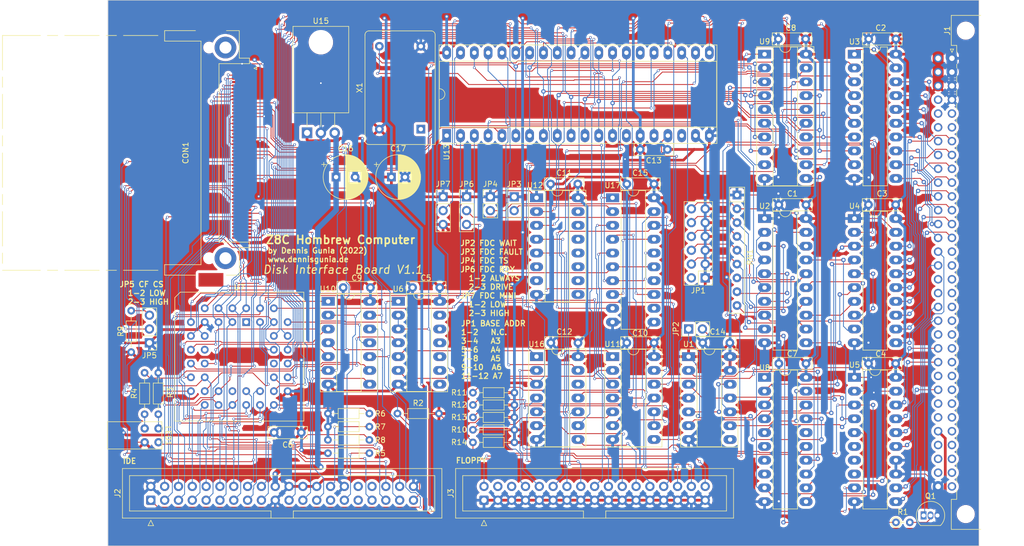
<source format=kicad_pcb>
(kicad_pcb (version 20221018) (generator pcbnew)
  (layers (0 "F.Cu" signal) (31 "B.Cu" signal) (34 "B.Paste" user) (35 "F.Paste" user) (36 "B.SilkS" user "B.Silkscreen") (37 "F.SilkS" user "F.Silkscreen") (38 "B.Mask" user) (39 "F.Mask" user) (44 "Edge.Cuts" user))
  (net 0 "")
  (net 1 "GND")
  (net 2 "/MEMAQ")
  (net 3 "/~{INT3}")
  (net 4 "/A0")
  (net 5 "/A1")
  (net 6 "/A2")
  (net 7 "/A3")
  (net 8 "/A4")
  (net 9 "/A5")
  (net 10 "/A6")
  (net 11 "/A7")
  (net 12 "/A8")
  (net 13 "/A9")
  (net 14 "/A10")
  (net 15 "/A11")
  (net 16 "/A12")
  (net 17 "/A13")
  (net 18 "/A14")
  (net 19 "/A15")
  (net 20 "/~{BUSREQ}")
  (net 21 "/~{BUSACK}")
  (net 22 "/A16")
  (net 23 "/A17")
  (net 24 "/A18")
  (net 25 "/A19")
  (net 26 "/A20")
  (net 27 "/A21")
  (net 28 "/A22{slash}SCL")
  (net 29 "/A23{slash}SDA")
  (net 30 "+5V")
  (net 31 "/~{INT0}")
  (net 32 "/~{INT1}")
  (net 33 "/~{INT2}")
  (net 34 "/D0")
  (net 35 "/D1")
  (net 36 "/D2")
  (net 37 "/D3")
  (net 38 "/D4")
  (net 39 "/D5")
  (net 40 "/D6")
  (net 41 "/D7")
  (net 42 "/~{RESET}")
  (net 43 "/CLK_CPU")
  (net 44 "/~{INT}")
  (net 45 "/~{NMI}")
  (net 46 "/~{M1}")
  (net 47 "/~{WAIT}")
  (net 48 "/~{HALT}")
  (net 49 "/~{RD}")
  (net 50 "/~{WR}")
  (net 51 "/~{MREQ}")
  (net 52 "/~{IOREQ}")
  (net 55 "+12V")
  (net 56 "-12V")
  (net 57 "-5V")
  (net 58 "+3V3")
  (net 59 "/~{DRESET}")
  (net 60 "/PA7")
  (net 61 "/PB0")
  (net 62 "/PA6")
  (net 63 "/PB1")
  (net 64 "/PA5")
  (net 65 "/PB2")
  (net 66 "/PA4")
  (net 67 "/PB3")
  (net 68 "/PA3")
  (net 69 "/PB4")
  (net 70 "/PA2")
  (net 71 "/PB5")
  (net 72 "/PA1")
  (net 73 "/PB6")
  (net 74 "/PA0")
  (net 75 "/PB7")
  (net 76 "/IDE_VCC")
  (net 77 "/DMARQ")
  (net 78 "/~{DIOW}")
  (net 79 "/~{DIOR}")
  (net 80 "/CSEL")
  (net 81 "/DMACK")
  (net 82 "/PC1")
  (net 83 "/PC0")
  (net 84 "/PC2")
  (net 85 "/~{DCS0}")
  (net 86 "/~{DCS1}")
  (net 87 "/~{ACTIVE}")
  (net 88 "FD_DENSEEL")
  (net 89 "FD_~{INDEX}")
  (net 90 "FD_~{MOTEA}")
  (net 91 "~{FD_DSA1}")
  (net 92 "~{FD_DSB1}")
  (net 93 "FD_~{MOTEB}")
  (net 94 "FD_~{DIR}")
  (net 95 "FD_~{STEP}")
  (net 96 "FD_~{WDATA}")
  (net 97 "FD_~{WGATE}")
  (net 98 "FD_~{TRK0}")
  (net 99 "FD_~{WRTPRO}")
  (net 100 "FD_~{RDATA}")
  (net 101 "FD_~{SIDE}")
  (net 102 "FD_~{DC{slash}RDY}")
  (net 106 "Net-(CON1A-{slash}CSEL)")
  (net 108 "/#A2")
  (net 109 "/#A3")
  (net 110 "/#A4")
  (net 111 "/#A5")
  (net 112 "/#A6")
  (net 113 "/#A7")
  (net 115 "/~{#RD}")
  (net 116 "/#D0")
  (net 117 "/#D1")
  (net 118 "/#D2")
  (net 119 "/#D3")
  (net 120 "/#D4")
  (net 121 "/#D5")
  (net 122 "/#D6")
  (net 123 "/#D7")
  (net 124 "BUSDIR")
  (net 125 "/#A0")
  (net 126 "/#A1")
  (net 127 "/~{#WR}")
  (net 128 "/#CLK_CPU")
  (net 129 "/~{#IOREQ}")
  (net 132 "/~{#M1}")
  (net 133 "/~{#RESET}")
  (net 134 "/#RESET")
  (net 136 "CS_IDE")
  (net 137 "/PC7")
  (net 139 "/PC6")
  (net 140 "/PC5")
  (net 141 "/PC4")
  (net 142 "/PC3")
  (net 145 "CS_LATCH")
  (net 146 "CS_FDC")
  (net 151 "FDC_RESET")
  (net 152 "FDC_~{RW}{slash}SEEK")
  (net 153 "FDC_RW{slash}~{SEEK}")
  (net 154 "FDC_INDEX")
  (net 155 "FDC_~{DSKD}")
  (net 156 "FDC_US1")
  (net 157 "FDC_US0")
  (net 158 "~{FD_DSA2}")
  (net 159 "~{FD_DSB2}")
  (net 161 "FDC_TC")
  (net 162 "Net-(JP1-Pin_4)")
  (net 163 "Net-(JP1-Pin_6)")
  (net 164 "FDC_MINI")
  (net 165 "Net-(JP1-Pin_8)")
  (net 166 "FDC_P2")
  (net 167 "FDC_WE")
  (net 168 "Net-(U11-Pad10)")
  (net 169 "FDC_HD")
  (net 170 "FDC_WDOUT")
  (net 171 "FDC_P1")
  (net 172 "FDC_P0")
  (net 173 "FDC_FLT{slash}TR0")
  (net 174 "FDC_WP{slash}TS")
  (net 175 "FDC_RDY")
  (net 176 "FDC_HDL")
  (net 177 "FDC_FR{slash}STEP")
  (net 178 "FDC_LCT{slash}DIR")
  (net 179 "FD_MOTEA")
  (net 180 "FD_MOTEB")
  (net 181 "~{FDC_HDL}")
  (net 182 "FDC_~{FAULT}")
  (net 183 "FDC_~{LCT}")
  (net 184 "FDC_~{TS}")
  (net 185 "FDC_~{FR}")
  (net 186 "Net-(JP1-Pin_10)")
  (net 187 "Net-(JP1-Pin_12)")
  (net 188 "Net-(JP2-A)")
  (net 189 "Net-(JP2-B)")
  (net 190 "Net-(JP5-B)")
  (net 191 "Net-(LED1-K-Pad1a)")
  (net 192 "Net-(LED1-A-Pad1b)")
  (net 193 "Net-(LED1-K-Pad2a)")
  (net 194 "Net-(Q1-B)")
  (net 195 "Net-(RN1-R6)")
  (net 196 "Net-(RN1-R7)")
  (net 197 "Net-(RN1-R8)")
  (net 198 "FD_~{ACTIVITY}")
  (net 199 "Net-(U1A-Q)")
  (net 200 "Net-(U1A-~{Q})")
  (net 202 "Net-(U1B-Q)")
  (net 203 "Net-(U2-P=R)")
  (net 213 "Net-(U9-Q7)")
  (net 214 "FDC_~{RDY}")
  (net 217 "Net-(U13-CLK)")
  (footprint "Resistor_THT:R_Axial_DIN0204_L3.6mm_D1.6mm_P2.54mm_Vertical" (layer "F.Cu") (at 214.63 134.62)
    (fp_text reference "R1")
    (fp_text value "220")
  )
  (footprint "Package_TO_SOT_THT:TO-92_Inline" (layer "F.Cu") (at 219.71 133.35)
    (fp_text reference "Q1")
    (fp_text value "BC548")
  )
  (footprint "Capacitor_THT:C_Rect_L7.0mm_W2.0mm_P5.00mm" (layer "F.Cu") (at 156.21 101.6 180)
    (fp_text reference "C12")
    (fp_text value "100nF")
  )
  (footprint "Resistor_THT:R_Axial_DIN0204_L3.6mm_D1.6mm_P7.62mm_Horizontal" (layer "F.Cu") (at 76.581 114.7318 90)
    (fp_text reference "R4")
    (fp_text value "10k")
  )
  (footprint "Connector_PinHeader_2.54mm:PinHeader_1x03_P2.54mm_Vertical" (layer "F.Cu") (at 135.7376 74.7522)
    (fp_text reference "JP6")
    (fp_text value "Jumper_3_Open")
  )
  (footprint "Resistor_THT:R_Axial_DIN0204_L3.6mm_D1.6mm_P7.62mm_Horizontal" (layer "F.Cu") (at 136.906 110.7694)
    (fp_text reference "R11")
    (fp_text value "10k")
  )
  (footprint "Package_DIP:DIP-16_W7.62mm_Socket_LongPads" (layer "F.Cu") (at 148.59 74.93)
    (fp_text reference "U12")
    (fp_text value "74HCT139")
  )
  (footprint "Capacitor_THT:C_Rect_L7.0mm_W2.0mm_P5.00mm" (layer "F.Cu") (at 170.18 72.39 180)
    (fp_text reference "C15")
    (fp_text value "100nF")
  )
  (footprint "Oscillator:Oscillator_DIP-14" (layer "F.Cu") (at 127.3302 62.3062 90)
    (fp_text reference "X1")
    (fp_text value "8MHz")
  )
  (footprint "Capacitor_THT:C_Rect_L7.0mm_W2.0mm_P5.00mm" (layer "F.Cu") (at 214.575 105.415 180)
    (fp_text reference "C4")
    (fp_text value "100nF")
  )
  (footprint "Resistor_THT:R_Axial_DIN0204_L3.6mm_D1.6mm_P7.62mm_Horizontal" (layer "F.Cu") (at 74.1172 103.3122 90)
    (fp_text reference "R9")
    (fp_text value "10k")
  )
  (footprint "Capacitor_THT:C_Rect_L7.0mm_W2.0mm_P5.00mm" (layer "F.Cu") (at 198.105 76.205 180)
    (fp_text reference "C1")
    (fp_text value "100nF")
  )
  (footprint "Package_DIP:DIP-14_W7.62mm_Socket_LongPads" (layer "F.Cu") (at 123.19 93.98)
    (fp_text reference "U6")
    (fp_text value "74HC02")
  )
  (footprint "Capacitor_THT:CP_Radial_D8.0mm_P2.50mm" (layer "F.Cu") (at 121.92 71.12)
    (fp_text reference "C17")
    (fp_text value "100uF")
  )
  (footprint "Package_DIP:DIP-20_W7.62mm_LongPads" (layer "F.Cu") (at 206.995 107.955)
    (fp_text reference "U5")
    (fp_text value "74HC245")
  )
  (footprint "Package_TO_SOT_THT:TO-220-3_Horizontal_TabDown" (layer "F.Cu") (at 106.426 62.992)
    (fp_text reference "U15")
    (fp_text value "L7805")
  )
  (footprint "Capacitor_THT:C_Rect_L7.0mm_W2.0mm_P5.00mm" (layer "F.Cu") (at 118.07 91.44 180)
    (fp_text reference "C9")
    (fp_text value "100nF")
  )
  (footprint "Package_DIP:DIP-20_W7.62mm_Socket_LongPads" (layer "F.Cu") (at 190.485 48.524)
    (fp_text reference "U9")
    (fp_text value "74HCT273")
  )
  (footprint "Resistor_THT:R_Axial_DIN0204_L3.6mm_D1.6mm_P7.62mm_Horizontal" (layer "F.Cu") (at 123.0376 114.6048)
    (fp_text reference "R2")
    (fp_text value "10k")
  )
  (footprint "Capacitor_THT:C_Rect_L7.0mm_W2.0mm_P5.00mm" (layer "F.Cu") (at 105.37 118.11 180)
    (fp_text reference "C6")
    (fp_text value "100nF")
  )
  (footprint "Resistor_THT:R_Axial_DIN0204_L3.6mm_D1.6mm_P7.62mm_Horizontal" (layer "F.Cu") (at 79.0956 114.7318 90)
    (fp_text reference "R3")
    (fp_text value "10k")
  )
  (footprint "Package_DIP:DIP-40_W15.24mm_Socket_LongPads" (layer "F.Cu") (at 132.08 63.5 90)
    (fp_text reference "U13")
    (fp_text value "FDC9266")
  )
  (footprint "Connector_PinHeader_2.54mm:PinHeader_1x02_P2.54mm_Vertical" (layer "F.Cu") (at 140.1064 74.7522)
    (fp_text reference "JP4")
    (fp_text value "Jumper_2_Bridged")
  )
  (footprint "Resistor_THT:R_Axial_DIN0204_L3.6mm_D1.6mm_P7.62mm_Horizontal" (layer "F.Cu") (at 136.906 113.03)
    (fp_text reference "R12")
    (fp_text value "10k")
  )
  (footprint "Capacitor_THT:C_Rect_L7.0mm_W2.0mm_P5.00mm" (layer "F.Cu") (at 198.025 45.725 180)
    (fp_text reference "C8")
    (fp_text value "100nF")
  )
  (footprint "Package_LCC:PLCC-44_THT-Socket" (layer "F.Cu") (at 95.25 97.79)
    (fp_text reference "U7")
    (fp_text value "82C55A_PLCC")
  )
  (footprint "Package_DIP:DIP-20_W7.62mm_LongPads" (layer "F.Cu") (at 206.995 78.745)
    (fp_text reference "U4")
    (fp_text value "74HC245")
  )
  (footprint "Capacitor_THT:C_Rect_L7.0mm_W2.0mm_P5.00mm" (layer "F.Cu") (at 170.18 101.6 180)
    (fp_text reference "C10")
    (fp_text value "100nF")
  )
  (footprint "Connector_PinHeader_2.54mm:PinHeader_2x06_P2.54mm_Vertical" (layer "F.Cu") (at 179.583 89.662 180)
    (fp_text reference "JP1")
    (fp_text value "Conn_02x06_Odd_Even")
  )
  (footprint "Package_DIP:DIP-14_W7.62mm_Socket_LongPads" (layer "F.Cu") (at 162.57 104.135)
    (fp_text reference "U11")
    (fp_text value "74HCT14")
  )
  (footprint "Package_DIP:DIP-20_W7.62mm_LongPads" (layer "F.Cu") (at 190.485 78.745)
    (fp_text reference "U2")
    (fp_text value "74LS688")
  )
  (footprint "Resistor_THT:R_Axial_DIN0204_L3.6mm_D1.6mm_P7.62mm_Horizontal" (layer "F.Cu") (at 136.906 117.602)
    (fp_text reference "R10")
    (fp_text value "10k")
  )
  (footprint "Connector_PinHeader_2.54mm:PinHeader_1x02_P2.54mm_Vertical" (layer "F.Cu") (at 176.53 99.06 90)
    (fp_text reference "JP2")
    (fp_text value "Jumper_2_Bridged")
  )
  (footprint "Package_DIP:DIP-14_W7.62mm_Socket_LongPads" (layer "F.Cu") (at 110.3068 93.98)
    (fp_text reference "U10")
    (fp_text value "74HCT04")
  )
  (footprint "Connector_DIN:DIN41612_Q_2x32_Male_Horizontal_THT" (layer "F.Cu") (at 224.911 49.276 -90)
    (fp_text reference "J1")
    (fp_text value "Conn_02x32_Row_Letter_First")
  )
  (footprint "Resistor_THT:R_Array_SIP9" (layer "F.Cu") (at 185.42 74.422 -90)
    (fp_text reference "RN1")
    (fp_text value "R_Network08")
  )
  (footprint "Capacitor_THT:C_Rect_L7.0mm_W2.0mm_P5.00mm" (layer "F.Cu") (at 130.81 91.44 180)
    (fp_text reference "C5")
    (fp_text value "100nF")
  )
  (footprint "Resistor_THT:R_Axial_DIN0204_L3.6mm_D1.6mm_P7.62mm_Horizontal" (layer "F.Cu") (at 110.2614 119.4562)
    (fp_text reference "R8")
    (fp_text value "10k")
  )
  (footprint "Connector_PinHeader_2.54mm:PinHeader_1x03_P2.54mm_Vertical" (layer "F.Cu") (at 77.47 101.6 180)
    (fp_text reference "JP5")
    (fp_text value "Jumper_3_Open")
  )
  (footprint "Capacitor_THT:C_Rect_L7.0mm_W2.0mm_P5.00mm" (layer "F.Cu") (at 214.575 76.205 180)
    (fp_text reference "C3")
    (fp_text value "100nF")
  )
  (footprint "Connector_IDC:IDC-Header_2x20_P2.54mm_Vertical" (layer "F.Cu") (at 77.724 130.5465 90)
    (fp_text reference "J2")
    (fp_text value "IDE Connector")
  )
  (footprint "Resistor_THT:R_Axial_DIN0204_L3.6mm_D1.6mm_P7.62mm_Horizontal" (layer "F.Cu") (at 110.2614 117.0174)
    (fp_text reference "R7")
    (fp_text value "10k")
  )
  (footprint "Capacitor_THT:C_Rect_L7.0mm_W2.0mm_P5.00mm" (layer "F.Cu") (at 167.64 66.04)
    (fp_text reference "C13")
    (fp_text value "100nF")
  )
  (footprint "Capacitor_THT:CP_Radial_D8.0mm_P3.50mm" (layer "F.Cu") (at 111.76 71.12)
    (fp_text reference "C16")
    (fp_text value "470uF")
  )
  (footprint "Connector_PinHeader_2.54mm:PinHeader_1x03_P2.54mm_Vertical" (layer "F.Cu") (at 131.4196 74.7522)
    (fp_text reference "JP7")
    (fp_text value "Jumper_3_Open")
  )
  (footprint "Package_DIP:DIP-14_W7.62mm_Socket_LongPads" (layer "F.Cu") (at 176.53 104.14)
    (fp_text reference "U1")
    (fp_text value "74HC74")
  )
  (footprint "Capacitor_THT:C_Rect_L7.0mm_W2.0mm_P5.00mm" (layer "F.Cu") (at 184.11 101.6 180)
    (fp_text reference "C14")
    (fp_text value "100nF")
  )
  (footprint "Package_DIP:DIP-20_W7.62mm_LongPads" (layer "F.Cu") (at 162.56 74.93)
    (fp_text reference "U17")
    (fp_text value "74HC240")
  )
  (footprint "Resistor_THT:R_Axial_DIN0204_L3.6mm_D1.6mm_P7.62mm_Horizontal" (layer "F.Cu") (at 110.2614 121.8946)
    (fp_text reference "R5")
    (fp_text value "10k")
  )
  (footprint "Package_DIP:DIP-14_W7.62mm_Socket_LongPads" (layer "F.Cu") (at 148.59 104.135)
    (fp_text reference "U16")
    (fp_text value "74HCT04")
  )
  (footprint "Package_DIP:DIP-20_W7.62mm_LongPads" (layer "F.Cu") (at 206.995 48.524)
    (fp_text reference "U3")
    (fp_text value "74HC245")
  )
  (footprint "Connector_Card:CF-Card_3M_N7E50-E516xx-30" (layer "F.Cu") (at 91.3384 66.675 180)
    (fp_text reference "CON1")
    (fp_text value "CF-CARD")
  )
  (footprint "Capacitor_THT:C_Rect_L7.0mm_W2.0mm_P5.00mm" (layer "F.Cu") (at 214.615 45.725 180)
    (fp_text reference "C2")
    (fp_text value "100nF")
  )
  (footprint "Capacitor_THT:C_Rect_L7.0mm_W2.0mm_P5.00mm" (layer "F.Cu") (at 156.17 72.39 180)
    (fp_text reference "C11")
    (fp_text value "100nF")
  )
  (footprint "Resistor_THT:R_Axial_DIN0204_L3.6mm_D1.6mm_P7.62mm_Horizontal" (layer "F.Cu") (at 136.906 119.9134)
    (fp_text reference "R14")
    (fp_text value "10k")
  )
  (footprint "Resistor_THT:R_Axial_DIN0204_L3.6mm_D1.6mm_P7.62mm_Horizontal" (layer "F.Cu") (at 110.2614 114.6048)
    (fp_text reference "R6")
    (fp_text value "10k")
  )
  (footprint "Capacitor_THT:C_Rect_L7.0mm_W2.0mm_P5.00mm" (layer "F.Cu") (at 198.105 105.415 180)
    (fp_text reference "C7")
    (fp_text value "100nF")
  )
  (footprint "Package_DIP:DIP-20_W7.62mm_LongPads" (layer "F.Cu") (at 190.485 107.955)
    (fp_text reference "U8")
    (fp_text value "GAL16V8")
  )
  (footprint "Connector_PinHeader_2.54mm:PinHeader_1x02_P2.54mm_Vertical" (layer "F.Cu") (at 144.4752 74.7522)
    (fp_text reference "JP3")
    (fp_text value "Jumper_2_Bridged")
  )
  (footprint "Resistor_THT:R_Axial_DIN0204_L3.6mm_D1.6mm_P7.62mm_Horizontal" (layer "F.Cu") (at 136.906 115.316)
    (fp_text reference "R13")
    (fp_text value "10k")
  )
  (footprint "Connector_IDC:IDC-Header_2x17_P2.54mm_Vertical" (layer "F.Cu") (at 138.938 130.5465 90)
    (fp_text reference "J3")
    (fp_text value "Floppy Connector")
  )
  (footprint "w_conn_av:MENTOR A500 Dual 3mm" (layer "F.Cu") (at 77.8635 118.617707 -90)
    (fp_text reference "LED1")
    (fp_text value "MENOTR_A500_Dual_3mm")
  )
  (gr_line (start 229.87 138.938) (end 229.87 38.608) (stroke (width 0.1)) (layer "Edge.Cuts"))
  (gr_line (start 229.87 38.608) (end 69.85 38.608) (stroke (width 0.1)) (layer "Edge.Cuts"))
  (gr_line (start 69.85 138.938) (end 229.87 138.938) (stroke (width 0.1)) (layer "Edge.Cuts"))
  (gr_line (start 69.85 38.608) (end 69.85 138.938) (stroke (width 0.1)) (layer "Edge.Cuts"))
  (gr_text "JP5 CF CS\n  1-2 LOW\n  2-3 HIGH" (at 71.882 92.456) (layer "F.SilkS") (effects (font (size 1 1) (thickness 0.2)) (justify left)))
  (gr_text "JP1 BASE ADDR\n1-2   N.C.\n3-4   A3\n5-6   A4\n7-8   A5\n9-10  A6\n11-12 A7\n" (at 134.62 102.87) (layer "F.SilkS") (effects (font (size 1 1) (thickness 0.2)) (justify left)))
  (gr_text "Z8C Hombrew Computer" (at 112.5728 82.6516) (layer "F.SilkS") (effects (font (size 1.5 1.5) (thickness 0.3))))
  (gr_text "JP2 FDC WAIT\nJP3 FDC FAULT\nJP4 FDC TS\nJP6 FDC RDY\n  1-2 ALWAYS\n  2-3 DRIVE\nJP7 FDC MINI\n  1-2 LOW\n  2-3 HIGH" (at 134.493 89.7128) (layer "F.SilkS") (effects (font (size 1 1) (thickness 0.2)) (justify left)))
  (gr_text "FLOPPY" (at 133.6802 123.2408) (layer "F.SilkS") (effects (font (size 1 1) (thickness 0.2)) (justify left)))
  (gr_text "by Dennis Gunia (2022)\nwww.dennisgunia.de" (at 99.1108 85.4456) (layer "F.SilkS") (effects (font (size 1 1) (thickness 0.2)) (justify left)))
  (gr_text "Disk Interface Board V1.1" (at 113.03 88.138) (layer "F.SilkS") (effects (font (size 1.5 1.5) (thickness 0.2) italic)))
  (gr_text "IDE" (at 72.4916 123.3424) (layer "F.SilkS") (effects (font (size 1 1) (thickness 0.2)) (justify left)))
  (segment (start 193.035 101.605) (end 193.105 101.535) (width 0.5) (layer "F.Cu") (net 1))
  (segment (start 94.4384 63.815) (end 92.517 63.815) (width 0.1524) (layer "F.Cu") (net 1))
  (segment (start 179.705 66.04) (end 180.34 65.405) (width 0.5) (layer "F.Cu") (net 1))
  (segment (start 98.491 71.435) (end 94.4384 71.435) (width 0.1524) (layer "F.Cu") (net 1))
  (segment (start 94.4384 60.005) (end 96.713 60.005) (width 0.1524) (layer "F.Cu") (net 1))
  (segment (start 169.418 130.5465) (end 171.958 130.5465) (width 0.5) (layer "F.Cu") (net 1))
  (segment (start 94.4384 70.165) (end 92.009 70.165) (width 0.1524) (layer "F.Cu") (net 1))
  (segment (start 96.713 60.005) (end 98.491 60.005) (width 0.1524) (layer "F.Cu") (net 1))
  (segment (start 111.55632 110.46952) (end 110.3068 109.22) (width 0.5) (layer "F.Cu") (net 1))
  (segment (start 92.009 70.165) (end 91.948 70.104) (width 0.1524) (layer "F.Cu") (net 1))
  (segment (start 165.037511 68.009511) (end 164.846 67.818) (width 0.5) (layer "F.Cu") (net 1))
  (segment (start 156.718 130.5465) (end 159.258 130.5465) (width 0.5) (layer "F.Cu") (net 1))
  (segment (start 123.19 109.22) (end 121.94048 110.46952) (width 0.5) (layer "F.Cu") (net 1))
  (segment (start 131.4196 74.7522) (end 135.7376 74.7522) (width 0.5) (layer "F.Cu") (net 1))
  (segment (start 92.263 62.545) (end 92.202 62.484) (width 0.1524) (layer "F.Cu") (net 1))
  (segment (start 151.17 72.39) (end 153.416 72.39) (width 0.5) (layer "F.Cu") (net 1))
  (segment (start 192.911 78.745) (end 193.105 78.551) (width 0.1524) (layer "F.Cu") (net 1))
  (segment (start 94.4384 61.275) (end 92.395 61.275) (width 0.1524) (layer "F.Cu") (net 1))
  (segment (start 121.94048 110.46952) (end 111.55632 110.46952) (width 0.5) (layer "F.Cu") (net 1))
  (segment (start 174.498 130.5465) (end 177.038 130.5465) (width 0.5) (layer "F.Cu") (net 1))
  (segment (start 185.42 74.422) (end 192.756 74.422) (width 0.1524) (layer "F.Cu") (net 1))
  (segment (start 111.984489 126.706989) (end 113.284 128.0065) (width 0.5) (layer "F.Cu") (net 1))
  (segment (start 131.4196 74.7522) (end 128.0522 74.7522) (width 0.5) (layer "F.Cu") (net 1))
  (segment (start 192.756 74.422) (end 193.025 74.153) (width 0.1524) (layer "F.Cu") (net 1))
  (segment (start 91.948 70.104) (end 91.948 71.374) (width 0.1524) (layer "F.Cu") (net 1))
  (segment (start 154.686 71.12) (end 163.91 71.12) (width 0.5) (layer "F.Cu") (net 1))
  (segment (start 92.531 65.085) (end 92.202 64.756) (width 0.1524) (layer "F.Cu") (net 1))
  (segment (start 98.491 67.625) (end 94.4384 67.625) (width 0.1524) (layer "F.Cu") (net 1))
  (segment (start 140.1064 74.7522) (end 141.232111 73.626489) (width 0.1524) (layer "F.Cu") (net 1))
  (segment (start 175.576489 68.009511) (end 177.546 66.04) (width 0.5) (layer "F.Cu") (net 1))
  (segment (start 172.64 66.04) (end 177.546 66.04) (width 0.5) (layer "F.Cu") (net 1))
  (segment (start 212.075 78.745) (end 206.995 78.745) (width 0.1524) (layer "F.Cu") (net 1))
  (segment (start 94.4384 51.115) (end 94.4384 50.3416) (width 0.1524) (layer "F.Cu") (net 1))
  (segment (start 108.204 128.0065) (end 109.503511 126.706989) (width 0.5) (layer "F.Cu") (net 1))
  (segment (start 214.615 110.495) (end 210.815 110.495) (width 0.1524) (layer "F.Cu") (net 1))
  (segment (start 144.018 130.5465) (end 146.558 130.5465) (width 0.5) (layer "F.Cu") (net 1))
  (segment (start 220.09 125.735) (end 222.371 128.016) (width 0.1524) (layer "F.Cu") (net 1))
  (segment (start 206.995 107.955) (end 210.053 107.955) (width 0.1524) (layer "F.Cu") (net 1))
  (segment (start 86.250711 99.169289) (end 79.900711 99.169289) (width 0.5) (layer "F.Cu") (net 1))
  (segment (start 141.232111 73.626489) (end 147.286489 73.626489) (width 0.1524) (layer "F.Cu") (net 1))
  (segment (start 146.558 130.5465) (end 149.098 130.5465) (width 0.5) (layer "F.Cu") (net 1))
  (segment (start 153.416 72.39) (end 154.686 71.12) (width 0.5) (layer "F.Cu") (net 1))
  (segment (start 175.576489 68.009511) (end 165.037511 68.009511) (width 0.5) (layer "F.Cu") (net 1))
  (segment (start 92.009 68.895) (end 94.4384 68.895) (width 0.1524) (layer "F.Cu") (net 1))
  (segment (start 97.8687 82.235) (end 98.5697 81.534) (width 0.25) (layer "F.Cu") (net 1))
  (segment (start 103.124 128.0065) (end 108.204 128.0065) (width 0.5) (layer "F.Cu") (net 1))
  (segment (start 214.615 81.285) (end 212.075 78.745) (width 0.1524) (layer "F.Cu") (net 1))
  (segment (start 159.258 130.5465) (end 161.798 130.5465) (width 0.5) (layer "F.Cu") (net 1))
  (segment (start 94.4384 65.085) (end 92.531 65.085) (width 0.1524) (layer "F.Cu") (net 1))
  (segment (start 94.4384 62.545) (end 92.263 62.545) (width 0.1524) (layer "F.Cu") (net 1))
  (segment (start 180.34 65.405) (end 180.34 63.5) (width 0.5) (layer "F.Cu") (net 1))
  (segment (start 77.47 101.6) (end 72.644 101.6) (width 0.5) (layer "F.Cu") (net 1))
  (segment (start 96.3458 61.275) (end 96.713 60.9078) (width 0.1524) (layer "F.Cu") (net 1))
  (segment (start 190.485 130.815) (end 193.035 130.815) (width 0.5) (layer "F.Cu") (net 1))
  (segment (start 100.37 118.11) (end 99.920782 118.559218) (width 0.5) (layer "F.Cu") (net 1))
  (segment (start 98.298 50.292) (end 94.488 50.292) (width 0.1524) (layer "F.Cu") (net 1))
  (segment (start 92.566978 60.005) (end 94.4384 60.005) (width 0.1524) (layer "F.Cu") (net 1))
  (segment (start 210.815 110.495) (end 210.566 110.744) (width 0.1524) (layer "F.Cu") (net 1))
  (segment (start 79.900711 99.169289) (end 77.47 101.6) (width 0.5) (layer "F.Cu") (net 1))
  (segment (start 92.202 64.756) (end 92.202 63.5) (width 0.1524) (layer "F.Cu") (net 1))
  (segment (start 141.478 130.5465) (end 144.018 130.5465) (width 0.5) (layer "F.Cu") (net 1))
  (segment (start 87.63 97.79) (end 86.250711 99.169289) (width 0.5) (layer "F.Cu") (net 1))
  (segment (start 151.638 130.5465) (end 154.178 130.5465) (width 0.5) (layer "F.Cu") (net 1))
  (segment (start 190.485 101.605) (end 193.035 101.605) (width 0.5) (layer "F.Cu") (net 1))
  (segment (start 138.938 130.5465) (end 141.478 130.5465) (width 0.5) (layer "F.Cu") (net 1))
  (segment (start 190.485 78.745) (end 192.911 78.745) (width 0.1524) (layer "F.Cu") (net 1))
  (segment (start 163.91 71.12) (end 165.18 72.39) (width 0.5) (layer "F.Cu") (net 1))
  (segment (start 94.4384 82.235) (end 97.8687 82.235) (width 0.25) (layer "F.Cu") (net 1))
  (segment (start 108.966 53.848) (end 108.966 52.07) (width 1) (layer "F.Cu") (net 1))
  (segment (start 91.948 71.374) (end 92.009 71.435) (width 0.1524) (layer "F.Cu") (net 1))
  (segment (start 94.4384 61.275) (end 96.3458 61.275) (width 0.1524) (layer "F.Cu") (net 1))
  (segment (start 98.552 71.374) (end 98.491 71.435) (width 0.1524) (layer "F.Cu") (net 1))
  (segment (start 135.7376 74.7522) (end 140.1064 74.7522) (width 0.5) (layer "F.Cu") (net 1))
  (segment (start 128.0522 74.7522) (end 124.42 71.12) (width 0.5) (layer "F.Cu") (net 1))
  (segment (start 190.485 71.384) (end 192.776 71.384) (width 0.5) (layer "F.Cu") (net 1))
  (segment (start 177.038 130.5465) (end 179.578 130.5465) (width 0.5) (layer "F.Cu") (net 1))
  (segment (start 164.338 130.5465) (end 166.878 130.5465) (width 0.5) (layer "F.Cu") (net 1))
  (segment (start 96.713 60.9078) (end 96.713 60.005) (width 0.1524) (layer "F.Cu") (net 1))
  (segment (start 209.416 71.384) (end 209.615 71.185) (width 0.5) (layer "F.Cu") (net 1))
  (segment (start 210.053 107.955) (end 210.058 107.95) (width 0.1524) (layer "F.Cu") (net 1))
  (segment (start 193.035 130.815) (end 193.105 130.745) (width 0.5) (layer "F.Cu") (net 1))
  (segment (start 149.098 130.5465) (end 151.638 130.5465) (width 0.5) (layer "F.Cu") (net 1))
  (segment (start 177.546 66.04) (end 179.705 66.04) (width 0.5) (layer "F.Cu") (net 1))
  (segment (start 166.878 130.5465) (end 169.418 130.5465) (width 0.5) (layer "F.Cu") (net 1))
  (segment (start 192.776 71.384) (end 193.025 71.135) (width 0.5) (layer "F.Cu") (net 1))
  (segment (start 206.995 101.605) (end 209.545 101.605) (width 0.5) (layer "F.Cu") (net 1))
  (segment (start 214.615 125.735) (end 220.09 125.735) (width 0.1524) (layer "F.Cu") (net 1))
  (segment (start 98.491 60.005) (end 98.552 59.944) (width 0.1524) (layer "F.Cu") (net 1))
  (segment (start 214.615 123.195) (end 214.615 125.735) (width 0.1524) (layer "F.Cu") (net 1))
  (segment (start 94.4384 50.3416) (end 94.488 50.292) (width 0.1524) (layer "F.Cu") (net 1))
  (segment (start 92.202 60.369978) (end 92.566978 60.005) (width 0.1524) (layer "F.Cu") (net 1))
  (segment (start 209.545 101.605) (end 209.575 101.575) (width 0.5) (layer "F.Cu") (net 1))
  (segment (start 73.168718 118.559218) (end 72.7195 118.11) (width 0.5) (layer "F.Cu") (net 1))
  (segment (start 92.202 61.468) (end 92.202 60.369978) (width 0.1524) (layer "F.Cu") (net 1))
  (segment (start 171.958 130.5465) (end 174.498 130.5465) (width 0.5) (layer "F.Cu") (net 1))
  (segment (start 92.202 62.484) (end 92.202 61.468) (width 0.1524) (layer "F.Cu") (net 1))
  (segment (start 92.009 71.435) (end 94.4384 71.435) (width 0.1524) (layer "F.Cu") (net 1))
  (segment (start 91.948 68.834) (end 92.009 68.895) (width 0.1524) (layer "F.Cu") (net 1))
  (segment (start 147.286489 73.626489) (end 148.59 74.93) (width 0.1524) (layer "F.Cu") (net 1))
  (segment (start 92.202 63.5) (end 92.202 62.484) (width 0.1524) (layer "F.Cu") (net 1))
  (segment (start 154.178 130.5465) (end 156.718 130.5465) (width 0.5) (layer "F.Cu") (net 1))
  (segment (start 98.5087 81.595) (end 98.5697 81.534) (width 0.1524) (layer "F.Cu") (net 1))
  (segment (start 206.995 71.384) (end 209.416 71.384) (width 0.5) (layer "F.Cu") (net 1))
  (segment (start 92.395 61.275) (end 92.202 61.468) (width 0.1524) (layer "F.Cu") (net 1))
  (segment (start 161.798 130.5465) (end 164.338 130.5465) (width 0.5) (layer "F.Cu") (net 1))
  (segment (start 99.920782 118.559218) (end 73.168718 118.559218) (width 0.5) (layer "F.Cu") (net 1))
  (segment (start 92.517 63.815) (end 92.202 63.5) (width 0.1524) (layer "F.Cu") (net 1))
  (segment (start 109.503511 126.706989) (end 111.984489 126.706989) (width 0.5) (layer "F.Cu") (net 1))
  (segment (start 98.552 67.564) (end 98.491 67.625) (width 0.1524) (layer "F.Cu") (net 1))
  (segment (start 91.948 70.104) (end 91.948 68.834) (width 0.1524) (layer "F.Cu") (net 1))
  (via (at 98.298 50.292) (size 0.5) (drill 0.3) (layers "F.Cu" "B.Cu") (net 1))
  (via (at 210.058 107.95) (size 0.5) (drill 0.3) (layers "F.Cu" "B.Cu") (net 1))
  (via (at 108.966 53.848) (size 0.5) (drill 0.3) (layers "F.Cu" "B.Cu") (net 1))
  (via (at 72.644 101.6) (size 0.5) (drill 0.3) (layers "F.Cu" "B.Cu") (net 1))
  (via (at 94.488 50.292) (size 0.5) (drill 0.3) (layers "F.Cu" "B.Cu") (net 1))
  (via (at 209.575 101.575) (size 0.8) (drill 0.4) (layers "F.Cu" "B.Cu") (net 1))
  (via (at 164.846 67.818) (size 0.5) (drill 0.3) (layers "F.Cu" "B.Cu") (net 1))
  (via (at 193.025 74.153) (size 0.8) (drill 0.4) (layers "F.Cu" "B.Cu") (net 1))
  (via (at 193.105 78.551) (size 0.8) (drill 0.4) (layers "F.Cu" "B.Cu") (net 1))
  (via (at 193.025 71.135) (size 0.8) (drill 0.4) (layers "F.Cu" "B.Cu") (net 1))
  (via (at 98.5697 81.534) (size 0.5) (drill 0.3) (layers "F.Cu" "B.Cu") (net 1))
  (via (at 193.105 130.745) (size 0.8) (drill 0.4) (layers "F.Cu" "B.Cu") (net 1))
  (via (at 210.566 110.744) (size 0.5) (drill 0.3) (layers "F.Cu" "B.Cu") (net 1))
  (via (at 98.552 71.374) (size 0.5) (drill 0.3) (layers "F.Cu" "B.Cu") (net 1))
  (via (at 193.105 101.535) (size 0.8) (drill 0.4) (layers "F.Cu" "B.Cu") (net 1))
  (via (at 98.552 59.944) (size 0.5) (drill 0.3) (layers "F.Cu" "B.Cu") (net 1))
  (via (at 72.7195 118.11) (size 0.8) (drill 0.4) (layers "F.Cu" "B.Cu") (net 1))
  (via (at 98.552 67.564) (size 0.5) (drill 0.3) (layers "F.Cu" "B.Cu") (net 1))
  (via (at 209.615 71.185) (size 0.8) (drill 0.4) (layers "F.Cu" "B.Cu") (net 1))
  (segment (start 148.59 92.71) (end 151.036 92.71) (width 0.1524) (layer "B.Cu") (net 1))
  (segment (start 209.55 40.005) (end 193.04 40.005) (width 2) (layer "B.Cu") (net 1))
  (segment (start 99.695 137.795) (end 127.635 137.795) (width 2) (layer "B.Cu") (net 1))
  (segment (start 209.575 137.77) (end 209.55 137.795) (width 0.5) (layer "B.Cu") (net 1))
  (segment (start 193.105 130.745) (end 193.105 137.225) (width 0.5) (layer "B.Cu") (net 1))
  (segment (start 127 40.005) (end 111.76 40.005) (width 2) (layer "B.Cu") (net 1))
  (segment (start 165.18 97.616) (end 165.18 101.6) (width 0.5) (layer "B.Cu") (net 1))
  (segment (start 151.17 85.502912) (end 151.17 74.716) (width 0.5) (layer "B.Cu") (net 1))
  (segment (start 94.488 50.292) (end 94.488 40.386) (width 0.1524) (layer "B.Cu") (net 1))
  (segment (start 76.2 137.795) (end 99.695 137.795) (width 2) (layer "B.Cu") (net 1))
  (segment (start 123.19 109.22) (end 125.984 112.014) (width 0.5) (layer "B.Cu") (net 1))
  (segment (start 209.615 40.07) (end 209.55 40.005) (width 0.5) (layer "B.Cu") (net 1))
  (segment (start 115.26 60.396) (end 111.562 60.396) (width 1) (layer "B.Cu") (net 1))
  (segment (start 193.025 68.087) (end 193.025 71.135) (width 0.5) (layer "B.Cu") (net 1))
  (segment (start 194.056 67.056) (end 193.025 68.087) (width 0.5) (layer "B.Cu") (net 1))
  (segment (start 209.615 45.725) (end 209.615 40.07) (width 0.5) (layer "B.Cu") (net 1))
  (segment (start 164.846 67.818) (end 164.846 72.056) (width 0.5) (layer "B.Cu") (net 1))
  (segment (start 209.575 105.415) (end 209.575 107.925) (width 0.5) (layer "B.Cu") (net 1))
  (segment (start 193.675 137.795) (end 209.55 137.795) (width 2) (layer "B.Cu") (net 1))
  (segment (start 151.21 101.6) (end 151.21 92.884) (width 0.5) (layer "B.Cu") (net 1))
  (segment (start 128.27 130.2925) (end 128.27 137.16) (width 0.5) (layer "B.Cu") (net 1))
  (segment (start 72.7195 118.11) (end 71.755 118.11) (width 0.5) (layer "B.Cu") (net 1))
  (segment (start 193.025 40.02) (end 193.04 40.005) (width 0.5) (layer "B.Cu") (net 1))
  (segment (start 151.21 116.755) (end 148.59 119.375) (width 0.5) (layer "B.Cu") (net 1))
  (segment (start 100.584 130.5465) (end 100.584 136.906) (width 0.5) (layer "B.Cu") (net 1))
  (segment (start 209.575 107.925) (end 209.575 110.769) (width 0.5) (layer "B.Cu") (net 1))
  (segment (start 151.21 101.6) (end 151.21 116.755) (width 0.5) (layer "B.Cu") (net 1))
  (segment (start 193.025 74.153) (end 193.025 76.125) (width 0.5) (layer "B.Cu") (net 1))
  (segment (start 94.488 40.386) (end 94.107 40.005) (width 0.1524) (layer "B.Cu") (net 1))
  (segment (start 76.2 129.5305) (end 76.2 137.795) (width 0.5) (layer "B.Cu") (net 1))
  (segment (start 210.058 107.95) (end 210.033 107.925) (width 0.1524) (layer "B.Cu") (net 1))
  (segment (start 71.12 118.745) (end 71.12 137.795) (width 2) (layer "B.Cu") (net 1))
  (segment (start 71.12 137.795) (end 76.2 137.795) (width 2) (layer "B.Cu") (net 1))
  (segment (start 209.6 110.744) (end 209.575 110.769) (width 0.1524) (layer "B.Cu") (net 1))
  (segment (start 222.371 129.112015) (end 222.885 129.626015) (width 2) (layer "B.Cu") (net 1))
  (segment (start 111.76 52.7356) (end 110.0784 52.7356) (width 1) (layer "B.Cu") (net 1))
  (segment (start 165.18 116.765) (end 162.57 119.375) (width 0.5) (layer "B.Cu") (net 1))
  (segment (start 181.58952 62.25048) (end 181.58952 40.02548) (width 0.5) (layer "B.Cu") (net 1))
  (segment (start 71.12 101.6) (end 72.644 101.6) (width 0.5) (layer "B.Cu") (net 1))
  (segment (start 207.035 78.745) (end 209.575 76.205) (width 0.1524) (layer "B.Cu") (net 1))
  (segment (start 71.12 101.6) (end 71.12 118.745) (width 2) (layer "B.Cu") (net 1))
  (segment (start 193.025 76.125) (end 193.105 76.205) (width 0.5) (layer "B.Cu") (net 1))
  (segment (start 115.26 71.12) (end 115.26 61.27) (width 1) (layer "B.Cu") (net 1))
  (segment (start 100.584 130.5465) (end 103.124 128.0065) (width 0.5) (layer "B.Cu") (net 1))
  (segment (start 194.056 61.976) (end 194.056 67.056) (width 0.5) (layer "B.Cu") (net 1))
  (segment (start 71.755 118.11) (end 71.12 118.745) (width 0.5) (layer "B.Cu") (net 1))
  (segment (start 124.42 71.12) (end 124.42 49.9764) (width 0.5) (layer "B.Cu") (net 1))
  (segment (start 98.552 50.546) (end 98.298 50.292) (width 0.1524) (layer "B.Cu") (net 1))
  (segment (start 193.105 101.535) (end 193.105 105.415) (width 0.5) (layer "B.Cu") (net 1))
  (segment (start 110.3068 109.22) (end 110.3068 114.5594) (width 0.5) (layer "B.Cu") (net 1))
  (segment (start 98.552 67.564) (end 98.552 59.944) (width 0.1524) (layer "B.Cu") (net 1))
  (segment (start 177.038 137.668) (end 177.165 137.795) (width 0.5) (layer "B.Cu") (net 1))
  (segment (start 222.885 129.626015) (end 222.885 137.795) (width 2) (layer "B.Cu") (net 1))
  (segment (start 98.552 81.5163) (end 98.552 71.374) (width 0.1524) (layer "B.Cu") (net 1))
  (segment (start 125.81 91.44) (end 125.81 107.87) (width 0.5) (layer "B.Cu") (net 1))
  (segment (start 209.615 71.185) (end 209.615 76.165) (width 0.5) (layer "B.Cu") (net 1))
  (segment (start 111.76 52.7356) (end 111.76 40.005) (width 1) (layer "B.Cu") (net 1))
  (segment (start 224.911 54.356) (end 224.911 51.816) (width 1) (layer "B.Cu") (net 1))
  (segment (start 193.105 78.551) (end 193.105 101.535) (width 0.5) (layer "B.Cu") (net 1))
  (segment (start 214.615 50.725) (end 209.615 45.725) (width 0.1524) (layer "B.Cu") (net 1))
  (segment (start 151.17 74.716) (end 151.17 72.39) (width 0.5) (layer "B.Cu") (net 1))
  (segment (start 124.46 109.22) (end 123.19 109.22) (width 0.5) (layer "B.Cu") (net 1))
  (segment (start 165.18 101.6) (end 165.18 116.765) (width 0.5) (layer "B.Cu") (net 1))
  (segment (start 176.53 119.38) (end 182.753 125.603) (width 0.5) (layer "B.Cu") (net 1))
  (segment (start 94.107 40.005) (end 71.12 40.005) (width 2) (layer "B.Cu") (net 1))
  (segment (start 128.27 137.16) (end 127.635 137.795) (width 0.5) (layer "B.Cu") (net 1))
  (segment (start 115.26 61.27) (end 115.26 60.396) (width 1) (layer "B.Cu") (net 1))
  (segment (start 151.21 92.884) (end 151.21 85.542912) (width 0.5) (layer "B.Cu") (net 1))
  (segment (start 113.07 107.91) (end 111.76 109.22) (width 0.5) (layer "B.Cu") (net 1))
  (segment (start 127.635 137.795) (end 177.165 137.795) (width 2) (layer "B.Cu") (net 1))
  (segment (start 124.42 49.9764) (end 127.3302 47.0662) (width 0.5) (layer "B.Cu") (net 1))
  (segment (start 193.025 60.945) (end 194.056 61.976) (width 0.5) (layer "B.Cu") (net 1))
  (segment (start 210.033 107.925) (end 209.575 107.925) (width 0.1524) (layer "B.Cu") (net 1))
  (segment (start 182.753 137.795) (end 193.675 137.795) (width 2) (layer "B.Cu") (net 1))
  (segment (start 177.165 137.795) (end 182.753 137.795) (width 2) (layer "B.Cu") (net 1))
  (segment (start 164.846 72.056) (end 165.18 72.39) (width 0.5) (layer "B.Cu") (net 1))
  (segment (start 165.006 97.79) (end 165.18 97.616) (width 0.1524) (layer "B.Cu") (net 1))
  (segment (start 151.21 85.542912) (end 151.17 85.502912) (width 0.5) (layer "B.Cu") (net 1))
  (segment (start 193.105 137.225) (end 193.675 137.795) (width 0.5) (layer "B.Cu") (net 1))
  (segment (start 209.575 110.769) (end 209.575 130.785) (width 0.5) (layer "B.Cu") (net 1))
  (segment (start 151.036 92.71) (end 151.21 92.884) (width 0.1524) (layer "B.Cu") (net 1))
  (segment (start 193.04 40.005) (end 181.61 40.005) (width 2) (layer "B.Cu") (net 1))
  (segment (start 209.55 137.795) (end 222.885 137.795) (width 2) (layer "B.Cu") (net 1))
  (segment (start 193.025 71.135) (end 193.025 74.153) (width 0.5) (layer "B.Cu") (net 1))
  (segment (start 98.552 59.944) (end 98.552 50.546) (width 0.1524) (layer "B.Cu") (net 1))
  (segment (start 209.575 101.575) (end 209.575 105.415) (width 0.5) (layer "B.Cu") (net 1))
  (segment (start 115.26 56.2356) (end 111.76 52.7356) (width 1) (layer "B.Cu") (net 1))
  (segment (start 98.5697 81.534) (end 98.552 81.5163) (width 0.1524) (layer "B.Cu") (net 1))
  (segment (start 127.3302 40.3352) (end 127 40.005) (width 0.5) (layer "B.Cu") (net 1))
  (segment (start 111.562 60.396) (end 108.966 62.992) (width 1) (layer "B.Cu") (net 1))
  (segment (start 193.025 45.725) (end 193.025 60.945) (width 0.5) (layer "B.Cu") (net 1))
  (segment (start 193.105 105.415) (end 193.105 130.745) (width 0.5) (layer "B.Cu") (net 1))
  (segment (start 224.911 56.896) (end 224.911 54.356) (width 1) (layer "B.Cu") (net 1))
  (segment (start 127.3302 47.0662) (end 127.3302 40.3352) (width 0.5) (layer "B.Cu") (net 1))
  (segment (start 209.545 130.815) (end 209.575 130.785) (width 0.1524) (layer "B.Cu") (net 1))
  (segment (start 79.0956 107.1118) (end 79.0956 103.2256) (width 0.5) (layer "B.Cu") (net 1))
  (segment (start 162.56 97.79) (end 165.006 97.79) (width 0.1524) (layer "B.Cu") (net 1))
  (segment (start 110.2614 114.6048) (end 110.2614 117.0174) (width 0.5) (layer "B.Cu") (net 1))
  (segment (start 210.566 110.744) (end 209.6 110.744) (width 0.1524) (layer "B.Cu") (net 1))
  (segment (start 111.76 109.22) (end 110.3068 109.22) (width 0.5) (layer "B.Cu") (net 1))
  (segment (start 224.776479 49.141479) (end 224.776479 41.261479) (width 2) (layer "B.Cu") (net 1))
  (segment (start 111.76 40.005) (end 94.107 40.005) (width 2) (layer "B.Cu") (net 1))
  (segment (start 110.3068 114.5594) (end 110.2614 114.6048) (width 0.5) (layer "B.Cu") (net 1))
  (segment (start 77.724 128.0065) (end 76.2 129.5305) (width 0.5) (layer "B.Cu") (net 1))
  (segment (start 179.11 101.6) (end 179.11 116.8) (width 0.5) (layer "B.Cu") (net 1))
  (segment (start 125.81 107.87) (end 124.46 109.22) (width 0.5) (layer "B.Cu") (net 1))
  (segment (start 98.552 71.374) (end 98.552 67.564) (width 0.1524) (layer "B.Cu") (net 1))
  (segment (start 209.575 76.205) (end 209.575 101.575) (width 0.5) (layer "B.Cu") (net 1))
  (segment (start 71.12 40.005) (end 71.12 101.6) (width 2) (layer "B.Cu") (net 1))
  (segment (start 110.0784 52.7356) (end 108.966 53.848) (width 1) (layer "B.Cu") (net 1))
  (segment (start 224.911 49.276) (end 224.776479 49.141479) (width 2) (layer "B.Cu") (net 1))
  (segment (start 125.984 112.014) (end 125.984 128.0065) (width 0.5) (layer "B.Cu") (net 1))
  (segment (start 113.07 91.44) (end 113.07 107.91) (width 0.5) (layer "B.Cu") (net 1))
  (segment (start 177.038 130.5465) (end 177.038 137.668) (width 0.5) (layer "B.Cu") (net 1))
  (segment (start 182.753 125.603) (end 182.753 137.795) (width 0.5) (layer "B.Cu") (net 1))
  (segment (start 209.615 76.165) (end 209.575 76.205) (width 0.5) (layer "B.Cu") (net 1))
  (segment (start 79.0956 103.2256) (end 77.47 101.6) (width 0.5) (layer "B.Cu") (net 1))
  (segment (start 209.615 45.725) (end 209.615 71.185) (width 0.5) (layer "B.Cu") (net 1))
  (segment (start 193.025 45.725) (end 193.025 40.02) (width 0.5) (layer "B.Cu") (net 1))
  (segment (start 125.984 128.0065) (end 128.27 130.2925) (width 0.5) (layer "B.Cu") (net 1))
  (segment (start 223.52 40.005) (end 209.55 40.005) (width 2) (layer "B.Cu") (net 1))
  (segment (start 179.11 116.8) (end 176.53 119.38) (width 0.5) (layer "B.Cu") (net 1))
  (segment (start 181.61 40.005) (end 127 40.005) (width 2) (layer "B.Cu") (net 1))
  (segment (start 209.575 130.785) (end 209.575 137.77) (width 0.5) (layer "B.Cu") (net 1))
  (segment (start 180.34 63.5) (end 181.58952 62.25048) (width 0.5) (layer "B.Cu") (net 1))
  (segment (start 193.105 76.205) (end 193.105 78.551) (width 0.5) (layer "B.Cu") (net 1))
  (segment (start 224.776479 41.261479) (end 223.52 40.005) (width 2) (layer "B.Cu") (net 1))
  (segment (start 222.371 128.016) (end 222.371 129.112015) (width 2) (layer "B.Cu") (net 1))
  (segment (start 110.2614 117.0174) (end 110.2614 119.4562) (width 0.5) (layer "B.Cu") (net 1))
  (segment (start 224.911 51.816) (end 224.911 49.276) (width 2) (layer "B.Cu") (net 1))
  (segment (start 206.995 78.745) (end 207.035 78.745) (width 0.1524) (layer "B.Cu") (net 1))
  (segment (start 165.18 72.39) (end 165.18 97.616) (width 0.5) (layer "B.Cu") (net 1))
  (segment (start 214.615 51.064) (end 214.615 50.725) (width 0.1524) (layer "B.Cu") (net 1))
  (segment (start 100.584 136.906) (end 99.695 137.795) (width 0.5) (layer "B.Cu") (net 1))
  (segment (start 115.26 60.396) (end 115.26 56.2356) (width 1) (layer "B.Cu") (net 1))
  (segment (start 181.58952 40.02548) (end 181.61 40.005) (width 0.5) (layer "B.Cu") (net 1))
  (segment (start 206.995 130.815) (end 209.545 130.815) (width 0.1524) (layer "B.Cu") (net 1))
  (segment (start 217.10902 83.825) (end 217.11402 83.82) (width 0.1524) (layer "F.Cu") (net 4))
  (segment (start 223.860289 63.465289) (end 224.911 64.516) (width 0.1524) (layer "F.Cu") (net 4))
  (segment (start 220.885069 64.516) (end 221.93578 63.465289) (width 0.1524) (layer "F.Cu") (net 4))
  (segment (start 214.615 83.825) (end 217.10902 83.825) (width 0.1524) (layer "F.Cu") (net 4))
  (segment (start 217.17 64.516) (end 220.885069 64.516) (width 0.1524) (layer "F.Cu") (net 4))
  (segment (start 221.93578 63.465289) (end 223.860289 63.465289) (width 0.1524) (layer "F.Cu") (net 4))
  (via (at 217.17 64.516) (size 0.8) (drill 0.4) (layers "F.Cu" "B.Cu") (net 4))
  (via (at 217.11402 83.82) (size 0.8) (drill 0.4) (layers "F.Cu" "B.Cu") (net 4))
  (segment (start 216.79024 64.89576) (end 217.17 64.516) (width 0.1524) (layer "B.Cu") (net 4))
  (segment (start 217.11402 83.82) (end 217.17 83.76402) (width 0.1524) (layer "B.Cu") (net 4))
  (segment (start 217.17 80.264) (end 216.662 79.756) (width 0.1524) (layer "B.Cu") (net 4))
  (segment (start 217.17 83.76402) (end 217.17 80.264) (width 0.1524) (layer "B.Cu") (net 4))
  (segment (start 216.662 79.756) (end 216.662 74.93) (width 0.1524) (layer "B.Cu") (net 4))
  (segment (start 216.662 74.93) (end 216.79024 74.80176) (width 0.1524) (layer "B.Cu") (net 4))
  (segment (start 216.79024 74.80176) (end 216.79024 64.89576) (width 0.1524) (layer "B.Cu") (net 4))
  (segment (start 214.615 86.365) (end 217.10902 86.365) (width 0.1524) (layer "F.Cu") (net 5))
  (segment (start 220.377069 67.564) (end 221.93578 66.005289) (width 0.1524) (layer "F.Cu") (net 5))
  (segment (start 221.93578 66.005289) (end 223.860289 66.005289) (width 0.1524) (layer "F.Cu") (net 5))
  (segment (start 223.860289 66.005289) (end 224.911 67.056) (width 0.1524) (layer "F.Cu") (net 5))
  (segment (start 217.46594 67.564) (end 220.377069 67.564) (width 0.1524) (layer "F.Cu") (net 5))
  (segment (start 217.10902 86.365) (end 217.11402 86.36) (width 0.1524) (layer "F.Cu") (net 5))
  (via (at 217.46594 67.564) (size 0.8) (drill 0.4) (layers "F.Cu" "B.Cu") (net 5))
  (via (at 217.11402 86.36) (size 0.8) (drill 0.4) (layers "F.Cu" "B.Cu") (net 5))
  (segment (start 217.14216 79.63024) (end 217.52192 80.01) (width 0.1524) (layer "B.Cu") (net 5))
  (segment (start 217.789731 83.325811) (end 217.789731 85.684289) (width 0.1524) (layer "B.Cu") (net 5))
  (segment (start 217.46594 67.564) (end 217.14216 67.88778) (width 0.1524) (layer "B.Cu") (net 5))
  (segment (start 217.14216 67.88778) (end 217.14216 79.63024) (width 0.1524) (layer "B.Cu") (net 5))
  (segment (start 217.52192 83.058) (end 217.789731 83.325811) (width 0.1524) (layer "B.Cu") (net 5))
  (segment (start 217.52192 80.01) (end 217.52192 83.058) (width 0.1524) (layer "B.Cu") (net 5))
  (segment (start 217.789731 85.684289) (end 217.11402 86.36) (width 0.1524) (layer "B.Cu") (net 5))
  (segment (start 217.81786 69.85) (end 219.456 69.85) (width 0.1524) (layer "F.Cu") (net 6))
  (segment (start 217.165 88.905) (end 217.17 88.9) (width 0.1524) (layer "F.Cu") (net 6))
  (segment (start 223.860289 68.545289) (end 224.911 69.596) (width 0.1524) (layer "F.Cu") (net 6))
  (segment (start 219.456 69.85) (end 220.760711 68.545289) (width 0.1524) (layer "F.Cu") (net 6))
  (segment (start 220.760711 68.545289) (end 223.860289 68.545289) (width 0.1524) (layer "F.Cu") (net 6))
  (segment (start 214.615 88.905) (end 216.60102 88.905) (width 0.2) (layer "F.Cu") (net 6))
  (segment (start 216.60102 88.905) (end 217.165 88.905) (width 0.1524) (layer "F.Cu") (net 6))
  (via (at 217.17 88.9) (size 0.8) (drill 0.4) (layers "F.Cu" "B.Cu") (net 6))
  (via (at 217.81786 69.85) (size 0.8) (drill 0.4) (layers "F.Cu" "B.Cu") (net 6))
  (segment (start 217.17 88.9) (end 218.141651 87.928349) (width 0.1524) (layer "B.Cu") (net 6))
  (segment (start 217.49408 70.17378) (end 217.81786 69.85) (width 0.1524) (layer "B.Cu") (net 6))
  (segment (start 218.141651 81.997651) (end 217.87384 81.72984) (width 0.1524) (layer "B.Cu") (net 6))
  (segment (start 218.141651 87.928349) (end 218.141651 81.997651) (width 0.1524) (layer "B.Cu") (net 6))
  (segment (start 217.49408 79.248) (end 217.49408 70.17378) (width 0.1524) (layer "B.Cu") (net 6))
  (segment (start 217.87384 81.72984) (end 217.87384 79.62776) (width 0.1524) (layer "B.Cu") (net 6))
  (segment (start 217.87384 79.62776) (end 217.49408 79.248) (width 0.1524) (layer "B.Cu") (net 6))
  (segment (start 218.16978 72.136) (end 218.739319 72.705539) (width 0.1524) (layer "F.Cu") (net 7))
  (segment (start 220.31553 72.705539) (end 221.93578 71.085289) (width 0.1524) (layer "F.Cu") (net 7))
  (segment (start 217.10902 91.445) (end 217.11402 91.44) (width 0.1524) (layer "F.Cu") (net 7))
  (segment (start 218.739319 72.705539) (end 220.31553 72.705539) (width 0.1524) (layer "F.Cu") (net 7))
  (segment (start 223.860289 71.085289) (end 224.911 72.136) (width 0.1524) (layer "F.Cu") (net 7))
  (segment (start 214.615 91.445) (end 217.10902 91.445) (width 0.1524) (layer "F.Cu") (net 7))
  (segment (start 221.93578 71.085289) (end 223.860289 71.085289) (width 0.1524) (layer "F.Cu") (net 7))
  (via (at 217.11402 91.44) (size 0.8) (drill 0.4) (layers "F.Cu" "B.Cu") (net 7))
  (via (at 218.16978 72.136) (size 0.8) (drill 0.4) (layers "F.Cu" "B.Cu") (net 7))
  (segment (start 217.846 79.10223) (end 217.846 78.486) (width 0.1524) (layer "B.Cu") (net 7))
  (segment (start 217.846 72.45978) (end 218.16978 72.136) (width 0.1524) (layer "B.Cu") (net 7))
  (segment (start 217.11402 91.44) (end 218.493571 90.060449) (width 0.1524) (layer "B.Cu") (net 7))
  (segment (start 218.493571 85.852) (end 218.493571 81.801811) (width 0.1524) (layer "B.Cu") (net 7))
  (segment (start 217.846 78.486) (end 217.846 72.45978) (width 0.1524) (layer "B.Cu") (net 7))
  (segment (start 218.22576 81.534) (end 218.22576 79.48199) (width 0.1524) (layer "B.Cu") (net 7))
  (segment (start 218.01961 79.27584) (end 217.846 79.10223) (width 0.1524) (layer "B.Cu") (net 7))
  (segment (start 218.493571 90.060449) (end 218.493571 85.852) (width 0.1524) (layer "B.Cu") (net 7))
  (segment (start 218.493571 81.801811) (end 218.22576 81.534) (width 0.1524) (layer "B.Cu") (net 7))
  (segment (start 218.22576 79.48199) (end 218.01961 79.27584) (width 0.1524) (layer "B.Cu") (net 7))
  (segment (start 223.860289 73.625289) (end 224.911 74.676) (width 0.1524) (layer "F.Cu") (net 8))
  (segment (start 217.10902 93.985) (end 217.11402 93.98) (width 0.1524) (layer "F.Cu") (net 8))
  (segment (start 218.694 73.66) (end 218.728711 73.625289) (width 0.1524) (layer "F.Cu") (net 8))
  (segment (start 218.728711 73.625289) (end 223.860289 73.625289) (width 0.1524) (layer "F.Cu") (net 8))
  (segment (start 214.615 93.985) (end 217.10902 93.985) (width 0.1524) (layer "F.Cu") (net 8))
  (via (at 217.11402 93.98) (size 0.8) (drill 0.4) (layers "F.Cu" "B.Cu") (net 8))
  (via (at 218.694 73.66) (size 0.8) (drill 0.4) (layers "F.Cu" "B.Cu") (net 8))
  (segment (start 218.948 81.75855) (end 218.639341 81.449891) (width 0.1524) (layer "B.Cu") (net 8))
  (segment (start 218.37153 73.98247) (end 218.694 73.66) (width 0.1524) (layer "B.Cu") (net 8))
  (segment (start 217.11402 93.98) (end 218.948 92.14602) (width 0.1524) (layer "B.Cu") (net 8))
  (segment (start 218.948 92.14602) (end 218.948 87.884) (width 0.1524) (layer "B.Cu") (net 8))
  (segment (start 218.948 87.884) (end 218.948 81.75855) (width 0.1524) (layer "B.Cu") (net 8))
  (segment (start 218.639341 81.449891) (end 218.639341 79.397881) (width 0.1524) (layer "B.Cu") (net 8))
  (segment (start 218.639341 79.397881) (end 218.37153 79.13007) (width 0.1524) (layer "B.Cu") (net 8))
  (segment (start 218.37153 79.13007) (end 218.37153 73.98247) (width 0.1524) (layer "B.Cu") (net 8))
  (segment (start 216.85502 96.525) (end 217.11402 96.266) (width 0.1524) (layer "F.Cu") (net 9))
  (segment (start 219.843941 76.165289) (end 223.860289 76.165289) (width 0.1524) (layer "F.Cu") (net 9))
  (segment (start 223.860289 76.165289) (end 224.911 77.216) (width 0.1524) (layer "F.Cu") (net 9))
  (segment (start 219.04723 76.962) (end 219.843941 76.165289) (width 0.1524) (layer "F.Cu") (net 9))
  (segment (start 214.615 96.525) (end 216.85502 96.525) (width 0.1524) (layer "F.Cu") (net 9))
  (via (at 219.04723 76.962) (size 0.8) (drill 0.4) (layers "F.Cu" "B.Cu") (net 9))
  (via (at 217.11402 96.266) (size 0.8) (drill 0.4) (layers "F.Cu" "B.Cu") (net 9))
  (segment (start 218.785111 77.224119) (end 219.04723 76.962) (width 0.1524) (layer "B.Cu") (net 9))
  (segment (start 219.09377 81.40663) (end 219.09377 79.35462) (width 0.1524) (layer "B.Cu") (net 9))
  (segment (start 219.29992 94.0801) (end 219.29992 88.138) (width 0.1524) (layer "B.Cu") (net 9))
  (segment (start 218.785111 79.045961) (end 218.785111 77.224119) (width 0.1524) (layer "B.Cu") (net 9))
  (segment (start 219.29992 81.61278) (end 219.09377 81.40663) (width 0.1524) (layer "B.Cu") (net 9))
  (segment (start 219.29992 88.138) (end 219.29992 81.61278) (width 0.1524) (layer "B.Cu") (net 9))
  (segment (start 217.11402 96.266) (end 219.29992 94.0801) (width 0.1524) (layer "B.Cu") (net 9))
  (segment (start 219.09377 79.35462) (end 218.785111 79.045961) (width 0.1524) (layer "B.Cu") (net 9))
  (segment (start 214.615 99.065) (end 216.85502 99.065) (width 0.1524) (layer "F.Cu") (net 10))
  (segment (start 219.71 78.486) (end 223.641 78.486) (width 0.1524) (layer "F.Cu") (net 10))
  (segment (start 216.85502 99.065) (end 217.11402 98.806) (width 0.1524) (layer "F.Cu") (net 10))
  (segment (start 223.641 78.486) (end 224.911 79.756) (width 0.1524) (layer "F.Cu") (net 10))
  (via (at 217.11402 98.806) (size 0.8) (drill 0.4) (layers "F.Cu" "B.Cu") (net 10))
  (via (at 219.71 78.486) (size 0.8) (drill 0.4) (layers "F.Cu" "B.Cu") (net 10))
  (segment (start 219.65184 93.472) (end 219.65184 81.788) (width 0.1524) (layer "B.Cu") (net 10))
  (segment (start 217.11402 98.806) (end 219.65184 96.26818) (width 0.1524) (layer "B.Cu") (net 10))
  (segment (start 219.456 78.74) (end 219.71 78.486) (width 0.1524) (layer "B.Cu") (net 10))
  (segment (start 219.456 81.026) (end 219.456 78.74) (width 0.1524) (layer "B.Cu") (net 10))
  (segment (start 219.65184 96.26818) (end 219.65184 93.472) (width 0.1524) (layer "B.Cu") (net 10))
  (segment (start 219.65184 81.22184) (end 219.456 81.026) (width 0.1524) (layer "B.Cu") (net 10))
  (segment (start 219.65184 81.788) (end 219.65184 81.22184) (width 0.1524) (layer "B.Cu") (net 10))
  (segment (start 220.32754 81.361936) (end 220.444187 81.245289) (width 0.1524) (layer "F.Cu") (net 11))
  (segment (start 223.860289 81.245289) (end 224.911 82.296) (width 0.1524) (layer "F.Cu") (net 11))
  (segment (start 220.444187 81.245289) (end 223.860289 81.245289) (width 0.1524) (layer "F.Cu") (net 11))
  (segment (start 217.10902 101.605) (end 217.11402 101.6) (width 0.1524) (layer "F.Cu") (net 11))
  (segment (start 214.615 101.605) (end 217.10902 101.605) (width 0.1524) (layer "F.Cu") (net 11))
  (via (at 217.11402 101.6) (size 0.8) (drill 0.4) (layers "F.Cu" "B.Cu") (net 11))
  (via (at 220.32754 81.361936) (size 0.8) (drill 0.4) (layers "F.Cu" "B.Cu") (net 11))
  (segment (start 220.00376 94.742) (end 220.00376 81.685716) (width 0.1524) (layer "B.Cu") (net 11))
  (segment (start 217.678 99.314) (end 220.00376 96.98824) (width 0.1524) (layer "B.Cu") (net 11))
  (segment (start 217.11402 101.6) (end 217.11402 99.87798) (width 0.1524) (layer "B.Cu") (net 11))
  (segment (start 220.00376 96.98824) (end 220.00376 94.742) (width 0.1524) (layer "B.Cu") (net 11))
  (segment (start 220.00376 81.685716) (end 220.32754 81.361936) (width 0.1524) (layer "B.Cu") (net 11))
  (segment (start 217.11402 99.87798) (end 217.678 99.314) (width 0.1524) (layer "B.Cu") (net 11))
  (segment (start 221.852 45.725) (end 222.371 45.206) (width 0.5) (layer "F.Cu") (net 30))
  (segment (start 129.560489 90.190489) (end 119.319511 90.190489) (width 0.5) (layer "F.Cu") (net 30))
  (segment (start 144.145 90.805) (end 143.51 91.44) (width 0.5) (layer "F.Cu") (net 30))
  (segment (start 120.65 41.91) (end 120.65 40.64) (width 0.5) (layer "F.Cu") (net 30))
  (segment (start 146.05 41.91) (end 146.05 40.005) (width 0.5) (layer "F.Cu") (net 30))
  (segment (start 179.71 89.535) (end 179.583 89.662) (width 0.5) (layer "F.Cu") (net 30))
  (segment (start 71.26298 137.93798) (end 223.012 137.93798) (width 2) (layer "F.Cu") (net 30))
  (segment (start 166.37 40.005) (end 146.05 40.005) (width 2) (layer "F.Cu") (net 30))
  (segment (start 183.515 89.535) (end 179.71 89.535) (width 0.5) (layer "F.Cu") (net 30))
  (segment (start 222.885 40.005) (end 166.37 40.005) (width 2) (layer "F.Cu") (net 30))
  (segment (start 110.2614 121.8946) (end 106.0196 121.8946) (width 0.5) (layer "F.Cu") (net 30))
  (segment (start 176.53 104.14) (end 184.15 104.14) (width 0.1524) (layer "F.Cu") (net 30))
  (segment (start 75.054289 104.249289) (end 104.884289 104.249289) (width 0.5) (layer "F.Cu") (net 30))
  (segment (start 143.51 91.44) (end 130.81 91.44) (width 0.5) (layer "F.Cu") (net 30))
  (segment (start 130.81 91.44) (end 129.560489 90.190489) (width 0.5) (layer "F.Cu") (net 30))
  (segment (start 137.310154 116.291711) (end 138.285865 115.316) (width 0.1524) (layer "F.Cu") (net 30))
  (segment (start 166.37 41.91) (end 166.37 40.005) (width 0.5) (layer "F.Cu") (net 30))
  (segment (start 119.319511 90.190489) (end 118.07 91.44) (width 0.5) (layer "F.Cu") (net 30))
  (segment (start 222.371 49.276) (end 222.371 45.206) (width 2) (layer "F.Cu") (net 30))
  (segment (start 198.025 45.725) (end 199.274511 44.475489) (width 0.5) (layer "F.Cu") (net 30))
  (segment (start 74.1172 103.3122) (end 71.3128 103.3122) (width 0.5) (layer "F.Cu") (net 30))
  (segment (start 131.4196 79.8322) (end 132.719111 81.131711) (width 0.5) (layer "F.Cu") (net 30))
  (segment (start 106.0196 121.8946) (end 105.41 121.285) (width 0.5) (layer "F.Cu") (net 30))
  (segment (start 71.3128 103.3122) (end 71.12 103.505) (width 0.5) (layer "F.Cu") (net 30))
  (segment (start 179.07 74.93) (end 179.583 74.417) (width 0.5) (layer "F.Cu") (net 30))
  (segment (start 157.419511 73.639511) (end 168.930489 73.639511) (width 0.5) (layer "F.Cu") (net 30))
  (segment (start 71.628293 119.887707) (end 71.12 120.396) (width 0.1524) (layer "F.Cu") (net 30))
  (segment (start 94.4384 64.455) (end 97.729 64.455) (width 0.1524) (layer "F.Cu") (net 30))
  (segment (start 168.930489 73.639511) (end 170.18 72.39) (width 0.5) (layer "F.Cu") (net 30))
  (segment (start 97.475 74.615) (end 94.4384 74.615) (width 0.1524) (layer "F.Cu") (net 30))
  (segment (start 199.274511 44.475489) (end 213.365489 44.475489) (width 0.5) (layer "F.Cu") (net 30))
  (segment (start 132.344511 116.291711) (end 137.310154 116.291711) (width 0.1524) (layer "F.Cu") (net 30))
  (segment (start 71.12 137.795) (end 71.26298 137.93798) (width 2) (layer "F.Cu") (net 30))
  (segment (start 146.05 40.005) (end 132.08 40.005) (width 2) (layer "F.Cu") (net 30))
  (segment (start 132.08 41.6045) (end 132.08 40.005) (width 0.5) (layer "F.Cu") (net 30))
  (segment (start 156.17 72.39) (end 157.419511 73.639511) (width 0.5) (layer "F.Cu") (net 30))
  (segment (start 145.901711 81.131711) (end 146.05 81.28) (width 0.5) (layer "F.Cu") (net 30))
  (segment (start 222.371 45.206) (end 222.371 40.519) (width 2) (layer "F.Cu") (net 30))
  (segment (start 214.615 45.725) (end 221.852 45.725) (width 0.5) (layer "F.Cu") (net 30))
  (segment (start 170.18 74.93) (end 179.07 74.93) (width 0.5) (layer "F.Cu") (net 30))
  (segment (start 71.12 120.396) (end 71.12 137.795) (width 2) (layer "F.Cu") (net 30))
  (segment (start 132.08 40.005) (end 120.015 40.005) (width 2) (layer "F.Cu") (net 30))
  (segment (start 76.5935 119.887707) (end 71.628293 119.887707) (width 0.1524) (layer "F.Cu") (net 30))
  (segment (start 74.1172 103.3122) (end 75.054289 104.249289) (width 0.5) (layer "F.Cu") (net 30))
  (segment (start 213.365489 44.475489) (end 214.615 45.725) (width 0.5) (layer "F.Cu") (net 30))
  (segment (start 96.901 40.005) (end 71.12 40.005) (width 2) (layer "F.Cu") (net 30))
  (segment (start 222.371 54.356) (end 222.371 51.816) (width 2) (layer "F.Cu") (net 30))
  (segment (start 96.774 40.132) (end 96.901 40.005) (width 0.1524) (layer "F.Cu") (net 30))
  (segment (start 222.371 40.519) (end 222.885 40.005) (width 2) (layer "F.Cu") (net 30))
  (segment (start 132.719111 81.131711) (end 145.901711 81.131711) (width 0.5) (layer "F.Cu") (net 30))
  (segment (start 120.65 40.64) (end 120.015 40.005) (width 0.5) (layer "F.Cu") (net 30))
  (segment (start 104.884289 104.249289) (end 105.41 104.775) (width 0.5) (layer "F.Cu") (net 30))
  (segment (start 71.12 103.505) (end 71.12 120.396) (width 2) (layer "F.Cu") (net 30))
  (segment (start 96.774 49.53) (end 96.774 40.132) (width 0.1524) (layer "F.Cu") (net 30))
  (segment (start 222.371 51.816) (end 222.371 49.276) (width 2) (layer "F.Cu") (net 30))
  (segment (start 130.6576 114.6048) (end 132.344511 116.291711) (width 0.1524) (layer "F.Cu") (net 30))
  (segment (start 97.729 64.455) (end 97.79 64.516) (width 0.1524) (layer "F.Cu") (net 30))
  (segment (start 71.12 40.005) (end 71.12 103.505) (width 2) (layer "F.Cu") (net 30))
  (segment (start 138.285865 115.316) (end 144.526 115.316) (width 0.1524) (layer "F.Cu") (net 30))
  (segment (start 97.536 74.676) (end 97.475 74.615) (width 0.1524) (layer "F.Cu") (net 30))
  (segment (start 120.015 40.005) (end 96.901 40.005) (width 2) (layer "F.Cu") (net 30))
  (via (at 146.05 41.91) (size 0.8) (drill 0.4) (layers "F.Cu" "B.Cu") (net 30))
  (via (at 166.37 41.91) (size 0.8) (drill 0.4) (layers "F.Cu" "B.Cu") (net 30))
  (via (at 97.536 74.676) (size 0.5) (drill 0.3) (layers "F.Cu" "B.Cu") (net 30))
  (via (at 105.41 104.775) (size 0.8) (drill 0.4) (layers "F.Cu" "B.Cu") (net 30))
  (via (at 105.41 121.285) (size 0.8) (drill 0.4) (layers "F.Cu" "B.Cu") (net 30))
  (via (at 144.145 90.805) (size 0.8) (drill 0.4) (layers "F.Cu" "B.Cu") (net 30))
  (via (at 132.08 41.6045) (size 0.8) (drill 0.4) (layers "F.Cu" "B.Cu") (net 30))
  (via (at 96.774 49.53) (size 0.8) (drill 0.4) (layers "F.Cu" "B.Cu") (net 30))
  (via (at 183.515 89.535) (size 0.8) (drill 0.4) (layers "F.Cu" "B.Cu") (net 30))
  (via (at 146.05 81.28) (size 0.8) (drill 0.4) (layers "F.Cu" "B.Cu") (net 30))
  (via (at 179.583 74.417) (size 0.8) (drill 0.4) (layers "F.Cu" "B.Cu") (net 30))
  (via (at 120.65 41.91) (size 0.8) (drill 0.4) (layers "F.Cu" "B.Cu") (net 30))
  (via (at 97.79 64.516) (size 0.5) (drill 0.3) (layers "F.Cu" "B.Cu") (net 30))
  (segment (start 105.41 104.775) (end 105.37 104.815) (width 0.5) (layer "B.Cu") (net 30))
  (segment (start 216.26452 103.72548) (end 214.575 105.415) (width 0.5) (layer "B.Cu") (net 30))
  (segment (start 156.21 104.135) (end 156.21 101.6) (width 0.5) (layer "B.Cu") (net 30))
  (segment (start 198.105 105.415) (end 199.75452 103.76548) (width 0.5) (layer "B.Cu") (net 30))
  (segment (start 198.105 78.745) (end 198.105 76.205) (width 0.5) (layer "B.Cu") (net 30))
  (segment (start 199.75452 103.76548) (end 199.75452 80.39452) (width 0.5) (layer "B.Cu") (net 30))
  (segment (start 179.583 82.042) (end 179.583 79.502) (width 0.5) (layer "B.Cu") (net 30))
  (segment (start 216.26452 74.51548) (end 216.26452 50.17352) (width 0.5) (layer "B.Cu") (net 30))
  (segment (start 171.82952 76.57952) (end 171.82952 99.95048) (width 0.5) (layer "B.Cu") (net 30))
  (segment (start 179.583 65.283) (end 177.8 63.5) (width 0.5) (layer "B.Cu") (net 30))
  (segment (start 214.575 76.205) (end 216.26452 74.51548) (width 0.5) (layer "B.Cu") (net 30))
  (segment (start 182.67428 108.15572) (end 184.15 106.68) (width 0.1524) (layer "B.Cu") (net 30))
  (segment (start 198.105 45.805) (end 198.025 45.725) (width 0.5) (layer "B.Cu") (net 30))
  (segment (start 179.583 74.417) (end 179.583 65.283) (width 0.5) (layer "B.Cu") (net 30))
  (segment (start 214.575 76.205) (end 214.575 78.705) (width 0.5) (layer "B.Cu") (net 30))
  (segment (start 170.18 74.93) (end 171.82952 76.57952) (width 0.5) (layer "B.Cu") (net 30))
  (segment (start 214.575 107.915) (end 214.615 107.955) (width 0.5) (layer "B.Cu") (net 30))
  (segment (start 146.02952 74.59488) (end 146.02952 41.93048) (width 0.5) (layer "B.Cu") (net 30))
  (segment (start 145.8722 74.7522) (end 144.4752 74.7522) (width 0.5) (layer "B.Cu") (net 30))
  (segment (start 144.526 119.9134) (end 144.526 117.602) (width 0.5) (layer "B.Cu") (net 30))
  (segment (start 130.81 91.44) (end 130.81 93.98) (width 0.5) (layer "B.Cu") (net 30))
  (segment (start 170.18 101.6) (end 170.18 104.125) (width 0.5) (layer "B.Cu") (net 30))
  (segment (start 97.79 74.422) (end 97.536 74.676) (width 0.1524) (layer "B.Cu") (net 30))
  (segment (start 166.37 58.674) (end 167.64 59.944) (width 0.5) (layer "B.Cu") (net 30))
  (segment (start 184.15 104.14) (end 184.15 106.68) (width 0.1524) (layer "B.Cu") (net 30))
  (segment (start 132.08 48.26) (end 132.08 41.6045) (width 0.5) (layer "B.Cu") (net 30))
  (segment (start 214.575 78.705) (end 214.615 78.745) (width 0.5) (layer "B.Cu") (net 30))
  (segment (start 184.15 104.14) (end 184.15 90.17) (width 0.5) (layer "B.Cu") (net 30))
  (segment (start 199.75452 50.17352) (end 199.75452 74.55548) (width 0.5) (layer "B.Cu") (net 30))
  (segment (start 144.526 113.03) (end 144.526 110.7694) (width 0.5) (layer "B.Cu") (net 30))
  (segment (start 97.79 64.516) (end 97.79 50.546) (width 0.1524) (layer "B.Cu") (net 30))
  (segment (start 179.583 79.502) (end 179.583 76.962) (width 0.5) (layer "B.Cu") (net 30))
  (segment (start 167.64 66.04) (end 167.64 63.5) (width 0.5) (layer "B.Cu") (net 30))
  (segment (start 176.53 111.76) (end 178.00572 110.28428) (width 0.1524) (layer "B.Cu") (net 30))
  (segment (start 178.00572 105.61572) (end 176.53 104.14) (width 0.1524) (layer "B.Cu") (net 30))
  (segment (start 121.92 64.516) (end 121.92 62.016978) (width 0.5) (layer "B.Cu") (net 30))
  (segment (start 216.26452 80.39452) (end 216.26452 103.72548) (width 0.5) (layer "B.Cu") (net 30))
  (segment (start 118.07 91.44) (end 118.07 93.8368) (width 0.5) (layer "B.Cu") (net 30))
  (segment (start 167.64 59.944) (end 167.64 63.5) (width 0.5) (layer "B.Cu") (net 30))
  (segment (start 214.615 78.745) (end 216.26452 80.39452) (width 0.5) (layer "B.Cu") (net 30))
  (segment (start 179.583 87.122) (end 179.583 84.582) (width 0.5) (layer "B.Cu") (net 30))
  (segment (start 102.87 110.49) (end 105.33 110.49) (width 0.5) (layer "B.Cu") (net 30))
  (segment (start 97.79 50.546) (end 96.774 49.53) (width 0.1524) (layer "B.Cu") (net 30))
  (segment (start 144.526 91.186) (end 146.05 89.662) (width 0.5) (layer "B.Cu") (net 30))
  (segment (start 198.105 105.415) (end 198.105 107.955) (width 0.5) (layer "B.Cu") (net 30))
  (segment (start 121.92 62.016978) (end 120.959711 61.056689) (width 0.5) (layer "B.Cu") (net 30))
  (segment (start 156.17 72.39) (end 156.17 74.89) (width 0.5) (layer "B.Cu") (net 30))
  (segment (start 198.105 48.524) (end 198.105 45.805) (width 0.5) (layer "B.Cu") (net 30))
  (segment (start 105.41 118.15) (end 105.37 118.11) (width 0.5) (layer "B.Cu") (net 30))
  (segment (start 105.41 121.285) (end 105.41 118.15) (width 0.5) (layer "B.Cu") (net 30))
  (segment (start 167.64 66.04) (end 167.64 69.85) (width 0.5) (layer "B.Cu") (net 30))
  (segment (start 182.67428 112.82428) (end 182.67428 108.15572) (width 0.1524) (layer "B.Cu") (net 30))
  (segment (start 216.26452 50.17352) (end 214.615 48.524) (width 0.5) (layer "B.Cu") (net 30))
  (segment (start 179.583 89.662) (end 179.583 87.122) (width 0.5) (layer "B.Cu") (net 30))
  (segment (start 184.15 90.17) (end 183.515 89.535) (width 0.5) (layer "B.Cu") (net 30))
  (segment (start 214.575 105.415) (end 214.575 107.915) (width 0.5) (layer "B.Cu") (net 30))
  (segment (start 156.21 74.93) (end 157.85952 76.57952) (width 0.5) (layer "B.Cu") (net 30))
  (segment (start 199.75452 80.39452) (end 198.105 78.745) (width 0.5) (layer "B.Cu") (net 30))
  (segment (start 157.85952 99.95048) (end 156.21 101.6) (width 0.5) (layer "B.Cu") (net 30))
  (segment (start 146.02952 41.93048) (end 146.05 41.91) (width 0.5) (layer "B.Cu") (net 30))
  (segment (start 167.64 69.85) (end 170.18 72.39) (width 0.5) (layer "B.Cu") (net 30))
  (segment (start 170.18 72.39) (end 170.18 74.93) (width 0.5) (layer "B.Cu") (net 30))
  (segment (start 156.17 74.89) (end 156.21 74.93) (width 0.5) (layer "B.Cu") (net 30))
  (segment (start 179.583 84.582) (end 179.583 82.042) (width 0.5) (layer "B.Cu") (net 30))
  (segment (start 120.959711 42.219711) (end 120.65 41.91) (width 0.5) (layer "B.Cu") (net 30))
  (segment (start 146.05 89.662) (end 146.05 81.28) (width 0.5) (layer "B.Cu") (net 30))
  (segment (start 146.05 81.28) (end 146.05 74.93) (width 0.5) (layer "B.Cu") (net 30))
  (segment (start 170.18 104.125) (end 170.19 104.135) (width 0.5) (layer "B.Cu") (net 30))
  (segment (start 146.05 74.93) (end 145.8722 74.7522) (width 0.5) (layer "B.Cu") (net 30))
  (segment (start 184.11 101.6) (end 184.11 104.1) (width 0.5) (layer "B.Cu") (net 30))
  (segment (start 178.00572 110.28428) (end 178.00572 105.61572) (width 0.1524) (layer "B.Cu") (net 30))
  (segment (start 144.526 91.186) (end 144.145 90.805) (width 0.5) (layer "B.Cu") (net 30))
  (segment (start 199.75452 74.55548) (end 198.105 76.205) (width 0.5) (layer "B.Cu") (net 30))
  (segment (start 144.526 110.7694) (end 144.526 91.186) (width 0.5) (layer "B.Cu") (net 30))
  (segment (start 198.105 48.524) (end 199.75452 50.17352) (width 0.5) (layer "B.Cu") (net 30))
  (segment (start 119.7102 62.3062) (end 120.959711 61.056689) (width 0.5) (layer "B.Cu") (net 30))
  (segment (start 144.526 115.316) (end 144.526 113.03) (width 0.5) (layer "B.Cu") (net 30))
  (segment (start 145.8722 74.7522) (end 146.02952 74.59488) (width 0.5) (layer "B.Cu") (net 30))
  (segment (start 184.11 104.1) (end 184.15 104.14) (width 0.5) (layer "B.Cu") (net 30))
  (segment (start 214.615 48.524) (end 214.615 45.725) (width 0.5) (layer "B.Cu") (net 30))
  (segment (start 166.37 58.674) (end 166.37 41.91) (width 0.5) (layer "B.Cu") (net 30))
  (segment (start 105.33 110.49) (end 105.37 110.45) (width 0.5) (layer "B.Cu") (net 30))
  (segment (start 171.82952 99.95048) (end 170.18 101.6) (width 0.5) (layer "B.Cu") (net 30))
  (segment (start 179.583 76.962) (end 179.583 74.417) (width 0.5) (layer "B.Cu") (net 30))
  (segment (start 118.07 93.8368) (end 117.9268 93.98) (width 0.5) (layer "B.Cu") (net 30))
  (segment (start 144.526 117.602) (end 144.526 115.316) (width 0.5) (layer "B.Cu") (net 30))
  (segment (start 121.92 71.12) (end 121.92 64.516) (width 0.5) (layer "B.Cu") (net 30))
  (segment (start 157.85952 76.57952) (end 157.85952 99.95048) (width 0.5) (layer "B.Cu") (net 30))
  (segment (start 184.15 114.3) (end 182.67428 112.82428) (width 0.1524) (layer "B.Cu") (net 30))
  (segment (start 105.37 104.815) (end 105.37 110.45) (width 0.5) (layer "B.Cu") (net 30))
  (segment (start 120.959711 61.056689) (end 120.959711 42.219711) (width 0.5) (layer "B.Cu") (net 30))
  (segment (start 97.79 64.516) (end 97.79 74.422) (width 0.1524) (layer "B.Cu") (net 30))
  (segment (start 105.37 110.45) (end 105.37 118.11) (width 0.5) (layer "B.Cu") (net 30))
  (segment (start 220.716 53.604) (end 220.726 53.594) (width 0.1524) (layer "F.Cu") (net 34))
  (segment (start 214.615 53.604) (end 220.716 53.604) (width 0.1524) (layer "F.Cu") (net 34))
  (via (at 220.726 53.594) (size 0.8) (drill 0.4) (layers "F.Cu" "B.Cu") (net 34))
  (segment (start 220.726 62.871) (end 222.371 64.516) (width 0.1524) (layer "B.Cu") (net 34))
  (segment (start 220.726 53.594) (end 220.726 62.871) (width 0.1524) (layer "B.Cu") (net 34))
  (segment (start 220.0403 56.144) (end 220.0503 56.134) (width 0.1524) (layer "F.Cu") (net 35))
  (segment (start 214.615 56.144) (end 220.0403 56.144) (width 0.1524) (layer "F.Cu") (net 35))
  (via (at 220.0503 56.134) (size 0.8) (drill 0.4) (layers "F.Cu" "B.Cu") (net 35))
  (segment (start 220.37408 56.45778) (end 220.37408 63.01677) (width 0.1524) (layer "B.Cu") (net 35))
  (segment (start 220.0503 56.134) (end 220.37408 56.45778) (width 0.1524) (layer "B.Cu") (net 35))
  (segment (start 220.37408 63.01677) (end 220.410655 63.053345) (width 0.1524) (layer "B.Cu") (net 35))
  (segment (start 220.410655 65.095655) (end 222.371 67.056) (width 0.1524) (layer "B.Cu") (net 35))
  (segment (start 220.410655 63.053345) (end 220.410655 65.095655) (width 0.1524) (layer "B.Cu") (net 35))
  (segment (start 219.68838 58.684) (end 219.69838 58.674) (width 0.1524) (layer "F.Cu") (net 36))
  (segment (start 214.615 58.684) (end 219.68838 58.684) (width 0.1524) (layer "F.Cu") (net 36))
  (via (at 219.69838 58.674) (size 0.8) (drill 0.4) (layers "F.Cu" "B.Cu") (net 36))
  (segment (start 220.02216 68.13016) (end 221.488 69.596) (width 0.1524) (layer "B.Cu") (net 36))
  (segment (start 220.02216 58.99778) (end 220.02216 68.13016) (width 0.1524) (layer "B.Cu") (net 36))
  (segment (start 219.69838 58.674) (end 220.02216 58.99778) (width 0.1524) (layer "B.Cu") (net 36))
  (segment (start 221.488 69.596) (end 222.371 69.596) (width 0.1524) (layer "B.Cu") (net 36))
  (segment (start 214.615 61.224) (end 219.33646 61.224) (width 0.1524) (layer "F.Cu") (net 37))
  (segment (start 219.33646 61.224) (end 219.34646 61.214) (width 0.1524) (layer "F.Cu") (net 37))
  (via (at 219.34646 61.214) (size 0.8) (drill 0.4) (layers "F.Cu" "B.Cu") (net 37))
  (segment (start 219.34646 61.214) (end 219.67024 61.53778) (width 0.1524) (layer "B.Cu") (net 37))
  (segment (start 219.67024 61.53778) (end 219.67024 69.43524) (width 0.1524) (layer "B.Cu") (net 37))
  (segment (start 219.67024 69.43524) (end 222.371 72.136) (width 0.1524) (layer "B.Cu") (net 37))
  (segment (start 214.615 63.764) (end 218.98454 63.764) (width 0.1524) (layer "F.Cu") (net 38))
  (segment (start 218.98454 63.764) (end 218.99454 63.754) (width 0.1524) (layer "F.Cu") (net 38))
  (via (at 218.99454 63.754) (size 0.8) (drill 0.4) (layers "F.Cu" "B.Cu") (net 38))
  (segment (start 221.172655 74.360655) (end 221.488 74.676) (width 0.1524) (layer "B.Cu") (net 38))
  (segment (start 221.488 74.676) (end 222.371 74.676) (width 0.1524) (layer "B.Cu") (net 38))
  (segment (start 219.31832 64.07778) (end 219.31832 69.73368) (width 0.1524) (layer "B.Cu") (net 38))
  (segment (start 219.31832 69.73368) (end 219.47099 69.73368) (width 0.1524) (layer "B.Cu") (net 38))
  (segment (start 221.172655 71.435345) (end 221.172655 74.360655) (width 0.1524) (layer "B.Cu") (net 38))
  (segment (start 218.99454 63.754) (end 219.31832 64.07778) (width 0.1524) (layer "B.Cu") (net 38))
  (segment (start 219.47099 69.73368) (end 221.172655 71.435345) (width 0.1524) (layer "B.Cu") (net 38))
  (segment (start 218.63262 66.304) (end 218.64262 66.294) (width 0.1524) (layer "F.Cu") (net 39))
  (segment (start 214.615 66.304) (end 218.63262 66.304) (width 0.1524) (layer "F.Cu") (net 39))
  (via (at 218.64262 66.294) (size 0.8) (drill 0.4) (layers "F.Cu" "B.Cu") (net 39))
  (segment (start 220.79681 75.64181) (end 222.371 77.216) (width 0.1524) (layer "B.Cu") (net 39))
  (segment (start 218.9664 70.0856) (end 219.32522 70.0856) (width 0.1524) (layer "B.Cu") (net 39))
  (segment (start 218.64262 66.294) (end 218.9664 66.61778) (width 0.1524) (layer "B.Cu") (net 39))
  (segment (start 220.79681 71.55719) (end 220.79681 75.64181) (width 0.1524) (layer "B.Cu") (net 39))
  (segment (start 219.32522 70.0856) (end 220.79681 71.55719) (width 0.1524) (layer "B.Cu") (net 39))
  (segment (start 218.9664 66.61778) (end 218.9664 70.0856) (width 0.1524) (layer "B.Cu") (net 39))
  (segment (start 218.2807 68.844) (end 218.2907 68.834) (width 0.1524) (layer "F.Cu") (net 40))
  (segment (start 214.615 68.844) (end 218.2807 68.844) (width 0.1524) (layer "F.Cu") (net 40))
  (segment (start 221.234 79.756) (end 222.371 79.756) (width 0.1524) (layer "F.Cu") (net 40))
  (via (at 221.234 79.756) (size 0.8) (drill 0.4) (layers "F.Cu" "B.Cu") (net 40))
  (via (at 218.2907 68.834) (size 0.8) (drill 0.4) (layers "F.Cu" "B.Cu") (net 40))
  (segment (start 221.234 76.708) (end 221.234 79.756) (width 0.1524) (layer "B.Cu") (net 40))
  (segment (start 218.2907 68.834) (end 218.61448 69.15778) (width 0.1524) (layer "B.Cu") (net 40))
  (segment (start 218.61448 69.15778) (end 218.61448 70.27848) (width 0.1524) (layer "B.Cu") (net 40))
  (segment (start 218.61448 70.27848) (end 218.77352 70.43752) (width 0.1524) (layer "B.Cu") (net 40))
  (segment (start 218.77352 70.43752) (end 219.17945 70.43752) (width 0.1524) (layer "B.Cu") (net 40))
  (segment (start 220.420965 71.679035) (end 220.420965 75.894965) (width 0.1524) (layer "B.Cu") (net 40))
  (segment (start 219.17945 70.43752) (end 220.420965 71.679035) (width 0.1524) (layer "B.Cu") (net 40))
  (segment (start 220.420965 75.894965) (end 221.234 76.708) (width 0.1524) (layer "B.Cu") (net 40))
  (segment (start 219.089437 71.374) (end 219.745265 72.029828) (width 0.1524) (layer "F.Cu") (net 41))
  (segment (start 214.615 71.384) (end 217.92878 71.384) (width 0.1524) (layer "F.Cu") (net 41))
  (segment (start 217.92878 71.384) (end 217.93878 71.374) (width 0.1524) (layer "F.Cu") (net 41))
  (segment (start 217.93878 71.374) (end 219.089437 71.374) (width 0.1524) (layer "F.Cu") (net 41))
  (via (at 219.745265 72.029828) (size 0.8) (drill 0.4) (layers "F.Cu" "B.Cu") (net 41))
  (segment (start 219.745265 72.029828) (end 220.069045 72.353608) (width 0.1524) (layer "B.Cu") (net 41))
  (segment (start 220.858155 76.829845) (end 220.858155 79.115845) (width 0.1524) (layer "B.Cu") (net 41))
  (segment (start 220.069045 75.797045) (end 220.069045 76.040735) (width 0.1524) (layer "B.Cu") (net 41))
  (segment (start 220.558289 79.415711) (end 220.558289 80.483289) (width 0.1524) (layer "B.Cu") (net 41))
  (segment (start 220.069045 76.040735) (end 220.858155 76.829845) (width 0.1524) (layer "B.Cu") (net 41))
  (segment (start 220.858155 79.115845) (end 220.558289 79.415711) (width 0.1524) (layer "B.Cu") (net 41))
  (segment (start 220.069045 75.438) (end 220.069045 75.797045) (width 0.1524) (layer "B.Cu") (net 41))
  (segment (start 220.069045 72.353608) (end 220.069045 75.438) (width 0.1524) (layer "B.Cu") (net 41))
  (segment (start 220.558289 80.483289) (end 222.371 82.296) (width 0.1524) (layer "B.Cu") (net 41))
  (segment (start 215.387 130.815) (end 215.9 130.302) (width 0.1524) (layer "F.Cu") (net 42))
  (segment (start 214.615 130.815) (end 215.387 130.815) (width 0.1524) (layer "F.Cu") (net 42))
  (via (at 215.9 130.302) (size 0.8) (drill 0.4) (layers "F.Cu" "B.Cu") (net 42))
  (segment (start 218.53792 124.04992) (end 218.53792 113.42977) (width 0.1524) (layer "B.Cu") (net 42))
  (segment (start 218.53792 113.42977) (end 219.55392 112.41377) (width 0.1524) (layer "B.Cu") (net 42))
  (segment (start 215.9 130.302) (end 217.17 129.032) (width 0.1524) (layer "B.Cu") (net 42))
  (segment (start 219.55392 112.41377) (end 219.55392 98.94146) (width 0.1524) (layer "B.Cu") (net 42))
  (segment (start 223.012 96.266) (end 223.421711 95.856289) (width 0.1524) (layer "B.Cu") (net 42))
  (segment (start 221.742 96.266) (end 223.012 96.266) (width 0.1524) (layer "B.Cu") (net 42))
  (segment (start 218.38184 126.55016) (end 218.38184 124.206) (width 0.1524) (layer "B.Cu") (net 42))
  (segment (start 223.421711 95.856289) (end 223.421711 85.886711) (width 0.1524) (layer "B.Cu") (net 42))
  (segment (start 223.421711 85.886711) (end 222.371 84.836) (width 0.1524) (layer "B.Cu") (net 42))
  (segment (start 217.17 127.762) (end 218.38184 126.55016) (width 0.1524) (layer "B.Cu") (net 42))
  (segment (start 219.55392 98.94146) (end 221.33192 97.16346) (width 0.1524) (layer "B.Cu") (net 42))
  (segment (start 218.38184 124.206) (end 218.53792 124.04992) (width 0.1524) (layer "B.Cu") (net 42))
  (segment (start 221.33192 96.67608) (end 221.742 96.266) (width 0.1524) (layer "B.Cu") (net 42))
  (segment (start 217.17 129.032) (end 217.17 127.762) (width 0.1524) (layer "B.Cu") (net 42))
  (segment (start 221.33192 97.16346) (end 221.33192 96.67608) (width 0.1524) (layer "B.Cu") (net 42))
  (segment (start 216.149 118.115) (end 216.408 117.856) (width 0.1524) (layer "F.Cu") (net 43))
  (segment (start 214.615 118.115) (end 216.149 118.115) (width 0.1524) (layer "F.Cu") (net 43))
  (via (at 216.408 117.856) (size 0.8) (drill 0.4) (layers "F.Cu" "B.Cu") (net 43))
  (segment (start 217.181631 112.776) (end 217.789731 112.1679) (width 0.1524) (layer "B.Cu") (net 43))
  (segment (start 217.678 99.822) (end 220.472 97.028) (width 0.1524) (layer "B.Cu") (net 43))
  (segment (start 217.678 100.838) (end 217.678 99.822) (width 0.1524) (layer "B.Cu") (net 43))
  (segment (start 220.472 87.884) (end 220.98 87.376) (width 0.1524) (layer "B.Cu") (net 43))
  (segment (start 220.98 87.376) (end 222.371 87.376) (width 0.1524) (layer "B.Cu") (net 43))
  (segment (start 216.408 117.856) (end 217.181631 117.082369) (width 0.1524) (layer "B.Cu") (net 43))
  (segment (start 217.789731 100.949731) (end 217.678 100.838) (width 0.1524) (layer "B.Cu") (net 43))
  (segment (start 220.472 97.028) (end 220.472 87.884) (width 0.1524) (layer "B.Cu") (net 43))
  (segment (start 217.181631 117.082369) (end 217.181631 112.776) (width 0.1524) (layer "B.Cu") (net 43))
  (segment (start 217.789731 112.1679) (end 217.789731 100.949731) (width 0.1524) (layer "B.Cu") (net 43))
  (segment (start 214.615 128.275) (end 216.149 128.275) (width 0.1524) (layer "F.Cu") (net 46))
  (segment (start 216.149 128.275) (end 216.408 128.016) (width 0.1524) (layer "F.Cu") (net 46))
  (via (at 216.408 128.016) (size 0.8) (drill 0.4) (layers "F.Cu" "B.Cu") (net 46))
  (segment (start 219.202 112.268) (end 219.202 98.79569) (width 0.1524) (layer "B.Cu") (net 46))
  (segment (start 220.98 95.758) (end 221.742 94.996) (width 0.1524) (layer "B.Cu") (net 46))
  (segment (start 218.02992 126.39408) (end 218.02992 113.44008) (width 0.1524) (layer "B.Cu") (net 46))
  (segment (start 221.742 94.996) (end 222.371 94.996) (width 0.1524) (layer "B.Cu") (net 46))
  (segment (start 220.98 97.01769) (end 220.98 95.758) (width 0.1524) (layer "B.Cu") (net 46))
  (segment (start 219.202 98.79569) (end 220.98 97.01769) (width 0.1524) (layer "B.Cu") (net 46))
  (segment (start 216.408 128.016) (end 218.02992 126.39408) (width 0.1524) (layer "B.Cu") (net 46))
  (segment (start 218.02992 113.44008) (end 219.202 112.268) (width 0.1524) (layer "B.Cu") (net 46))
  (segment (start 219.90584 99.11816) (end 221.488 97.536) (width 0.1524) (layer "B.Cu") (net 47))
  (segment (start 219.71 133.35) (end 219.90584 133.15416) (width 0.1524) (layer "B.Cu") (net 47))
  (segment (start 219.90584 133.15416) (end 219.90584 99.11816) (width 0.1524) (layer "B.Cu") (net 47))
  (segment (start 221.488 97.536) (end 222.371 97.536) (width 0.1524) (layer "B.Cu") (net 47))
  (segment (start 215.641 113.035) (end 216.154 112.522) (width 0.1524) (layer "F.Cu") (net 49))
  (segment (start 217.11402 102.616) (end 222.371 102.616) (width 0.1524) (layer "F.Cu") (net 49))
  (segment (start 214.615 113.035) (end 215.641 113.035) (width 0.1524) (layer "F.Cu") (net 49))
  (via (at 216.154 112.522) (size 0.8) (drill 0.4) (layers "F.Cu" "B.Cu") (net 49))
  (via (at 217.11402 102.616) (size 0.8) (drill 0.4) (layers "F.Cu" "B.Cu") (net 49))
  (segment (start 216.154 104.648) (end 216.916 103.886) (width 0.1524) (layer "B.Cu") (net 49))
  (segment (start 216.916 103.886) (end 216.916 102.81402) (width 0.1524) (layer "B.Cu") (net 49))
  (segment (start 216.154 112.522) (end 216.154 104.648) (width 0.1524) (layer "B.Cu") (net 49))
  (segment (start 216.916 102.81402) (end 217.11402 102.616) (width 0.1524) (layer "B.Cu") (net 49))
  (segment (start 215.895 115.575) (end 216.408 115.062) (width 0.1524) (layer "F.Cu") (net 50))
  (segment (start 216.8297 105.156) (end 222.371 105.156) (width 0.1524) (layer "F.Cu") (net 50))
  (segment (start 214.615 115.575) (end 215.895 115.575) (width 0.1524) (layer "F.Cu") (net 50))
  (via (at 216.8297 105.156) (size 0.8) (drill 0.4) (layers "F.Cu" "B.Cu") (net 50))
  (via (at 216.408 115.062) (size 0.8) (drill 0.4) (layers "F.Cu" "B.Cu") (net 50))
  (segment (start 216.662 111.76) (end 216.662 105.3237) (width 0.1524) (layer "B.Cu") (net 50))
  (segment (start 216.408 115.062) (end 216.829711 114.640289) (width 0.1524) (layer "B.Cu") (net 50))
  (segment (start 216.662 105.3237) (end 216.8297 105.156) (width 0.1524) (layer "B.Cu") (net 50))
  (segment (start 216.829711 111.927711) (end 216.662 111.76) (width 0.1524) (layer "B.Cu") (net 50))
  (segment (start 216.829711 114.640289) (end 216.829711 111.927711) (width 0.1524) (layer "B.Cu") (net 50))
  (segment (start 218.465431 110.236) (end 222.371 110.236) (width 0.1524) (layer "F.Cu") (net 52))
  (segment (start 216.403 120.655) (end 216.662 120.396) (width 0.1524) (layer "F.Cu") (net 52))
  (segment (start 214.615 120.655) (end 216.403 120.655) (width 0.1524) (layer "F.Cu") (net 52))
  (via (at 218.465431 110.236) (size 0.8) (drill 0.4) (layers "F.Cu" "B.Cu") (net 52))
  (via (at 216.662 120.396) (size 0.8) (drill 0.4) (layers "F.Cu" "B.Cu") (net 52))
  (segment (start 218.141651 110.55978) (end 218.465431 110.236) (width 0.1524) (layer "B.Cu") (net 52))
  (segment (start 218.141651 112.02213) (end 218.141651 110.55978) (width 0.1524) (layer "B.Cu") (net 52))
  (segment (start 217.678 119.38) (end 217.678 113.284) (width 0.1524) (layer "B.Cu") (net 52))
  (segment (start 217.678 113.284) (end 218.141651 112.820349) (width 0.1524) (layer "B.Cu") (net 52))
  (segment (start 218.141651 112.820349) (end 218.141651 112.02213) (width 0.1524) (layer "B.Cu") (net 52))
  (segment (start 216.662 120.396) (end 217.678 119.38) (width 0.1524) (layer "B.Cu") (net 52))
  (segment (start 223.686489 133.51669) (end 221.313179 135.89) (width 0.5) (layer "F.Cu") (net 55))
  (segment (start 223.686489 119.171489) (end 223.686489 133.51669) (width 0.5) (layer "F.Cu") (net 55))
  (segment (start 127.953511 132.24477) (end 127.953511 109.665511) (width 0.5) (layer "F.Cu") (net 55))
  (segment (start 112.086735 64.44152) (end 106.60552 64.44152) (width 0.5) (layer "F.Cu") (net 55))
  (segment (start 112.520255 64.008) (end 112.086735 64.44152) (width 0.5) (layer "F.Cu") (net 55))
  (segment (start 222.371 117.856) (end 223.686489 119.171489) (width 0.5) (layer "F.Cu") (net 55))
  (segment (start 221.313179 135.89) (end 219.456 135.89) (width 0.5) (layer "F.Cu") (net 55))
  (segment (start 127.953511 109.665511) (end 127.508 109.22) (width 0.5) (layer "F.Cu") (net 55))
  (segment (start 219.456 135.89) (end 131.598741 135.89) (width 0.5) (layer "F.Cu") (net 55))
  (segment (start 116.586 64.008) (end 112.520255 64.008) (width 0.5) (layer "F.Cu") (net 55))
  (segment (start 131.598741 135.89) (end 127.953511 132.24477) (width 0.5) (layer "F.Cu") (net 55))
  (segment (start 106.60552 64.44152) (end 106.426 64.262) (width 0.5) (layer "F.Cu") (net 55))
  (segment (start 106.426 64.262) (end 106.426 62.992) (width 0.5) (layer "F.Cu") (net 55))
  (via (at 116.586 64.008) (size 0.5) (drill 0.3) (layers "F.Cu" "B.Cu") (net 55))
  (via (at 127.508 109.22) (size 0.5) (drill 0.3) (layers "F.Cu" "B.Cu") (net 55))
  (segment (start 127.508 80.518) (end 127.508 109.22) (width 0.5) (layer "B.Cu") (net 55))
  (segment (start 116.586 64.008) (end 116.586 69.596) (width 0.5) (layer "B.Cu") (net 55))
  (segment (start 116.586 69.596) (end 127.508 80.518) (width 0.5) (layer "B.Cu") (net 55))
  (segment (start 79.0035 131.826) (end 127.254 131.826) (width 0.1524) (layer "F.Cu") (net 59))
  (segment (start 108.966 71.628) (end 110.49 73.152) (width 0.1524) (layer "F.Cu") (net 59))
  (segment (start 108.143 70.805) (end 108.966 71.628) (width 0.1524) (layer "F.Cu") (net 59))
  (segment (start 121.412 104.14) (end 117.9268 104.14) (width 0.1524) (layer "F.Cu") (net 59))
  (segment (start 94.4384 70.805) (end 108.143 70.805) (width 0.1524) (layer "F.Cu") (net 59))
  (segment (start 110.49 73.152) (end 118.618 73.152) (width 0.1524) (layer "F.Cu") (net 59))
  (segment (start 77.724 130.5465) (end 79.0035 131.826) (width 0.1524) (layer "F.Cu") (net 59))
  (via (at 127.254 131.826) (size 0.5) (drill 0.3) (layers "F.Cu" "B.Cu") (net 59))
  (via (at 121.412 104.14) (size 0.5) (drill 0.3) (layers "F.Cu" "B.Cu") (net 59))
  (via (at 118.618 73.152) (size 0.5) (drill 0.3) (layers "F.Cu" "B.Cu") (net 59))
  (segment (start 124.569711 112.885711) (end 121.412 109.728) (width 0.1524) (layer "B.Cu") (net 59))
  (segment (start 121.412 109.728) (end 121.412 104.14) (width 0.1524) (layer "B.Cu") (net 59))
  (segment (start 127.254 130.01998) (end 126.366231 129.132211) (width 0.1524) (layer "B.Cu") (net 59))
  (segment (start 126.366231 129.132211) (end 125.517714 129.132211) (width 0.1524) (layer "B.Cu") (net 59))
  (segment (start 125.517714 129.132211) (end 124.569711 128.184208) (width 0.1524) (layer "B.Cu") (net 59))
  (segment (start 127.254 131.826) (end 127.254 130.01998) (width 0.1524) (layer "B.Cu") (net 59))
  (segment (start 121.666 103.886) (end 121.412 104.14) (width 0.1524) (layer "B.Cu") (net 59))
  (segment (start 121.666 92.202) (end 121.666 103.886) (width 0.1524) (layer "B.Cu") (net 59))
  (segment (start 124.569711 128.184208) (end 124.569711 112.885711) (width 0.1524) (layer "B.Cu") (net 59))
  (segment (start 118.618 73.152) (end 118.618 89.154) (width 0.1524) (layer "B.Cu") (net 59))
  (segment (start 118.618 89.154) (end 121.666 92.202) (width 0.1524) (layer "B.Cu") (net 59))
  (segment (start 116.905689 113.629089) (end 101.508911 113.629089) (width 0.1524) (layer "F.Cu") (net 60))
  (segment (start 99.314 96.774) (end 100.33 97.79) (width 0.1524) (layer "F.Cu") (net 60))
  (segment (start 99.474763 93.837783) (end 99.343089 93.969457) (width 0.1524) (layer "F.Cu") (net 60))
  (segment (start 99.343089 96.744911) (end 99.314 96.774) (width 0.1524) (layer "F.Cu") (net 60))
  (segment (start 94.4384 57.465) (end 100.378291 57.465) (width 0.1524) (layer "F.Cu") (net 60))
  (segment (start 100.378291 57.465) (end 100.439291 57.404) (width 0.1524) (layer "F.Cu") (net 60))
  (segment (start 117.8814 114.6048) (end 116.905689 113.629089) (width 0.1524) (layer "F.Cu") (net 60))
  (segment (start 82.042 96.774) (end 99.314 96.774) (width 0.1524) (layer "F.Cu") (net 60))
  (segment (start 101.508911 113.629089) (end 101.346 113.792) (width 0.1524) (layer "F.Cu") (net 60))
  (segment (start 99.343089 93.969457) (end 99.343089 96.744911) (width 0.1524) (layer "F.Cu") (net 60))
  (via (at 82.042 96.774) (size 0.5) (drill 0.3) (layers "F.Cu" "B.Cu") (net 60))
  (via (at 100.439291 57.404) (size 0.5) (drill 0.3) (layers "F.Cu" "B.Cu") (net 60))
  (via (at 99.474763 93.837783) (size 0.5) (drill 0.3) (layers "F.Cu" "B.Cu") (net 60))
  (via (at 101.346 113.792) (size 0.5) (drill 0.3) (layers "F.Cu" "B.Cu") (net 60))
  (segment (start 99.449434 68.207434) (end 100.613071 67.043797) (width 0.1524) (layer "B.Cu") (net 60))
  (segment (start 100.33 97.79) (end 98.84576 99.27424) (width 0.1524) (layer "B.Cu") (net 60))
  (segment (start 99.314 91.186) (end 99.909231 90.590769) (width 0.1524) (layer "B.Cu") (net 60))
  (segment (start 100.613071 67.043797) (end 100.613071 57.57778) (width 0.1524) (layer "B.Cu") (net 60))
  (segment (start 99.909231 90.590769) (end 99.909231 71.461231) (width 0.1524) (layer "B.Cu") (net 60))
  (segment (start 80.264 130.5465) (end 81.678289 129.132211) (width 0.1524) (layer "B.Cu") (net 60))
  (segment (start 99.314 93.67702) (end 99.314 91.186) (width 0.1524) (layer "B.Cu") (net 60))
  (segment (start 100.584 101.6) (end 101.346 102.362) (width 0.1524) (layer "B.Cu") (net 60))
  (segment (start 99.638118 101.6) (end 100.584 101.6) (width 0.1524) (layer "B.Cu") (net 60))
  (segment (start 99.909231 71.461231) (end 99.449434 71.001434) (width 0.1524) (layer "B.Cu") (net 60))
  (segment (start 81.678289 129.132211) (end 81.678289 97.137711) (width 0.1524) (layer "B.Cu") (net 60))
  (segment (start 99.449434 71.001434) (end 99.449434 68.207434) (width 0.1524) (layer "B.Cu") (net 60))
  (segment (start 81.678289 97.137711) (end 82.042 96.774) (width 0.1524) (layer "B.Cu") (net 60))
  (segment (start 98.84576 100.807642) (end 99.638118 101.6) (width 0.1524) (layer "B.Cu") (net 60))
  (segment (start 99.474763 93.837783) (end 99.314 93.67702) (width 0.1524) (layer "B.Cu") (net 60))
  (segment (start 100.613071 57.57778) (end 100.439291 57.404) (width 0.1524) (layer "B.Cu") (net 60))
  (segment (start 101.346 113.792) (end 101.346 102.362) (width 0.1524) (layer "B.Cu") (net 60))
  (segment (start 98.84576 99.27424) (end 98.84576 100.807642) (width 0.1524) (layer "B.Cu") (net 60))
  (segment (start 86.234296 113.03) (end 87.221207 112.043089) (width 0.1524) (layer "F.Cu") (net 61))
  (segment (start 80.772 78.486) (end 80.833 78.425) (width 0.1524) (layer "F.Cu") (net 61))
  (segment (start 80.264 113.03) (end 86.234296 113.03) (width 0.1524) (layer "F.Cu") (net 61))
  (segment (start 87.221207 112.043089) (end 89.183089 112.043089) (width 0.1524) (layer "F.Cu") (net 61))
  (segment (start 80.833 78.425) (end 94.4384 78.425) (width 0.1524) (layer "F.Cu") (net 61))
  (segment (start 89.183089 112.043089) (end 90.17 113.03) (width 0.1524) (layer "F.Cu") (net 61))
  (via (at 80.264 113.03) (size 0.5) (drill 0.3) (layers "F.Cu" "B.Cu") (net 61))
  (via (at 80.772 78.486) (size 0.5) (drill 0.3) (layers "F.Cu" "B.Cu") (net 61))
  (segment (start 80.264 113.284) (end 80.264 111.76) (width 0.1524) (layer "B.Cu") (net 61))
  (segment (start 80.518 78.74) (end 80.772 78.486) (width 0.1524) (layer "B.Cu") (net 61))
  (segment (start 80.264 128.0065) (end 80.264 113.284) (width 0.1524) (layer "B.Cu") (net 61))
  (segment (start 80.518 111.506) (end 80.518 99.314) (width 0.1524) (layer "B.Cu") (net 61))
  (segment (start 80.264 113.284) (end 80.264 113.03) (width 0.1524) (layer "B.Cu") (net 61))
  (segment (start 80.518 99.314) (end 80.518 78.74) (width 0.1524) (layer "B.Cu") (net 61))
  (segment (start 80.264 111.76) (end 80.518 111.506) (width 0.1524) (layer "B.Cu") (net 61))
  (segment (start 97.79 96.266) (end 97.79 95.25) (width 0.1524) (layer "F.Cu") (net 62))
  (segment (start 88.020273 82.432273) (end 91.036944 82.432273) (width 0.1524) (layer "F.Cu") (net 62))
  (segment (start 97.63392 96.42208) (end 97.79 96.266) (width 0.1524) (layer "F.Cu") (net 62))
  (segment (start 92.678671 84.074) (end 98.5697 84.074) (width 0.1524) (layer "F.Cu") (net 62))
  (segment (start 82.72378 96.42208) (end 97.63392 96.42208) (width 0.1524) (layer "F.Cu") (net 62))
  (segment (start 92.338 56.388) (end 89.3903 56.388) (width 0.1524) (layer "F.Cu") (net 62))
  (segment (start 92.531 56.195) (end 92.338 56.388) (width 0.1524) (layer "F.Cu") (net 62))
  (segment (start 82.55 96.2483) (end 82.72378 96.42208) (width 0.1524) (layer "F.Cu") (net 62))
  (segment (start 94.4384 56.195) (end 92.531 56.195) (width 0.1524) (layer "F.Cu") (net 62))
  (segment (start 91.036944 82.432273) (end 92.678671 84.074) (width 0.1524) (layer "F.Cu") (net 62))
  (via (at 89.3903 56.388) (size 0.5) (drill 0.3) (layers "F.Cu" "B.Cu") (net 62))
  (via (at 88.020273 82.432273) (size 0.5) (drill 0.3) (layers "F.Cu" "B.Cu") (net 62))
  (via (at 98.5697 84.074) (size 0.5) (drill 0.3) (layers "F.Cu" "B.Cu") (net 62))
  (via (at 82.55 96.2483) (size 0.5) (drill 0.3) (layers "F.Cu" "B.Cu") (net 62))
  (segment (start 89.3903 56.388) (end 89.3903 81.0083) (width 0.1524) (layer "B.Cu") (net 62))
  (segment (start 97.79 93.218) (end 97.79 95.25) (width 0.1524) (layer "B.Cu") (net 62))
  (segment (start 82.55 96.2483) (end 82.567711 96.266011) (width 0.1524) (layer "B.Cu") (net 62))
  (segment (start 98.5697 84.074) (end 98.881171 84.385471) (width 0.1524) (layer "B.Cu") (net 62))
  (segment (start 89.408 81.026) (end 89.408 81.044546) (width 0.1524) (layer "B.Cu") (net 62))
  (segment (start 89.408 81.044546) (end 88.020273 82.432273) (width 0.1524) (layer "B.Cu") (net 62))
  (segment (start 82.821711 112.758289) (end 82.55 113.03) (width 0.1524) (layer "B.Cu") (net 62))
  (segment (start 82.042 111.506831) (end 82.821711 112.286542) (width 0.1524) (layer "B.Cu") (net 62))
  (segment (start 98.881171 92.126829) (end 97.79 93.218) (width 0.1524) (layer "B.Cu") (net 62))
  (segment (start 82.821711 112.286542) (end 82.821711 112.758289) (width 0.1524) (layer "B.Cu") (net 62))
  (segment (start 82.567711 97.010289) (end 82.042 97.536) (width 0.1524) (layer "B.Cu") (net 62))
  (segment (start 82.55 113.03) (end 82.55 117.602) (width 0.1524) (layer "B.Cu") (net 62))
  (segment (start 82.55 117.602) (end 83.929711 118.981711) (width 0.1524) (layer "B.Cu") (net 62))
  (segment (start 83.929711 118.981711) (end 83.929711 129.420789) (width 0.1524) (layer "B.Cu") (net 62))
  (segment (start 82.042 97.536) (end 82.042 111.506831) (width 0.1524) (layer "B.Cu") (net 62))
  (segment (start 83.929711 129.420789) (end 82.804 130.5465) (width 0.1524) (layer "B.Cu") (net 62))
  (segment (start 82.567711 96.266011) (end 82.567711 97.010289) (width 0.1524) (layer "B.Cu") (net 62))
  (segment (start 98.881171 84.385471) (end 98.881171 92.126829) (width 0.1524) (layer "B.Cu") (net 62))
  (segment (start 89.3903 81.0083) (end 89.408 81.026) (width 0.1524) (layer "B.Cu") (net 62))
  (segment (start 94.4384 79.695) (end 96.967 79.695) (width 0.1524) (layer "F.Cu") (net 63))
  (segment (start 96.786952 105.9003) (end 92.456 105.9003) (width 0.1524) (layer "F.Cu") (net 63))
  (segment (start 88.968831 111.691169) (end 90.17 110.49) (width 0.1524) (layer "F.Cu") (net 63))
  (segment (start 92.248789 107.65554) (end 92.248789 108.411211) (width 0.1524) (layer "F.Cu") (net 63))
  (segment (start 92.248789 108.411211) (end 90.17 110.49) (width 0.1524) (layer "F.Cu") (net 63))
  (segment (start 86.838911 111.691169) (end 88.968831 111.691169) (width 0.1524) (layer "F.Cu") (net 63))
  (segment (start 85.852 112.67808) (end 86.838911 111.691169) (width 0.1524) (layer "F.Cu") (net 63))
  (segment (start 82.96008 112.67808) (end 85.852 112.67808) (width 0.1524) (layer "F.Cu") (net 63))
  (segment (start 96.967 79.695) (end 97.028 79.756) (width 0.1524) (layer "F.Cu") (net 63))
  (segment (start 82.296 112.5043) (end 82.804 112.522) (width 0.1524) (layer "F.Cu") (net 63))
  (segment (start 82.804 112.522) (end 82.96008 112.67808) (width 0.1524) (layer "F.Cu") (net 63))
  (via (at 96.786952 105.9003) (size 0.5) (drill 0.3) (layers "F.Cu" "B.Cu") (net 63))
  (via (at 92.456 105.9003) (size 0.5) (drill 0.3) (layers "F.Cu" "B.Cu") (net 63))
  (via (at 92.248789 107.65554) (size 0.5) (drill 0.3) (layers "F.Cu" "B.Cu") (net 63))
  (via (at 82.296 112.5043) (size 0.5) (drill 0.3) (layers "F.Cu" "B.Cu") (net 63))
  (via (at 97.028 79.756) (size 0.5) (drill 0.3) (layers "F.Cu" "B.Cu") (net 63))
  (segment (start 96.61792 97.789913) (end 96.617776 97.790057) (width 0.1524) (layer "B.Cu") (net 63))
  (segment (start 92.456 105.9003) (end 92.456 107.448329) (width 0.1524) (layer "B.Cu") (net 63))
  (segment (start 96.615469 101.854054) (end 96.615469 105.728817) (width 0.1524) (layer "B.Cu") (net 63))
  (segment (start 96.617776 97.790057) (end 96.615469 101.854054) (width 0.1524) (layer "B.Cu") (net 63))
  (segment (start 96.61792 97.057089) (end 96.61792 97.789913) (width 0.1524) (layer "B.Cu") (net 63))
  (segment (start 97.299711 81.026) (end 97.299711 81.614209) (width 0.1524) (layer "B.Cu") (net 63))
  (segment (start 96.588831 93.403169) (end 96.588831 97.028) (width 0.1524) (layer "B.Cu") (net 63))
  (segment (start 82.042 112.776) (end 82.042 117.602) (width 0.1524) (layer "B.Cu") (net 63))
  (segment (start 97.12592 92.86608) (end 96.774 93.218) (width 0.1524) (layer "B.Cu") (net 63))
  (segment (start 96.774 93.218) (end 96.588831 93.403169) (width 0.1524) (layer "B.Cu") (net 63))
  (segment (start 82.296 112.5043) (end 82.042 112.776) (width 0.1524) (layer "B.Cu") (net 63))
  (segment (start 97.12592 84.582) (end 97.12592 92.86608) (width 0.1524) (layer "B.Cu") (net 63))
  (segment (start 97.028 79.756) (end 97.299711 80.027711) (width 0.1524) (layer "B.Cu") (net 63))
  (segment (start 97.12592 81.788) (end 97.12592 84.582) (width 0.1524) (layer "B.Cu") (net 63))
  (segment (start 97.299711 81.614209) (end 97.12592 81.788) (width 0.1524) (layer "B.Cu") (net 63))
  (segment (start 82.042 117.602) (end 82.804 118.364) (width 0.1524) (layer "B.Cu") (net 63))
  (segment (start 96.615469 105.728817) (end 96.786952 105.9003) (width 0.1524) (layer "B.Cu") (net 63))
  (segment (start 92.456 107.448329) (end 92.248789 107.65554) (width 0.1524) (layer "B.Cu") (net 63))
  (segment (start 96.588831 97.028) (end 96.61792 97.057089) (width 0.1524) (layer "B.Cu") (net 63))
  (segment (start 97.299711 80.027711) (end 97.299711 81.026) (width 0.1524) (layer "B.Cu") (net 63))
  (segment (start 82.804 118.364) (end 82.804 128.0065) (width 0.1524) (layer "B.Cu") (net 63))
  (segment (start 86.850289 116.349711) (end 87.122 116.078) (width 0.1524) (layer "F.Cu") (net 64))
  (segment (start 90.91146 54.925) (end 90.71846 55.118) (width 0.1524) (layer "F.Cu") (net 64))
  (segment (start 97.736889 116.131111) (end 87.175111 116.131111) (width 0.1524) (layer "F.Cu") (net 64))
  (segment (start 87.175111 116.131111) (end 87.122 116.078) (width 0.1524) (layer "F.Cu") (net 64))
  (segment (start 83.0757 116.332) (end 83.093411 116.349711) (width 0.1524) (layer "F.Cu") (net 64))
  (segment (start 83.093411 116.349711) (end 86.850289 116.349711) (width 0.1524) (layer "F.Cu") (net 64))
  (segment (start 97.79 116.078) (end 97.736889 116.131111) (width 0.1524) (layer "F.Cu") (net 64))
  (segment (start 94.4384 54.925) (end 90.91146 54.925) (width 0.1524) (layer "F.Cu") (net 64))
  (via (at 87.122 116.078) (size 0.5) (drill 0.3) (layers "F.Cu" "B.Cu") (net 64))
  (via (at 90.71846 55.118) (size 0.5) (drill 0.3) (layers "F.Cu" "B.Cu") (net 64))
  (via (at 83.0757 116.332) (size 0.5) (drill 0.3) (layers "F.Cu" "B.Cu") (net 64))
  (via (at 97.79 116.078) (size 0.5) (drill 0.3) (layers "F.Cu" "B.Cu") (net 64))
  (segment (start 89.397143 82.428155) (end 82.804 89.021298) (width 0.1524) (layer "B.Cu") (net 64))
  (segment (start 82.55 111.506) (end 82.55 111.517141) (width 0.1524) (layer "B.Cu") (net 64))
  (segment (start 86.758289 116.441711) (end 86.758289 129.132211) (width 0.1524) (layer "B.Cu") (net 64))
  (segment (start 82.55 111.517141) (end 83.173631 112.140772) (width 0.1524) (layer "B.Cu") (net 64))
  (segment (start 82.90192 113.284) (end 82.90192 116.15822) (width 0.1524) (layer "B.Cu") (net 64))
  (segment (start 82.55 110.49) (end 82.55 111.506) (width 0.1524) (layer "B.Cu") (net 64))
  (segment (start 98.776911 103.602911) (end 98.776911 113.919009) (width 0.1524) (layer "B.Cu") (net 64))
  (segment (start 90.678 55.15846) (end 90.678 65.532) (width 0.1524) (layer "B.Cu") (net 64))
  (segment (start 87.122 116.078) (end 86.758289 116.441711) (width 0.1524) (layer "B.Cu") (net 64))
  (segment (start 82.55 99.822) (end 82.55 110.49) (width 0.1524) (layer "B.Cu") (net 64))
  (segment (start 90.89224 81.58407) (end 90.048155 82.428155) (width 0.1524) (layer "B.Cu") (net 64))
  (segment (start 82.804 94.488) (end 83.075711 94.759711) (width 0.1524) (layer "B.Cu") (net 64))
  (segment (start 82.804 89.021298) (end 82.804 94.488) (width 0.1524) (layer "B.Cu") (net 64))
  (segment (start 98.315711 114.380209) (end 98.315711 115.552289) (width 0.1524) (layer "B.Cu") (net 64))
  (segment (start 83.173631 112.140772) (end 83.173631 112.432312) (width 0.1524) (layer "B.Cu") (net 64))
  (segment (start 83.075711 99.296289) (end 82.55 99.822) (width 0.1524) (layer "B.Cu") (net 64))
  (segment (start 97.79 102.616) (end 97.79 97.79) (width 0.1524) (layer "B.Cu") (net 64))
  (segment (start 90.678 65.532) (end 90.89224 65.74624) (width 0.1524) (layer "B.Cu") (net 64))
  (segment (start 82.90192 116.15822) (end 83.0757 116.332) (width 0.1524) (layer "B.Cu") (net 64))
  (segment (start 83.075711 94.759711) (end 83.075711 99.296289) (width 0.1524) (layer "B.Cu") (net 64))
  (segment (start 83.173631 112.432312) (end 83.173631 113.012289) (width 0.1524) (layer "B.Cu") (net 64))
  (segment (start 86.758289 129.132211) (end 85.344 130.5465) (width 0.1524) (layer "B.Cu") (net 64))
  (segment (start 90.71846 55.118) (end 90.678 55.15846) (width 0.1524) (layer "B.Cu") (net 64))
  (segment (start 98.776911 113.919009) (end 98.315711 114.380209) (width 0.1524) (layer "B.Cu") (net 64))
  (segment (start 90.048155 82.428155) (end 89.397143 82.428155) (width 0.1524) (layer "B.Cu") (net 64))
  (segment (start 90.89224 65.74624) (end 90.89224 81.58407) (width 0.1524) (layer "B.Cu") (net 64))
  (segment (start 98.776911 103.602911) (end 97.79 102.616) (width 0.1524) (layer "B.Cu") (net 64))
  (segment (start 83.173631 113.012289) (end 82.90192 113.284) (width 0.1524) (layer "B.Cu") (net 64))
  (segment (start 98.315711 115.552289) (end 97.79 116.078) (width 0.1524) (layer "B.Cu") (net 64))
  (segment (start 93.696911 112.043089) (end 93.696911 107.725089) (width 0.1524) (layer "F.Cu") (net 65))
  (segment (start 94.4384 80.965) (end 96.713 80.965) (width 0.1524) (layer "F.Cu") (net 65))
  (segment (start 92.71 113.03) (end 93.696911 112.043089) (width 0.1524) (layer "F.Cu") (net 65))
  (segment (start 91.723089 114.016911) (end 92.71 113.03) (width 0.1524) (layer "F.Cu") (net 65))
  (segment (start 93.726 107.696) (end 94.615411 107.696) (width 0.1524) (layer "F.Cu") (net 65))
  (segment (start 93.696911 107.725089) (end 93.726 107.696) (width 0.1524) (layer "F.Cu") (net 65))
  (segment (start 85.805211 114.016911) (end 91.723089 114.016911) (width 0.1524) (layer "F.Cu") (net 65))
  (segment (start 85.344 113.5557) (end 85.805211 114.016911) (width 0.1524) (layer "F.Cu") (net 65))
  (segment (start 96.713 80.965) (end 96.774 81.026) (width 0.1524) (layer "F.Cu") (net 65))
  (via (at 96.774 81.026) (size 0.5) (drill 0.3) (layers "F.Cu" "B.Cu") (net 65))
  (via (at 94.615411 107.696) (size 0.5) (drill 0.3) (layers "F.Cu" "B.Cu") (net 65))
  (via (at 85.344 113.5557) (size 0.5) (drill 0.3) (layers "F.Cu" "B.Cu") (net 65))
  (segment (start 96.261098 106.172) (end 96.266 97.536) (width 0.1524) (layer "B.Cu") (net 65))
  (segment (start 96.236911 97.506911) (end 96.236911 93.247089) (width 0.1524) (layer "B.Cu") (net 65))
  (segment (start 94.615411 107.696) (end 96.261098 106.172) (width 0.1524) (layer "B.Cu") (net 65))
  (segment (start 96.236911 93.247089) (end 96.774 92.71) (width 0.1524) (layer "B.Cu") (net 65))
  (segment (start 85.344 128.0065) (end 85.344 113.5557) (width 0.1524) (layer "B.Cu") (net 65))
  (segment (start 96.266 97.536) (end 96.236911 97.506911) (width 0.1524) (layer "B.Cu") (net 65))
  (segment (start 96.774 92.71) (end 96.774 81.026) (width 0.1524) (layer "B.Cu") (net 65))
  (segment (start 94.759711 89.658132) (end 94.759711 87.63) (width 0.1524) (layer "F.Cu") (net 66))
  (segment (start 92.4737 53.627589) (end 92.501111 53.655) (width 0.1524) (layer "F.Cu") (net 66))
  (segment (start 93.877031 116.483031) (end 89.32778 116.483031) (width 0.1524) (layer "F.Cu") (net 66))
  (segment (start 92.501111 53.655) (end 94.4384 53.655) (width 0.1524) (layer "F.Cu") (net 66))
  (segment (start 94.7597 89.658143) (end 94.759711 89.658132) (width 0.1524) (layer "F.Cu") (net 66))
  (segment (start 89.32778 116.483031) (end 89.154 116.656811) (width 0.1524) (layer "F.Cu") (net 66))
  (segment (start 94.759711 86.868011) (end 94.7597 86.868) (width 0.1524) (layer "F.Cu") (net 66))
  (segment (start 93.98 116.586) (end 93.877031 116.483031) (width 0.1524) (layer "F.Cu") (net 66))
  (segment (start 93.98 116.656811) (end 93.98 116.586) (width 0.1524) (layer "F.Cu") (net 66))
  (segment (start 94.759711 87.63) (end 94.759711 86.868011) (width 0.1524) (layer "F.Cu") (net 66))
  (via (at 93.98 116.656811) (size 0.5) (drill 0.3) (layers "F.Cu" "B.Cu") (net 66))
  (via (at 94.7597 89.658143) (size 0.5) (drill 0.3) (layers "F.Cu" "B.Cu") (net 66))
  (via (at 92.4737 53.627589) (size 0.5) (drill 0.3) (layers "F.Cu" "B.Cu") (net 66))
  (via (at 94.7597 86.868) (size 0.5) (drill 0.3) (layers "F.Cu" "B.Cu") (net 66))
  (via (at 89.154 116.656811) (size 0.5) (drill 0.3) (layers "F.Cu" "B.Cu") (net 66))
  (segment (start 95.25 95.25) (end 94.089711 96.410289) (width 0.1524) (layer "B.Cu") (net 66))
  (segment (start 95.25 90.148443) (end 94.7597 89.658143) (width 0.1524) (layer "B.Cu") (net 66))
  (segment (start 89.154 129.2765) (end 87.884 130.5465) (width 0.1524) (layer "B.Cu") (net 66))
  (segment (start 94.7597 84.86401) (end 93.085845 83.190155) (width 0.1524) (layer "B.Cu") (net 66))
  (segment (start 94.089711 116.5471) (end 93.98 116.656811) (width 0.1524) (layer "B.Cu") (net 66))
  (segment (start 95.25 95.25) (end 95.25 90.148443) (width 0.1524) (layer "B.Cu") (net 66))
  (segment (start 92.29992 69.596) (end 92.29992 53.801369) (width 0.1524) (layer "B.Cu") (net 66))
  (segment (start 92.29992 53.801369) (end 92.4737 53.627589) (width 0.1524) (layer "B.Cu") (net 66))
  (segment (start 93.085845 83.190155) (end 92.29992 82.40423) (width 0.1524) (layer "B.Cu") (net 66))
  (segment (start 89.154 116.656811) (end 89.154 129.2765) (width 0.1524) (layer "B.Cu") (net 66))
  (segment (start 94.7597 86.868) (end 94.7597 84.86401) (width 0.1524) (layer "B.Cu") (net 66))
  (segment (start 92.29992 82.40423) (end 92.29992 69.596) (width 0.1524) (layer "B.Cu") (net 66))
  (segment (start 94.089711 96.410289) (end 94.089711 116.5471) (width 0.1524) (layer "B.Cu") (net 66))
  (segment (start 94.4384 53.025) (end 91.4833 53.025) (width 0.1524) (layer "F.Cu") (net 67))
  (segment (start 87.376 115.062) (end 87.884 114.554) (width 0.1524) (layer "F.Cu") (net 67))
  (segment (start 84.292589 115.062) (end 87.376 115.062) (width 0.1524) (layer "F.Cu") (net 67))
  (segment (start 87.884 114.554) (end 95.25 114.554) (width 0.1524) (layer "F.Cu") (net 67))
  (segment (start 91.4833 53.025) (end 91.4223 53.086) (width 0.1524) (layer "F.Cu") (net 67))
  (via (at 84.292589 115.062) (size 0.5) (drill 0.3) (layers "F.Cu" "B.Cu") (net 67))
  (via (at 91.4223 53.086) (size 0.5) (drill 0.3) (layers "F.Cu" "B.Cu") (net 67))
  (via (at 87.884 114.554) (size 0.5) (drill 0.3) (layers "F.Cu" "B.Cu") (net 67))
  (via (at 95.25 114.554) (size 0.5) (drill 0.3) (layers "F.Cu" "B.Cu") (net 67))
  (segment (start 83.82 89.000678) (end 89.508678 83.312) (width 0.1524) (layer "B.Cu") (net 67))
  (segment (start 90.17 83.312) (end 91.59608 81.88592) (width 0.1524) (layer "B.Cu") (net 67))
  (segment (start 91.59608 81.88592) (end 91.59608 53.24208) (width 0.1524) (layer "B.Cu") (net 67))
  (segment (start 83.947 111.125) (end 83.947 109.093) (width 0.1524) (layer "B.Cu") (net 67))
  (segment (start 83.294289 103.868289) (end 83.294289 100.347711) (width 0.1524) (layer "B.Cu") (net 67))
  (segment (start 91.59608 53.24208) (end 91.44 53.086) (width 0.1524) (layer "B.Cu") (net 67))
  (segment (start 83.294289 100.347711) (end 83.82 99.822) (width 0.1524) (layer "B.Cu") (net 67))
  (segment (start 83.82 99.822) (end 83.82 89.000678) (width 0.1524) (layer "B.Cu") (net 67))
  (segment (start 87.376 120.65) (end 87.884 121.158) (width 0.1524) (layer "B.Cu") (net 67))
  (segment (start 87.376 117.856) (end 87.376 120.65) (width 0.1524) (layer "B.Cu") (net 67))
  (segment (start 83.294289 103.903711) (end 83.312 103.886) (width 0.1524) (layer "B.Cu") (net 67))
  (segment (start 95.25 114.554) (end 95.25 113.03) (width 0.1524) (layer "B.Cu") (net 67))
  (segment (start 87.884 121.158) (end 87.884 128.0065) (width 0.1524) (layer "B.Cu") (net 67))
  (segment (start 84.292589 115.062) (end 84.466369 114.88822) (width 0.1524) (layer "B.Cu") (net 67))
  (segment (start 84.466369 114.88822) (end 84.466369 111.644369) (width 0.1524) (layer "B.Cu") (net 67))
  (segment (start 89.508678 83.312) (end 90.17 83.312) (width 0.1524) (layer "B.Cu") (net 67))
  (segment (start 83.947 109.093) (end 83.294289 108.440289) (width 0.1524) (layer "B.Cu") (net 67))
  (segment (start 83.312 103.886) (end 83.294289 103.868289) (width 0.1524) (layer "B.Cu") (net 67))
  (segment (start 91.44 53.086) (end 91.4223 53.086) (width 0.1524) (layer "B.Cu") (net 67))
  (segment (start 87.884 117.348) (end 87.376 117.856) (width 0.1524) (layer "B.Cu") (net 67))
  (segment (start 83.294289 108.440289) (end 83.294289 103.903711) (width 0.1524) (layer "B.Cu") (net 67))
  (segment (start 87.884 114.554) (end 87.884 117.348) (width 0.1524) (layer "B.Cu") (net 67))
  (segment (start 84.466369 111.644369) (end 83.947 111.125) (width 0.1524) (layer "B.Cu") (net 67))
  (segment (start 94.4384 52.385) (end 92.009 52.385) (width 0.1524) (layer "F.Cu") (net 68))
  (segment (start 93.4897 117.155716) (end 93.342715 117.008731) (width 0.1524) (layer "F.Cu") (net 68))
  (segment (start 91.824714 117.046748) (end 91.862731 117.008731) (width 0.1524) (layer "F.Cu") (net 68))
  (segment (start 93.342715 117.008731) (end 91.862731 117.008731) (width 0.1524) (layer "F.Cu") (net 68))
  (segment (start 92.009 52.385) (end 91.948 52.324) (width 0.1524) (layer "F.Cu") (net 68))
  (segment (start 94.234 87.63) (end 94.234 90.1346) (width 0.1524) (layer "F.Cu") (net 68))
  (segment (start 91.411294 117.046748) (end 91.824714 117.046748) (width 0.1524) (layer "F.Cu") (net 68))
  (via (at 94.234 87.63) (size 0.5) (drill 0.3) (layers "F.Cu" "B.Cu") (net 68))
  (via (at 91.411294 117.046748) (size 0.5) (drill 0.3) (layers "F.Cu" "B.Cu") (net 68))
  (via (at 93.4897 117.155716) (size 0.5) (drill 0.3) (layers "F.Cu" "B.Cu") (net 68))
  (via (at 91.948 52.324) (size 0.5) (drill 0.3) (layers "F.Cu" "B.Cu") (net 68))
  (via (at 94.234 90.1346) (size 0.5) (drill 0.3) (layers "F.Cu" "B.Cu") (net 68))
  (segment (start 94.234 93.726) (end 92.71 95.25) (width 0.1524) (layer "B.Cu") (net 68))
  (segment (start 91.948 82.55) (end 93.726 84.328) (width 0.1524) (layer "B.Cu") (net 68))
  (segment (start 93.726 110.236) (end 93.726 116.167342) (width 0.1524) (layer "B.Cu") (net 68))
  (segment (start 91.549711 117.608742) (end 91.549711 129.420789) (width 0.1524) (layer "B.Cu") (net 68))
  (segment (start 91.549711 129.420789) (end 90.424 130.5465) (width 0.1524) (layer "B.Cu") (net 68))
  (segment (start 93.726 84.328) (end 94.234 84.836) (width 0.1524) (layer "B.Cu") (net 68))
  (segment (start 93.737791 96.277791) (end 93.737791 99.568) (width 0.1524) (layer "B.Cu") (net 68))
  (segment (start 93.737791 110.224209) (end 93.726 110.236) (width 0.1524) (layer "B.Cu") (net 68))
  (segment (start 93.31592 116.577422) (end 93.31592 116.981936) (width 0.1524) (layer "B.Cu") (net 68))
  (segment (start 91.549711 117.608742) (end 91.549711 117.185165) (width 0.1524) (layer "B.Cu") (net 68))
  (segment (start 93.31592 116.981936) (end 93.4897 117.155716) (width 0.1524) (layer "B.Cu") (net 68))
  (segment (start 94.234 84.836) (end 94.234 87.63) (width 0.1524) (layer "B.Cu") (net 68))
  (segment (start 93.737791 99.568) (end 93.737791 110.224209) (width 0.1524) (layer "B.Cu") (net 68))
  (segment (start 94.234 90.1346) (end 94.234 93.726) (width 0.1524) (layer "B.Cu") (net 68))
  (segment (start 93.726 116.167342) (end 93.31592 116.577422) (width 0.1524) (layer "B.Cu") (net 68))
  (segment (start 91.549711 117.185165) (end 91.411294 117.046748) (width 0.1524) (layer "B.Cu") (net 68))
  (segment (start 92.71 95.25) (end 93.737791 96.277791) (width 0.1524) (layer "B.Cu") (net 68))
  (segment (start 91.948 52.324) (end 91.948 82.55) (width 0.1524) (layer "B.Cu") (net 68))
  (segment (start 83.82 115.57) (end 84.074 115.57) (width 0.1524) (layer "F.Cu") (net 69))
  (segment (start 90.424 115.0797) (end 95.7403 115.0797) (width 0.1524) (layer "F.Cu") (net 69))
  (segment (start 84.091711 115.587711) (end 84.510347 115.587711) (width 0.1524) (layer "F.Cu") (net 69))
  (segment (start 83.82 115.824) (end 83.82 115.57) (width 0.1524) (layer "F.Cu") (net 69))
  (segment (start 84.074 115.57) (end 84.091711 115.587711) (width 0.1524) (layer "F.Cu") (net 69))
  (segment (start 90.08978 115.41392) (end 90.424 115.0797) (width 0.1524) (layer "F.Cu") (net 69))
  (segment (start 84.684138 115.41392) (end 90.08978 115.41392) (width 0.1524) (layer "F.Cu") (net 69))
  (segment (start 84.510347 115.587711) (end 84.684138 115.41392) (width 0.1524) (layer "F.Cu") (net 69))
  (segment (start 94.4384 54.295) (end 91.13138 54.295) (width 0.1524) (layer "F.Cu") (net 69))
  (segment (start 95.7403 115.0797) (end 95.758 115.062) (width 0.1524) (layer "F.Cu") (net 69))
  (segment (start 91.13138 54.295) (end 91.07038 54.356) (width 0.1524) (layer "F.Cu") (net 69))
  (via (at 91.07038 54.356) (size 0.5) (drill 0.3) (layers "F.Cu" "B.Cu") (net 69))
  (via (at 90.424 115.0797) (size 0.5) (drill 0.3) (layers "F.Cu" "B.Cu") (net 69))
  (via (at 95.758 115.062) (size 0.5) (drill 0.3) (layers "F.Cu" "B.Cu") (net 69))
  (via (at 83.82 115.824) (size 0.5) (drill 0.3) (layers "F.Cu" "B.Cu") (net 69))
  (segment (start 90.424 128.0065) (end 90.424 115.0797) (width 0.1524) (layer "B.Cu") (net 69))
  (segment (start 83.766878 115.115122) (end 83.766878 112.214878) (width 0.1524) (layer "B.Cu") (net 69))
  (segment (start 83.82 115.824) (end 83.766878 115.115122) (width 0.1524) (layer "B.Cu") (net 69))
  (segment (start 91.24416 81.72984) (end 91.24416 54.52978) (width 0.1524) (layer "B.Cu") (net 69))
  (segment (start 83.766878 112.214878) (end 83.566 112.014) (width 0.1524) (layer "B.Cu") (net 69))
  (segment (start 83.46808 99.568) (end 83.46808 88.854908) (width 0.1524) (layer "B.Cu") (net 69))
  (segment (start 82.942369 108.827631) (end 82.942369 100.093711) (width 0.1524) (layer "B.Cu") (net 69))
  (segment (start 90.17 82.804) (end 91.24416 81.72984) (width 0.1524) (layer "B.Cu") (net 69))
  (segment (start 96.236911 114.583089) (end 96.236911 111.476911) (width 0.1524) (layer "B.Cu") (net 69))
  (segment (start 83.566 109.451262) (end 82.942369 108.827631) (width 0.1524) (layer "B.Cu") (net 69))
  (segment (start 83.566 112.014) (end 83.566 109.451262) (width 0.1524) (layer "B.Cu") (net 69))
  (segment (start 96.236911 111.476911) (end 95.25 110.49) (width 0.1524) (layer "B.Cu") (net 69))
  (segment (start 82.942369 100.093711) (end 83.46808 99.568) (width 0.1524) (layer "B.Cu") (net 69))
  (segment (start 89.518988 82.804) (end 90.17 82.804) (width 0.1524) (layer "B.Cu") (net 69))
  (segment (start 83.46808 88.854908) (end 89.518988 82.804) (width 0.1524) (layer "B.Cu") (net 69))
  (segment (start 91.24416 54.52978) (end 91.07038 54.356) (width 0.1524) (layer "B.Cu") (net 69))
  (segment (start 95.758 115.062) (end 96.236911 114.583089) (width 0.1524) (layer "B.Cu") (net 69))
  (segment (start 92.202 117.602) (end 92.366158 117.766158) (width 0.1524) (layer "F.Cu") (net 70))
  (segment (start 97.79 90.6603) (end 93.472 90.6603) (width 0.1524) (layer "F.Cu") (net 70))
  (segment (start 97.265481 79.055) (end 97.340827 79.130346) (width 0.1524) (layer "F.Cu") (net 70))
  (segment (start 92.366158 117.766158) (end 93.831262 117.766158) (width 0.1524) (layer "F.Cu") (net 70))
  (segment (start 94.4384 79.055) (end 97.265481 79.055) (width 0.1524) (layer "F.Cu") (net 70))
  (via (at 93.472 90.6603) (size 0.5) (drill 0.3) (layers "F.Cu" "B.Cu") (net 70))
  (via (at 97.340827 79.130346) (size 0.5) (drill 0.3) (layers "F.Cu" "B.Cu") (net 70))
  (via (at 92.202 117.602) (size 0.5) (drill 0.3) (layers "F.Cu" "B.Cu") (net 70))
  (via (at 93.831262 117.766158) (size 0.5) (drill 0.3) (layers "F.Cu" "B.Cu") (net 70))
  (via (at 97.79 90.6603) (size 0.5) (drill 0.3) (layers "F.Cu" "B.Cu") (net 70))
  (segment (start 97.47784 82.296) (end 97.47784 90.34814) (width 0.1524) (layer "B.Cu") (net 70))
  (segment (start 97.651631 81.759979) (end 97.47784 81.93377) (width 0.1524) (layer "B.Cu") (net 70))
  (segment (start 93.472 90.6603) (end 93.472 92.964) (width 0.1524) (layer "B.Cu") (net 70))
  (segment (start 97.651631 81.026) (end 97.651631 81.759979) (width 0.1524) (layer "B.Cu") (net 70))
  (segment (start 97.47784 90.34814) (end 97.79 90.6603) (width 0.1524) (layer "B.Cu") (net 70))
  (segment (start 91.694 94.742) (end 91.694 96.774) (width 0.1524) (layer "B.Cu") (net 70))
  (segment (start 93.831262 117.766158) (end 93.831262 126.851262) (width 0.1524) (layer "B.Cu") (net 70))
  (segment (start 97.651631 79.44115) (end 97.651631 81.026) (width 0.1524) (layer "B.Cu") (net 70))
  (segment (start 93.831262 126.851262) (end 94.234 127.254) (width 0.1524) (layer "B.Cu") (net 70))
  (segment (start 94.234 127.254) (end 94.234 129.2765) (width 0.1524) (layer "B.Cu") (net 70))
  (segment (start 97.340827 79.130346) (end 97.651631 79.44115) (width 0.1524) (layer "B.Cu") (net 70))
  (segment (start 92.202 117.094) (end 92.202 117.602) (width 0.1524) (layer "B.Cu") (net 70))
  (segment (start 94.234 129.2765) (end 92.964 130.5465) (width 0.1524) (layer "B.Cu") (net 70))
  (segment (start 91.694 96.774) (end 92.71 97.79) (width 0.1524) (layer "B.Cu") (net 70))
  (segment (start 91.723089 116.615089) (end 92.202 117.094) (width 0.1524) (layer "B.Cu") (net 70))
  (segment (start 91.723089 98.776911) (end 91.723089 116.615089) (width 0.1524) (layer "B.Cu") (net 70))
  (segment (start 93.472 92.964) (end 91.694 94.742) (width 0.1524) (layer "B.Cu") (net 70))
  (segment (start 97.47784 81.93377) (end 97.47784 82.296) (width 0.1524) (layer "B.Cu") (net 70))
  (segment (start 92.71 97.79) (end 91.723089 98.776911) (width 0.1524) (layer "B.Cu") (net 70))
  (segment (start 92.964 115.6054) (end 97.5006 115.6054) (width 0.1524) (layer "F.Cu") (net 71))
  (segment (start 97.5006 115.6054) (end 97.79 115.316) (width 0.1524) (layer "F.Cu") (net 71))
  (segment (start 81.152589 122.428) (end 81.660589 122.936) (width 0.1524) (layer "F.Cu") (net 71))
  (segment (start 92.216 55.88) (end 90.4063 55.88) (width 0.1524) (layer "F.Cu") (net 71))
  (segment (start 90.4063 55.88) (end 90.1523 55.626) (width 0.1524) (layer "F.Cu") (net 71))
  (segment (start 94.4384 55.565) (end 92.531 55.565) (width 0.1524) (layer "F.Cu") (net 71))
  (segment (start 92.531 55.565) (end 92.216 55.88) (width 0.1524) (layer "F.Cu") (net 71))
  (segment (start 81.660589 122.936) (end 92.964 122.936) (width 0.1524) (layer "F.Cu") (net 71))
  (via (at 81.152589 122.428) (size 0.5) (drill 0.3) (layers "F.Cu" "B.Cu") (net 71))
  (via (at 97.79 115.316) (size 0.5) (drill 0.3) (layers "F.Cu" "B.Cu") (net 71))
  (via (at 90.1523 55.626) (size 0.5) (drill 0.3) (layers "F.Cu" "B.Cu") (net 71))
  (via (at 92.964 122.936) (size 0.5) (drill 0.3) (layers "F.Cu" "B.Cu") (net 71))
  (via (at 92.964 115.6054) (size 0.5) (drill 0.3) (layers "F.Cu" "B.Cu") (net 71))
  (segment (start 81.326369 106.172) (end 81.326369 122.25422) (width 0.1524) (layer "B.Cu") (net 71))
  (segment (start 90.1523 55.626) (end 89.916 55.8623) (width 0.1524) (layer "B.Cu") (net 71))
  (segment (start 89.916 74.93) (end 89.916 81.28) (width 0.1524) (layer "B.Cu") (net 71))
  (segment (start 81.326369 122.25422) (end 81.152589 122.428) (width 0.1524) (layer "B.Cu") (net 71))
  (segment (start 92.964 122.936) (end 92.964 115.6054) (width 0.1524) (layer "B.Cu") (net 71))
  (segment (start 81.326369 89.869631) (end 81.326369 106.172) (width 0.1524) (layer "B.Cu") (net 71))
  (segment (start 89.916 81.28) (end 83.566 87.63) (width 0.1524) (layer "B.Cu") (net 71))
  (segment (start 92.964 128.0065) (end 92.964 122.936) (width 0.1524) (layer "B.Cu") (net 71))
  (segment (start 89.916 55.8623) (end 89.916 74.93) (width 0.1524) (layer "B.Cu") (net 71))
  (segment (start 97.79 115.316) (end 97.79 113.03) (width 0.1524) (layer "B.Cu") (net 71))
  (segment (start 83.566 87.63) (end 81.326369 89.869631) (width 0.1524) (layer "B.Cu") (net 71))
  (segment (start 96.4669 89.916) (end 98.35546 89.916) (width 0.1524) (layer "F.Cu") (net 72))
  (segment (start 97.79 77.724) (end 97.729 77.785) (width 0.1524) (layer "F.Cu") (net 72))
  (segment (start 96.2483 90.1346) (end 96.4669 89.916) (width 0.1524) (layer "F.Cu") (net 72))
  (segment (start 91.145293 119.38) (end 97.114531 119.38) (width 0.1524) (layer "F.Cu") (net 72))
  (segment (start 97.729 77.785) (end 94.4384 77.785) (width 0.1524) (layer "F.Cu") (net 72))
  (segment (start 91.024011 119.258718) (end 91.145293 119.38) (width 0.1524) (layer "F.Cu") (net 72))
  (via (at 97.79 77.724) (size 0.5) (drill 0.3) (layers "F.Cu" "B.Cu") (net 72))
  (via (at 97.114531 119.38) (size 0.5) (drill 0.3) (layers "F.Cu" "B.Cu") (net 72))
  (via (at 98.35546 89.916) (size 0.5) (drill 0.3) (layers "F.Cu" "B.Cu") (net 72))
  (via (at 91.024011 119.258718) (size 0.5) (drill 0.3) (layers "F.Cu" "B.Cu") (net 72))
  (via (at 96.2483 90.1346) (size 0.5) (drill 0.3) (layers "F.Cu" "B.Cu") (net 72))
  (segment (start 94.37977 88.9) (end 95.758 88.9) (width 0.1524) (layer "B.Cu") (net 72))
  (segment (start 91.186 115.369111) (end 90.9497 115.605411) (width 0.1524) (layer "B.Cu") (net 72))
  (segment (start 90.9497 115.605411) (end 90.77592 115.779191) (width 0.1524) (layer "B.Cu") (net 72))
  (segment (start 90.77592 115.779191) (end 90.77592 117.50408) (width 0.1524) (layer "B.Cu") (net 72))
  (segment (start 90.17 95.25) (end 91.186 96.266) (width 0.1524) (layer "B.Cu") (net 72))
  (segment (start 96.629711 127.828792) (end 96.629711 128.414289) (width 0.1524) (layer "B.Cu") (net 72))
  (segment (start 90.77592 119.010627) (end 91.024011 119.258718) (width 0.1524) (layer "B.Cu") (net 72))
  (segment (start 90.77592 117.50408) (end 90.77592 119.010627) (width 0.1524) (layer "B.Cu") (net 72))
  (segment (start 96.52 128.524) (end 96.52 129.5305) (width 0.1524) (layer "B.Cu") (net 72))
  (segment (start 91.186 96.266) (end 91.186 102.108) (width 0.1524) (layer "B.Cu") (net 72))
  (segment (start 98.35546 89.916) (end 98.044 89.60454) (width 0.1524) (layer "B.Cu") (net 72))
  (segment (start 96.2483 89.3903) (end 96.2483 90.1346) (width 0.1524) (layer "B.Cu") (net 72))
  (segment (start 95.758 88.9) (end 96.2483 89.3903) (width 0.1524) (layer "B.Cu") (net 72))
  (segment (start 92.946289 90.187711) (end 93.218 89.916) (width 0.1524) (layer "B.Cu") (net 72))
  (segment (start 93.36377 89.916) (end 94.37977 88.9) (width 0.1524) (layer "B.Cu") (net 72))
  (segment (start 97.114531 119.38) (end 97.114531 127.343972) (width 0.1524) (layer "B.Cu") (net 72))
  (segment (start 93.218 89.916) (end 93.36377 89.916) (width 0.1524) (layer "B.Cu") (net 72))
  (segment (start 98.044 89.60454) (end 98.044 78.74) (width 0.1524) (layer "B.Cu") (net 72))
  (segment (start 96.629711 128.414289) (end 96.52 128.524) (width 0.1524) (layer "B.Cu") (net 72))
  (segment (start 98.044 77.978) (end 97.79 77.724) (width 0.1524) (layer "B.Cu") (net 72))
  (segment (start 91.186 102.108) (end 91.186 115.369111) (width 0.1524) (layer "B.Cu") (net 72))
  (segment (start 96.52 129.5305) (end 95.504 130.5465) (width 0.1524) (layer "B.Cu") (net 72))
  (segment (start 98.044 78.74) (end 98.044 77.978) (width 0.1524) (layer "B.Cu") (net 72))
  (segment (start 97.114531 127.343972) (end 96.629711 127.828792) (width 0.1524) (layer "B.Cu") (net 72))
  (segment (start 90.17 95.25) (end 92.946289 92.473711) (width 0.1524) (layer "B.Cu") (net 72))
  (segment (start 92.946289 92.473711) (end 92.946289 90.187711) (width 0.1524) (layer "B.Cu") (net 72))
  (segment (start 92.216 57.15) (end 88.8646 57.15) (width 0.1524) (layer "F.Cu") (net 73))
  (segment (start 94.4384 56.835) (end 92.531 56.835) (width 0.1524) (layer "F.Cu") (net 73))
  (segment (start 92.531 56.835) (end 92.216 57.15) (width 0.1524) (layer "F.Cu") (net 73))
  (segment (start 91.711711 123.461711) (end 96.248289 123.461711) (width 0.1524) (layer "F.Cu") (net 73))
  (segment (start 96.248289 123.461711) (end 96.588831 123.121169) (width 0.1524) (layer "F.Cu") (net 73))
  (segment (start 91.694 123.444) (end 91.711711 123.461711) (width 0.1524) (layer "F.Cu") (net 73))
  (segment (start 81.152589 123.444) (end 91.694 123.444) (width 0.1524) (layer "F.Cu") (net 73))
  (via (at 88.8646 57.15) (size 0.5) (drill 0.3) (layers "F.Cu" "B.Cu") (net 73))
  (via (at 96.588831 123.121169) (size 0.5) (drill 0.3) (layers "F.Cu" "B.Cu") (net 73))
  (via (at 81.152589 123.444) (size 0.5) (drill 0.3) (layers "F.Cu" "B.Cu") (net 73))
  (segment (start 89.03838 69.85) (end 89.03838 80.88762) (width 0.1524) (layer "B.Cu") (net 73))
  (segment (start 95.504 128.0065) (end 96.588831 126.921669) (width 0.1524) (layer "B.Cu") (net 73))
  (segment (start 80.626878 122.210242) (end 80.626878 122.918289) (width 0.1524) (layer "B.Cu") (net 73))
  (segment (start 80.86992 89.56408) (end 80.86992 94.64408) (width 0.1524) (layer "B.Cu") (net 73))
  (segment (start 80.86992 94.64408) (end 80.86992 103.886) (width 0.1524) (layer "B.Cu") (net 73))
  (segment (start 96.588831 110.929169) (end 97.028 110.49) (width 0.1524) (layer "B.Cu") (net 73))
  (segment (start 89.03838 80.88762) (end 88.646 81.28) (width 0.1524) (layer "B.Cu") (net 73))
  (segment (start 88.138 81.788) (end 87.376 81.788) (width 0.1524) (layer "B.Cu") (net 73))
  (segment (start 89.03838 57.32378) (end 89.03838 69.85) (width 0.1524) (layer "B.Cu") (net 73))
  (segment (start 88.8646 57.15) (end 89.03838 57.32378) (width 0.1524) (layer "B.Cu") (net 73))
  (segment (start 80.974449 112.74298) (end 80.974449 121.862671) (width 0.1524) (layer "B.Cu") (net 73))
  (segment (start 87.376 81.788) (end 85.344 83.82) (width 0.1524) (layer "B.Cu") (net 73))
  (segment (start 80.86992 103.886) (end 80.974449 103.990529) (width 0.1524) (layer "B.Cu") (net 73))
  (segment (start 96.588831 123.121169) (end 96.588831 110.929169) (width 0.1524) (layer "B.Cu") (net 73))
  (segment (start 85.344 85.09) (end 80.86992 89.56408) (width 0.1524) (layer "B.Cu") (net 73))
  (segment (start 80.626878 122.918289) (end 81.152589 123.444) (width 0.1524) (layer "B.Cu") (net 73))
  (segment (start 80.974449 121.862671) (end 80.626878 122.210242) (width 0.1524) (layer "B.Cu") (net 73))
  (segment (start 80.974449 103.990529) (end 80.974449 112.522) (width 0.1524) (layer "B.Cu") (net 73))
  (segment (start 85.344 83.82) (end 85.344 85.09) (width 0.1524) (layer "B.Cu") (net 73))
  (segment (start 88.646 81.28) (end 88.138 81.788) (width 0.1524) (layer "B.Cu") (net 73))
  (segment (start 80.974449 112.522) (end 80.974449 112.74298) (width 0.1524) (layer "B.Cu") (net 73))
  (segment (start 96.588831 126.921669) (end 96.588831 123.121169) (width 0.1524) (layer "B.Cu") (net 73))
  (segment (start 97.028 110.49) (end 97.79 110.49) (width 0.1524) (layer "B.Cu") (net 73))
  (segment (start 90.678 119.888) (end 90.695711 119.905711) (width 0.1524) (layer "F.Cu") (net 74))
  (segment (start 88.6283 119.258718) (end 90.048718 119.258718) (width 0.1524) (layer "F.Cu") (net 74))
  (segment (start 99.401989 119.905711) (end 99.4197 119.888) (width 0.1524) (layer "F.Cu") (net 74))
  (segment (start 96.835 76.515) (end 94.4384 76.515) (width 0.1524) (layer "F.Cu") (net 74))
  (segment (start 90.695711 119.905711) (end 97.282 119.905711) (width 0.1524) (layer "F.Cu") (net 74))
  (segment (start 97.028 76.708) (end 96.835 76.515) (width 0.1524) (layer "F.Cu") (net 74))
  (segment (start 97.282 119.905711) (end 99.401989 119.905711) (width 0.1524) (layer "F.Cu") (net 74))
  (segment (start 90.048718 119.258718) (end 90.678 119.888) (width 0.1524) (layer "F.Cu") (net 74))
  (via (at 99.4197 119.888) (size 0.5) (drill 0.3) (layers "F.Cu" "B.Cu") (net 74))
  (via (at 88.6283 119.258718) (size 0.5) (drill 0.3) (layers "F.Cu" "B.Cu") (net 74))
  (via (at 97.028 76.708) (size 0.5) (drill 0.3) (layers "F.Cu" "B.Cu") (net 74))
  (segment (start 92.340358 92.456011) (end 92.594369 92.202) (width 0.1524) (layer "B.Cu") (net 74))
  (segment (start 99.314 129.2765) (end 98.044 130.5465) (width 0.1524) (layer "B.Cu") (net 74))
  (segment (start 89.154 109.982) (end 89.154 115.824) (width 0.1524) (layer "B.Cu") (net 74))
  (segment (start 96.266 79.248) (end 96.266 77.47) (width 0.1524) (layer "B.Cu") (net 74))
  (segment (start 89.183089 94.712911) (end 91.439989 92.456011) (width 0.1524) (layer "B.Cu") (net 74))
  (segment (start 90.17 108.966) (end 89.154 109.982) (width 0.1524) (layer "B.Cu") (net 74))
  (segment (start 99.314 119.9937) (end 99.314 129.2765) (width 0.1524) (layer "B.Cu") (net 74))
  (segment (start 92.594369 90.041941) (end 93.07223 89.56408) (width 0.1524) (layer "B.Cu") (net 74))
  (segment (start 93.07223 89.56408) (end 93.218 89.56408) (width 0.1524) (layer "B.Cu") (net 74))
  (segment (start 89.183089 96.803089) (end 89.183089 94.712911) (width 0.1524) (layer "B.Cu") (net 74))
  (segment (start 92.594369 92.202) (end 92.594369 90.424) (width 0.1524) (layer "B.Cu") (net 74))
  (segment (start 88.628289 119.258707) (end 88.6283 119.258718) (width 0.1524) (layer "B.Cu") (net 74))
  (segment (start 88.628289 116.874569) (end 88.628289 119.258707) (width 0.1524) (layer "B.Cu") (net 74))
  (segment (start 89.154 115.824) (end 88.628289 116.349711) (width 0.1524) (layer "B.Cu") (net 74))
  (segment (start 92.594369 90.424) (end 92.594369 90.041941) (width 0.1524) (layer "B.Cu") (net 74))
  (segment (start 90.17 97.79) (end 89.183089 96.803089) (width 0.1524) (layer "B.Cu") (net 74))
  (segment (start 88.628289 116.349711) (end 88.628289 116.84) (width 0.1524) (layer "B.Cu") (net 74))
  (segment (start 93.218 89.56408) (end 96.248289 86.533791) (width 0.1524) (layer "B.Cu") (net 74))
  (segment (start 96.248289 80.027711) (end 96.266 80.01) (width 0.1524) (layer "B.Cu") (net 74))
  (segment (start 90.17 97.79) (end 90.17 108.966) (width 0.1524) (layer "B.Cu") (net 74))
  (segment (start 96.248289 86.533791) (end 96.248289 80.027711) (width 0.1524) (layer "B.Cu") (net 74))
  (segment (start 96.266 77.47) (end 97.028 76.708) (width 0.1524) (layer "B.Cu") (net 74))
  (segment (start 99.4197 119.888) (end 99.314 119.9937) (width 0.1524) (layer "B.Cu") (net 74))
  (segment (start 91.439989 92.456011) (end 92.340358 92.456011) (width 0.1524) (layer "B.Cu") (net 74))
  (segment (start 96.266 80.01) (end 96.266 79.248) (width 0.1524) (layer "B.Cu") (net 74))
  (segment (start 101.97069 65.16131) (end 102.14554 65.33616) (width 0.1524) (layer "F.Cu") (net 75))
  (segment (start 102.14554 65.33616) (end 103.378 65.33616) (width 0.1524) (layer "F.Cu") (net 75))
  (segment (start 100.52584 63.71646) (end 101.97069 65.16131) (width 0.1524) (layer "F.Cu") (net 75))
  (segment (start 100.52584 59.944) (end 100.52584 63.5) (width 0.1524) (layer "F.Cu") (net 75))
  (segment (start 100.52584 63.5) (end 100.52584 63.71646) (width 0.1524) (layer "F.Cu") (net 75))
  (segment (start 100.52584 59.12384) (end 100.52584 59.944) (width 0.1524) (layer "F.Cu") (net 75))
  (segment (start 94.4384 58.105) (end 99.507 58.105) (width 0.1524) (layer "F.Cu") (net 75))
  (segment (start 103.378 65.33616) (end 103.96622 65.33616) (width 0.1524) (layer "F.Cu") (net 75))
  (segment (start 103.96622 65.33616) (end 104.14 65.16238) (width 0.1524) (layer "F.Cu") (net 75))
  (segment (start 99.507 58.105) (end 100.52584 59.12384) (width 0.1524) (layer "F.Cu") (net 75))
  (segment (start 106.426 113.03) (end 100.33 113.03) (width 0.1524) (layer "F.Cu") (net 75))
  (via (at 104.14 65.16238) (size 0.5) (drill 0.3) (layers "F.Cu" "B.Cu") (net 75))
  (via (at 106.426 113.03) (size 0.5) (drill 0.3) (layers "F.Cu" "B.Cu") (net 75))
  (segment (start 106.564369 108.271257) (end 106.564369 108.850369) (width 0.1524) (layer "B.Cu") (net 75))
  (segment (start 98.894 127.1565) (end 98.894 114.466) (width 0.1524) (layer "B.Cu") (net 75))
  (segment (start 106.68 112.776) (end 106.426 113.03) (width 0.1524) (layer "B.Cu") (net 75))
  (segment (start 106.68 108.966) (end 106.68 112.776) (width 0.1524) (layer "B.Cu") (net 75))
  (segment (start 98.894 114.466) (end 100.33 113.03) (width 0.1524) (layer "B.Cu") (net 75))
  (segment (start 106.26992 106.346611) (end 106.26992 107.976808) (width 0.1524) (layer "B.Cu") (net 75))
  (segment (start 105.664 94.234) (end 105.664 101.346) (width 0.1524) (layer "B.Cu") (net 75))
  (segment (start 103.82784 65.33616) (end 103.82784 92.39784) (width 0.1524) (layer "B.Cu") (net 75))
  (segment (start 104.14 65.16238) (end 103.96622 65.33616) (width 0.1524) (layer "B.Cu") (net 75))
  (segment (start 106.26992 107.976808) (end 106.564369 108.271257) (width 0.1524) (layer "B.Cu") (net 75))
  (segment (start 106.437631 102.119631) (end 106.437631 106.1789) (width 0.1524) (layer "B.Cu") (net 75))
  (segment (start 106.437631 106.1789) (end 106.26992 106.346611) (width 0.1524) (layer "B.Cu") (net 75))
  (segment (start 106.564369 108.850369) (end 106.68 108.966) (width 0.1524) (layer "B.Cu") (net 75))
  (segment (start 98.044 128.0065) (end 98.894 127.1565) (width 0.1524) (layer "B.Cu") (net 75))
  (segment (start 103.82784 92.39784) (end 105.664 94.234) (width 0.1524) (layer "B.Cu") (net 75))
  (segment (start 105.664 101.346) (end 106.437631 102.119631) (width 0.1524) (layer "B.Cu") (net 75))
  (segment (start 103.96622 65.33616) (end 103.82784 65.33616) (width 0.1524) (layer "B.Cu") (net 75))
  (segment (start 101.854 124.46) (end 100.584 125.73) (width 1) (layer "F.Cu") (net 76))
  (segment (start 100.076 67.564) (end 99.507 66.995) (width 0.1524) (layer "F.Cu") (net 76))
  (segment (start 94.4384 66.355) (end 94.4384 66.995) (width 0.1524) (layer "F.Cu") (net 76))
  (segment (start 100.33 67.31) (end 110.744 67.31) (width 0.1524) (layer "F.Cu") (net 76))
  (segment (start 94.4384 66.355) (end 99.375 66.355) (width 0.1524) (layer "F.Cu") (net 76))
  (segment (start 110.744 68.072) (end 110.236 67.564) (width 0.1524) (layer "F.Cu") (net 76))
  (segment (start 99.507 66.995) (end 94.4384 66.995) (width 0.1524) (layer "F.Cu") (net 76))
  (segment (start 99.375 66.355) (end 100.076 67.056) (width 0.1524) (layer "F.Cu") (net 76))
  (segment (start 110.236 67.564) (end 100.076 67.564) (width 0.1524) (layer "F.Cu") (net 76))
  (segment (start 108.966 124.46) (end 101.854 124.46) (width 1) (layer "F.Cu") (net 76))
  (segment (start 100.076 67.056) (end 100.33 67.31) (width 0.1524) (layer "F.Cu") (net 76))
  (via (at 110.744 68.072) (size 0.5) (drill 0.3) (layers "F.Cu" "B.Cu") (net 76))
  (via (at 110.744 67.31) (size 0.5) (drill 0.3) (layers "F.Cu" "B.Cu") (net 76))
  (via (at 108.966 124.46) (size 0.8) (drill 0.5) (layers "F.Cu" "B.Cu") (net 76))
  (via (at 100.584 125.73) (size 0.8) (drill 0.5) (layers "F.Cu" "B.Cu") (net 76))
  (segment (start 111.506 67.31) (end 111.76 67.056) (width 0.1524) (layer "B.Cu") (net 76))
  (segment (start 100.584 125.73) (end 100.584 128.0065) (width 1) (layer "B.Cu") (net 76))
  (segment (start 108.391511 123.885511) (end 108.391511 80.584489) (width 1) (layer "B.Cu") (net 76))
  (segment (start 111.76 77.216) (end 111.76 71.12) (width 1) (layer "B.Cu") (net 76))
  (segment (start 108.391511 80.584489) (end 111.76 77.216) (width 1) (layer "B.Cu") (net 76))
  (segment (start 111.76 68.072) (end 111.76 67.056) (width 1) (layer "B.Cu") (net 76))
  (segment (start 110.744 67.31) (end 111.506 67.31) (width 0.1524) (layer "B.Cu") (net 76))
  (segment (start 111.76 67.056) (end 111.76 63.246) (width 1) (layer "B.Cu") (net 76))
  (segment (start 110.744 68.072) (end 111.76 68.072) (width 0.1524) (layer "B.Cu") (net 76))
  (segment (start 108.966 124.46) (end 108.391511 123.885511) (width 1) (layer "B.Cu") (net 76))
  (segment (start 111.76 63.246) (end 111.506 62.992) (width 1) (layer "B.Cu") (net 76))
  (segment (start 111.76 71.12) (end 111.76 68.072) (width 1) (layer "B.Cu") (net 76))
  (segment (start 116.905689 118.480489) (end 106.563511 118.480489) (width 0.1524) (layer "F.Cu") (net 77))
  (segment (start 117.8814 119.4562) (end 116.905689 118.480489) (width 0.1524) (layer "F.Cu") (net 77))
  (segment (start 105.156 119.888) (end 103.886 119.888) (width 0.1524) (layer "F.Cu") (net 77))
  (segment (start 106.563511 118.480489) (end 105.156 119.888) (width 0.1524) (layer "F.Cu") (net 77))
  (via (at 103.886 119.888) (size 0.5) (drill 0.3) (layers "F.Cu" "B.Cu") (net 77))
  (segment (start 104.249711 129.420789) (end 103.124 130.5465) (width 0.1524) (layer "B.Cu") (net 77))
  (segment (start 104.249711 120.251711) (end 104.249711 129.420789) (width 0.1524) (layer "B.Cu") (net 77))
  (segment (start 103.886 119.888) (end 104.249711 120.251711) (width 0.1524) (layer "B.Cu") (net 77))
  (segment (start 110.3068 106.68) (end 111.76 106.68) (width 0.1524) (layer "F.Cu") (net 78))
  (segment (start 98.705611 63.907611) (end 99.822 65.024) (width 0.1524) (layer "F.Cu") (net 78))
  (segment (start 106.910256 106.679999) (end 110.3068 106.68) (width 0.1524) (layer "F.Cu") (net 78))
  (segment (start 97.636389 63.907611) (end 97.068411 63.907611) (width 0.1524) (layer "F.Cu") (net 78))
  (segment (start 97.068411 63.907611) (end 96.3458 63.185) (width 0.1524) (layer "F.Cu") (net 78))
  (segment (start 99.822 65.024) (end 101.346 66.548) (width 0.1524) (layer "F.Cu") (net 78))
  (segment (start 101.346 66.548) (end 113.11022 66.548) (width 0.1524) (layer "F.Cu") (net 78))
  (segment (start 96.3458 63.185) (end 94.4384 63.185) (width 0.1524) (layer "F.Cu") (net 78))
  (segment (start 97.636389 63.907611) (end 98.705611 63.907611) (width 0.1524) (layer "F.Cu") (net 78))
  (via (at 106.910256 106.679999) (size 0.5) (drill 0.3) (layers "F.Cu" "B.Cu") (net 78))
  (via (at 111.76 106.68) (size 0.5) (drill 0.3) (layers "F.Cu" "B.Cu") (net 78))
  (via (at 113.11022 66.548) (size 0.5) (drill 0.3) (layers "F.Cu" "B.Cu") (net 78))
  (segment (start 105.664 130.5465) (end 107.078289 129.132211) (width 0.1524) (layer "B.Cu") (net 78))
  (segment (start 106.916289 108.440289) (end 106.916289 106.916289) (width 0.1524) (layer "B.Cu") (net 78))
  (segment (start 107.078289 129.132211) (end 107.078289 108.602289) (width 0.1524) (layer "B.Cu") (net 78))
  (segment (start 111.994289 78.078745) (end 113.284 76.789034) (width 0.1524) (layer "B.Cu") (net 78))
  (segment (start 111.76 106.68) (end 111.994289 106.445711) (width 0.1524) (layer "B.Cu") (net 78))
  (segment (start 107.078289 108.602289) (end 106.916289 108.440289) (width 0.1524) (layer "B.Cu") (net 78))
  (segment (start 106.916289 106.916289) (end 106.910256 106.679999) (width 0.1524) (layer "B.Cu") (net 78))
  (segment (start 113.11022 66.62822) (end 113.284 66.802) (width 0.1524) (layer "B.Cu") (net 78))
  (segment (start 113.11022 66.548) (end 113.11022 66.62822) (width 0.1524) (layer "B.Cu") (net 78))
  (segment (start 113.284 66.802) (end 113.284 76.789034) (width 0.1524) (layer "B.Cu") (net 78))
  (segment (start 111.994289 106.445711) (end 111.994289 78.078745) (width 0.1524) (layer "B.Cu") (net 78))
  (segment (start 107.442 108.204) (end 107.50172 108.14428) (width 0.1524) (layer "F.Cu") (net 79))
  (segment (start 98.7627 61.915) (end 99.0777 62.23) (width 0.1524) (layer "F.Cu") (net 79))
  (segment (start 107.442011 81.280011) (end 107.442011 81.534) (width 0.1524) (layer "F.Cu") (net 79))
  (segment (start 116.85108 108.14428) (end 117.9268 109.22) (width 0.1524) (layer "F.Cu") (net 79))
  (segment (start 107.442 81.28) (end 107.442011 81.280011) (width 0.1524) (layer "F.Cu") (net 79))
  (segment (start 99.314 81.28) (end 107.442 81.28) (width 0.1524) (layer "F.Cu") (net 79))
  (segment (start 94.4384 61.915) (end 98.7627 61.915) (width 0.1524) (layer "F.Cu") (net 79))
  (segment (start 107.50172 108.14428) (end 116.85108 108.14428) (width 0.1524) (layer "F.Cu") (net 79))
  (via (at 107.442011 81.534) (size 0.5) (drill 0.3) (layers "F.Cu" "B.Cu") (net 79))
  (via (at 99.314 81.28) (size 0.5) (drill 0.3) (layers "F.Cu" "B.Cu") (net 79))
  (via (at 107.442 108.204) (size 0.5) (drill 0.3) (layers "F.Cu" "B.Cu") (net 79))
  (via (at 99.0777 62.23) (size 0.5) (drill 0.3) (layers "F.Cu" "B.Cu") (net 79))
  (segment (start 108.204 130.5465) (end 109.474 129.2765) (width 0.1524) (layer "B.Cu") (net 79))
  (segment (start 109.474 128.524) (end 109.474 126.492) (width 0.1524) (layer "B.Cu") (net 79))
  (segment (start 107.442 124.46) (end 107.442 108.204) (width 0.1524) (layer "B.Cu") (net 79))
  (segment (start 107.442 108.204) (end 107.442 82.042) (width 0.1524) (layer "B.Cu") (net 79))
  (segment (start 99.06 71.628) (end 99.06 81.28) (width 0.1524) (layer "B.Cu") (net 79))
  (segment (start 107.442011 82.041989) (end 107.442 82.042) (width 0.1524) (layer "B.Cu") (net 79))
  (segment (start 109.474 126.492) (end 107.442 124.46) (width 0.1524) (layer "B.Cu") (net 79))
  (segment (start 99.06 81.28) (end 99.314 81.28) (width 0.1524) (layer "B.Cu") (net 79))
  (segment (start 99.0777 62.23) (end 99.0777 65.0417) (width 0.1524) (layer "B.Cu") (net 79))
  (segment (start 107.442011 81.534) (end 107.442011 82.041989) (width 0.1524) (layer "B.Cu") (net 79))
  (segment (start 99.0777 65.0417) (end 99.0777 71.6103) (width 0.1524) (layer "B.Cu") (net 79))
  (segment (start 99.0777 71.6103) (end 99.06 71.628) (width 0.1524) (layer "B.Cu") (net 79))
  (segment (start 109.474 129.2765) (end 109.474 128.524) (width 0.1524) (layer "B.Cu") (net 79))
  (segment (start 111.506 117.094) (end 111.5826 117.0174) (width 0.1524) (layer "F.Cu") (net 80))
  (segment (start 111.5826 117.0174) (end 117.8814 117.0174) (width 0.1524) (layer "F.Cu") (net 80))
  (via (at 111.506 117.094) (size 0.5) (drill 0.3) (layers "F.Cu" "B.Cu") (net 80))
  (segment (start 111.506 127.2445) (end 111.506 117.094) (width 0.1524) (layer "B.Cu") (net 80))
  (segment (start 110.744 128.0065) (end 111.506 127.2445) (width 0.1524) (layer "B.Cu") (net 80))
  (segment (start 114.5794 121.8946) (end 117.8814 121.8946) (width 0.1524) (layer "F.Cu") (net 81))
  (segment (start 114.3 122.174) (end 114.5794 121.8946) (width 0.1524) (layer "F.Cu") (net 81))
  (via (at 114.3 122.174) (size 0.5) (drill 0.3) (layers "F.Cu" "B.Cu") (net 81))
  (segment (start 113.284 130.5465) (end 114.409711 129.420789) (width 0.1524) (layer "B.Cu") (net 81))
  (segment (start 114.409711 122.283711) (end 114.3 122.174) (width 0.1524) (layer "B.Cu") (net 81))
  (segment (start 114.409711 129.420789) (end 114.409711 122.283711) (width 0.1524) (layer "B.Cu") (net 81))
  (segment (start 89.916 121.117551) (end 104.353551 121.117551) (width 0.1524) (layer "F.Cu") (net 82))
  (segment (start 104.394 121.224601) (end 105.597399 122.428) (width 0.1524) (layer "F.Cu") (net 82))
  (segment (start 89.515547 121.518004) (end 89.916 121.117551) (width 0.1524) (layer "F.Cu") (net 82))
  (segment (start 104.394 121.158) (end 104.394 121.224601) (width 0.1524) (layer "F.Cu") (net 82))
  (segment (start 73.7962 73.05692) (end 73.44712 73.406) (width 0.1524) (layer "F.Cu") (net 82))
  (segment (start 73.4237 110.49) (end 85.09 110.49) (width 0.1524) (layer "F.Cu") (net 82))
  (segment (start 92.61208 73.975) (end 91.694 73.05692) (width 0.1524) (layer "F.Cu") (net 82))
  (segment (start 88.392 121.518004) (end 89.515547 121.518004) (width 0.1524) (layer "F.Cu") (net 82))
  (segment (start 85.178304 121.518004) (end 88.392 121.518004) (width 0.1524) (layer "F.Cu") (net 82))
  (segment (start 106.360311 122.870311) (end 117.028311 122.870311) (width 0.1524) (layer "F.Cu") (net 82))
  (segment (start 104.353551 121.117551) (end 104.394 121.158) (width 0.1524) (layer "F.Cu") (net 82))
  (segment (start 105.597399 122.428) (end 105.918 122.428) (width 0.1524) (layer "F.Cu") (net 82))
  (segment (start 105.918 122.428) (end 106.360311 122.870311) (width 0.1524) (layer "F.Cu") (net 82))
  (segment (start 94.4384 73.975) (end 92.61208 73.975) (width 0.1524) (layer "F.Cu") (net 82))
  (segment (start 73.1697 110.744) (end 73.4237 110.49) (width 0.1524) (layer "F.Cu") (net 82))
  (segment (start 84.8183 121.158) (end 85.178304 121.518004) (width 0.1524) (layer "F.Cu") (net 82))
  (segment (start 91.694 73.05692) (end 73.7962 73.05692) (width 0.1524) (layer "F.Cu") (net 82))
  (via (at 73.44712 73.406) (size 0.5) (drill 0.3) (layers "F.Cu" "B.Cu") (net 82))
  (via (at 73.1697 110.744) (size 0.5) (drill 0.3) (layers "F.Cu" "B.Cu") (net 82))
  (via (at 84.8183 121.158) (size 0.5) (drill 0.3) (layers "F.Cu" "B.Cu") (net 82))
  (via (at 117.028311 122.870311) (size 0.5) (drill 0.3) (layers "F.Cu" "B.Cu") (net 82))
  (segment (start 117.238289 124.9503) (end 117.238289 129.420789) (width 0.1524) (layer "B.Cu") (net 82))
  (segment (start 73.713046 93.779046) (end 74.221046 93.779046) (width 0.1524) (layer "B.Cu") (net 82))
  (segment (start 117.238289 123.080289) (end 117.028311 122.870311) (width 0.1524) (layer "B.Cu") (net 82))
  (segment (start 72.99592 110.57022) (end 73.1697 110.744) (width 0.1524) (layer "B.Cu") (net 82))
  (segment (start 75.184 94.742) (end 75.184 97.536) (width 0.1524) (layer "B.Cu") (net 82))
  (segment (start 117.238289 124.9503) (end 117.238289 123.080289) (width 0.1524) (layer "B.Cu") (net 82))
  (segment (start 117.238289 129.420789) (end 118.364 130.5465) (width 0.1524) (layer "B.Cu") (net 82))
  (segment (start 85.09 110.49) (end 84.818289 110.761711) (width 0.1524) (layer "B.Cu") (net 82))
  (segment (start 73.44712 73.406) (end 73.27334 73.57978) (width 0.1524) (layer "B.Cu") (net 82))
  (segment (start 73.27334 80.772) (end 73.27334 93.33934) (width 0.1524) (layer "B.Cu") (net 82))
  (segment (start 72.99592 102.51808) (end 72.99592 102.87) (width 0.1524) (layer "B.Cu") (net 82))
  (segment (start 74.168 101.346) (end 72.99592 102.51808) (width 0.1524) (layer "B.Cu") (net 82))
  (segment (start 74.221046 93.779046) (end 75.184 94.742) (width 0.1524) (layer "B.Cu") (net 82))
  (segment (start 73.27334 93.33934) (end 73.406 93.472) (width 0.1524) (layer "B.Cu") (net 82))
  (segment (start 84.818289 121.157989) (end 84.8183 121.158) (width 0.1524) (layer "B.Cu") (net 82))
  (segment (start 72.99592 102.87) (end 72.99592 110.57022) (width 0.1524) (layer "B.Cu") (net 82))
  (segment (start 73.27334 73.57978) (end 73.27334 80.772) (width 0.1524) (layer "B.Cu") (net 82))
  (segment (start 73.406 93.472) (end 73.713046 93.779046) (width 0.1524) (layer "B.Cu") (net 82))
  (segment (start 74.168 98.552) (end 74.168 101.346) (width 0.1524) (layer "B.Cu") (net 82))
  (segment (start 84.818289 110.761711) (end 84.818289 121.157989) (width 0.1524) (layer "B.Cu") (net 82))
  (segment (start 75.184 97.536) (end 74.168 98.552) (width 0.1524) (layer "B.Cu") (net 82))
  (segment (start 88.382901 120.992293) (end 88.609563 120.765631) (width 0.1524) (layer "F.Cu") (net 83))
  (segment (start 92.202 75.184) (end 92.263 75.245) (width 0.1524) (layer "F.Cu") (net 83))
  (segment (start 118.636531 120.904) (end 118.890531 121.158) (width 0.1524) (layer "F.Cu") (net 83))
  (segment (start 118.890531 121.158) (end 119.38 121.158) (width 0.1524) (layer "F.Cu") (net 83))
  (segment (start 73.746531 109.503089) (end 73.52162 109.728) (width 0.1524) (layer "F.Cu") (net 83))
  (segment (start 87.63 107.95) (end 86.076911 109.503089) (width 0.1524) (layer "F.Cu") (net 83))
  (segment (start 108.15615 120.59184) (end 108.46831 120.904) (width 0.1524) (layer "F.Cu") (net 83))
  (segment (start 104.786369 120.765631) (end 104.96016 120.59184) (width 0.1524) (layer "F.Cu") (net 83))
  (segment (start 108.46831 120.904) (end 113.03 120.904) (width 0.1524) (layer "F.Cu") (net 83))
  (segment (start 74.432647 73.40884) (end 90.68084 73.40884) (width 0.1524) (layer "F.Cu") (net 83))
  (segment (start 86.076911 109.503089) (end 73.746531 109.503089) (width 0.1524) (layer "F.Cu") (net 83))
  (segment (start 92.263 75.245) (end 94.4384 75.245) (width 0.1524) (layer "F.Cu") (net 83))
  (segment (start 88.609563 120.765631) (end 104.14 120.765631) (width 0.1524) (layer "F.Cu") (net 83))
  (segment (start 113.03 120.904) (end 118.636531 120.904) (width 0.1524) (layer "F.Cu") (net 83))
  (segment (start 104.96016 120.59184) (end 108.15615 120.59184) (width 0.1524) (layer "F.Cu") (net 83))
  (segment (start 90.68084 73.40884) (end 92.202 74.93) (width 0.1524) (layer "F.Cu") (net 83))
  (segment (start 119.38 121.158) (end 119.634 120.904) (width 0.1524) (layer "F.Cu") (net 83))
  (segment (start 73.920459 73.921028) (end 74.432647 73.40884) (width 0.1524) (layer "F.Cu") (net 83))
  (segment (start 104.14 120.765631) (end 104.786369 120.765631) (width 0.1524) (layer "F.Cu") (net 83))
  (segment (start 92.202 74.93) (end 92.202 75.184) (width 0.1524) (layer "F.Cu") (net 83))
  (via (at 73.52162 109.728) (size 0.5) (drill 0.3) (layers "F.Cu" "B.Cu") (net 83))
  (via (at 73.920459 73.921028) (size 0.5) (drill 0.3) (layers "F.Cu" "B.Cu") (net 83))
  (via (at 88.382901 120.992293) (size 0.5) (drill 0.3) (layers "F.Cu" "B.Cu") (net 83))
  (via (at 119.634 120.904) (size 0.5) (drill 0.3) (layers "F.Cu" "B.Cu") (net 83))
  (segment (start 119.778289 129.420789) (end 120.904 130.5465) (width 0.1524) (layer "B.Cu") (net 83))
  (segment (start 88.80208 115.67823) (end 88.23592 116.24439) (width 0.1524) (layer "B.Cu") (net 83))
  (segment (start 74.93 104.14) (end 75.53592 103.53408) (width 0.1524) (layer "B.Cu") (net 83))
  (segment (start 73.34784 105.72216) (end 74.93 104.14) (width 0.1524) (layer "B.Cu") (net 83))
  (segment (start 88.102589 119.38) (end 88.102589 120.711981) (width 0.1524) (layer "B.Cu") (net 83))
  (segment (start 88.23592 116.24439) (end 88.23592 118.872) (width 0.1524) (layer "B.Cu") (net 83))
  (segment (start 73.66 92.72031) (end 73.66 92.71) (width 0.1524) (layer "B.Cu") (net 83))
  (segment (start 73.52162 109.728) (end 73.406 109.728) (width 0.1524) (layer "B.Cu") (net 83))
  (segment (start 119.634 120.904) (end 119.778289 121.048289) (width 0.1524) (layer "B.Cu") (net 83))
  (segment (start 75.53592 94.59623) (end 73.66 92.72031) (width 0.1524) (layer "B.Cu") (net 83))
  (segment (start 88.23592 118.872) (end 88.102589 119.005331) (width 0.1524) (layer "B.Cu") (net 83))
  (segment (start 73.34784 109.66984) (end 73.34784 105.72216) (width 0.1524) (layer "B.Cu") (net 83))
  (segment (start 88.102589 119.005331) (end 88.102589 119.38) (width 0.1524) (layer "B.Cu") (net 83))
  (segment (start 88.102589 120.711981) (end 88.382901 120.992293) (width 0.1524) (layer "B.Cu") (net 83))
  (segment (start 75.53592 103.53408) (end 75.53592 97.39023) (width 0.1524) (layer "B.Cu") (net 83))
  (segment (start 73.66 74.181487) (end 73.920459 73.921028) (width 0.1524) (layer "B.Cu") (net 83))
  (segment (start 75.53592 97.39023) (end 75.53592 94.59623) (width 0.1524) (layer "B.Cu") (net 83))
  (segment (start 119.778289 121.048289) (end 119.778289 129.420789) (width 0.1524) (layer "B.Cu") (net 83))
  (segment (start 73.406 109.728) (end 73.34784 109.66984) (width 0.1524) (layer "B.Cu") (net 83))
  (segment (start 87.63 107.95) (end 88.80208 109.12208) (width 0.1524) (layer "B.Cu") (net 83))
  (segment (start 88.80208 109.12208) (end 88.80208 115.67823) (width 0.1524) (layer "B.Cu") (net 83))
  (segment (start 73.66 92.71) (end 73.66 74.181487) (width 0.1524) (layer "B.Cu") (net 83))
  (segment (start 86.232589 122.174) (end 104.845709 122.174) (width 0.1524) (layer "F.Cu") (net 84))
  (segment (start 94.4384 72.705) (end 73.11442 72.705) (width 0.1524) (layer "F.Cu") (net 84))
  (segment (start 106.115709 123.444) (end 114.808 123.444) (width 0.1524) (layer "F.Cu") (net 84))
  (segment (start 73.169711 121.902289) (end 85.960878 121.902289) (width 0.1524) (layer "F.Cu") (net 84))
  (segment (start 85.960878 121.902289) (end 86.232589 122.174) (width 0.1524) (layer "F.Cu") (net 84))
  (segment (start 73.11442 72.705) (end 72.92142 72.898) (width 0.1524) (layer "F.Cu") (net 84))
  (segment (start 72.898 122.174) (end 73.169711 121.902289) (width 0.1524) (layer "F.Cu") (net 84))
  (segment (start 104.845709 122.174) (end 105.127855 122.456146) (width 0.1524) (layer "F.Cu") (net 84))
  (segment (start 114.808 123.444) (end 120.904 123.444) (width 0.1524) (layer "F.Cu") (net 84))
  (segment (start 105.127855 122.456146) (end 106.115709 123.444) (width 0.1524) (layer "F.Cu") (net 84))
  (via (at 72.92142 72.898) (size 0.5) (drill 0.3) (layers "F.Cu" "B.Cu") (net 84))
  (via (at 72.898 122.174) (size 0.5) (drill 0.3) (layers "F.Cu" "B.Cu") (net 84))
  (via (at 120.904 123.444) (size 0.5) (drill 0.3) (layers "F.Cu" "B.Cu") (net 84))
  (via (at 86.232589 122.174) (size 0.5) (drill 0.3) (layers "F.Cu" "B.Cu") (net 84))
  (segment (start 87.63 113.03) (end 86.904242 113.755758) (width 0.1524) (layer "B.Cu") (net 84))
  (segment (start 120.904 123.444) (end 120.904 128.0065) (width 0.1524) (layer "B.Cu") (net 84))
  (segment (start 72.644 116.586) (end 73.406 117.348) (width 0.1524) (layer "B.Cu") (net 84))
  (segment (start 86.406369 122.00022) (end 86.232589 122.174) (width 0.1524) (layer "B.Cu") (net 84))
  (segment (start 72.92142 97.81342) (end 73.677711 98.569711) (width 0.1524) (layer "B.Cu") (net 84))
  (segment (start 73.677711 100.312289) (end 73.677711 101.328289) (width 0.1524) (layer "B.Cu") (net 84))
  (segment (start 72.644 102.362) (end 72.644 116.586) (width 0.1524) (layer "B.Cu") (net 84))
  (segment (start 86.406369 116.587481) (end 86.406369 122.00022) (width 0.1524) (layer "B.Cu") (net 84))
  (segment (start 73.677711 98.569711) (end 73.677711 100.312289) (width 0.1524) (layer "B.Cu") (net 84))
  (segment (start 86.904242 115.552289) (end 86.406369 116.050162) (width 0.1524) (layer "B.Cu") (net 84))
  (segment (start 86.406369 116.050162) (end 86.406369 116.587481) (width 0.1524) (layer "B.Cu") (net 84))
  (segment (start 73.406 117.348) (end 73.406 121.666) (width 0.1524) (layer "B.Cu") (net 84))
  (segment (start 73.406 121.666) (end 72.898 122.174) (width 0.1524) (layer "B.Cu") (net 84))
  (segment (start 86.904242 113.755758) (end 86.904242 115.552289) (width 0.1524) (layer "B.Cu") (net 84))
  (segment (start 72.92142 72.898) (end 72.92142 97.81342) (width 0.1524) (layer "B.Cu") (net 84))
  (segment (start 73.677711 101.328289) (end 72.644 102.362) (width 0.1524) (layer "B.Cu") (net 84))
  (segment (start 113.792 125.476) (end 121.92 125.476) (width 0.1524) (layer "F.Cu") (net 85))
  (segment (start 113.03 65.024) (end 114.046 65.024) (width 0.1524) (layer "F.Cu") (net 85))
  (segment (start 100.17392 63.86223) (end 101.99977 65.68808) (width 0.1524) (layer "F.Cu") (net 85))
  (segment (start 115.062 96.52) (end 115.316 96.774) (width 0.1524) (layer "F.Cu") (net 85))
  (segment (start 98.867 58.735) (end 94.4384 58.735) (width 0.1524) (layer "F.Cu") (net 85))
  (segment (start 112.36592 65.68808) (end 113.03 65.024) (width 0.1524) (layer "F.Cu") (net 85))
  (segment (start 98.867 58.735) (end 99.11069 58.735) (width 0.1524) (layer "F.Cu") (net 85))
  (segment (start 100.17392 59.79823) (end 100.17392 63.86223) (width 0.1524) (layer "F.Cu") (net 85))
  (segment (start 99.11069 58.735) (end 100.17392 59.79823) (width 0.1524) (layer "F.Cu") (net 85))
  (segment (start 110.3068 96.52) (end 115.062 96.52) (width 0.1524) (layer "F.Cu") (net 85))
  (segment (start 101.99977 65.68808) (end 112.36592 65.68808) (width 0.1524) (layer "F.Cu") (net 85))
  (segment (start 121.92 125.476) (end 122.174 125.73) (width 0.1524) (layer "F.Cu") (net 85))
  (via (at 122.174 125.73) (size 0.5) (drill 0.3) (layers "F.Cu" "B.Cu") (net 85))
  (via (at 114.046 65.024) (size 0.5) (drill 0.3) (layers "F.Cu" "B.Cu") (net 85))
  (via (at 115.316 96.774) (size 0.5) (drill 0.3) (layers "F.Cu" "B.Cu") (net 85))
  (via (at 113.792 125.476) (size 0.5) (drill 0.3) (layers "F.Cu" "B.Cu") (net 85))
  (segment (start 115.316 96.774) (end 116.335711 95.754289) (width 0.1524) (layer "B.Cu") (net 85))
  (segment (start 122.174 129.2765) (end 122.174 125.73) (width 0.1524) (layer "B.Cu") (net 85))
  (segment (start 114.046 70.612) (end 114.046 65.024) (width 0.1524) (layer "B.Cu") (net 85))
  (segment (start 114.3 72.644) (end 114.046 72.39) (width 0.1524) (layer "B.Cu") (net 85))
  (segment (start 116.335711 74.679711) (end 114.3 72.644) (width 0.1524) (layer "B.Cu") (net 85))
  (segment (start 116.335711 95.754289) (end 116.335711 74.679711) (width 0.1524) (layer "B.Cu") (net 85))
  (segment (start 114.808 106.426) (end 113.774289 107.459711) (width 0.1524) (layer "B.Cu") (net 85))
  (segment (start 115.062 100.33) (end 114.808 100.584) (width 0.1524) (layer "B.Cu") (net 85))
  (segment (start 114.808 100.584) (end 114.808 106.426) (width 0.1524) (layer "B.Cu") (net 85))
  (segment (start 123.444 130.5465) (end 122.174 129.2765) (width 0.1524) (layer "B.Cu") (net 85))
  (segment (start 114.046 72.39) (end 114.046 70.612) (width 0.1524) (layer "B.Cu") (net 85))
  (segment (start 115.316 100.076) (end 115.062 100.33) (width 0.1524) (layer "B.Cu") (net 85))
  (segment (start 115.316 96.774) (end 115.316 100.076) (width 0.1524) (layer "B.Cu") (net 85))
  (segment (start 113.774289 107.459711) (end 113.774289 125.458289) (width 0.1524) (layer "B.Cu") (net 85))
  (segment (start 113.774289 125.458289) (end 113.792 125.476) (width 0.1524) (layer "B.Cu") (net 85))
  (segment (start 112.776 66.04) (end 113.03 65.786) (width 0.1524) (layer "F.Cu") (net 86))
  (segment (start 99.822 59.944) (end 99.822 63.5) (width 0.1524) (layer "F.Cu") (net 86))
  (segment (start 101.854 66.04) (end 112.776 66.04) (width 0.1524) (layer "F.Cu") (net 86))
  (segment (start 99.822 64.008) (end 101.6 65.786) (width 0.1524) (layer "F.Cu") (net 86))
  (segment (start 99.253 59.375) (end 99.822 59.944) (width 0.1524) (layer "F.Cu") (net 86))
  (segment (start 113.792 102.87) (end 111.5768 102.87) (width 0.1524) (layer "F.Cu") (net 86))
  (segment (start 99.822 63.5) (end 99.822 64.008) (width 0.1524) (layer "F.Cu") (net 86))
  (segment (start 94.4384 59.375) (end 99.253 59.375) (width 0.1524) (layer "F.Cu") (net 86))
  (segment (start 111.5768 102.87) (end 110.3068 101.6) (width 0.1524) (layer "F.Cu") (net 86))
  (segment (start 120.1243 102.87) (end 113.792 102.87) (width 0.1524) (layer "F.Cu") (net 86))
  (segment (start 101.6 65.786) (end 101.854 66.04) (width 0.1524) (layer "F.Cu") (net 86))
  (via (at 113.03 65.786) (size 0.5) (drill 0.3) (layers "F.Cu" "B.Cu") (net 86))
  (via (at 113.792 102.87) (size 0.5) (drill 0.3) (layers "F.Cu" "B.Cu") (net 86))
  (via (at 120.1243 102.87) (size 0.5) (drill 0.3) (layers "F.Cu" "B.Cu") (net 86))
  (segment (start 123.444 116.391065) (end 120.29808 113.245145) (width 0.1524) (layer "B.Cu") (net 86))
  (segment (start 113.03 65.786) (end 113.538 65.786) (width 0.1524) (layer "B.Cu") (net 86))
  (segment (start 113.63592 65.68808) (end 113.63592 90.484634) (width 0.1524) (layer "B.Cu") (net 86))
  (segment (start 120.29808 103.04378) (end 120.1243 102.87) (width 0.1524) (layer "B.Cu") (net 86))
  (segment (start 113.59572 102.67372) (end 113.792 102.87) (width 0.1524) (layer "B.Cu") (net 86))
  (segment (start 113.63592 90.484634) (end 114.145711 90.994425) (width 0.1524) (layer "B.Cu") (net 86))
  (segment (start 113.538 65.786) (end 113.63592 65.68808) (width 0.1524) (layer "B.Cu") (net 86))
  (segment (start 120.29808 106.172) (end 120.29808 103.04378) (width 0.1524) (layer "B.Cu") (net 86))
  (segment (start 113.59572 93.472) (end 113.59572 102.67372) (width 0.1524) (layer "B.Cu") (net 86))
  (segment (start 123.444 128.0065) (end 123.444 116.391065) (width 0.1524) (layer "B.Cu") (net 86))
  (segment (start 114.145711 92.922009) (end 113.59572 93.472) (width 0.1524) (layer "B.Cu") (net 86))
  (segment (start 114.145711 90.994425) (end 114.145711 92.922009) (width 0.1524) (layer "B.Cu") (net 86))
  (segment (start 120.29808 113.245145) (end 120.29808 106.172) (width 0.1524) (layer "B.Cu") (net 86))
  (segment (start 127.109711 129.420789) (end 127.109711 118.676911) (width 0.1524) (layer "F.Cu") (net 87))
  (segment (start 118.0923 75.885) (end 94.4384 75.885) (width 0.1524) (layer "F.Cu") (net 87))
  (segment (start 120.142 96.52) (end 117.9268 96.52) (width 0.1524) (layer "F.Cu") (net 87))
  (segment (start 127.109711 118.676911) (end 123.0376 114.6048) (width 0.1524) (layer "F.Cu") (net 87))
  (segment (start 125.984 130.5465) (end 127.109711 129.420789) (width 0.1524) (layer "F.Cu") (net 87))
  (via (at 120.142 96.52) (size 0.5) (drill 0.3) (layers "F.Cu" "B.Cu") (net 87))
  (via (at 118.0923 75.885) (size 0.5) (drill 0.3) (layers "F.Cu" "B.Cu") (net 87))
  (segment (start 120.65 109.46369) (end 120.65 99.568) (width 0.1524) (layer "B.Cu") (net 87))
  (segment (start 120.142 91.948) (end 120.142 91.186) (width 0.1524) (layer "B.Cu") (net 87))
  (segment (start 120.65 99.568) (end 120.142 99.06) (width 0.1524) (layer "B.Cu") (net 87))
  (segment (start 118.11 89.154) (end 118.11 75.9027) (width 0.1524) (layer "B.Cu") (net 87))
  (segment (start 120.142 91.948) (end 120.142 96.52) (width 0.1524) (layer "B.Cu") (net 87))
  (segment (start 121.290155 110.103845) (end 120.65 109.46369) (width 0.1524) (layer "B.Cu") (net 87))
  (segment (start 123.0376 114.6048) (end 123.0376 111.85129) (width 0.1524) (layer "B.Cu") (net 87))
  (segment (start 118.11 75.9027) (end 118.0923 75.885) (width 0.1524) (layer "B.Cu") (net 87))
  (segment (start 120.142 91.186) (end 118.11 89.154) (width 0.1524) (layer "B.Cu") (net 87))
  (segment (start 123.0376 111.85129) (end 121.290155 110.103845) (width 0.1524) (layer "B.Cu") (net 87))
  (segment (start 120.142 99.06) (end 120.142 96.52) (width 0.1524) (layer "B.Cu") (net 87))
  (segment (start 193.802 58.928) (end 194.046 58.684) (width 0.1524) (layer "F.Cu") (net 88))
  (segment (start 141.478 121.92) (end 155.448 121.92) (width 0.1524) (layer "F.Cu") (net 88))
  (segment (start 194.046 58.684) (end 198.105 58.684) (width 0.1524) (layer "F.Cu") (net 88))
  (segment (start 183.94572 65.22828) (end 193.85172 65.22828) (width 0.1524) (layer "F.Cu") (net 88))
  (segment (start 194.61372 65.22828) (end 194.818 65.024) (width 0.1524) (layer "F.Cu") (net 88))
  (segment (start 185.166 96.52) (end 183.4505 96.52) (width 0.1524) (layer "F.Cu") (net 88))
  (segment (start 155.448 121.92) (end 155.956 122.428) (width 0.1524) (layer "F.Cu") (net 88))
  (segment (start 183.896 65.278) (end 183.94572 65.22828) (width 0.1524) (layer "F.Cu") (net 88))
  (segment (start 140.97 122.428) (end 141.478 121.92) (width 0.1524) (layer "F.Cu") (net 88))
  (segment (start 186.1643 122.428) (end 186.182 122.4457) (width 0.1524) (layer "F.Cu") (net 88))
  (segment (start 155.956 122.428) (end 186.1643 122.428) (width 0.1524) (layer "F.Cu") (net 88))
  (segment (start 139.446 122.428) (end 140.97 122.428) (width 0.1524) (layer "F.Cu") (net 88))
  (segment (start 193.85172 65.22828) (end 194.61372 65.22828) (width 0.1524) (layer "F.Cu") (net 88))
  (via (at 193.802 58.928) (size 0.5) (drill 0.3) (layers "F.Cu" "B.Cu") (net 88))
  (via (at 186.182 122.4457) (size 0.5) (drill 0.3) (layers "F.Cu" "B.Cu") (net 88))
  (via (at 194.818 65.024) (size 0.5) (drill 0.3) (layers "F.Cu" "B.Cu") (net 88))
  (via (at 183.896 65.278) (size 0.5) (drill 0.3) (layers "F.Cu" "B.Cu") (net 88))
  (via (at 139.446 122.428) (size 0.5) (drill 0.3) (layers "F.Cu" "B.Cu") (net 88))
  (via (at 185.166 96.52) (size 0.5) (drill 0.3) (layers "F.Cu" "B.Cu") (net 88))
  (via (at 183.4505 96.52) (size 0.5) (drill 0.3) (layers "F.Cu" "B.Cu") (net 88))
  (segment (start 193.802 60.96) (end 193.802 58.928) (width 0.1524) (layer "B.Cu") (net 88))
  (segment (start 183.62428 91.186) (end 182.839289 90.401009) (width 0.1524) (layer "B.Cu") (net 88))
  (segment (start 138.938 122.936) (end 139.446 122.428) (width 0.1524) (layer "B.Cu") (net 88))
  (segment (start 185.928 112.776) (end 185.928 97.77228) (width 0.1524) (layer "B.Cu") (net 88))
  (segment (start 183.4505 96.52) (end 183.62428 96.34622) (width 0.1524) (layer "B.Cu") (net 88))
  (segment (start 182.839289 89.662) (end 182.839289 66.334711) (width 0.1524) (layer "B.Cu") (net 88))
  (segment (start 182.839289 90.401009) (end 182.839289 89.662) (width 0.1524) (layer "B.Cu") (net 88))
  (segment (start 183.62428 96.34622) (end 183.62428 91.186) (width 0.1524) (layer "B.Cu") (net 88))
  (segment (start 185.30186 97.14614) (end 185.166 97.01028) (width 0.1524) (layer "B.Cu") (net 88))
  (segment (start 186.182 122.4457) (end 186.182 113.03) (width 0.1524) (layer "B.Cu") (net 88))
  (segment (start 194.818 61.976) (end 193.802 60.96) (width 0.1524) (layer "B.Cu") (net 88))
  (segment (start 138.938 128.0065) (end 138.938 122.936) (width 0.1524) (layer "B.Cu") (net 88))
  (segment (start 185.166 97.01028) (end 185.166 96.52) (width 0.1524) (layer "B.Cu") (net 88))
  (segment (start 194.818 65.024) (end 194.818 61.976) (width 0.1524) (layer "B.Cu") (net 88))
  (segment (start 186.182 113.03) (end 185.928 112.776) (width 0.1524) (layer "B.Cu") (net 88))
  (segment (start 182.839289 66.334711) (end 183.896 65.278) (width 0.1524) (layer "B.Cu") (net 88))
  (segment (start 185.928 97.77228) (end 185.30186 97.14614) (width 0.1524) (layer "B.Cu") (net 88))
  (segment (start 144.635865 116.626289) (end 137.881711 116.626289) (width 0.1524) (layer "F.Cu") (net 89))
  (segment (start 145.891434 115.37072) (end 144.635865 116.626289) (width 0.1524) (layer "F.Cu") (net 89))
  (segment (start 161.49428 115.37072) (end 145.891434 115.37072) (width 0.1524) (layer "F.Cu") (net 89))
  (segment (start 162.57 114.295) (end 161.49428 115.37072) (width 0.1524) (layer "F.Cu") (net 89))
  (segment (start 137.881711 116.626289) (end 136.906 117.602) (width 0.1524) (layer "F.Cu") (net 89))
  (segment (start 143.002 120.396) (end 143.002 117.602) (width 0.1524) (layer "B.Cu") (net 89))
  (segment (start 145.69808 127.14658) (end 145.69808 122.07608) (width 0.1524) (layer "B.Cu") (net 89))
  (segment (start 143.764 121.158) (end 143.002 120.396) (width 0.1524) (layer "B.Cu") (net 89))
  (segment (start 145.69808 122.07608) (end 144.78 121.158) (width 0.1524) (layer "B.Cu") (net 89))
  (segment (start 143.002 117.602) (end 136.906 117.602) (width 0.1524) (layer "B.Cu") (net 89))
  (segment (start 144.78 121.158) (end 143.764 121.158) (width 0.1524) (layer "B.Cu") (net 89))
  (segment (start 146.558 128.0065) (end 145.69808 127.14658) (width 0.1524) (layer "B.Cu") (net 89))
  (segment (start 145.5243 106.68) (end 145.5293 106.675) (width 0.1524) (layer "F.Cu") (net 90))
  (segment (start 145.5293 106.675) (end 148.59 106.675) (width 0.1524) (layer "F.Cu") (net 90))
  (via (at 145.5243 106.68) (size 0.5) (drill 0.3) (layers "F.Cu" "B.Cu") (net 90))
  (segment (start 145.542 106.6977) (end 145.5243 106.68) (width 0.1524) (layer "B.Cu") (net 90))
  (segment (start 145.542 121.412) (end 145.542 106.6977) (width 0.1524) (layer "B.Cu") (net 90))
  (segment (start 146.05 124.206) (end 146.05 121.92) (width 0.1524) (layer "B.Cu") (net 90))
  (segment (start 149.098 128.0065) (end 146.05 124.9585) (width 0.1524) (layer "B.Cu") (net 90))
  (segment (start 146.05 121.92) (end 145.542 121.412) (width 0.1524) (layer "B.Cu") (net 90))
  (segment (start 146.05 124.9585) (end 146.05 124.206) (width 0.1524) (layer "B.Cu") (net 90))
  (segment (start 153.416 82.55) (end 148.59 82.55) (width 0.1524) (layer "F.Cu") (net 91))
  (via (at 153.416 82.55) (size 0.5) (drill 0.3) (layers "F.Cu" "B.Cu") (net 91))
  (segment (start 153.162 85.344) (end 153.72816 85.91016) (width 0.1524) (layer "B.Cu") (net 91))
  (segment (start 153.82608 124.36208) (end 153.82608 125.81842) (width 0.1524) (layer "B.Cu") (net 91))
  (segment (start 153.57208 122.174) (end 153.57208 124.10808) (width 0.1524) (layer "B.Cu") (net 91))
  (segment (start 153.162 82.804) (end 153.162 85.344) (width 0.1524) (layer "B.Cu") (net 91))
  (segment (start 153.82608 114.96408) (end 153.82608 121.92) (width 0.1524) (layer "B.Cu") (net 91))
  (segment (start 153.72816 85.91016) (end 153.72816 113.03) (width 0.1524) (layer "B.Cu") (net 91))
  (segment (start 153.82608 125.81842) (end 151.638 128.0065) (width 0.1524) (layer "B.Cu") (net 91))
  (segment (start 153.416 82.55) (end 153.162 82.804) (width 0.1524) (layer "B.Cu") (net 91))
  (segment (start 153.554369 114.692369) (end 153.82608 114.96408) (width 0.1524) (layer "B.Cu") (net 91))
  (segment (start 153.82608 121.92) (end 153.57208 122.174) (width 0.1524) (layer "B.Cu") (net 91))
  (segment (start 153.72816 113.03) (end 153.554369 113.203791) (width 0.1524) (layer "B.Cu") (net 91))
  (segment (start 153.554369 113.203791) (end 153.554369 114.692369) (width 0.1524) (layer "B.Cu") (net 91))
  (segment (start 153.57208 124.10808) (end 153.82608 124.36208) (width 0.1524) (layer "B.Cu") (net 91))
  (segment (start 153.9063 85.09) (end 148.59 85.09) (width 0.1524) (layer "F.Cu") (net 92))
  (via (at 153.9063 85.09) (size 0.5) (drill 0.3) (layers "F.Cu" "B.Cu") (net 92))
  (segment (start 153.924 123.952) (end 153.924 122.428) (width 0.1524) (layer "B.Cu") (net 92))
  (segment (start 154.08008 85.26378) (end 153.9063 85.09) (width 0.1524) (layer "B.Cu") (net 92))
  (segment (start 154.178 122.174) (end 154.178 114.808) (width 0.1524) (layer "B.Cu") (net 92))
  (segment (start 154.08008 113.538) (end 154.08008 86.614) (width 0.1524) (layer "B.Cu") (net 92))
  (segment (start 153.906289 113.711791) (end 154.08008 113.538) (width 0.1524) (layer "B.Cu") (net 92))
  (segment (start 154.178 128.0065) (end 154.178 124.206) (width 0.1524) (layer "B.Cu") (net 92))
  (segment (start 153.924 122.428) (end 154.178 122.174) (width 0.1524) (layer "B.Cu") (net 92))
  (segment (start 153.924 114.554) (end 153.906289 114.536289) (width 0.1524) (layer "B.Cu") (net 92))
  (segment (start 154.08008 86.614) (end 154.08008 85.26378) (width 0.1524) (layer "B.Cu") (net 92))
  (segment (start 154.178 124.206) (end 153.924 123.952) (width 0.1524) (layer "B.Cu") (net 92))
  (segment (start 154.178 114.808) (end 153.924 114.554) (width 0.1524) (layer "B.Cu") (net 92))
  (segment (start 153.906289 114.536289) (end 153.906289 113.711791) (width 0.1524) (layer "B.Cu") (net 92))
  (segment (start 156.21 123.408589) (end 147.030589 123.408589) (width 0.1524) (layer "F.Cu") (net 93))
  (segment (start 147.030589 123.408589) (end 146.812 123.19) (width 0.1524) (layer "F.Cu") (net 93))
  (via (at 146.812 123.19) (size 0.5) (drill 0.3) (layers "F.Cu" "B.Cu") (net 93))
  (via (at 156.21 123.408589) (size 0.5) (drill 0.3) (layers "F.Cu" "B.Cu") (net 93))
  (segment (start 156.718 123.916589) (end 156.21 123.408589) (width 0.1524) (layer "B.Cu") (net 93))
  (segment (start 146.812 123.19) (end 146.829711 123.172289) (width 0.1524) (layer "B.Cu") (net 93))
  (segment (start 146.829711 123.172289) (end 146.829711 114.790289) (width 0.1524) (layer "B.Cu") (net 93))
  (segment (start 147.066 113.284) (end 147.0635 113.2815) (width 0.1524) (layer "B.Cu") (net 93))
  (segment (start 147.066 114.554) (end 147.066 113.284) (width 0.1524) (layer "B.Cu") (net 93))
  (segment (start 146.829711 114.790289) (end 147.066 114.554) (width 0.1524) (layer "B.Cu") (net 93))
  (segment (start 156.718 128.0065) (end 156.718 123.916589) (width 0.1524) (layer "B.Cu") (net 93))
  (segment (start 147.0635 113.2815) (end 148.59 111.755) (width 0.1524) (layer "B.Cu") (net 93))
  (segment (start 159.766 80.01) (end 162.56 80.01) (width 0.1524) (layer "F.Cu") (net 94))
  (via (at 159.766 80.01) (size 0.5) (drill 0.3) (layers "F.Cu" "B.Cu") (net 94))
  (segment (start 160.68408 126.58042) (end 160.68408 108.32446) (width 0.1524) (layer "B.Cu") (net 94))
  (segment (start 159.60992 107.28592) (end 159.60992 94.488) (width 0.1524) (layer "B.Cu") (net 94))
  (segment (start 159.60992 94.488) (end 159.806449 94.291471) (width 0.1524) (layer "B.Cu") (net 94))
  (segment (start 159.458878 80.317122) (end 159.766 80.01) (width 0.1524) (layer "B.Cu") (net 94))
  (segment (start 160.68408 108.32446) (end 159.80162 107.442) (width 0.1524) (layer "B.Cu") (net 94))
  (segment (start 159.806449 94.291471) (end 159.806449 92.669551) (width 0.1524) (layer "B.Cu") (net 94))
  (segment (start 159.258 128.0065) (end 160.68408 126.58042) (width 0.1524) (layer "B.Cu") (net 94))
  (segment (start 159.632669 92.495771) (end 159.632669 90.678) (width 0.1524) (layer "B.Cu") (net 94))
  (segment (start 159.766 107.442) (end 159.60992 107.28592) (width 0.1524) (layer "B.Cu") (net 94))
  (segment (start 159.80162 107.442) (end 159.766 107.442) (width 0.1524) (layer "B.Cu") (net 94))
  (segment (start 159.632669 90.678) (end 159.632669 86.226669) (width 0.1524) (layer "B.Cu") (net 94))
  (segment (start 159.458878 86.052878) (end 159.458878 80.317122) (width 0.1524) (layer "B.Cu") (net 94))
  (segment (start 159.512 86.106) (end 159.458878 86.052878) (width 0.1524) (layer "B.Cu") (net 94))
  (segment (start 159.632669 86.226669) (end 159.512 86.106) (width 0.1524) (layer "B.Cu") (net 94))
  (segment (start 159.806449 92.669551) (end 159.632669 92.495771) (width 0.1524) (layer "B.Cu") (net 94))
  (segment (start 159.984589 85.344) (end 160.238589 85.09) (width 0.1524) (layer "F.Cu") (net 95))
  (segment (start 160.238589 85.09) (end 162.56 85.09) (width 0.1524) (layer "F.Cu") (net 95))
  (via (at 159.984589 85.344) (size 0.5) (drill 0.3) (layers "F.Cu" "B.Cu") (net 95))
  (segment (start 160.158369 91.578369) (end 159.984589 91.404589) (width 0.1524) (layer "B.Cu") (net 95))
  (segment (start 161.798 122.936) (end 161.036 122.174) (width 0.1524) (layer "B.Cu") (net 95))
  (segment (start 161.798 128.0065) (end 161.798 122.936) (width 0.1524) (layer "B.Cu") (net 95))
  (segment (start 159.984589 95.468589) (end 160.158369 95.294809) (width 0.1524) (layer "B.Cu") (net 95))
  (segment (start 161.036 122.174) (end 161.036 108.17869) (width 0.1524) (layer "B.Cu") (net 95))
  (segment (start 161.036 108.17869) (end 159.984589 107.127279) (width 0.1524) (layer "B.Cu") (net 95))
  (segment (start 159.984589 107.127279) (end 159.984589 95.468589) (width 0.1524) (layer "B.Cu") (net 95))
  (segment (start 160.158369 95.294809) (end 160.158369 91.578369) (width 0.1524) (layer "B.Cu") (net 95))
  (segment (start 159.984589 91.404589) (end 159.984589 85.344) (width 0.1524) (layer "B.Cu") (net 95))
  (segment (start 152.903 116.835) (end 148.59 116.835) (width 0.1524) (layer "F.Cu") (net 96))
  (segment (start 164.592 118.364) (end 164.52728 118.29928) (width 0.1524) (layer "F.Cu") (net 96))
  (segment (start 154.36728 118.29928) (end 152.903 116.835) (width 0.1524) (layer "F.Cu") (net 96))
  (segment (start 164.52728 118.29928) (end 154.36728 118.29928) (width 0.1524) (layer "F.Cu") (net 96))
  (via (at 164.592 118.364) (size 0.5) (drill 0.3) (layers "F.Cu" "B.Cu") (net 96))
  (segment (start 164.338 128.0065) (end 164.338 118.618) (width 0.1524) (layer "B.Cu") (net 96))
  (segment (start 164.338 118.618) (end 164.592 118.364) (width 0.1524) (layer "B.Cu") (net 96))
  (segment (start 165.04528 120.45072) (end 157.28572 120.45072) (width 0.1524) (layer "F.Cu") (net 97))
  (segment (start 165.354 120.142) (end 165.04528 120.45072) (width 0.1524) (layer "F.Cu") (net 97))
  (segment (start 157.28572 120.45072) (end 156.21 119.375) (width 0.1524) (layer "F.Cu") (net 97))
  (via (at 165.354 120.142) (size 0.5) (drill 0.3) (layers "F.Cu" "B.Cu") (net 97))
  (segment (start 166.878 121.666) (end 165.354 120.142) (width 0.1524) (layer "B.Cu") (net 97))
  (segment (start 166.878 128.0065) (end 166.878 121.666) (width 0.1524) (layer "B.Cu") (net 97))
  (segment (start 137.881711 109.793689) (end 145.607689 109.793689) (width 0.1524) (layer "F.Cu") (net 98))
  (segment (start 165.354 110.32736) (end 165.463071 110.218289) (width 0.1524) (layer "F.Cu") (net 98))
  (segment (start 146.14136 110.32736) (end 165.354 110.32736) (width 0.1524) (layer "F.Cu") (net 98))
  (segment (start 168.246849 110.218289) (end 168.71428 110.68572) (width 0.1524) (layer "F.Cu") (net 98))
  (segment (start 136.906 110.7694) (end 137.881711 109.793689) (width 0.1524) (layer "F.Cu") (net 98))
  (segment (start 145.607689 109.793689) (end 146.14136 110.32736) (width 0.1524) (layer "F.Cu") (net 98))
  (segment (start 165.463071 110.218289) (end 168.246849 110.218289) (width 0.1524) (layer "F.Cu") (net 98))
  (via (at 168.71428 110.68572) (size 0.5) (drill 0.3) (layers "F.Cu" "B.Cu") (net 98))
  (segment (start 169.418 127.254) (end 169.418 128.0065) (width 0.1524) (layer "B.Cu") (net 98))
  (segment (start 168.71428 99.25572) (end 168.71428 110.68572) (width 0.1524) (layer "B.Cu") (net 98))
  (segment (start 167.894 125.73) (end 169.418 127.254) (width 0.1524) (layer "B.Cu") (net 98))
  (segment (start 168.71428 110.68572) (end 168.71428 111.70172) (width 0.1524) (layer "B.Cu") (net 98))
  (segment (start 168.30408 112.11192) (end 168.30408 124.04992) (width 0.1524) (layer "B.Cu") (net 98))
  (segment (start 168.30408 124.04992) (end 167.894 124.46) (width 0.1524) (layer "B.Cu") (net 98))
  (segment (start 168.71428 111.70172) (end 168.30408 112.11192) (width 0.1524) (layer "B.Cu") (net 98))
  (segment (start 167.894 124.46) (end 167.894 125.73) (width 0.1524) (layer "B.Cu") (net 98))
  (segment (start 170.18 97.79) (end 168.71428 99.25572) (width 0.1524) (layer "B.Cu") (net 98))
  (segment (start 137.881711 112.054289) (end 136.906 113.03) (width 0.1524) (layer "F.Cu") (net 99))
  (segment (start 163.322 81.788) (end 166.3523 81.788) (width 0.1524) (layer "F.Cu") (net 99))
  (segment (start 146.45664 113.18264) (end 146.41962 113.21966) (width 0.1524) (layer "F.Cu") (net 99))
  (segment (start 146.41962 113.21966) (end 146.41962 113.538) (width 0.1524) (layer "F.Cu") (net 99))
  (segment (start 166.878 113.35642) (end 166.97936 113.25506) (width 0.1524) (layer "F.Cu") (net 99))
  (segment (start 166.97936 113.18264) (end 146.45664 113.18264) (width 0.1524) (layer "F.Cu") (net 99))
  (segment (start 146.205909 112.054289) (end 137.881711 112.054289) (width 0.1524) (layer "F.Cu") (net 99))
  (segment (start 172.110629 113.18264) (end 166.97936 113.18264) (width 0.1524) (layer "F.Cu") (net 99))
  (segment (start 162.56 82.55) (end 163.322 81.788) (width 0.1524) (layer "F.Cu") (net 99))
  (segment (start 172.211989 113.284) (end 172.110629 113.18264) (width 0.1524) (layer "F.Cu") (net 99))
  (segment (start 146.45664 113.18264) (end 146.40536 113.18264) (width 0.1524) (layer "F.Cu") (net 99))
  (segment (start 166.97936 113.25506) (end 166.97936 113.18264) (width 0.1524) (layer "F.Cu") (net 99))
  (segment (start 146.41962 112.268) (end 146.205909 112.054289) (width 0.1524) (layer "F.Cu") (net 99))
  (via (at 166.878 113.35642) (size 0.5) (drill 0.3) (layers "F.Cu" "B.Cu") (net 99))
  (via (at 146.41962 112.268) (size 0.5) (drill 0.3) (layers "F.Cu" "B.Cu") (net 99))
  (via (at 146.41962 113.538) (size 0.5) (drill 0.3) (layers "F.Cu" "B.Cu") (net 99))
  (via (at 166.3523 81.788) (size 0.5) (drill 0.3) (layers "F.Cu" "B.Cu") (net 99))
  (via (at 172.211989 113.284) (size 0.5) (drill 0.3) (layers "F.Cu" "B.Cu") (net 99))
  (segment (start 146.41962 113.538) (end 146.41962 112.268) (width 0.1524) (layer "B.Cu") (net 99))
  (segment (start 166.878 93.9364) (end 166.878 110.744) (width 0.1524) (layer "B.Cu") (net 99))
  (segment (start 172.808 113.880011) (end 172.211989 113.284) (width 0.1524) (layer "B.Cu") (net 99))
  (segment (start 166.3523 93.4107) (end 166.878 93.9364) (width 0.1524) (layer "B.Cu") (net 99))
  (segment (start 171.958 128.0065) (end 172.808 127.1565) (width 0.1524) (layer "B.Cu") (net 99))
  (segment (start 166.3523 81.788) (end 166.3523 93.4107) (width 0.1524) (layer "B.Cu") (net 99))
  (segment (start 166.878 110.744) (end 166.878 113.35642) (width 0.1524) (layer "B.Cu") (net 99))
  (segment (start 172.808 127.1565) (end 172.808 113.880011) (width 0.1524) (layer "B.Cu") (net 99))
  (segment (start 168.656 124.46) (end 174.498 124.46) (width 0.1524) (layer "F.Cu") (net 100))
  (segment (start 169.11428 112.83072) (end 145.74128 112.83072) (width 0.1524) (layer "F.Cu") (net 100))
  (segment (start 138.176 114.046) (end 136.906 115.316) (width 0.1524) (layer "F.Cu") (net 100))
  (segment (start 145.74128 112.83072) (end 145.542 113.03) (width 0.1524) (layer "F.Cu") (net 100))
  (segment (start 145.542 113.03) (end 145.542 113.393865) (width 0.1524) (layer "F.Cu") (net 100))
  (segment (start 144.889865 114.046) (end 138.176 114.046) (width 0.1524) (layer "F.Cu") (net 100))
  (segment (start 170.19 111.755) (end 169.11428 112.83072) (width 0.1524) (layer "F.Cu") (net 100))
  (segment (start 145.542 113.393865) (end 145.088933 113.846933) (width 0.1524) (layer "F.Cu") (net 100))
  (segment (start 145.088933 113.846933) (end 144.889865 114.046) (width 0.1524) (layer "F.Cu") (net 100))
  (via (at 174.498 124.46) (size 0.5) (drill 0.3) (layers "F.Cu" "B.Cu") (net 100))
  (via (at 168.656 124.46) (size 0.5) (drill 0.3) (layers "F.Cu" "B.Cu") (net 100))
  (segment (start 170.19 111.755) (end 168.656 113.289) (width 0.1524) (layer "B.Cu") (net 100))
  (segment (start 168.656 113.289) (end 168.656 124.46) (width 0.1524) (layer "B.Cu") (net 100))
  (segment (start 174.498 124.46) (end 174.498 128.0065) (width 0.1524) (layer "B.Cu") (net 100))
  (segment (start 176.784 124.206) (end 176.512289 123.934289) (width 0.1524) (layer "F.Cu") (net 101))
  (segment (start 154.703711 123.934289) (end 154.686 123.952) (width 0.1524) (layer "F.Cu") (net 101))
  (segment (start 176.512289 123.934289) (end 154.703711 123.934289) (width 0.1524) (layer "F.Cu") (net 101))
  (via (at 154.686 123.952) (size 0.5) (drill 0.3) (layers "F.Cu" "B.Cu") (net 101))
  (via (at 176.784 124.206) (size 0.5) (drill 0.3) (layers "F.Cu" "B.Cu") (net 101))
  (segment (start 154.686 123.952) (end 154.686 114.789469) (width 0.1524) (layer "B.Cu") (net 101))
  (segment (start 177.038 124.46) (end 176.784 124.206) (width 0.1524) (layer "B.Cu") (net 101))
  (segment (start 177.038 128.0065) (end 177.038 124.46) (width 0.1524) (layer "B.Cu") (net 101))
  (segment (start 154.686 114.789469) (end 155.180469 114.295) (width 0.1524) (layer "B.Cu") (net 101))
  (segment (start 155.180469 114.295) (end 156.21 114.295) (width 0.1524) (layer "B.Cu") (net 101))
  (segment (start 178.000878 122.882878) (end 155.804958 122.882878) (width 0.1524) (layer "F.Cu") (net 102))
  (segment (start 137.9982 79.8322) (end 135.7376 79.8322) (width 0.1524) (layer "F.Cu") (net 102))
  (segment (start 178.562 123.444) (end 178.000878 122.882878) (width 0.1524) (layer "F.Cu") (net 102))
  (segment (start 138.176 80.01) (end 137.9982 79.8322) (width 0.1524) (layer "F.Cu") (net 102))
  (segment (start 155.194 122.27192) (end 141.62377 122.27192) (width 0.1524) (layer "F.Cu") (net 102))
  (segment (start 141.62377 122.27192) (end 140.941979 122.953711) (width 0.1524) (layer "F.Cu") (net 102))
  (segment (start 140.941979 122.953711) (end 138.193711 122.953711) (width 0.1524) (layer "F.Cu") (net 102))
  (segment (start 155.804958 122.882878) (end 155.194 122.27192) (width 0.1524) (layer "F.Cu") (net 102))
  (segment (start 136.906 121.666) (end 136.906 119.9134) (width 0.1524) (layer "F.Cu") (net 102))
  (segment (start 138.193711 122.953711) (end 136.906 121.666) (width 0.1524) (layer "F.Cu") (net 102))
  (via (at 178.562 123.444) (size 0.5) (drill 0.3) (layers "F.Cu" "B.Cu") (net 102))
  (via (at 138.176 80.01) (size 0.5) (drill 0.3) (layers "F.Cu" "B.Cu") (net 102))
  (segment (start 135.89 118.8974) (end 135.89 118.872) (width 0.1524) (layer "B.Cu") (net 102))
  (segment (start 136.906 119.9134) (end 135.89 118.8974) (width 0.1524) (layer "B.Cu") (net 102))
  (segment (start 179.578 124.46) (end 178.562 123.444) (width 0.1524) (layer "B.Cu") (net 102))
  (segment (start 135.89 92.95369) (end 137.922 90.92169) (width 0.1524) (layer "B.Cu") (net 102))
  (segment (start 137.922 90.92169) (end 137.922 80.01) (width 0.1524) (layer "B.Cu") (net 102))
  (segment (start 137.922 80.01) (end 138.176 80.01) (width 0.1524) (layer "B.Cu") (net 102))
  (segment (start 179.578 128.0065) (end 179.578 124.46) (width 0.1524) (layer "B.Cu") (net 102))
  (segment (start 135.89 118.872) (end 135.89 92.95369) (width 0.1524) (layer "B.Cu") (net 102))
  (segment (start 94.4384 68.265) (end 73.467 68.265) (width 0.1524) (layer "F.Cu") (net 106))
  (segment (start 73.152 99.06) (end 77.47 99.06) (width 0.1524) (layer "F.Cu") (net 106))
  (segment (start 73.467 68.265) (end 73.406 68.326) (width 0.1524) (layer "F.Cu") (net 106))
  (via (at 73.152 99.06) (size 0.5) (drill 0.3) (layers "F.Cu" "B.Cu") (net 106))
  (via (at 73.406 68.326) (size 0.5) (drill 0.3) (layers "F.Cu" "B.Cu") (net 106))
  (segment (start 72.39572 98.30372) (end 73.152 99.06) (width 0.1524) (layer "B.Cu") (net 106))
  (segment (start 72.39572 98.044) (end 72.39572 98.30372) (width 0.1524) (layer "B.Cu") (net 106))
  (segment (start 72.39572 69.33628) (end 72.39572 98.044) (width 0.1524) (layer "B.Cu") (net 106))
  (segment (start 73.406 68.326) (end 72.39572 69.33628) (width 0.1524) (layer "B.Cu") (net 106))
  (segment (start 191.511 112.009) (end 191.56072 111.95928) (width 0.1524) (layer "F.Cu") (net 108))
  (segment (start 191.56072 111.95928) (end 203.31298 111.95928) (width 0.1524) (layer "F.Cu") (net 108))
  (segment (start 202.864589 87.122) (end 206.238 87.122) (width 0.1524) (layer "F.Cu") (net 108))
  (segment (start 190.485 113.035) (end 191.511 112.009) (width 0.1524) (layer "F.Cu") (net 108))
  (segment (start 206.238 87.122) (end 206.995 86.365) (width 0.1524) (layer "F.Cu") (net 108))
  (segment (start 203.31298 111.95928) (end 203.3677 112.014) (width 0.1524) (layer "F.Cu") (net 108))
  (via (at 203.3677 112.014) (size 0.8) (drill 0.4) (layers "F.Cu" "B.Cu") (net 108))
  (via (at 202.864589 87.122) (size 0.8) (drill 0.4) (layers "F.Cu" "B.Cu") (net 108))
  (segment (start 203.2 109.982) (end 203.188369 109.970369) (width 0.1524) (layer "B.Cu") (net 108))
  (segment (start 203.188369 109.970369) (end 203.188369 105.664) (width 0.1524) (layer "B.Cu") (net 108))
  (segment (start 203.3677 112.014) (end 203.2 111.8463) (width 0.1524) (layer "B.Cu") (net 108))
  (segment (start 203.2 111.8463) (end 203.2 109.982) (width 0.1524) (layer "B.Cu") (net 108))
  (segment (start 203.188369 105.664) (end 203.188369 87.44578) (width 0.1524) (layer "B.Cu") (net 108))
  (segment (start 203.188369 87.44578) (end 202.864589 87.122) (width 0.1524) (layer "B.Cu") (net 108))
  (segment (start 210.4245 88.9) (end 210.4195 88.905) (width 0.1524) (layer "F.Cu") (net 109))
  (segment (start 190.485 96.525) (end 191.56072 97.60072) (width 0.1524) (layer "F.Cu") (net 109))
  (segment (start 208.07378 97.60072) (end 210.4245 95.25) (width 0.1524) (layer "F.Cu") (net 109))
  (segment (start 190.485 115.575) (end 191.56072 114.49928) (width 0.1524) (layer "F.Cu") (net 109))
  (segment (start 191.56072 114.49928) (end 202.74672 114.49928) (width 0.1524) (layer "F.Cu") (net 109))
  (segment (start 210.4195 88.905) (end 206.995 88.905) (width 0.1524) (layer "F.Cu") (net 109))
  (segment (start 191.56072 97.60072) (end 208.07378 97.60072) (width 0.1524) (layer "F.Cu") (net 109))
  (via (at 210.4245 88.9) (size 0.8) (drill 0.4) (layers "F.Cu" "B.Cu") (net 109))
  (via (at 202.512669 97.60072) (size 0.8) (drill 0.4) (layers "F.Cu" "B.Cu") (net 109))
  (via (at 202.74672 114.49928) (size 0.8) (drill 0.4) (layers "F.Cu" "B.Cu") (net 109))
  (via (at 210.4245 95.25) (size 0.8) (drill 0.4) (layers "F.Cu" "B.Cu") (net 109))
  (segment (start 202.692 112.522) (end 202.692 114.44456) (width 0.1524) (layer "B.Cu") (net 109))
  (segment (start 210.4245 95.25) (end 210.4245 88.9) (width 0.1524) (layer "B.Cu") (net 109))
  (segment (start 202.692 112.522) (end 202.692 97.780051) (width 0.1524) (layer "B.Cu") (net 109))
  (segment (start 202.692 97.780051) (end 202.512669 97.60072) (width 0.1524) (layer "B.Cu") (net 109))
  (segment (start 202.692 114.44456) (end 202.74672 114.49928) (width 0.1524) (layer "B.Cu") (net 109))
  (segment (start 204.211 101.605) (end 198.105 101.605) (width 0.1524) (layer "F.Cu") (net 110))
  (segment (start 204.216 101.6) (end 204.211 101.605) (width 0.1524) (layer "F.Cu") (net 110))
  (segment (start 191.94928 116.65072) (end 204.28072 116.65072) (width 0.1524) (layer "F.Cu") (net 110))
  (segment (start 190.485 118.115) (end 191.94928 116.65072) (width 0.1524) (layer "F.Cu") (net 110))
  (segment (start 204.28072 116.65072) (end 204.724 117.094) (width 0.1524) (layer "F.Cu") (net 110))
  (segment (start 205.73 92.71) (end 204.3023 92.71) (width 0.1524) (layer "F.Cu") (net 110))
  (segment (start 206.995 91.445) (end 205.73 92.71) (width 0.1524) (layer "F.Cu") (net 110))
  (via (at 204.724 117.094) (size 0.8) (drill 0.4) (layers "F.Cu" "B.Cu") (net 110))
  (via (at 204.3023 92.71) (size 0.8) (drill 0.4) (layers "F.Cu" "B.Cu") (net 110))
  (via (at 204.216 101.6) (size 0.8) (drill 0.4) (layers "F.Cu" "B.Cu") (net 110))
  (segment (start 204.3023 101.5137) (end 204.216 101.6) (width 0.1524) (layer "B.Cu") (net 110))
  (segment (start 204.724 117.094) (end 205.399711 116.418289) (width 0.1524) (layer "B.Cu") (net 110))
  (segment (start 204.3023 92.71) (end 204.3023 101.5137) (width 0.1524) (layer "B.Cu") (net 110))
  (segment (start 205.399711 116.418289) (end 205.399711 102.783711) (width 0.1524) (layer "B.Cu") (net 110))
  (segment (start 205.399711 102.783711) (end 204.216 101.6) (width 0.1524) (layer "B.Cu") (net 110))
  (segment (start 198.105 96.525) (end 204.455 96.525) (width 0.1524) (layer "F.Cu") (net 111))
  (segment (start 204.455 96.525) (end 206.995 93.985) (width 0.1524) (layer "F.Cu") (net 111))
  (segment (start 199.18072 90.36928) (end 208.26182 90.36928) (width 0.1524) (layer "F.Cu") (net 112))
  (segment (start 198.105 91.445) (end 199.18072 90.36928) (width 0.1524) (layer "F.Cu") (net 112))
  (segment (start 208.26182 90.36928) (end 208.555836 90.663296) (width 0.1524) (layer "F.Cu") (net 112))
  (via (at 208.555836 90.663296) (size 0.8) (drill 0.4) (layers "F.Cu" "B.Cu") (net 112))
  (segment (start 208.555836 90.663296) (end 208.555836 96.244164) (width 0.1524) (layer "B.Cu") (net 112))
  (segment (start 208.275 96.525) (end 206.995 96.525) (width 0.1524) (layer "B.Cu") (net 112))
  (segment (start 208.555836 96.244164) (end 208.275 96.525) (width 0.1524) (layer "B.Cu") (net 112))
  (segment (start 198.105 86.365) (end 204.973 86.365) (width 0.1524) (layer "F.Cu") (net 113))
  (segment (start 204.973 86.365) (end 204.978 86.36) (width 0.1524) (layer "F.Cu") (net 113))
  (via (at 204.978 86.36) (size 0.8) (drill 0.4) (layers "F.Cu" "B.Cu") (net 113))
  (segment (start 206.746 99.314) (end 206.995 99.065) (width 0.1524) (layer "B.Cu") (net 113))
  (segment (start 205.74 99.314) (end 206.746 99.314) (width 0.1524) (layer "B.Cu") (net 113))
  (segment (start 204.978 98.552) (end 205.74 99.314) (width 0.1524) (layer "B.Cu") (net 113))
  (segment (start 204.978 86.36) (end 204.978 98.552) (width 0.1524) (layer "B.Cu") (net 113))
  (segment (start 208.28 106.172) (end 208.788 106.68) (width 0.1524) (layer "F.Cu") (net 115))
  (segment (start 138.99772 93.78572) (end 158.94428 93.78572) (width 0.1524) (layer "F.Cu") (net 115))
  (segment (start 98.065538 92.80792) (end 98.161898 92.90428) (width 0.1524) (layer "F.Cu") (net 115))
  (segment (start 133.91772 93.02372) (end 133.91772 92.90428) (width 0.1524) (layer "F.Cu") (net 115))
  (segment (start 158.94428 93.78572) (end 159.004 93.726) (width 0.1524) (layer "F.Cu") (net 115))
  (segment (start 87.63 95.25) (end 90.07208 92.80792) (width 0.1524) (layer "F.Cu") (net 115))
  (segment (start 159.18058 93.726) (end 159.258 93.64858) (width 0.1524) (layer "F.Cu") (net 115))
  (segment (start 138.11628 92.90428) (end 138.99772 93.78572) (width 0.1524) (layer "F.Cu") (net 115))
  (segment (start 134.112 93.218) (end 133.91772 93.02372) (width 0.1524) (layer "F.Cu") (net 115))
  (segment (start 133.91772 92.90428) (end 138.11628 92.90428) (width 0.1524) (layer "F.Cu") (net 115))
  (segment (start 199.644 106.172) (end 208.28 106.172) (width 0.1524) (layer "F.Cu") (net 115))
  (segment (start 188.468 106.35358) (end 188.605131 106.490711) (width 0.1524) (layer "F.Cu") (net 115))
  (segment (start 188.605131 106.490711) (end 199.325289 106.490711) (width 0.1524) (layer "F.Cu") (net 115))
  (segment (start 182.56128 108.13928) (end 182.626 108.204) (width 0.1524) (layer "F.Cu") (net 115))
  (segment (start 182.68572 108.14428) (end 187.7287 108.14428) (width 0.1524) (layer "F.Cu") (net 115))
  (segment (start 199.325289 106.490711) (end 199.644 106.172) (width 0.1524) (layer "F.Cu") (net 115))
  (segment (start 159.004 93.726) (end 159.18058 93.726) (width 0.1524) (layer "F.Cu") (net 115))
  (segment (start 187.7287 108.14428) (end 188.468 107.40498) (width 0.1524) (layer "F.Cu") (net 115))
  (segment (start 159.258 108.204) (end 159.32272 108.13928) (width 0.1524) (layer "F.Cu") (net 115))
  (segment (start 182.626 108.204) (end 182.68572 108.14428) (width 0.1524) (layer "F.Cu") (net 115))
  (segment (start 98.161898 92.90428) (end 133.91772 92.90428) (width 0.1524) (layer "F.Cu") (net 115))
  (segment (start 90.07208 92.80792) (end 98.065538 92.80792) (width 0.1524) (layer "F.Cu") (net 115))
  (segment (start 159.32272 108.13928) (end 182.56128 108.13928) (width 0.1524) (layer "F.Cu") (net 115))
  (via (at 188.468 107.40498) (size 0.5) (drill 0.3) (layers "F.Cu" "B.Cu") (net 115))
  (via (at 188.468 106.35358) (size 0.5) (drill 0.3) (layers "F.Cu" "B.Cu") (net 115))
  (via (at 159.258 93.64858) (size 0.5) (drill 0.3) (layers "F.Cu" "B.Cu") (net 115))
  (via (at 134.112 93.218) (size 0.5) (drill 0.3) (layers "F.Cu" "B.Cu") (net 115))
  (via (at 208.788 106.68) (size 0.5) (drill 0.3) (layers "F.Cu" "B.Cu") (net 115))
  (via (at 159.258 108.204) (size 0.5) (drill 0.3) (layers "F.Cu" "B.Cu") (net 115))
  (segment (start 134.611889 63.508111) (end 134.611889 92.718111) (width 0.1524) (layer "B.Cu") (net 115))
  (segment (start 134.611889 92.718111) (end 134.112 93.218) (width 0.1524) (layer "B.Cu") (net 115))
  (segment (start 134.62 63.5) (end 134.611889 63.508111) (width 0.1524) (layer "B.Cu") (net 115))
  (segment (start 208.529 110.495) (end 206.995 110.495) (width 0.1524) (layer "B.Cu") (net 115))
  (segment (start 208.788 106.68) (end 208.788 110.236) (width 0.1524) (layer "B.Cu") (net 115))
  (segment (start 159.258 93.64858) (end 159.258 108.204) (width 0.1524) (layer "B.Cu") (net 115))
  (segment (start 188.468 107.40498) (end 188.468 106.35358) (width 0.1524) (layer "B.Cu") (net 115))
  (segment (start 208.788 110.236) (end 208.529 110.495) (width 0.1524) (layer "B.Cu") (net 115))
  (segment (start 102.616 41.656) (end 102.99128 41.28072) (width 0.1524) (layer "F.Cu") (net 116))
  (segment (start 145.288 50.292) (end 144.78 50.8) (width 0.1524) (layer "F.Cu") (net 116))
  (segment (start 189.02572 49.98828) (end 188.722 50.292) (width 0.1524) (layer "F.Cu") (net 116))
  (segment (start 188.722 53.594) (end 188.732 53.604) (width 0.1524) (layer "F.Cu") (net 116))
  (segment (start 188.722 50.292) (end 145.288 50.292) (width 0.1524) (layer "F.Cu") (net 116))
  (segment (start 188.732 53.604) (end 190.485 53.604) (width 0.1524) (layer "F.Cu") (net 116))
  (segment (start 205.91928 49.98828) (end 189.02572 49.98828) (width 0.1524) (layer "F.Cu") (net 116))
  (segment (start 102.99128 41.28072) (end 118.49672 41.28072) (width 0.1524) (layer "F.Cu") (net 116))
  (segment (start 120.142 42.926) (end 143.764 42.926) (width 0.1524) (layer "F.Cu") (net 116))
  (segment (start 118.49672 41.28072) (end 120.142 42.926) (width 0.1524) (layer "F.Cu") (net 116))
  (segment (start 102.108 41.656) (end 102.616 41.656) (width 0.1524) (layer "F.Cu") (net 116))
  (segment (start 206.995 51.064) (end 205.91928 49.98828) (width 0.1524) (layer "F.Cu") (net 116))
  (via (at 102.108 41.656) (size 0.5) (drill 0.3) (layers "F.Cu" "B.Cu") (net 116))
  (via (at 144.78 50.8) (size 0.8) (drill 0.4) (layers "F.Cu" "B.Cu") (net 116))
  (via (at 143.764 42.926) (size 0.5) (drill 0.3) (layers "F.Cu" "B.Cu") (net 116))
  (via (at 188.722 53.594) (size 0.8) (drill 0.4) (layers "F.Cu" "B.Cu") (net 116))
  (via (at 188.722 50.292) (size 0.8) (drill 0.4) (layers "F.Cu" "B.Cu") (net 116))
  (segment (start 144.78 50.8) (end 144.78 63.5) (width 0.1524) (layer "B.Cu") (net 116))
  (segment (start 100.33 100.33) (end 101.316911 99.343089) (width 0.1524) (layer "B.Cu") (net 116))
  (segment (start 143.70428 42.98572) (end 143.70428 49.72428) (width 0.1524) (layer "B.Cu") (net 116))
  (segment (start 101.316911 99.343089) (end 101.316911 42.447089) (width 0.1524) (layer "B.Cu") (net 116))
  (segment (start 143.70428 49.72428) (end 144.78 50.8) (width 0.1524) (layer "B.Cu") (net 116))
  (segment (start 188.722 50.292) (end 188.722 53.594) (width 0.1524) (layer "B.Cu") (net 116))
  (segment (start 101.316911 42.447089) (end 102.108 41.656) (width 0.1524) (layer "B.Cu") (net 116))
  (segment (start 143.764 42.926) (end 143.70428 42.98572) (width 0.1524) (layer "B.Cu") (net 116))
  (segment (start 101.940531 43.27792) (end 102.26408 43.27792) (width 0.1524) (layer "F.Cu") (net 117))
  (segment (start 187.706 50.9677) (end 187.38222 50.64392) (width 0.1524) (layer "F.Cu") (net 117))
  (segment (start 102.26408 43.27792) (end 102.26408 42.51592) (width 0.1524) (layer "F.Cu") (net 117))
  (segment (start 101.842611 43.18) (end 101.940531 43.27792) (width 0.1524) (layer "F.Cu") (net 117))
  (segment (start 205.91928 52.52828) (end 188.163809 52.52828) (width 0.1524) (layer "F.Cu") (net 117))
  (segment (start 143.35392 43.27792) (end 143.764 43.688) (width 0.1524) (layer "F.Cu") (net 117))
  (segment (start 149.098 50.64392) (end 147.64378 50.64392) (width 0.1524) (layer "F.Cu") (net 117))
  (segment (start 118.34064 41.63264) (end 119.98592 43.27792) (width 0.1524) (layer "F.Cu") (net 117))
  (segment (start 102.26408 42.51592) (end 103.14736 41.63264) (width 0.1524) (layer "F.Cu") (net 117))
  (segment (start 103.14736 41.63264) (end 118.34064 41.63264) (width 0.1524) (layer "F.Cu") (net 117))
  (segment (start 187.38222 50.64392) (end 149.098 50.64392) (width 0.1524) (layer "F.Cu") (net 117))
  (segment (start 147.64378 50.64392) (end 147.32 50.9677) (width 0.1524) (layer "F.Cu") (net 117))
  (segment (start 119.98592 43.27792) (end 143.35392 43.27792) (width 0.1524) (layer "F.Cu") (net 117))
  (segment (start 187.96 56.134) (end 187.97 56.144) (width 0.1524) (layer "F.Cu") (net 117))
  (segment (start 206.995 53.604) (end 205.91928 52.52828) (width 0.1524) (layer "F.Cu") (net 117))
  (segment (start 188.163809 52.52828) (end 188.0463 52.645789) (width 0.1524) (layer "F.Cu") (net 117))
  (segment (start 143.764 43.688) (end 147.574 43.688) (width 0.1524) (layer "F.Cu") (net 117))
  (segment (start 187.97 56.144) (end 190.485 56.144) (width 0.1524) (layer "F.Cu") (net 117))
  (via (at 101.842611 43.18) (size 0.5) (drill 0.3) (layers "F.Cu" "B.Cu") (net 117))
  (via (at 187.706 50.9677) (size 0.8) (drill 0.4) (layers "F.Cu" "B.Cu") (net 117))
  (via (at 187.96 56.134) (size 0.8) (drill 0.4) (layers "F.Cu" "B.Cu") (net 117))
  (via (at 147.574 43.688) (size 0.5) (drill 0.3) (layers "F.Cu" "B.Cu") (net 117))
  (via (at 147.32 50.9677) (size 0.8) (drill 0.4) (layers "F.Cu" "B.Cu") (net 117))
  (via (at 188.0463 52.645789) (size 0.5) (drill 0.3) (layers "F.Cu" "B.Cu") (net 117))
  (segment (start 147.574 43.688) (end 148.39572 44.50972) (width 0.1524) (layer "B.Cu") (net 117))
  (segment (start 102.87 100.33) (end 101.668831 99.128831) (width 0.1524) (layer "B.Cu") (net 117))
  (segment (start 188.0463 52.645789) (end 188.0463 51.308) (width 0.1524) (layer "B.Cu") (net 117))
  (segment (start 101.668831 43.35378) (end 101.842611 43.18) (width 0.1524) (layer "B.Cu") (net 117))
  (segment (start 187.96 52.732089) (end 187.96 56.134) (width 0.1524) (layer "B.Cu") (net 117))
  (segment (start 101.668831 99.128831) (end 101.668831 96.52) (width 0.1524) (layer "B.Cu") (net 117))
  (segment (start 188.0463 52.645789) (end 187.96 52.732089) (width 0.1524) (layer "B.Cu") (net 117))
  (segment (start 148.39572 49.89198) (end 147.32 50.9677) (width 0.1524) (layer "B.Cu") (net 117))
  (segment (start 188.0463 51.308) (end 187.706 50.9677) (width 0.1524) (layer "B.Cu") (net 117))
  (segment (start 101.668831 96.52) (end 101.668831 43.35378) (width 0.1524) (layer "B.Cu") (net 117))
  (segment (start 148.39572 44.50972) (end 148.39572 49.89198) (width 0.1524) (layer "B.Cu") (net 117))
  (segment (start 147.32 50.9677) (end 147.32 63.5) (width 0.1524) (layer "B.Cu") (net 117))
  (segment (start 103.30344 41.98456) (end 118.19487 41.98456) (width 0.1524) (layer "F.Cu") (net 118))
  (segment (start 189.02572 55.06828) (end 188.722 55.372) (width 0.1524) (layer "F.Cu") (net 118))
  (segment (start 148.521569 44.213711) (end 148.682367 44.052913) (width 0.1524) (layer "F.Cu") (net 118))
  (segment (start 205.91928 55.06828) (end 189.02572 55.06828) (width 0.1524) (layer "F.Cu") (net 118))
  (segment (start 143.764 44.03992) (end 143.937791 44.213711) (width 0.1524) (layer "F.Cu") (net 118))
  (segment (start 143.937791 44.213711) (end 148.521569 44.213711) (width 0.1524) (layer "F.Cu") (net 118))
  (segment (start 206.995 56.144) (end 205.91928 55.06828) (width 0.1524) (layer "F.Cu") (net 118))
  (segment (start 188.732 63.764) (end 190.485 63.764) (width 0.1524) (layer "F.Cu") (net 118))
  (segment (start 120.25023 44.03992) (end 143.764 44.03992) (width 0.1524) (layer "F.Cu") (net 118))
  (segment (start 100.791211 43.942) (end 102.30384 43.942) (width 0.1524) (layer "F.Cu") (net 118))
  (segment (start 102.616 42.672) (end 103.30344 41.98456) (width 0.1524) (layer "F.Cu") (net 118))
  (segment (start 118.19487 41.98456) (end 120.25023 44.03992) (width 0.1524) (layer "F.Cu") (net 118))
  (segment (start 102.30384 43.942) (end 102.30384 43.74616) (width 0.1524) (layer "F.Cu") (net 118))
  (segment (start 188.722 63.754) (end 188.732 63.764) (width 0.1524) (layer "F.Cu") (net 118))
  (segment (start 102.30384 43.74616) (end 102.616 43.434) (width 0.1524) (layer "F.Cu") (net 118))
  (segment (start 188.722 55.372) (end 149.86 55.372) (width 0.1524) (layer "F.Cu") (net 118))
  (segment (start 102.616 43.434) (end 102.616 42.672) (width 0.1524) (layer "F.Cu") (net 118))
  (via (at 148.682367 44.052913) (size 0.5) (drill 0.3) (layers "F.Cu" "B.Cu") (net 118))
  (via (at 188.722 63.754) (size 0.8) (drill 0.4) (layers "F.Cu" "B.Cu") (net 118))
  (via (at 100.791211 43.942) (size 0.5) (drill 0.3) (layers "F.Cu" "B.Cu") (net 118))
  (via (at 188.722 55.372) (size 0.8) (drill 0.4) (layers "F.Cu" "B.Cu") (net 118))
  (via (at 149.86 55.372) (size 0.8) (drill 0.4) (layers "F.Cu" "B.Cu") (net 118))
  (segment (start 148.78428 52.01028) (end 149.86 53.086) (width 0.1524) (layer "B.Cu") (net 118))
  (segment (start 100.838 44.704) (end 100.964991 44.830991) (width 0.1524) (layer "B.Cu") (net 118))
  (segment (start 149.86 53.086) (end 149.86 55.372) (width 0.1524) (layer "B.Cu") (net 118))
  (segment (start 148.78428 44.154826) (end 148.78428 52.01028) (width 0.1524) (layer "B.Cu") (net 118))
  (segment (start 98.49384 102.108) (end 99.25584 102.87) (width 0.1524) (layer "B.Cu") (net 118))
  (segment (start 149.86 55.372) (end 149.86 63.5) (width 0.1524) (layer "B.Cu") (net 118))
  (segment (start 99.25584 102.87) (end 100.33 102.87) (width 0.1524) (layer "B.Cu") (net 118))
  (segment (start 98.49384 99.10785) (end 98.49384 102.108) (width 0.1524) (layer "B.Cu") (net 118))
  (segment (start 99.314 94.742) (end 99.314 98.28769) (width 0.1524) (layer "B.Cu") (net 118))
  (segment (start 148.682367 44.052913) (end 148.78428 44.154826) (width 0.1524) (layer "B.Cu") (net 118))
  (segment (start 100.791211 43.942) (end 100.838 43.988789) (width 0.1524) (layer "B.Cu") (net 118))
  (segment (start 100.964991 93.091009) (end 99.314 94.742) (width 0.1524) (layer "B.Cu") (net 118))
  (segment (start 100.964991 44.830991) (end 100.964991 93.091009) (width 0.1524) (layer "B.Cu") (net 118))
  (segment (start 99.314 98.28769) (end 98.49384 99.10785) (width 0.1524) (layer "B.Cu") (net 118))
  (segment (start 100.838 43.988789) (end 100.838 44.704) (width 0.1524) (layer "B.Cu") (net 118))
  (segment (start 188.722 55.372) (end 188.722 63.754) (width 0.1524) (layer "B.Cu") (net 118))
  (segment (start 144.030993 44.578624) (end 153.290624 44.578624) (width 0.1524) (layer "F.Cu") (net 119))
  (segment (start 118.0491 42.33648) (end 120.278251 44.565631) (width 0.1524) (layer "F.Cu") (net 119))
  (segment (start 153.290624 44.578624) (end 153.416 44.704) (width 0.1524) (layer "F.Cu") (net 119))
  (segment (start 102.362 44.958) (end 102.96792 44.35208) (width 0.1524) (layer "F.Cu") (net 119))
  (segment (start 206.995 58.684) (end 205.91928 57.60828) (width 0.1524) (layer "F.Cu") (net 119))
  (segment (start 103.44921 42.33648) (end 118.0491 42.33648) (width 0.1524) (layer "F.Cu") (net 119))
  (segment (start 187.96 66.294) (end 187.97 66.304) (width 0.1524) (layer "F.Cu") (net 119))
  (segment (start 152.97778 55.72392) (end 172.466 55.72392) (width 0.1524) (layer "F.Cu") (net 119))
  (segment (start 172.466 55.72392) (end 186.64045 55.72392) (width 0.1524) (layer "F.Cu") (net 119))
  (segment (start 205.91928 57.60828) (end 188.60402 57.60828) (width 0.1524) (layer "F.Cu") (net 119))
  (segment (start 186.64045 55.72392) (end 186.96423 56.0477) (width 0.1524) (layer "F.Cu") (net 119))
  (segment (start 120.278251 44.565631) (end 144.018 44.565631) (width 0.1524) (layer "F.Cu") (net 119))
  (segment (start 144.018 44.565631) (end 144.030993 44.578624) (width 0.1524) (layer "F.Cu") (net 119))
  (segment (start 102.96792 44.35208) (end 102.96792 42.81777) (width 0.1524) (layer "F.Cu") (net 119))
  (segment (start 188.60402 57.60828) (end 188.0463 58.166) (width 0.1524) (layer "F.Cu") (net 119))
  (segment (start 102.96792 42.81777) (end 103.44921 42.33648) (width 0.1524) (layer "F.Cu") (net 119))
  (segment (start 152.654 56.0477) (end 152.97778 55.72392) (width 0.1524) (layer "F.Cu") (net 119))
  (segment (start 187.97 66.304) (end 190.485 66.304) (width 0.1524) (layer "F.Cu") (net 119))
  (via (at 153.416 44.704) (size 0.5) (drill 0.3) (layers "F.Cu" "B.Cu") (net 119))
  (via (at 188.0463 58.166) (size 0.8) (drill 0.4) (layers "F.Cu" "B.Cu") (net 119))
  (via (at 187.96 66.294) (size 0.8) (drill 0.4) (layers "F.Cu" "B.Cu") (net 119))
  (via (at 102.362 44.958) (size 0.5) (drill 0.3) (layers "F.Cu" "B.Cu") (net 119))
  (via (at 186.96423 56.0477) (size 0.8) (drill 0.4) (layers "F.Cu" "B.Cu") (net 119))
  (via (at 152.654 56.0477) (size 0.8) (drill 0.4) (layers "F.Cu" "B.Cu") (net 119))
  (segment (start 103.886 95.337249) (end 102.020751 93.472) (width 0.1524) (layer "B.Cu") (net 119))
  (segment (start 153.416 44.704) (end 153.47572 44.76372) (width 0.1524) (layer "B.Cu") (net 119))
  (segment (start 153.47572 55.22598) (end 152.654 56.0477) (width 0.1524) (layer "B.Cu") (net 119))
  (segment (start 152.4 63.5) (end 152.4 56.3017) (width 0.1524) (layer "B.Cu") (net 119))
  (segment (start 188.0463 58.166) (end 187.96 58.2523) (width 0.1524) (layer "B.Cu") (net 119))
  (segment (start 186.96423 57.08393) (end 188.0463 58.166) (width 0.1524) (layer "B.Cu") (net 119))
  (segment (start 102.87 102.87) (end 102.87 101.854) (width 0.1524) (layer "B.Cu") (net 119))
  (segment (start 153.47572 44.76372) (end 153.47572 55.22598) (width 0.1524) (layer "B.Cu") (net 119))
  (segment (start 103.886 100.838) (end 103.886 95.337249) (width 0.1524) (layer "B.Cu") (net 119))
  (segment (start 152.4 56.3017) (end 152.654 56.0477) (width 0.1524) (layer "B.Cu") (net 119))
  (segment (start 102.020751 45.299249) (end 102.362 44.958) (width 0.1524) (layer "B.Cu") (net 119))
  (segment (start 186.96423 56.0477) (end 186.96423 57.08393) (width 0.1524) (layer "B.Cu") (net 119))
  (segment (start 187.96 58.2523) (end 187.96 66.294) (width 0.1524) (layer "B.Cu") (net 119))
  (segment (start 102.87 101.854) (end 103.886 100.838) (width 0.1524) (layer "B.Cu") (net 119))
  (segment (start 102.020751 93.472) (end 102.020751 45.299249) (width 0.1524) (layer "B.Cu") (net 119))
  (segment (start 120.132481 44.917551) (end 143.723551 44.917551) (width 0.1524) (layer "F.Cu") (net 120))
  (segment (start 103.29778 44.917551) (end 103.418449 44.917551) (width 0.1524) (layer "F.Cu") (net 120))
  (segment (start 196.342 66.294) (end 196.352 66.304) (width 0.1524) (layer "F.Cu") (net 120))
  (segment (start 185.99772 57.21972) (end 195.76428 57.21972) (width 0.1524) (layer "F.Cu") (net 120))
  (segment (start 206.995 61.224) (end 205.91928 60.14828) (width 0.1524) (layer "F.Cu") (net 120))
  (segment (start 103.124 45.091331) (end 103.29778 44.917551) (width 0.1524) (layer "F.Cu") (net 120))
  (segment (start 103.418449 44.917551) (end 103.418449 42.864931) (width 0.1524) (layer "F.Cu") (net 120))
  (segment (start 154.94 56.39962) (end 155.20562 56.134) (width 0.1524) (layer "F.Cu") (net 120))
  (segment (start 117.90333 42.6884) (end 120.132481 44.917551) (width 0.1524) (layer "F.Cu") (net 120))
  (segment (start 143.791456 44.930544) (end 151.638 44.930544) (width 0.1524) (layer "F.Cu") (net 120))
  (segment (start 155.20562 56.134) (end 184.912 56.134) (width 0.1524) (layer "F.Cu") (net 120))
  (segment (start 151.937167 45.229711) (end 153.983709 45.229711) (width 0.1524) (layer "F.Cu") (net 120))
  (segment (start 205.91928 60.14828) (end 196.39172 60.14828) (width 0.1524) (layer "F.Cu") (net 120))
  (segment (start 195.76428 57.21972) (end 196.088 56.896) (width 0.1524) (layer "F.Cu") (net 120))
  (segment (start 196.352 66.304) (end 198.105 66.304) (width 0.1524) (layer "F.Cu") (net 120))
  (segment (start 143.764 44.958) (end 143.791456 44.930544) (width 0.1524) (layer "F.Cu") (net 120))
  (segment (start 143.723551 44.917551) (end 143.764 44.958) (width 0.1524) (layer "F.Cu") (net 120))
  (segment (start 184.912 56.134) (end 185.99772 57.21972) (width 0.1524) (layer "F.Cu") (net 120))
  (segment (start 153.983709 45.229711) (end 154.00142 45.212) (width 0.1524) (layer "F.Cu") (net 120))
  (segment (start 103.418449 42.864931) (end 103.59498 42.6884) (width 0.1524) (layer "F.Cu") (net 120))
  (segment (start 151.638 44.930544) (end 151.937167 45.229711) (width 0.1524) (layer "F.Cu") (net 120))
  (segment (start 196.39172 60.14828) (end 196.088 60.452) (width 0.1524) (layer "F.Cu") (net 120))
  (segment (start 103.59498 42.6884) (end 117.90333 42.6884) (width 0.1524) (layer "F.Cu") (net 120))
  (via (at 196.088 60.452) (size 0.8) (drill 0.4) (layers "F.Cu" "B.Cu") (net 120))
  (via (at 154.94 56.39962) (size 0.8) (drill 0.4) (layers "F.Cu" "B.Cu") (net 120))
  (via (at 103.124 45.091331) (size 0.5) (drill 0.3) (layers "F.Cu" "B.Cu") (net 120))
  (via (at 154.00142 45.212) (size 0.5) (drill 0.3) (layers "F.Cu" "B.Cu") (net 120))
  (via (at 196.342 66.294) (size 0.8) (drill 0.4) (layers "F.Cu" "B.Cu") (net 120))
  (via (at 196.088 56.896) (size 0.8) (drill 0.4) (layers "F.Cu" "B.Cu") (net 120))
  (segment (start 196.088 60.452) (end 196.088 66.04) (width 0.1524) (layer "B.Cu") (net 120))
  (segment (start 102.87 105.41) (end 103.856911 104.423089) (width 0.1524) (layer "B.Cu") (net 120))
  (segment (start 104.23792 98.298) (end 104.23792 95.083249) (width 0.1524) (layer "B.Cu") (net 120))
  (segment (start 196.088 66.04) (end 196.342 66.294) (width 0.1524) (layer "B.Cu") (net 120))
  (segment (start 154.94 63.5) (end 154.94 56.39962) (width 0.1524) (layer "B.Cu") (net 120))
  (segment (start 104.23792 95.083249) (end 102.372671 93.218) (width 0.1524) (layer "B.Cu") (net 120))
  (segment (start 102.495331 45.72) (end 103.124 45.091331) (width 0.1524) (layer "B.Cu") (net 120))
  (segment (start 102.372671 45.72) (end 102.495331 45.72) (width 0.1524) (layer "B.Cu") (net 120))
  (segment (start 196.088 56.896) (end 196.088 60.452) (width 0.1524) (layer "B.Cu") (net 120))
  (segment (start 153.86428 45.34914) (end 153.86428 55.3239) (width 0.1524) (layer "B.Cu") (net 120))
  (segment (start 103.856911 104.423089) (end 103.856911 101.570911) (width 0.1524) (layer "B.Cu") (net 120))
  (segment (start 104.23792 101.189902) (end 104.23792 98.298) (width 0.1524) (layer "B.Cu") (net 120))
  (segment (start 153.86428 55.3239) (end 154.94 56.39962) (width 0.1524) (layer "B.Cu") (net 120))
  (segment (start 102.372671 93.218) (end 102.372671 45.72) (width 0.1524) (layer "B.Cu") (net 120))
  (segment (start 154.00142 45.212) (end 153.86428 45.34914) (width 0.1524) (layer "B.Cu") (net 120))
  (segment (start 103.856911 101.570911) (end 104.23792 101.189902) (width 0.1524) (layer "B.Cu") (net 120))
  (segment (start 145.006544 45.30992) (end 145.034 45.282464) (width 0.1524) (layer "F.Cu") (net 121))
  (segment (start 103.78808 43.04032) (end 117.75756 43.04032) (width 0.1524) (layer "F.Cu") (net 121))
  (segment (start 101.531169 109.151169) (end 103.632 109.151169) (width 0.1524) (layer "F.Cu") (net 121))
  (segment (start 151.454464 45.282464) (end 151.909711 45.737711) (width 0.1524) (layer "F.Cu") (net 121))
  (segment (start 184.50192 56.48592) (end 184.658 56.642) (width 0.1524) (layer "F.Cu") (net 121))
  (segment (start 159.258 56.48592) (end 184.50192 56.48592) (width 0.1524) (layer "F.Cu") (net 121))
  (segment (start 145.034 45.282464) (end 151.454464 45.282464) (width 0.1524) (layer "F.Cu") (net 121))
  (segment (start 200.99258 59.75972) (end 201.27972 59.47258) (width 0.1524) (layer "F.Cu") (net 121))
  (segment (start 103.632 109.151169) (end 103.877315 109.151169) (width 0.1524) (layer "F.Cu") (net 121))
  (segment (start 120.02716 45.30992) (end 145.006544 45.30992) (width 0.1524) (layer "F.Cu") (net 121))
  (segment (start 187.86202 59.75972) (end 200.99258 59.75972) (width 0.1524) (layer "F.Cu") (net 121))
  (segment (start 157.48 56.8097) (end 157.80378 56.48592) (width 0.1524) (layer "F.Cu") (net 121))
  (segment (start 103.124 45.974) (end 103.78808 45.30992) (width 0.1524) (layer "F.Cu") (net 121))
  (segment (start 184.658 56.642) (end 187.198 59.182) (width 0.1524) (layer "F.Cu") (net 121))
  (segment (start 103.78808 45.30992) (end 103.78808 43.04032) (width 0.1524) (layer "F.Cu") (net 121))
  (segment (start 206.995 63.764) (end 198.105 63.764) (width 0.1524) (layer "F.Cu") (net 121))
  (segment (start 158.224289 45.737711) (end 158.496 45.466) (width 0.1524) (layer "F.Cu") (net 121))
  (segment (start 117.75756 43.04032) (end 120.02716 45.30992) (width 0.1524) (layer "F.Cu") (net 121))
  (segment (start 157.80378 56.48592) (end 159.258 56.48592) (width 0.1524) (layer "F.Cu") (net 121))
  (segment (start 103.877315 109.151169) (end 104.051095 108.977389) (width 0.1524) (layer "F.Cu") (net 121))
  (segment (start 151.909711 45.737711) (end 158.224289 45.737711) (width 0.1524) (layer "F.Cu") (net 121))
  (segment (start 187.2843 59.182) (end 187.86202 59.75972) (width 0.1524) (layer "F.Cu") (net 121))
  (segment (start 187.198 59.182) (end 187.2843 59.182) (width 0.1524) (layer "F.Cu") (net 121))
  (segment (start 100.33 107.95) (end 101.531169 109.151169) (width 0.1524) (layer "F.Cu") (net 121))
  (via (at 104.051095 108.977389) (size 0.5) (drill 0.3) (layers "F.Cu" "B.Cu") (net 121))
  (via (at 158.496 45.466) (size 0.5) (drill 0.3) (layers "F.Cu" "B.Cu") (net 121))
  (via (at 201.27972 59.47258) (size 0.8) (drill 0.4) (layers "F.Cu" "B.Cu") (net 121))
  (via (at 103.124 45.974) (size 0.5) (drill 0.3) (layers "F.Cu" "B.Cu") (net 121))
  (via (at 157.48 56.8097) (size 0.8) (drill 0.4) (layers "F.Cu" "B.Cu") (net 121))
  (via (at 201.27972 63.764) (size 0.8) (drill 0.4) (layers "F.Cu" "B.Cu") (net 121))
  (segment (start 104.58984 94.937479) (end 102.724591 93.07223) (width 0.1524) (layer "B.Cu") (net 121))
  (segment (start 104.051095 108.977389) (end 104.051095 108.623095) (width 0.1524) (layer "B.Cu") (net 121))
  (segment (start 104.208831 102.108) (end 104.58984 101.726991) (width 0.1524) (layer "B.Cu") (net 121))
  (segment (start 104.58984 101.726991) (end 104.58984 94.937479) (width 0.1524) (layer "B.Cu") (net 121))
  (segment (start 103.886 106.426) (end 104.208831 106.103169) (width 0.1524) (layer "B.Cu") (net 121))
  (segment (start 158.55572 45.52572) (end 158.55572 55.73398) (width 0.1524) (layer "B.Cu") (net 121))
  (segment (start 102.724591 93.07223) (end 102.724591 46.373409) (width 0.1524) (layer "B.Cu") (net 121))
  (segment (start 104.208831 106.103169) (end 104.208831 102.108) (width 0.1524) (layer "B.Cu") (net 121))
  (segment (start 158.55572 55.73398) (end 157.48 56.8097) (width 0.1524) (layer "B.Cu") (net 121))
  (segment (start 104.051095 108.623095) (end 103.886 108.458) (width 0.1524) (layer "B.Cu") (net 121))
  (segment (start 158.496 45.466) (end 158.55572 45.52572) (width 0.1524) (layer "B.Cu") (net 121))
  (segment (start 103.886 108.458) (end 103.886 106.426) (width 0.1524) (layer "B.Cu") (net 121))
  (segment (start 201.27972 59.47258) (end 201.27972 63.764) (width 0.1524) (layer "B.Cu") (net 121))
  (segment (start 102.724591 46.373409) (end 103.124 45.974) (width 0.1524) (layer "B.Cu") (net 121))
  (segment (start 157.48 63.5) (end 157.48 56.8097) (width 0.1524) (layer "B.Cu") (net 121))
  (segment (start 160.07816 56.83784) (end 165.1 56.83784) (width 0.1524) (layer "F.Cu") (net 122))
  (segment (start 104.394 43.39224) (end 117.61179 43.39224) (width 0.1524) (layer "F.Cu") (net 122))
  (segment (start 151.32584 45.66184) (end 151.753631 46.089631) (width 0.1524) (layer "F.Cu") (net 122))
  (segment (start 206.995 66.304) (end 200.61402 66.304) (width 0.1524) (layer "F.Cu") (net 122))
  (segment (start 104.4117 107.95) (end 102.87 107.95) (width 0.1524) (layer "F.Cu") (net 122))
  (segment (start 117.61179 43.39224) (end 119.88139 45.66184) (width 0.1524) (layer "F.Cu") (net 122))
  (segment (start 119.88139 45.66184) (end 151.32584 45.66184) (width 0.1524) (layer "F.Cu") (net 122))
  (segment (start 165.1 56.83784) (end 184.35615 56.83784) (width 0.1524) (layer "F.Cu") (net 122))
  (segment (start 160.02 56.896) (end 160.07816 56.83784) (width 0.1524) (layer "F.Cu") (net 122))
  (segment (start 197.104 62.484) (end 200.60402 62.484) (width 0.1524) (layer "F.Cu") (net 122))
  (segment (start 187.66659 60.14828) (end 194.76828 60.14828) (width 0.1524) (layer "F.Cu") (net 122))
  (segment (start 158.81085 46.089631) (end 159.121654 45.778827) (width 0.1524) (layer "F.Cu") (net 122))
  (segment (start 151.753631 46.089631) (end 158.81085 46.089631) (width 0.1524) (layer "F.Cu") (net 122))
  (segment (start 103.941609 45.899845) (end 104.14 45.701454) (width 0.1524) (layer "F.Cu") (net 122))
  (segment (start 104.394 43.434) (end 104.394 43.39224) (width 0.1524) (layer "F.Cu") (net 122))
  (segment (start 104.14 45.701454) (end 104.14 43.688) (width 0.1524) (layer "F.Cu") (net 122))
  (segment (start 184.35615 56.83784) (end 184.536155 57.017845) (width 0.1524) (layer "F.Cu") (net 122))
  (segment (start 104.14 43.688) (end 104.394 43.434) (width 0.1524) (layer "F.Cu") (net 122))
  (segment (start 200.61402 66.304) (end 200.60402 66.294) (width 0.1524) (layer "F.Cu") (net 122))
  (segment (start 200.60402 56.134) (end 200.59402 56.144) (width 0.1524) (layer "F.Cu") (net 122))
  (segment (start 200.59402 56.144) (end 198.105 56.144) (width 0.1524) (layer "F.Cu") (net 122))
  (segment (start 160.02 57.16162) (end 160.02 56.896) (width 0.1524) (layer "F.Cu") (net 122))
  (segment (start 184.536155 57.017845) (end 187.66659 60.14828) (width 0.1524) (layer "F.Cu") (net 122))
  (segment (start 194.76828 60.14828) (end 197.104 62.484) (width 0.1524) (layer "F.Cu") (net 122))
  (via (at 200.60402 56.134) (size 0.8) (drill 0.4) (layers "F.Cu" "B.Cu") (net 122))
  (via (at 159.121654 45.778827) (size 0.5) (drill 0.3) (layers "F.Cu" "B.Cu") (net 122))
  (via (at 200.60402 66.294) (size 0.8) (drill 0.4) (layers "F.Cu" "B.Cu") (net 122))
  (via (at 200.60402 62.484) (size 0.8) (drill 0.4) (layers "F.Cu" "B.Cu") (net 122))
  (via (at 103.941609 45.899845) (size 0.5) (drill 0.3) (layers "F.Cu" "B.Cu") (net 122))
  (via (at 160.02 57.16162) (size 0.8) (drill 0.4) (layers "F.Cu" "B.Cu") (net 122))
  (via (at 104.4117 107.95) (size 0.5) (drill 0.3) (layers "F.Cu" "B.Cu") (net 122))
  (segment (start 104.560751 104.648) (end 104.560751 102.25377) (width 0.1524) (layer "B.Cu") (net 122))
  (segment (start 104.560751 106.259249) (end 104.4117 106.4083) (width 0.1524) (layer "B.Cu") (net 122))
  (segment (start 158.94428 50.99428) (end 160.02 52.07) (width 0.1524) (layer "B.Cu") (net 122))
  (segment (start 103.341758 46.499711) (end 103.941609 45.89986) (width 0.1524) (layer "B.Cu") (net 122))
  (segment (start 158.94428 45.956201) (end 158.94428 50.99428) (width 0.1524) (layer "B.Cu") (net 122))
  (segment (start 160.02 52.07) (end 160.02 57.16162) (width 0.1524) (layer "B.Cu") (net 122))
  (segment (start 200.60402 62.484) (end 200.60402 61.52398) (width 0.1524) (layer "B.Cu") (net 122))
  (segment (start 104.560751 106.259249) (end 104.560751 104.648) (width 0.1524) (layer "B.Cu") (net 122))
  (segment (start 159.121654 45.778827) (end 158.94428 45.956201) (width 0.1524) (layer "B.Cu") (net 122))
  (segment (start 104.94176 101.872761) (end 104.94176 96.266) (width 0.1524) (layer "B.Cu") (net 122))
  (segment (start 200.60402 66.294) (end 200.60402 61.52398) (width 0.1524) (layer "B.Cu") (net 122))
  (segment (start 104.560751 102.25377) (end 104.804261 102.01026) (width 0.1524) (layer "B.Cu") (net 122))
  (segment (start 104.4117 106.4083) (end 104.4117 107.95) (width 0.1524) (layer "B.Cu") (net 122))
  (segment (start 160.02 63.5) (end 160.02 57.16162) (width 0.1524) (layer "B.Cu") (net 122))
  (segment (start 104.94176 96.266) (end 104.94176 94.78176) (width 0.1524) (layer "B.Cu") (net 122))
  (segment (start 103.124 46.717469) (end 103.341758 46.499711) (width 0.1524) (layer "B.Cu") (net 122))
  (segment (start 103.941609 45.89986) (end 103.941609 45.899845) (width 0.1524) (layer "B.Cu") (net 122))
  (segment (start 104.804261 102.01026) (end 104.94176 101.872761) (width 0.1524) (layer "B.Cu") (net 122))
  (segment (start 200.60402 61.52398) (end 200.60402 56.134) (width 0.1524) (layer "B.Cu") (net 122))
  (segment (start 104.94176 94.78176) (end 103.124 92.964) (width 0.1524) (layer "B.Cu") (net 122))
  (segment (start 103.124 92.964) (end 103.124 46.717469) (width 0.1524) (layer "B.Cu") (net 122))
  (segment (start 195.834 53.848) (end 196.078 53.604) (width 0.1524) (layer "F.Cu") (net 123))
  (segment (start 162.88378 57.18976) (end 165.1 57.18976) (width 0.1524) (layer "F.Cu") (net 123))
  (segment (start 145.137989 49.7663) (end 163.83 49.7663) (width 0.1524) (layer "F.Cu") (net 123))
  (segment (start 118.52193 48.41793) (end 118.872 48.768) (width 0.1524) (layer "F.Cu") (net 123))
  (segment (start 194.9857 54.6963) (end 195.834 53.848) (width 0.1524) (layer "F.Cu") (net 123))
  (segment (start 184.15 54.6963) (end 194.9857 54.6963) (width 0.1524) (layer "F.Cu") (net 123))
  (segment (start 205.91928 67.76828) (end 196.54628 67.76828) (width 0.1524) (layer "F.Cu") (net 123))
  (segment (start 162.56 57.51354) (end 162.88378 57.18976) (width 0.1524) (layer "F.Cu") (net 123))
  (segment (start 120.228289 50.124289) (end 144.78 50.124289) (width 0.1524) (layer "F.Cu") (net 123))
  (segment (start 101.316911 109.503089) (end 104.364911 109.503089) (width 0.1524) (layer "F.Cu") (net 123))
  (segment (start 118.618 48.514) (end 118.872 48.768) (width 0.1524) (layer "F.Cu") (net 123))
  (segment (start 118.872 48.768) (end 120.228289 50.124289) (width 0.1524) (layer "F.Cu") (net 123))
  (segment (start 104.031283 46.593576) (end 104.611099 46.01376) (width 0.1524) (layer "F.Cu") (net 123))
  (segment (start 196.078 53.604) (end 198.105 53.604) (width 0.1524) (layer "F.Cu") (net 123))
  (segment (start 117.46602 43.74416) (end 118.52193 44.80007) (width 0.1524) (layer "F.Cu") (net 123))
  (segment (start 144.78 50.124289) (end 145.137989 49.7663) (width 0.1524) (layer "F.Cu") (net 123))
  (segment (start 104.648 109.22) (end 106.0695 109.22) (width 0.1524) (layer "F.Cu") (net 123))
  (segment (start 104.364911 109.503089) (end 104.648 109.22) (width 0.1524) (layer "F.Cu") (net 123))
  (segment (start 206.995 68.844) (end 205.91928 67.76828) (width 0.1524) (layer "F.Cu") (net 123))
  (segment (start 118.52193 44.80007) (end 118.52193 48.41793) (width 0.1524) (layer "F.Cu") (net 123))
  (segment (start 104.84584 43.74416) (end 117.46602 43.74416) (width 0.1524) (layer "F.Cu") (net 123))
  (segment (start 183.57222 57.18976) (end 183.896 57.51354) (width 0.1524) (layer "F.Cu") (net 123))
  (segment (start 100.33 110.49) (end 101.316911 109.503089) (width 0.1524) (layer "F.Cu") (net 123))
  (segment (start 104.611099 46.01376) (end 104.611099 43.978901) (width 0.1524) (layer "F.Cu") (net 123))
  (segment (start 104.611099 43.978901) (end 104.84584 43.74416) (width 0.1524) (layer "F.Cu") (net 123))
  (segment (start 165.1 57.18976) (end 183.57222 57.18976) (width 0.1524) (layer "F.Cu") (net 123))
  (segment (start 196.54628 67.76828) (end 196.342 67.564) (width 0.1524) (layer "F.Cu") (net 123))
  (via (at 196.342 67.564) (size 0.8) (drill 0.4) (layers "F.Cu" "B.Cu") (net 123))
  (via (at 162.56 57.51354) (size 0.8) (drill 0.4) (layers "F.Cu" "B.Cu") (net 123))
  (via (at 183.896 57.51354) (size 0.8) (drill 0.4) (layers "F.Cu" "B.Cu") (net 123))
  (via (at 104.031283 46.593576) (size 0.5) (drill 0.3) (layers "F.Cu" "B.Cu") (net 123))
  (via (at 184.15 54.6963) (size 0.8) (drill 0.4) (layers "F.Cu" "B.Cu") (net 123))
  (via (at 163.83 49.7663) (size 0.5) (drill 0.3) (layers "F.Cu" "B.Cu") (net 123))
  (via (at 106.0695 109.22) (size 0.5) (drill 0.3) (layers "F.Cu" "B.Cu") (net 123))
  (via (at 195.834 53.848) (size 0.8) (drill 0.4) (layers "F.Cu" "B.Cu") (net 123))
  (segment (start 163.83 51.308) (end 162.56 52.578) (width 0.1524) (layer "B.Cu") (net 123))
  (segment (start 103.47592 92.71) (end 105.29368 94.52776) (width 0.1524) (layer "B.Cu") (net 123))
  (segment (start 162.56 52.578) (end 162.56 57.51354) (width 0.1524) (layer "B.Cu") (net 123))
  (segment (start 183.896 57.51354) (end 183.896 54.9503) (width 0.1524) (layer "B.Cu") (net 123))
  (segment (start 106.085711 109.203789) (end 106.0695 109.22) (width 0.1524) (layer "B.Cu") (net 123))
  (segment (start 104.031283 46.593576) (end 103.47592 47.148939) (width 0.1524) (layer "B.Cu") (net 123))
  (segment (start 183.896 54.9503) (end 184.15 54.6963) (width 0.1524) (layer "B.Cu") (net 123))
  (segment (start 105.918 108.122578) (end 106.085711 108.290289) (width 0.1524) (layer "B.Cu") (net 123))
  (segment (start 105.29368 94.52776) (end 105.29368 103.703079) (width 0.1524) (layer "B.Cu") (net 123))
  (segment (start 162.56 63.5) (end 162.56 57.51354) (width 0.1524) (layer "B.Cu") (net 123))
  (segment (start 195.412289 66.634289) (end 195.412289 54.269711) (width 0.1524) (layer "B.Cu") (net 123))
  (segment (start 106.085711 108.290289) (end 106.085711 109.203789) (width 0.1524) (layer "B.Cu") (net 123))
  (segment (start 106.085711 105.496289) (end 105.918 105.664) (width 0.1524) (layer "B.Cu") (net 123))
  (segment (start 163.83 49.7663) (end 163.83 51.308) (width 0.1524) (layer "B.Cu") (net 123))
  (segment (start 106.085711 104.49511) (end 106.085711 105.496289) (width 0.1524) (layer "B.Cu") (net 123))
  (segment (start 196.342 67.564) (end 195.412289 66.634289) (width 0.1524) (layer "B.Cu") (net 123))
  (segment (start 103.47592 47.148939) (end 103.47592 92.71) (width 0.1524) (layer "B.Cu") (net 123))
  (segment (start 105.918 105.664) (end 105.918 108.122578) (width 0.1524) (layer "B.Cu") (net 123))
  (segment (start 195.412289 54.269711) (end 195.834 53.848) (width 0.1524) (layer "B.Cu") (net 123))
  (segment (start 105.29368 103.703079) (end 106.085711 104.49511) (width 0.1524) (layer "B.Cu") (net 123))
  (segment (start 207.356813 47.664497) (end 206.746155 48.275155) (width 0.1524) (layer "F.Cu") (net 124))
  (segment (start 210.566 47.664497) (end 207.356813 47.664497) (width 0.1524) (layer "F.Cu") (net 124))
  (segment (start 199.38 127) (end 198.105 128.275) (width 0.1524) (layer "F.Cu") (net 124))
  (segment (start 212.09 127) (end 199.38 127) (width 0.1524) (layer "F.Cu") (net 124))
  (via (at 212.09 127) (size 0.8) (drill 0.4) (layers "F.Cu" "B.Cu") (net 124))
  (via (at 210.566 47.664497) (size 0.8) (drill 0.4) (layers "F.Cu" "B.Cu") (net 124))
  (segment (start 212.598 126.492) (end 212.09 127) (width 0.1524) (layer "B.Cu") (net 124))
  (segment (start 212.598 119.888) (end 212.598 126.492) (width 0.1524) (layer "B.Cu") (net 124))
  (segment (start 212.598 75.184) (end 212.598 119.888) (width 0.1524) (layer "B.Cu") (net 124))
  (segment (start 213.13928 50.237777) (end 210.566 47.664497) (width 0.1524) (layer "B.Cu") (net 124))
  (segment (start 213.13928 52.53972) (end 213.13928 50.237777) (width 0.1524) (layer "B.Cu") (net 124))
  (segment (start 213.106 74.676) (end 212.598 75.184) (width 0.1524) (layer "B.Cu") (net 124))
  (segment (start 213.13928 74.64272) (end 213.106 74.676) (width 0.1524) (layer "B.Cu") (net 124))
  (segment (start 213.13928 52.53972) (end 213.13928 74.64272) (width 0.1524) (layer "B.Cu") (net 124))
  (segment (start 91.948 91.9303) (end 91.993381 91.884919) (width 0.1524) (layer "F.Cu") (net 125))
  (segment (start 124.46 69.85) (end 129.032 65.278) (width 0.1524) (layer "F.Cu") (net 125))
  (segment (start 188.16428 62.68828) (end 194.26028 62.68828) (width 0.1524) (layer "F.Cu") (net 125))
  (segment (start 210.312 81.28) (end 210.307 81.285) (width 0.1524) (layer "F.Cu") (net 125))
  (segment (start 196.80028 65.22828) (end 209.59972 65.22828) (width 0.1524) (layer "F.Cu") (net 125))
  (segment (start 210.307 81.285) (end 206.995 81.285) (width 0.1524) (layer "F.Cu") (net 125))
  (segment (start 194.26028 62.68828) (end 196.80028 65.22828) (width 0.1524) (layer "F.Cu") (net 125))
  (segment (start 143.75369 61.722) (end 187.198 61.722) (width 0.1524) (layer "F.Cu") (net 125))
  (segment (start 187.198 61.722) (end 188.16428 62.68828) (width 0.1524) (layer "F.Cu") (net 125))
  (segment (start 129.788289 63.240289) (end 131.004298 62.02428) (width 0.1524) (layer "F.Cu") (net 125))
  (segment (start 131.004298 62.02428) (end 140.76428 62.02428) (width 0.1524) (layer "F.Cu") (net 125))
  (segment (start 209.804 65.024) (end 210.3145 65.024) (width 0.1524) (layer "F.Cu") (net 125))
  (segment (start 209.59972 65.22828) (end 209.804 65.024) (width 0.1524) (layer "F.Cu") (net 125))
  (segment (start 129.032 65.278) (end 129.032 64.008) (width 0.1524) (layer "F.Cu") (net 125))
  (segment (start 101.002738 69.85) (end 124.46 69.85) (width 0.1524) (layer "F.Cu") (net 125))
  (segment (start 129.788289 63.251711) (end 129.788289 63.240289) (width 0.1524) (layer "F.Cu") (net 125))
  (segment (start 100.439291 69.286553) (end 101.002738 69.85) (width 0.1524) (layer "F.Cu") (net 125))
  (segment (start 129.032 64.008) (end 129.788289 63.251711) (width 0.1524) (layer "F.Cu") (net 125))
  (segment (start 91.993381 91.884919) (end 100.439291 91.884919) (width 0.1524) (layer "F.Cu") (net 125))
  (segment (start 140.843 62.103) (end 143.37269 62.103) (width 0.1524) (layer "F.Cu") (net 125))
  (segment (start 143.37269 62.103) (end 143.75369 61.722) (width 0.1524) (layer "F.Cu") (net 125))
  (segment (start 140.76428 62.02428) (end 140.843 62.103) (width 0.1524) (layer "F.Cu") (net 125))
  (segment (start 140.843 62.103) (end 142.24 63.5) (width 0.1524) (layer "F.Cu") (net 125))
  (via (at 91.948 91.9303) (size 0.5) (drill 0.3) (layers "F.Cu" "B.Cu") (net 125))
  (via (at 210.3145 65.024) (size 0.5) (drill 0.3) (layers "F.Cu" "B.Cu") (net 125))
  (via (at 100.439291 91.884919) (size 0.5) (drill 0.3) (layers "F.Cu" "B.Cu") (net 125))
  (via (at 210.312 81.28) (size 0.5) (drill 0.3) (layers "F.Cu" "B.Cu") (net 125))
  (via (at 100.439291 69.286553) (size 0.5) (drill 0.3) (layers "F.Cu" "B.Cu") (net 125))
  (segment (start 100.613071 91.186) (end 100.613071 69.460333) (width 0.1524) (layer "B.Cu") (net 125))
  (segment (start 86.45792 94.63377) (end 87.993164 93.098526) (width 0.1524) (layer "B.Cu") (net 125))
  (segment (start 90.758602 91.9303) (end 91.948 91.9303) (width 0.1524) (layer "B.Cu") (net 125))
  (segment (start 210.566 77.216) (end 210.312 77.47) (width 0.1524) (layer "B.Cu") (net 125))
  (segment (start 87.993164 93.098526) (end 89.590376 93.098526) (width 0.1524) (layer "B.Cu") (net 125))
  (segment (start 87.63 100.33) (end 86.45792 99.15792) (width 0.1524) (layer "B.Cu") (net 125))
  (segment (start 100.613071 69.460333) (end 100.439291 69.286553) (width 0.1524) (layer "B.Cu") (net 125))
  (segment (start 100.439291 91.884919) (end 100.613071 91.711139) (width 0.1524) (layer "B.Cu") (net 125))
  (segment (start 210.312 77.47) (end 210.312 81.28) (width 0.1524) (layer "B.Cu") (net 125))
  (segment (start 89.590376 93.098526) (end 90.758602 91.9303) (width 0.1524) (layer "B.Cu") (net 125))
  (segment (start 100.613071 91.711139) (end 100.613071 91.186) (width 0.1524) (layer "B.Cu") (net 125))
  (segment (start 210.650711 77.131289) (end 210.566 77.216) (width 0.1524) (layer "B.Cu") (net 125))
  (segment (start 210.650711 65.360211) (end 210.650711 77.131289) (width 0.1524) (layer "B.Cu") (net 125))
  (segment (start 86.45792 99.15792) (end 86.45792 94.63377) (width 0.1524) (layer "B.Cu") (net 125))
  (segment (start 210.3145 65.024) (end 210.650711 65.360211) (width 0.1524) (layer "B.Cu") (net 125))
  (segment (start 204.973 83.825) (end 206.995 83.825) (width 0.1524) (layer "F.Cu") (net 126))
  (segment (start 204.724 84.074) (end 204.973 83.825) (width 0.1524) (layer "F.Cu") (net 126))
  (segment (start 128.68008 65.13223) (end 128.68008 63.850808) (width 0.1524) (layer "F.Cu") (net 126))
  (segment (start 187.34377 61.37008) (end 188.27341 62.29972) (width 0.1524) (layer "F.Cu") (net 126))
  (segment (start 191.76 109.22) (end 203.864069 109.22) (width 0.1524) (layer "F.Cu") (net 126))
  (segment (start 99.975134 68.58) (end 100.838 68.58) (width 0.1524) (layer "F.Cu") (net 126))
  (segment (start 194.36941 62.29972) (end 196.94605 64.87636) (width 0.1524) (layer "F.Cu") (net 126))
  (segment (start 100.838 68.58) (end 101.75608 69.49808) (width 0.1524) (layer "F.Cu") (net 126))
  (segment (start 124.31423 69.49808) (end 128.68008 65.13223) (width 0.1524) (layer "F.Cu") (net 126))
  (segment (start 128.68008 63.850808) (end 130.858528 61.67236) (width 0.1524) (layer "F.Cu") (net 126))
  (segment (start 101.75608 69.49808) (end 124.31423 69.49808) (width 0.1524) (layer "F.Cu") (net 126))
  (segment (start 209.44364 64.87636) (end 209.922883 64.397117) (width 0.1524) (layer "F.Cu") (net 126))
  (segment (start 206.995 83.825) (end 210.053 83.825) (width 0.1524) (layer "F.Cu") (net 126))
  (segment (start 209.922883 64.397117) (end 210.624857 64.397117) (width 0.1524) (layer "F.Cu") (net 126))
  (segment (start 143.50864 61.37008) (end 187.34377 61.37008) (width 0.1524) (layer "F.Cu") (net 126))
  (segment (start 91.948 91.186) (end 100.087371 91.186) (width 0.1524) (layer "F.Cu") (net 126))
  (segment (start 143.20636 61.67236) (end 143.50864 61.37008) (width 0.1524) (layer "F.Cu") (net 126))
  (segment (start 190.485 110.495) (end 191.76 109.22) (width 0.1524) (layer "F.Cu") (net 126))
  (segment (start 196.94605 64.87636) (end 209.44364 64.87636) (width 0.1524) (layer "F.Cu") (net 126))
  (segment (start 130.858528 61.67236) (end 143.20636 61.67236) (width 0.1524) (layer "F.Cu") (net 126))
  (segment (start 210.053 83.825) (end 210.312 83.566) (width 0.1524) (layer "F.Cu") (net 126))
  (segment (start 188.27341 62.29972) (end 194.36941 62.29972) (width 0.1524) (layer "F.Cu") (net 126))
  (via (at 91.948 91.186) (size 0.5) (drill 0.3) (layers "F.Cu" "B.Cu") (net 126))
  (via (at 203.864069 109.22) (size 0.8) (drill 0.4) (layers "F.Cu" "B.Cu") (net 126))
  (via (at 210.624857 64.397117) (size 0.5) (drill 0.3) (layers "F.Cu" "B.Cu") (net 126))
  (via (at 204.724 84.074) (size 0.8) (drill 0.4) (layers "F.Cu" "B.Cu") (net 126))
  (via (at 100.087371 91.186) (size 0.5) (drill 0.3) (layers "F.Cu" "B.Cu") (net 126))
  (via (at 210.312 83.566) (size 0.5) (drill 0.3) (layers "F.Cu" "B.Cu") (net 126))
  (via (at 99.975134 68.58) (size 0.5) (drill 0.3) (layers "F.Cu" "B.Cu") (net 126))
  (segment (start 203.540289 85.257711) (end 204.724 84.074) (width 0.1524) (layer "B.Cu") (net 126))
  (segment (start 210.312 83.566) (end 210.837711 83.040289) (width 0.1524) (layer "B.Cu") (net 126))
  (segment (start 86.106 94.488) (end 87.847394 92.746606) (width 0.1524) (layer "B.Cu") (net 126))
  (segment (start 203.540289 107.528289) (end 203.540289 85.257711) (width 0.1524) (layer "B.Cu") (net 126))
  (segment (start 203.864069 107.852069) (end 203.864069 109.22) (width 0.1524) (layer "B.Cu") (net 126))
  (segment (start 211.074 64.84626) (end 210.624857 64.397117) (width 0.1524) (layer "B.Cu") (net 126))
  (segment (start 91.005212 91.186) (end 91.948 91.186) (width 0.1524) (layer "B.Cu") (net 126))
  (segment (start 100.261151 69.781151) (end 100.261151 91.01222) (width 0.1524) (layer "B.Cu") (net 126))
  (segment (start 100.261151 91.01222) (end 100.087371 91.186) (width 0.1524) (layer "B.Cu") (net 126))
  (segment (start 211.002631 66.873369) (end 211.074 66.802) (width 0.1524) (layer "B.Cu") (net 126))
  (segment (start 210.66392 80.264) (end 210.66392 77.62608) (width 0.1524) (layer "B.Cu") (net 126))
  (segment (start 210.66392 77.62608) (end 211.002631 77.287369) (width 0.1524) (layer "B.Cu") (net 126))
  (segment (start 87.847394 92.746606) (end 89.444606 92.746606) (width 0.1524) (layer "B.Cu") (net 126))
  (segment (start 211.074 66.802) (end 211.074 64.84626) (width 0.1524) (layer "B.Cu") (net 126))
  (segment (start 211.002631 77.287369) (end 211.002631 66.873369) (width 0.1524) (layer "B.Cu") (net 126))
  (segment (start 203.581 107.569) (end 203.540289 107.528289) (width 0.1524) (layer "B.Cu") (net 126))
  (segment (start 210.837711 80.437791) (end 210.66392 80.264) (width 0.1524) (layer "B.Cu") (net 126))
  (segment (start 86.106 99.314) (end 86.106 94.488) (width 0.1524) (layer "B.Cu") (net 126))
  (segment (start 203.581 107.569) (end 203.864069 107.852069) (width 0.1524) (layer "B.Cu") (net 126))
  (segment (start 210.837711 83.040289) (end 210.837711 80.437791) (width 0.1524) (layer "B.Cu") (net 126))
  (segment (start 85.09 100.33) (end 86.106 99.314) (width 0.1524) (layer "B.Cu") (net 126))
  (segment (start 100.19042 69.781151) (end 100.261151 69.781151) (width 0.1524) (layer "B.Cu") (net 126))
  (segment (start 89.444606 92.746606) (end 91.005212 91.186) (width 0.1524) (layer "B.Cu") (net 126))
  (segment (start 99.975134 68.58) (end 99.91358 68.641554) (width 0.1524) (layer "B.Cu") (net 126))
  (segment (start 99.91358 68.641554) (end 99.91358 69.504311) (width 0.1524) (layer "B.Cu") (net 126))
  (segment (start 99.91358 69.504311) (end 100.19042 69.781151) (width 0.1524) (layer "B.Cu") (net 126))
  (segment (start 199.18072 129.73928) (end 210.22522 129.73928) (width 0.1524) (layer "F.Cu") (net 127))
  (segment (start 173.42228 94.17428) (end 173.482 94.234) (width 0.1524) (layer "F.Cu") (net 127))
  (segment (start 203.967 113.035) (end 206.995 113.035) (width 0.1524) (layer "F.Cu") (net 127))
  (segment (start 198.105 130.815) (end 199.18072 129.73928) (width 0.1524) (layer "F.Cu") (net 127))
  (segment (start 100.33 95.25) (end 133.096 95.25) (width 0.1524) (layer "F.Cu") (net 127))
  (segment (start 210.22522 129.73928) (end 210.4245 129.54) (width 0.1524) (layer "F.Cu") (net 127))
  (segment (start 210.4195 113.035) (end 206.995 113.035) (width 0.1524) (layer "F.Cu") (net 127))
  (segment (start 202.946 121.92) (end 203.708 121.92) (width 0.1524) (layer "F.Cu") (net 127))
  (segment (start 187.706 121.92) (end 187.90528 122.11928) (width 0.1524) (layer "F.Cu") (net 127))
  (segment (start 203.962 113.03) (end 203.967 113.035) (width 0.1524) (layer "F.Cu") (net 127))
  (segment (start 133.35 94.996) (end 134.17172 94.17428) (width 0.1524) (layer "F.Cu") (net 127))
  (segment (start 173.482 94.234) (end 173.736 94.488) (width 0.1524) (layer "F.Cu") (net 127))
  (segment (start 202.74672 122.11928) (end 202.946 121.92) (width 0.1524) (layer "F.Cu") (net 127))
  (segment (start 134.17172 94.17428) (end 173.42228 94.17428) (width 0.1524) (layer "F.Cu") (net 127))
  (segment (start 173.99 121.158) (end 174.752 121.92) (width 0.1524) (layer "F.Cu") (net 127))
  (segment (start 187.90528 122.11928) (end 202.74672 122.11928) (width 0.1524) (layer "F.Cu") (net 127))
  (segment (start 133.096 95.25) (end 133.35 94.996) (width 0.1524) (layer "F.Cu") (net 127))
  (segment (start 174.752 121.92) (end 187.706 121.92) (width 0.1524) (layer "F.Cu") (net 127))
  (segment (start 210.4245 113.03) (end 210.4195 113.035) (width 0.1524) (layer "F.Cu") (net 127))
  (via (at 173.99 121.158) (size 0.5) (drill 0.3) (layers "F.Cu" "B.Cu") (net 127))
  (via (at 133.35 94.996) (size 0.5) (drill 0.3) (layers "F.Cu" "B.Cu") (net 127))
  (via (at 203.708 121.92) (size 0.5) (drill 0.3) (layers "F.Cu" "B.Cu") (net 127))
  (via (at 203.962 113.03) (size 0.5) (drill 0.3) (layers "F.Cu" "B.Cu") (net 127))
  (via (at 173.736 94.488) (size 0.5) (drill 0.3) (layers "F.Cu" "B.Cu") (net 127))
  (via (at 210.4245 129.54) (size 0.8) (drill 0.4) (layers "F.Cu" "B.Cu") (net 127))
  (via (at 210.4245 113.03) (size 0.8) (drill 0.4) (layers "F.Cu" "B.Cu") (net 127))
  (segment (start 203.708 113.284) (end 203.962 113.03) (width 0.1524) (layer "B.Cu") (net 127))
  (segment (start 137.16 91.186) (end 137.16 63.5) (width 0.1524) (layer "B.Cu") (net 127))
  (segment (start 203.708 121.92) (end 203.708 113.284) (width 0.1524) (layer "B.Cu") (net 127))
  (segment (start 210.4245 129.54) (end 210.4245 113.03) (width 0.1524) (layer "B.Cu") (net 127))
  (segment (start 173.736 94.488) (end 173.736 120.904) (width 0.1524) (layer "B.Cu") (net 127))
  (segment (start 133.35 94.996) (end 137.16 91.186) (width 0.1524) (layer "B.Cu") (net 127))
  (segment (start 173.736 120.904) (end 173.99 121.158) (width 0.1524) (layer "B.Cu") (net 127))
  (segment (start 202.818739 111.60736) (end 203.08781 111.338289) (width 0.1524) (layer "F.Cu") (net 128))
  (segment (start 204.729 115.575) (end 204.724 115.57) (width 0.1524) (layer "F.Cu") (net 128))
  (segment (start 204.302289 111.338289) (end 204.724 111.76) (width 0.1524) (layer "F.Cu") (net 128))
  (segment (start 176.53 109.22) (end 179.07 111.76) (width 0.1524) (layer "F.Cu") (net 128))
  (segment (start 184.30264 111.60736) (end 202.818739 111.60736) (width 0.1524) (layer "F.Cu") (net 128))
  (segment (start 206.995 115.575) (end 204.729 115.575) (width 0.1524) (layer "F.Cu") (net 128))
  (segment (start 179.07 111.76) (end 184.15 111.76) (width 0.1524) (layer "F.Cu") (net 128))
  (segment (start 203.08781 111.338289) (end 204.302289 111.338289) (width 0.1524) (layer "F.Cu") (net 128))
  (segment (start 184.15 111.76) (end 184.30264 111.60736) (width 0.1524) (layer "F.Cu") (net 128))
  (via (at 204.724 111.76) (size 0.8) (drill 0.4) (layers "F.Cu" "B.Cu") (net 128))
  (via (at 204.724 115.57) (size 0.8) (drill 0.4) (layers "F.Cu" "B.Cu") (net 128))
  (segment (start 204.724 111.76) (end 204.724 115.57) (width 0.1524) (layer "B.Cu") (net 128))
  (segment (start 191.56072 129.35072) (end 208.40678 129.35072) (width 0.1524) (layer "F.Cu") (net 129))
  (segment (start 208.40678 129.35072) (end 208.7255 129.032) (width 0.1524) (layer "F.Cu") (net 129))
  (segment (start 190.485 128.275) (end 191.56072 129.35072) (width 0.1524) (layer "F.Cu") (net 129))
  (via (at 208.7255 129.032) (size 0.8) (drill 0.4) (layers "F.Cu" "B.Cu") (net 129))
  (segment (start 208.7255 118.5555) (end 208.28 118.11) (width 0.1524) (layer "B.Cu") (net 129))
  (segment (start 207 118.11) (end 206.995 118.115) (width 0.1524) (layer "B.Cu") (net 129))
  (segment (start 189.00928 87.84072) (end 189.00928 89.96928) (width 0.1524) (layer "B.Cu") (net 129))
  (segment (start 190.485 81.285) (end 189.00928 82.76072) (width 0.1524) (layer "B.Cu") (net 129))
  (segment (start 189.00928 128.04928) (end 189.235 128.275) (width 0.1524) (layer "B.Cu") (net 129))
  (segment (start 189.235 128.275) (end 190.485 128.275) (width 0.1524) (layer "B.Cu") (net 129))
  (segment (start 189.00928 84.88928) (end 190.485 86.365) (width 0.1524) (layer "B.Cu") (net 129))
  (segment (start 189.00928 82.76072) (end 189.00928 84.88928) (width 0.1524) (layer "B.Cu") (net 129))
  (segment (start 189.00928 89.96928) (end 190.485 91.445) (width 0.1524) (layer "B.Cu") (net 129))
  (segment (start 190.485 86.365) (end 189.00928 87.84072) (width 0.1524) (layer "B.Cu") (net 129))
  (segment (start 190.485 91.445) (end 189.00928 92.92072) (width 0.1524) (layer "B.Cu") (net 129))
  (segment (start 189.00928 92.92072) (end 189.00928 128.04928) (width 0.1524) (layer "B.Cu") (net 129))
  (segment (start 208.28 118.11) (end 207 118.11) (width 0.1524) (layer "B.Cu") (net 129))
  (segment (start 208.7255 129.032) (end 208.7255 118.5555) (width 0.1524) (layer "B.Cu") (net 129))
  (segment (start 187.208 48.524) (end 190.485 48.524) (width 0.1524) (layer "F.Cu") (net 133))
  (segment (start 129.45978 50.476209) (end 132.588 50.476209) (width 0.1524) (layer "F.Cu") (net 133))
  (segment (start 128.778 99.06) (end 123.19 99.06) (width 0.1524) (layer "F.Cu") (net 133))
  (segment (start 132.588 50.476209) (end 143.500608 50.476209) (width 0.1524) (layer "F.Cu") (net 133))
  (segment (start 206.995 128.275) (end 205.237 128.275) (width 0.1524) (layer "F.Cu") (net 133))
  (segment (start 144.429199 51.4048) (end 144.66781 51.643411) (width 0.1524) (layer "F.Cu") (net 133))
  (segment (start 148.39416 50.99584) (end 177.8 50.99584) (width 0.1524) (layer "F.Cu") (net 133))
  (segment (start 177.8 50.99584) (end 186.37784 50.99584) (width 0.1524) (layer "F.Cu") (net 133))
  (segment (start 143.500608 50.476209) (end 144.429199 51.4048) (width 0.1524) (layer "F.Cu") (net 133))
  (segment (start 147.746589 51.643411) (end 148.336 51.054) (width 0.1524) (layer "F.Cu") (net 133))
  (segment (start 186.37784 50.99584) (end 186.69 51.308) (width 0.1524) (layer "F.Cu") (net 133))
  (segment (start 129.286 50.649989) (end 129.45978 50.476209) (width 0.1524) (layer "F.Cu") (net 133))
  (segment (start 187.198 48.514) (end 187.208 48.524) (width 0.1524) (layer "F.Cu") (net 133))
  (segment (start 129.286 132.588) (end 129.032 132.334) (width 0.1524) (layer "F.Cu") (net 133))
  (segment (start 144.66781 51.643411) (end 147.746589 51.643411) (width 0.1524) (layer "F.Cu") (net 133))
  (segment (start 205.232 132.588) (end 129.286 132.588) (width 0.1524) (layer "F.Cu") (net 133))
  (segment (start 205.237 128.275) (end 205.232 128.27) (width 0.1524) (layer "F.Cu") (net 133))
  (segment (start 148.336 51.054) (end 148.39416 50.99584) (width 0.1524) (layer "F.Cu") (net 133))
  (via (at 187.198 48.514) (size 0.5) (drill 0.3) (layers "F.Cu" "B.Cu") (net 133))
  (via (at 128.778 99.06) (size 0.5) (drill 0.3) (layers "F.Cu" "B.Cu") (net 133))
  (via (at 205.232 128.27) (size 0.5) (drill 0.3) (layers "F.Cu" "B.Cu") (net 133))
  (via (at 129.032 132.334) (size 0.5) (drill 0.3) (layers "F.Cu" "B.Cu") (net 133))
  (via (at 129.286 50.649989) (size 0.5) (drill 0.3) (layers "F.Cu" "B.Cu") (net 133))
  (via (at 186.69 51.308) (size 0.5) (drill 0.3) (layers "F.Cu" "B.Cu") (net 133))
  (via (at 205.232 132.588) (size 0.5) (drill 0.3) (layers "F.Cu" "B.Cu") (net 133))
  (segment (start 186.69 49.022) (end 187.198 48.514) (width 0.1524) (layer "B.Cu") (net 133))
  (segment (start 205.51928 128.55728) (end 205.51928 132.30072) (width 0.1524) (layer "B.Cu") (net 133))
  (segment (start 186.69 51.308) (end 186.69 49.022) (width 0.1524) (layer "B.Cu") (net 133))
  (segment (start 128.778 99.06) (end 128.778 51.157989) (width 0.1524) (layer "B.Cu") (net 133))
  (segment (start 205.232 128.27) (end 205.51928 128.55728) (width 0.1524) (layer "B.Cu") (net 133))
  (segment (start 128.778 51.157989) (end 129.286 50.649989) (width 0.1524) (layer "B.Cu") (net 133))
  (segment (start 129.032 99.314) (end 128.778 99.06) (width 0.1524) (layer "B.Cu") (net 133))
  (segment (start 205.51928 132.30072) (end 205.232 132.588) (width 0.1524) (layer "B.Cu") (net 133))
  (segment (start 129.032 132.334) (end 129.032 99.314) (width 0.1524) (layer "B.Cu") (net 133))
  (segment (start 123.19 99.06) (end 123.19 96.52) (width 0.1524) (layer "B.Cu") (net 133))
  (segment (start 113.34372 97.59572) (end 108.39828 97.59572) (width 0.1524) (layer "F.Cu") (net 134))
  (segment (start 121.158 93.98) (end 123.19 93.98) (width 0.1524) (layer "F.Cu") (net 134))
  (segment (start 120.904 94.234) (end 121.158 93.98) (width 0.1524) (layer "F.Cu") (net 134))
  (segment (start 120.904 97.79) (end 113.538 97.79) (width 0.1524) (layer "F.Cu") (net 134))
  (segment (start 108.39828 97.59572) (end 108.204 97.79) (width 0.1524) (layer "F.Cu") (net 134))
  (segment (start 113.538 97.79) (end 113.34372 97.59572) (width 0.1524) (layer "F.Cu") (net 134))
  (segment (start 108.204 97.79) (end 102.87 97.79) (width 0.1524) (layer "F.Cu") (net 134))
  (via (at 120.904 94.234) (size 0.5) (drill 0.3) (layers "F.Cu" "B.Cu") (net 134))
  (via (at 120.904 97.79) (size 0.5) (drill 0.3) (layers "F.Cu" "B.Cu") (net 134))
  (segment (start 120.904 97.79) (end 120.904 94.234) (width 0.1524) (layer "B.Cu") (net 134))
  (segment (start 175.41608 121.56808) (end 189.38608 121.56808) (width 0.1524) (layer "F.Cu") (net 136))
  (segment (start 145.87622 93.4338) (end 146.05 93.26002) (width 0.1524) (layer "F.Cu") (net 136))
  (segment (start 189.58536 121.76736) (end 196.99264 121.76736) (width 0.1524) (layer "F.Cu") (net 136))
  (segment (start 86.868 92.456) (end 108.458 92.456) (width 0.1524) (layer "F.Cu") (net 136))
  (segment (start 174.244 120.396) (end 175.41608 121.56808) (width 0.1524) (layer "F.Cu") (net 136))
  (segment (start 85.344 93.98) (end 86.868 92.456) (width 0.1524) (layer "F.Cu") (net 136))
  (segment (start 138.273911 92.515711) (end 139.192 93.4338) (width 0.1524) (layer "F.Cu") (net 136))
  (segment (start 196.99264 121.76736) (end 198.105 120.655) (width 0.1524) (layer "F.Cu") (net 136))
  (segment (start 120.590289 92.515711) (end 120.65 92.456) (width 0.1524) (layer "F.Cu") (net 136))
  (segment (start 146.304 121.158) (end 172.72 121.158) (width 0.1524) (layer "F.Cu") (net 136))
  (segment (start 189.38608 121.56808) (end 189.58536 121.76736) (width 0.1524) (layer "F.Cu") (net 136))
  (segment (start 172.72 121.158) (end 173.482 120.396) (width 0.1524) (layer "F.Cu") (net 136))
  (segment (start 120.709711 92.515711) (end 138.273911 92.515711) (width 0.1524) (layer "F.Cu") (net 136))
  (segment (start 173.482 120.396) (end 174.244 120.396) (width 0.1524) (layer "F.Cu") (net 136))
  (segment (start 139.192 93.4338) (end 145.87622 93.4338) (width 0.1524) (layer "F.Cu") (net 136))
  (segment (start 120.65 92.456) (end 120.709711 92.515711) (width 0.1524) (layer "F.Cu") (net 136))
  (segment (start 108.458 92.456) (end 108.517711 92.515711) (width 0.1524) (layer "F.Cu") (net 136))
  (segment (start 108.517711 92.515711) (end 120.590289 92.515711) (width 0.1524) (layer "F.Cu") (net 136))
  (via (at 146.05 93.26002) (size 0.5) (drill 0.3) (layers "F.Cu" "B.Cu") (net 136))
  (via (at 85.344 93.98) (size 0.5) (drill 0.3) (layers "F.Cu" "B.Cu") (net 136))
  (via (at 146.304 121.158) (size 0.5) (drill 0.3) (layers "F.Cu" "B.Cu") (net 136))
  (segment (start 85.09 94.234) (end 85.344 93.98) (width 0.1524) (layer "B.Cu") (net 136))
  (segment (start 146.05 111.506) (end 146.05 93.26002) (width 0.1524) (layer "B.Cu") (net 136))
  (segment (start 85.09 97.79) (end 85.09 94.234) (width 0.1524) (layer "B.Cu") (net 136))
  (segment (start 145.89392 111.66208) (end 146.05 111.506) (width 0.1524) (layer "B.Cu") (net 136))
  (segment (start 145.89392 116.17592) (end 145.89392 111.66208) (width 0.1524) (layer "B.Cu") (net 136))
  (segment (start 146.05 120.904) (end 146.05 116.332) (width 0.1524) (layer "B.Cu") (net 136))
  (segment (start 146.304 121.158) (end 146.05 120.904) (width 0.1524) (layer "B.Cu") (net 136))
  (segment (start 146.05 116.332) (end 145.89392 116.17592) (width 0.1524) (layer "B.Cu") (net 136))
  (segment (start 107.95 99.06) (end 109.06236 97.94764) (width 0.1524) (layer "F.Cu") (net 137))
  (segment (start 113.22428 98.14192) (end 116.078 98.14192) (width 0.1524) (layer "F.Cu") (net 137))
  (segment (start 89.6443 99.568) (end 90.1523 99.06) (width 0.1524) (layer "F.Cu") (net 137))
  (segment (start 85.09 102.87) (end 86.0883 101.8717) (width 0.1524) (layer "F.Cu") (net 137))
  (segment (start 113.03 97.94764) (end 113.22428 98.14192) (width 0.1524) (layer "F.Cu") (net 137))
  (segment (start 109.06236 97.94764) (end 113.03 97.94764) (width 0.1524) (layer "F.Cu") (net 137))
  (segment (start 90.1523 99.06) (end 107.95 99.06) (width 0.1524) (layer "F.Cu") (net 137))
  (segment (start 116.078 98.14192) (end 116.078 98.3157) (width 0.1524) (layer "F.Cu") (net 137))
  (segment (start 86.0883 101.8717) (end 89.6443 101.8717) (width 0.1524) (layer "F.Cu") (net 137))
  (via (at 89.6443 99.568) (size 0.5) (drill 0.3) (layers "F.Cu" "B.Cu") (net 137))
  (via (at 89.6443 101.8717) (size 0.5) (drill 0.3) (layers "F.Cu" "B.Cu") (net 137))
  (via (at 116.078 98.3157) (size 0.5) (drill 0.3) (layers "F.Cu" "B.Cu") (net 137))
  (segment (start 116.078 98.3157) (end 116.078 101.092) (width 0.1524) (layer "B.Cu") (net 137))
  (segment (start 89.6443 100.8203) (end 89.6443 99.568) (width 0.1524) (layer "B.Cu") (net 137))
  (segment (start 116.586 101.6) (end 117.9268 101.6) (width 0.1524) (layer "B.Cu") (net 137))
  (segment (start 116.078 101.092) (end 116.586 101.6) (width 0.1524) (layer "B.Cu") (net 137))
  (segment (start 89.6443 101.8717) (end 89.6443 100.8203) (width 0.1524) (layer "B.Cu") (net 137))
  (segment (start 116.85108 105.60428) (end 116.27228 105.60428) (width 0.1524) (layer "F.Cu") (net 139))
  (segment (start 116.27228 105.60428) (end 115.88372 105.21572) (width 0.1524) (layer "F.Cu") (net 139))
  (segment (start 103.378 106.426) (end 86.106 106.426) (width 0.1524) (layer "F.Cu") (net 139))
  (segment (start 108.89116 105.60428) (end 104.19972 105.60428) (width 0.1524) (layer "F.Cu") (net 139))
  (segment (start 117.9268 106.68) (end 116.85108 105.60428) (width 0.1524) (layer "F.Cu") (net 139))
  (segment (start 86.106 106.426) (end 85.09 105.41) (width 0.1524) (layer "F.Cu") (net 139))
  (segment (start 109.27972 105.21572) (end 108.89116 105.60428) (width 0.1524) (layer "F.Cu") (net 139))
  (segment (start 104.19972 105.60428) (end 103.378 106.426) (width 0.1524) (layer "F.Cu") (net 139))
  (segment (start 115.88372 105.21572) (end 109.27972 105.21572) (width 0.1524) (layer "F.Cu") (net 139))
  (segment (start 108.049889 101.883089) (end 90.631211 101.883089) (width 0.1524) (layer "F.Cu") (net 140))
  (segment (start 89.6443 105.41) (end 87.63 105.41) (width 0.1524) (layer "F.Cu") (net 140))
  (segment (start 110.3068 104.14) (end 108.049889 101.883089) (width 0.1524) (layer "F.Cu") (net 140))
  (segment (start 90.631211 101.883089) (end 89.6443 102.87) (width 0.1524) (layer "F.Cu") (net 140))
  (via (at 89.6443 102.87) (size 0.5) (drill 0.3) (layers "F.Cu" "B.Cu") (net 140))
  (via (at 89.6443 105.41) (size 0.5) (drill 0.3) (layers "F.Cu" "B.Cu") (net 140))
  (segment (start 89.6443 102.87) (end 89.6443 105.41) (width 0.1524) (layer "B.Cu") (net 140))
  (segment (start 107.696 101.2708) (end 109.9068 99.06) (width 0.1524) (layer "F.Cu") (net 141))
  (segment (start 107.510831 101.531169) (end 107.696 101.346) (width 0.1524) (layer "F.Cu") (net 141))
  (segment (start 90.746831 101.531169) (end 107.510831 101.531169) (width 0.1524) (layer "F.Cu") (net 141))
  (segment (start 83.82 101.854) (end 84.328 101.346) (width 0.1524) (layer "F.Cu") (net 141))
  (segment (start 109.9068 99.06) (end 110.3068 99.06) (width 0.1524) (layer "F.Cu") (net 141))
  (segment (start 84.328 101.346) (end 90.561662 101.346) (width 0.1524) (layer "F.Cu") (net 141))
  (segment (start 83.82 107.95) (end 85.09 107.95) (width 0.1524) (layer "F.Cu") (net 141))
  (segment (start 107.696 101.346) (end 107.696 101.2708) (width 0.1524) (layer "F.Cu") (net 141))
  (segment (start 90.561662 101.346) (end 90.746831 101.531169) (width 0.1524) (layer "F.Cu") (net 141))
  (via (at 83.82 101.854) (size 0.5) (drill 0.3) (layers "F.Cu" "B.Cu") (net 141))
  (via (at 83.82 107.95) (size 0.5) (drill 0.3) (layers "F.Cu" "B.Cu") (net 141))
  (segment (start 83.82 101.854) (end 83.82 107.95) (width 0.1524) (layer "B.Cu") (net 141))
  (segment (start 90.73616 107.12984) (end 96.46184 107.12984) (width 0.1524) (layer "F.Cu") (net 142))
  (segment (start 98.806 93.2562) (end 98.7883 93.2739) (width 0.1524) (layer "F.Cu") (net 142))
  (segment (start 98.806 109.474) (end 99.06 109.474) (width 0.1524) (layer "F.Cu") (net 142))
  (segment (start 88.646 109.474) (end 88.646 109.22) (width 0.1524) (layer "F.Cu") (net 142))
  (segment (start 87.63 110.49) (end 88.646 109.474) (width 0.1524) (layer "F.Cu") (net 142))
  (segment (start 102.362 93.98) (end 101.6382 93.2562) (width 0.1524) (layer "F.Cu") (net 142))
  (segment (start 110.3068 93.98) (end 102.362 93.98) (width 0.1524) (layer "F.Cu") (net 142))
  (segment (start 99.06 109.474) (end 99.314 109.22) (width 0.1524) (layer "F.Cu") (net 142))
  (segment (start 96.46184 107.12984) (end 98.806 109.474) (width 0.1524) (layer "F.Cu") (net 142))
  (segment (start 101.6382 93.2562) (end 98.806 93.2562) (width 0.1524) (layer "F.Cu") (net 142))
  (segment (start 88.646 109.22) (end 90.73616 107.12984) (width 0.1524) (layer "F.Cu") (net 142))
  (segment (start 98.7883 93.2739) (end 98.7883 93.98) (width 0.1524) (layer "F.Cu") (net 142))
  (via (at 98.7883 93.98) (size 0.5) (drill 0.3) (layers "F.Cu" "B.Cu") (net 142))
  (via (at 99.314 109.22) (size 0.5) (drill 0.3) (layers "F.Cu" "B.Cu") (net 142))
  (segment (start 98.14192 102.391089) (end 98.14192 98.96208) (width 0.1524) (layer "B.Cu") (net 142))
  (segment (start 98.96208 94.15378) (end 98.7883 93.98) (width 0.1524) (layer "B.Cu") (net 142))
  (segment (start 99.128831 103.378) (end 98.14192 102.391089) (width 0.1524) (layer "B.Cu") (net 142))
  (segment (start 99.314 109.22) (end 99.128831 109.034831) (width 0.1524) (layer "B.Cu") (net 142))
  (segment (start 99.128831 109.034831) (end 99.128831 103.378) (width 0.1524) (layer "B.Cu") (net 142))
  (segment (start 98.96208 98.14192) (end 98.96208 94.15378) (width 0.1524) (layer "B.Cu") (net 142))
  (segment (start 98.14192 98.96208) (end 98.96208 98.14192) (width 0.1524) (layer "B.Cu") (net 142))
  (segment (start 200.66 71.12) (end 200.396 71.384) (width 0.1524) (layer "F.Cu") (net 145))
  (segment (start 200.396 71.384) (end 198.105 71.384) (width 0.1524) (layer "F.Cu") (net 145))
  (via (at 200.66 71.12) (size 0.8) (drill 0.4) (layers "F.Cu" "B.Cu") (net 145))
  (segment (start 198.105 125.735) (end 199.58072 124.25928) (width 0.1524) (layer "B.Cu") (net 145))
  (segment (start 200.28024 71.49976) (end 200.66 71.12) (width 0.1524) (layer "B.Cu") (net 145))
  (segment (start 200.28024 73.406) (end 200.28024 71.49976) (width 0.1524) (layer "B.Cu") (net 145))
  (segment (start 199.58072 124.25928) (end 199.58072 104.68276) (width 0.1524) (layer "B.Cu") (net 145))
  (segment (start 199.58072 104.68276) (end 200.01074 104.25274) (width 0.1524) (layer "B.Cu") (net 145))
  (segment (start 200.28024 103.98324) (end 200.28024 73.406) (width 0.1524) (layer "B.Cu") (net 145))
  (segment (start 200.01074 104.25274) (end 200.28024 103.98324) (width 0.1524) (layer "B.Cu") (net 145))
  (segment (start 184.995577 107.75572) (end 185.872017 106.87928) (width 0.1524) (layer "F.Cu") (net 146))
  (segment (start 200.2017 106.87928) (end 200.25642 106.934) (width 0.1524) (layer "F.Cu") (net 146))
  (segment (start 185.872017 106.87928) (end 186.49072 106.87928) (width 0.1524) (layer "F.Cu") (net 146))
  (segment (start 139.954 60.96) (end 185.166 60.96) (width 0.1524) (layer "F.Cu") (net 146))
  (segment (start 185.384589 60.96) (end 185.638589 60.706) (width 0.1524) (layer "F.Cu") (net 146))
  (segment (start 176.53 106.68) (end 177.60572 107.75572) (width 0.1524) (layer "F.Cu") (net 146))
  (segment (start 199.99742 123.195) (end 198.105 123.195) (width 0.1524) (layer "F.Cu") (net 146))
  (segment (start 186.49072 106.87928) (end 200.2017 106.87928) (width 0.1524) (layer "F.Cu") (net 146))
  (segment (start 177.60572 107.75572) (end 184.995577 107.75572) (width 0.1524) (layer "F.Cu") (net 146))
  (segment (start 187.725251 87.102749) (end 187.725251 89.1363) (width 0.1524) (layer "F.Cu") (net 146))
  (segment (start 188.468 86.36) (end 187.725251 87.102749) (width 0.1524) (layer "F.Cu") (net 146))
  (segment (start 185.166 60.96) (end 185.384589 60.96) (width 0.1524) (layer "F.Cu") (net 146))
  (segment (start 200.25642 122.936) (end 199.99742 123.195) (width 0.1524) (layer "F.Cu") (net 146))
  (via (at 187.725251 89.1363) (size 0.5) (drill 0.3) (layers "F.Cu" "B.Cu") (net 146))
  (via (at 186.49072 106.87928) (size 0.5) (drill 0.3) (layers "F.Cu" "B.Cu") (net 146))
  (via (at 185.638589 60.706) (size 0.5) (drill 0.3) (layers "F.Cu" "B.Cu") (net 146))
  (via (at 200.25642 122.936) (size 0.8) (drill 0.4) (layers "F.Cu" "B.Cu") (net 146))
  (via (at 200.25642 106.934) (size 0.8) (drill 0.4) (layers "F.Cu" "B.Cu") (net 146))
  (via (at 188.468 86.36) (size 0.5) (drill 0.3) (layers "F.Cu" "B.Cu") (net 146))
  (via (at 139.954 60.96) (size 0.5) (drill 0.3) (layers "F.Cu" "B.Cu") (net 146))
  (segment (start 185.638589 66.248279) (end 188.468 69.07769) (width 0.1524) (layer "B.Cu") (net 146))
  (segment (start 188.65736 104.71264) (end 186.49072 106.87928) (width 0.1524) (layer "B.Cu") (net 146))
  (segment (start 188.65736 94.67736) (end 188.65736 104.71264) (width 0.1524) (layer "B.Cu") (net 146))
  (segment (start 185.638589 60.706) (end 185.638589 66.248279) (width 0.1524) (layer "B.Cu") (net 146))
  (segment (start 139.7 61.214) (end 139.954 60.96) (width 0.1524) (layer "B.Cu") (net 146))
  (segment (start 188.468 69.07769) (end 188.468 86.36) (width 0.1524) (layer "B.Cu") (net 146))
  (segment (start 200.25642 106.934) (end 200.25642 122.936) (width 0.1524) (layer "B.Cu") (net 146))
  (segment (start 139.7 63.5) (end 139.7 61.214) (width 0.1524) (layer "B.Cu") (net 146))
  (segment (start 187.725251 93.745251) (end 188.65736 94.67736) (width 0.1524) (layer "B.Cu") (net 146))
  (segment (start 187.725251 89.1363) (end 187.725251 93.745251) (width 0.1524) (layer "B.Cu") (net 146))
  (segment (start 133.91272 107.75072) (end 158.94928 107.75072) (width 0.1524) (layer "F.Cu") (net 151))
  (segment (start 160.025 106.675) (end 162.57 106.675) (width 0.1524) (layer "F.Cu") (net 151))
  (segment (start 158.94928 107.75072) (end 160.025 106.675) (width 0.1524) (layer "F.Cu") (net 151))
  (segment (start 132.842 106.68) (end 133.91272 107.75072) (width 0.1524) (layer "F.Cu") (net 151))
  (via (at 132.842 106.68) (size 0.5) (drill 0.3) (layers "F.Cu" "B.Cu") (net 151))
  (segment (start 130.293889 65.286111) (end 130.293889 83.320111) (width 0.1524) (layer "B.Cu") (net 151))
  (segment (start 132.28572 106.12372) (end 132.842 106.68) (width 0.1524) (layer "B.Cu") (net 151))
  (segment (start 130.293889 83.320111) (end 132.28572 85.311942) (width 0.1524) (layer "B.Cu") (net 151))
  (segment (start 132.28572 85.311942) (end 132.28572 106.12372) (width 0.1524) (layer "B.Cu") (net 151))
  (segment (start 132.08 63.5) (end 130.293889 65.286111) (width 0.1524) (layer "B.Cu") (net 151))
  (segment (start 160.5103 74.93) (end 162.56 74.93) (width 0.1524) (layer "F.Cu") (net 152))
  (segment (start 133.935411 65.278) (end 133.681411 65.024) (width 0.1524) (layer "F.Cu") (net 152))
  (segment (start 160.528 65.278) (end 133.935411 65.278) (width 0.1524) (layer "F.Cu") (net 152))
  (via (at 133.681411 65.024) (size 0.5) (drill 0.3) (layers "F.Cu" "B.Cu") (net 152))
  (via (at 160.5103 74.93) (size 0.5) (drill 0.3) (layers "F.Cu" "B.Cu") (net 152))
  (via (at 160.528 65.278) (size 0.5) (drill 0.3) (layers "F.Cu" "B.Cu") (net 152))
  (segment (start 160.510289 107.155289) (end 160.510289 83.075711) (width 0.1524) (layer "B.Cu") (net 152))
  (segment (start 160.5103 65.2957) (end 160.528 65.278) (width 0.1524) (layer "B.Cu") (net 152))
  (segment (start 160.528 83.058) (end 160.5103 83.0403) (width 0.1524) (layer "B.Cu") (net 152))
  (segment (start 160.5103 74.93) (end 160.5103 65.2957) (width 0.1524) (layer "B.Cu") (net 152))
  (segment (start 133.681411 65.024) (end 133.54428 64.886869) (width 0.1524) (layer "B.Cu") (net 152))
  (segment (start 133.54428 49.33572) (end 134.62 48.26) (width 0.1524) (layer "B.Cu") (net 152))
  (segment (start 160.510289 83.075711) (end 160.528 83.058) (width 0.1524) (layer "B.Cu") (net 152))
  (segment (start 160.5103 83.0403) (end 160.5103 74.93) (width 0.1524) (layer "B.Cu") (net 152))
  (segment (start 162.57 109.215) (end 160.510289 107.155289) (width 0.1524) (layer "B.Cu") (net 152))
  (segment (start 133.54428 64.886869) (end 133.54428 49.33572) (width 0.1524) (layer "B.Cu") (net 152))
  (segment (start 162.57 111.755) (end 167.899 111.755) (width 0.1524) (layer "F.Cu") (net 153))
  (segment (start 167.899 111.755) (end 168.03552 111.61848) (width 0.1524) (layer "F.Cu") (net 153))
  (via (at 168.03552 111.61848) (size 0.5) (drill 0.3) (layers "F.Cu" "B.Cu") (net 153))
  (segment (start 170.18 77.47) (end 168.03552 79.61448) (width 0.1524) (layer "B.Cu") (net 153))
  (segment (start 168.03552 79.61448) (end 168.03552 111.61848) (width 0.1524) (layer "B.Cu") (net 153))
  (segment (start 162.57 116.835) (end 163.64572 115.75928) (width 0.1524) (layer "F.Cu") (net 154))
  (segment (start 171.564289 66.485575) (end 171.564289 64.655711) (width 0.1524) (layer "F.Cu") (net 154))
  (segment (start 171.89328 115.75928) (end 172.212 116.078) (width 0.1524) (layer "F.Cu") (net 154))
  (segment (start 171.564289 64.655711) (end 172.72 63.5) (width 0.1524) (layer "F.Cu") (net 154))
  (segment (start 163.64572 115.75928) (end 171.89328 115.75928) (width 0.1524) (layer "F.Cu") (net 154))
  (segment (start 174.32142 67.31) (end 172.388714 67.31) (width 0.1524) (layer "F.Cu") (net 154))
  (segment (start 172.388714 67.31) (end 171.564289 66.485575) (width 0.1524) (layer "F.Cu") (net 154))
  (via (at 174.32142 67.31) (size 0.5) (drill 0.3) (layers "F.Cu" "B.Cu") (net 154))
  (via (at 172.212 116.078) (size 0.5) (drill 0.3) (layers "F.Cu" "B.Cu") (net 154))
  (segment (start 174.14764 80.36036) (end 174.14764 76.454) (width 0.1524) (layer "B.Cu") (net 154))
  (segment (start 174.14764 67.48378) (end 174.32142 67.31) (width 0.1524) (layer "B.Cu") (net 154))
  (segment (start 172.212 116.078) (end 171.686289 115.552289) (width 0.1524) (layer "B.Cu") (net 154))
  (segment (start 172.974 106.661469) (end 172.974 106.426) (width 0.1524) (layer "B.Cu") (net 154))
  (segment (start 172.974 81.534) (end 174.14764 80.36036) (width 0.1524) (layer "B.Cu") (net 154))
  (segment (start 172.81792 106.26992) (end 172.81792 104.14) (width 0.1524) (layer "B.Cu") (net 154))
  (segment (start 171.686289 115.552289) (end 171.686289 107.94918) (width 0.1524) (layer "B.Cu") (net 154))
  (segment (start 172.974 106.426) (end 172.81792 106.26992) (width 0.1524) (layer "B.Cu") (net 154))
  (segment (start 172.81792 81.69008) (end 172.974 81.534) (width 0.1524) (layer "B.Cu") (net 154))
  (segment (start 171.686289 107.94918) (end 172.737711 106.897758) (width 0.1524) (layer "B.Cu") (net 154))
  (segment (start 172.81792 104.14) (end 172.81792 81.69008) (width 0.1524) (layer "B.Cu") (net 154))
  (segment (start 174.14764 76.454) (end 174.14764 67.48378) (width 0.1524) (layer "B.Cu") (net 154))
  (segment (start 172.737711 106.897758) (end 172.974 106.661469) (width 0.1524) (layer "B.Cu") (net 154))
  (segment (start 174.752 119.38) (end 174.747 119.375) (width 0.1524) (layer "F.Cu") (net 155))
  (segment (start 174.747 119.375) (end 170.19 119.375) (width 0.1524) (layer "F.Cu") (net 155))
  (via (at 174.752 119.38) (size 0.5) (drill 0.3) (layers "F.Cu" "B.Cu") (net 155))
  (segment (start 175.26 100.838) (end 174.752 101.346) (width 0.1524) (layer "B.Cu") (net 155))
  (segment (start 175.26 48.26) (end 176.33572 49.33572) (width 0.1524) (layer "B.Cu") (net 155))
  (segment (start 175.768 76.454) (end 175.768 84.074) (width 0.1524) (layer "B.Cu") (net 155))
  (segment (start 176.33572 49.33572) (end 176.33572 75.88628) (width 0.1524) (layer "B.Cu") (net 155))
  (segment (start 176.33572 75.88628) (end 175.768 76.454) (width 0.1524) (layer "B.Cu") (net 155))
  (segment (start 175.768 84.074) (end 175.26 84.582) (width 0.1524) (layer "B.Cu") (net 155))
  (segment (start 175.26 84.582) (end 175.26 100.838) (width 0.1524) (layer "B.Cu") (net 155))
  (segment (start 174.752 101.346) (end 174.752 119.38) (width 0.1524) (layer "B.Cu") (net 155))
  (segment (start 151.384 51.52154) (end 162.56 51.52154) (width 0.1524) (layer "F.Cu") (net 156))
  (segment (start 151.3615 77.47) (end 151.8695 76.962) (width 0.1524) (layer "F.Cu") (net 156))
  (segment (start 148.59 77.47) (end 151.3615 77.47) (width 0.1524) (layer "F.Cu") (net 156))
  (via (at 162.56 51.52154) (size 0.5) (drill 0.3) (layers "F.Cu" "B.Cu") (net 156))
  (via (at 151.384 51.52154) (size 0.5) (drill 0.3) (layers "F.Cu" "B.Cu") (net 156))
  (via (at 151.8695 76.962) (size 0.5) (drill 0.3) (layers "F.Cu" "B.Cu") (net 156))
  (segment (start 152.245711 76.585789) (end 151.8695 76.962) (width 0.1524) (layer "B.Cu") (net 156))
  (segment (start 151.32428 59.12228) (end 151.32428 64.345576) (width 0.1524) (layer "B.Cu") (net 156))
  (segment (start 151.32428 64.345576) (end 152.245711 65.267008) (width 0.1524) (layer "B.Cu") (net 156))
  (segment (start 151.384 51.52154) (end 151.13 51.77554) (width 0.1524) (layer "B.Cu") (net 156))
  (segment (start 151.13 58.928) (end 151.32428 59.12228) (width 0.1524) (layer "B.Cu") (net 156))
  (segment (start 162.56 51.52154) (end 162.56 48.26) (width 0.1524) (layer "B.Cu") (net 156))
  (segment (start 151.13 51.77554) (end 151.13 58.928) (width 0.1524) (layer "B.Cu") (net 156))
  (segment (start 152.245711 65.267008) (end 152.245711 76.585789) (width 0.1524) (layer "B.Cu") (net 156))
  (segment (start 151.6155 80.01) (end 151.8695 79.756) (width 0.1524) (layer "F.Cu") (net 157))
  (segment (start 156.972 57.404) (end 157.226 57.658) (width 0.1524) (layer "F.Cu") (net 157))
  (segment (start 153.67 57.404) (end 156.972 57.404) (width 0.1524) (layer "F.Cu") (net 157))
  (segment (start 159.258 52.07) (end 160.5457 52.07) (width 0.1524) (layer "F.Cu") (net 157))
  (segment (start 157.226 57.658) (end 159.258 57.658) (width 0.1524) (layer "F.Cu") (net 157))
  (segment (start 148.59 80.01) (end 151.6155 80.01) (width 0.1524) (layer "F.Cu") (net 157))
  (via (at 153.67 57.404) (size 0.5) (drill 0.3) (layers "F.Cu" "B.Cu") (net 157))
  (via (at 159.258 57.658) (size 0.5) (drill 0.3) (layers "F.Cu" "B.Cu") (net 157))
  (via (at 151.8695 79.756) (size 0.5) (drill 0.3) (layers "F.Cu" "B.Cu") (net 157))
  (via (at 159.258 52.07) (size 0.5) (drill 0.3) (layers "F.Cu" "B.Cu") (net 157))
  (via (at 160.5457 52.07) (size 0.5) (drill 0.3) (layers "F.Cu" "B.Cu") (net 157))
  (segment (start 152.654 74.93) (end 152.654 65.532) (width 0.1524) (layer "B.Cu") (net 157))
  (segment (start 151.8695 79.756) (end 152.654 78.9715) (width 0.1524) (layer "B.Cu") (net 157))
  (segment (start 160.5457 52.07) (end 160.02 51.5443) (width 0.1524) (layer "B.Cu") (net 157))
  (segment (start 152.654 65.532) (end 153.416 64.77) (width 0.1524) (layer "B.Cu") (net 157))
  (segment (start 153.67 64.516) (end 153.67 57.404) (width 0.1524) (layer "B.Cu") (net 157))
  (segment (start 160.02 51.5443) (end 160.02 48.26) (width 0.1524) (layer "B.Cu") (net 157))
  (segment (start 153.416 64.77) (end 153.67 64.516) (width 0.1524) (layer "B.Cu") (net 157))
  (segment (start 159.258 57.658) (end 159.258 52.07) (width 0.1524) (layer "B.Cu") (net 157))
  (segment (start 152.654 78.9715) (end 152.654 74.93) (width 0.1524) (layer "B.Cu") (net 157))
  (segment (start 189.733 51.816) (end 188.976 51.816) (width 0.1524) (layer "F.Cu") (net 161))
  (segment (start 171.15624 51.34776) (end 170.942 51.562) (width 0.1524) (layer "F.Cu") (net 161))
  (segment (start 188.976 51.724822) (end 188.976 51.816) (width 0.1524) (layer "F.Cu") (net 161))
  (segment (start 188.894589 51.643411) (end 188.976 51.724822) (width 0.1524) (layer "F.Cu") (net 161))
  (segment (start 187.089111 51.833711) (end 187.279411 51.643411) (width 0.1524) (layer "F.Cu") (net 161))
  (segment (start 190.485 51.064) (end 189.733 51.816) (width 0.1524) (layer "F.Cu") (net 161))
  (segment (start 185.651951 51.833711) (end 187.089111 51.833711) (width 0.1524) (layer "F.Cu") (net 161))
  (segment (start 185.166 51.34776) (end 171.15624 51.34776) (width 0.1524) (layer "F.Cu") (net 161))
  (segment (start 188.894589 51.643411) (end 187.279411 51.643411) (width 0.1524) (layer "F.Cu") (net 161))
  (segment (start 185.651951 51.833711) (end 185.166 51.34776) (width 0.1524) (layer "F.Cu") (net 161))
  (via (at 170.942 51.562) (size 0.5) (drill 0.3) (layers "F.Cu" "B.Cu") (net 161))
  (segment (start 170.942 51.562) (end 170.18 52.324) (width 0.1524) (layer "B.Cu") (net 161))
  (segment (start 170.18 52.324) (end 170.18 63.5) (width 0.1524) (layer "B.Cu") (net 161))
  (segment (start 186.944 98.806) (end 187.203 99.065) (width 0.1524) (layer "F.Cu") (net 162))
  (segment (start 184.294289 85.996289) (end 185.42 87.122) (width 0.1524) (layer "F.Cu") (net 162))
  (segment (start 178.168711 85.996289) (end 184.294289 85.996289) (width 0.1524) (layer "F.Cu") (net 162))
  (segment (start 177.043 87.122) (end 178.168711 85.996289) (width 0.1524) (layer "F.Cu") (net 162))
  (segment (start 187.203 99.065) (end 190.485 99.065) (width 0.1524) (layer "F.Cu") (net 162))
  (via (at 186.944 98.806) (size 0.8) (drill 0.4) (layers "F.Cu" "B.Cu") (net 162))
  (segment (start 186.944 94.742) (end 186.944 98.806) (width 0.1524) (layer "B.Cu") (net 162))
  (segment (start 186.495711 88.197711) (end 186.495711 94.293711) (width 0.1524) (layer "B.Cu") (net 162))
  (segment (start 186.495711 94.293711) (end 186.944 94.742) (width 0.1524) (layer "B.Cu") (net 162))
  (segment (start 185.42 87.122) (end 186.495711 88.197711) (width 0.1524) (layer "B.Cu") (net 162))
  (segment (start 184.294289 83.456289) (end 185.42 84.582) (width 0.1524) (layer "F.Cu") (net 163))
  (segment (start 187.6197 97.79) (end 187.78234 97.95264) (width 0.1524) (layer "F.Cu") (net 163))
  (segment (start 196.99264 97.95264) (end 198.105 99.065) (width 0.1524) (layer "F.Cu") (net 163))
  (segment (start 177.043 84.582) (end 178.168711 83.456289) (width 0.1524) (layer "F.Cu") (net 163))
  (segment (start 178.168711 83.456289) (end 184.294289 83.456289) (width 0.1524) (layer "F.Cu") (net 163))
  (segment (start 187.78234 97.95264) (end 196.99264 97.95264) (width 0.1524) (layer "F.Cu") (net 163))
  (via (at 187.6197 97.79) (size 0.8) (drill 0.4) (layers "F.Cu" "B.Cu") (net 163))
  (segment (start 186.811845 85.973845) (end 186.811845 88.016155) (width 0.1524) (layer "B.Cu") (net 163))
  (segment (start 186.847631 94.137631) (end 187.29592 94.58592) (width 0.1524) (layer "B.Cu") (net 163))
  (segment (start 185.42 84.582) (end 186.811845 85.973845) (width 0.1524) (layer "B.Cu") (net 163))
  (segment (start 186.811845 88.016155) (end 186.847631 88.051941) (width 0.1524) (layer "B.Cu") (net 163))
  (segment (start 186.847631 88.051941) (end 186.847631 94.137631) (width 0.1524) (layer "B.Cu") (net 163))
  (segment (start 187.29592 94.58592) (end 187.29592 97.46622) (width 0.1524) (layer "B.Cu") (net 163))
  (segment (start 187.29592 97.46622) (end 187.6197 97.79) (width 0.1524) (layer "B.Cu") (net 163))
  (segment (start 179.22608 41.55808) (end 179.578 41.91) (width 0.1524) (layer "F.Cu") (net 164))
  (segment (start 145.034 42.164) (end 145.796 42.926) (width 0.1524) (layer "F.Cu") (net 164))
  (segment (start 166.63431 42.926) (end 168.00223 41.55808) (width 0.1524) (layer "F.Cu") (net 164))
  (segment (start 143.256 42.164) (end 145.034 42.164) (width 0.1524) (layer "F.Cu") (net 164))
  (segment (start 168.00223 41.55808) (end 178.562 41.55808) (width 0.1524) (layer "F.Cu") (net 164))
  (segment (start 133.604 42.4003) (end 133.6217 42.418) (width 0.1524) (layer "F.Cu") (net 164))
  (segment (start 178.562 41.55808) (end 179.22608 41.55808) (width 0.1524) (layer "F.Cu") (net 164))
  (segment (start 145.796 42.926) (end 166.63431 42.926) (width 0.1524) (layer "F.Cu") (net 164))
  (segment (start 143.002 42.418) (end 143.256 42.164) (width 0.1524) (layer "F.Cu") (net 164))
  (segment (start 133.6217 42.418) (end 143.002 42.418) (width 0.1524) (layer "F.Cu") (net 164))
  (via (at 133.604 42.4003) (size 0.5) (drill 0.3) (layers "F.Cu" "B.Cu") (net 164))
  (via (at 179.578 41.91) (size 0.5) (drill 0.3) (layers "F.Cu" "B.Cu") (net 164))
  (segment (start 133.155711 42.848589) (end 133.155711 75.556089) (width 0.1524) (layer "B.Cu") (net 164))
  (segment (start 180.34 42.672) (end 180.34 48.26) (width 0.1524) (layer "B.Cu") (net 164))
  (segment (start 133.604 42.4003) (end 133.155711 42.848589) (width 0.1524) (layer "B.Cu") (net 164))
  (segment (start 133.155711 75.556089) (end 131.4196 77.2922) (width 0.1524) (layer "B.Cu") (net 164))
  (segment (start 179.578 41.91) (end 180.34 42.672) (width 0.1524) (layer "B.Cu") (net 164))
  (segment (start 188.03634 95.06072) (end 197.02928 95.06072) (width 0.1524) (layer "F.Cu") (net 165))
  (segment (start 178.168711 80.916289) (end 184.294289 80.916289) (width 0.1524) (layer "F.Cu") (net 165))
  (segment (start 177.043 82.042) (end 178.168711 80.916289) (width 0.1524) (layer "F.Cu") (net 165))
  (segment (start 197.02928 95.06072) (end 198.105 93.985) (width 0.1524) (layer "F.Cu") (net 165))
  (segment (start 184.294289 80.916289) (end 185.42 82.042) (width 0.1524) (layer "F.Cu") (net 165))
  (segment (start 187.97162 94.996) (end 188.03634 95.06072) (width 0.1524) (layer "F.Cu") (net 165))
  (via (at 187.97162 94.996) (size 0.8) (drill 0.4) (layers "F.Cu" "B.Cu") (net 165))
  (segment (start 187.163765 83.785765) (end 187.163765 87.870385) (width 0.1524) (layer "B.Cu") (net 165))
  (segment (start 187.199551 87.906171) (end 187.199551 93.981551) (width 0.1524) (layer "B.Cu") (net 165))
  (segment (start 185.42 82.042) (end 187.163765 83.785765) (width 0.1524) (layer "B.Cu") (net 165))
  (segment (start 187.706 94.488) (end 187.706 94.73038) (width 0.1524) (layer "B.Cu") (net 165))
  (segment (start 187.163765 87.870385) (end 187.199551 87.906171) (width 0.1524) (layer "B.Cu") (net 165))
  (segment (start 187.199551 93.981551) (end 187.706 94.488) (width 0.1524) (layer "B.Cu") (net 165))
  (segment (start 187.706 94.73038) (end 187.97162 94.996) (width 0.1524) (layer "B.Cu") (net 165))
  (segment (start 180.987545 42.811545) (end 186.436 42.811545) (width 0.1524) (layer "F.Cu") (net 166))
  (segment (start 177.177545 42.811545) (end 177.546 43.18) (width 0.1524) (layer "F.Cu") (net 166))
  (segment (start 180.61909 43.18) (end 180.987545 42.811545) (width 0.1524) (layer "F.Cu") (net 166))
  (segment (start 177.546 43.18) (end 180.61909 43.18) (width 0.1524) (layer "F.Cu") (net 166))
  (segment (start 172.974 42.811545) (end 177.177545 42.811545) (width 0.1524) (layer "F.Cu") (net 166))
  (via (at 186.436 42.811545) (size 0.5) (drill 0.3) (layers "F.Cu" "B.Cu") (net 166))
  (via (at 172.974 42.811545) (size 0.5) (drill 0.3) (layers "F.Cu" "B.Cu") (net 166))
  (segment (start 186.164289 66.276289) (end 188.732 68.844) (width 0.1524) (layer "B.Cu") (net 166))
  (segment (start 186.164289 43.083256) (end 186.164289 66.276289) (width 0.1524) (layer "B.Cu") (net 166))
  (segment (start 172.72 48.26) (end 172.72 43.065545) (width 0.1524) (layer "B.Cu") (net 166))
  (segment (start 188.732 68.844) (end 190.485 68.844) (width 0.1524) (layer "B.Cu") (net 166))
  (segment (start 172.72 43.065545) (end 172.974 42.811545) (width 0.1524) (layer "B.Cu") (net 166))
  (segment (start 186.436 42.811545) (end 186.164289 43.083256) (width 0.1524) (layer "B.Cu") (net 166))
  (segment (start 158.9863 58.42) (end 169.6543 58.42) (width 0.1524) (layer "F.Cu") (net 167))
  (segment (start 158.75 58.1837) (end 158.9863 58.42) (width 0.1524) (layer "F.Cu") (net 167))
  (via (at 169.6543 58.42) (size 0.5) (drill 0.3) (layers "F.Cu" "B.Cu") (net 167))
  (via (at 158.75 58.1837) (size 0.5) (drill 0.3) (layers "F.Cu" "B.Cu") (net 167))
  (segment (start 158.732289 95.740289) (end 158.732289 99.331711) (width 0.1524) (layer "B.Cu") (net 167))
  (segment (start 158.38524 95.39324) (end 158.732289 95.740289) (width 0.1524) (layer "B.Cu") (net 167))
  (segment (start 158.732289 58.201411) (end 158.732289 91.930289) (width 0.1524) (layer "B.Cu") (net 167))
  (segment (start 169.6543 58.42) (end 169.6543 48.7857) (width 0.1524) (layer "B.Cu") (net 167))
  (segment (start 158.38524 92.277338) (end 158.38524 95.39324) (width 0.1524) (layer "B.Cu") (net 167))
  (segment (start 169.6543 48.7857) (end 170.18 48.26) (width 0.1524) (layer "B.Cu") (net 167))
  (segment (start 158.38524 99.67876) (end 158.38524 114.65976) (width 0.1524) (layer "B.Cu") (net 167))
  (segment (start 158.732289 99.331711) (end 158.38524 99.67876) (width 0.1524) (layer "B.Cu") (net 167))
  (segment (start 158.38524 114.65976) (end 156.21 116.835) (width 0.1524) (layer "B.Cu") (net 167))
  (segment (start 158.732289 91.930289) (end 158.38524 92.277338) (width 0.1524) (layer "B.Cu") (net 167))
  (segment (start 158.75 58.1837) (end 158.732289 58.201411) (width 0.1524) (layer "B.Cu") (net 167))
  (segment (start 170.19 114.295) (end 170.19 116.835) (width 0.1524) (layer "B.Cu") (net 168))
  (segment (start 165.8795 110.744) (end 165.81478 110.67928) (width 0.1524) (layer "F.Cu") (net 169))
  (segment (start 165.81478 110.67928) (end 157.28572 110.67928) (width 0.1524) (layer "F.Cu") (net 169))
  (segment (start 157.28572 110.67928) (end 156.21 111.755) (width 0.1524) (layer "F.Cu") (net 169))
  (via (at 165.8795 110.744) (size 0.5) (drill 0.3) (layers "F.Cu" "B.Cu") (net 169))
  (segment (start 166.17572 64.262) (end 166.17572 71.17972) (width 0.1524) (layer "B.Cu") (net 169))
  (segment (start 166.37 102.362) (end 166.37 110.2535) (width 0.1524) (layer "B.Cu") (net 169))
  (segment (start 165.1 48.26) (end 165.1 60.706) (width 0.1524) (layer "B.Cu") (net 169))
  (segment (start 166.37 110.2535) (end 165.8795 110.744) (width 0.1524) (layer "B.Cu") (net 169))
  (segment (start 166.255711 71.259711) (end 166.255711 74.380009) (width 0.1524) (layer "B.Cu") (net 169))
  (segment (start 165.1 60.706) (end 166.17572 61.78172) (width 0.1524) (layer "B.Cu") (net 169))
  (segment (start 165.70572 74.93) (end 165.70572 99.66572) (width 0.1524) (layer "B.Cu") (net 169))
  (segment (start 166.17572 71.17972) (end 166.255711 71.259711) (width 0.1524) (layer "B.Cu") (net 169))
  (segment (start 166.37 100.33) (end 166.37 102.362) (width 0.1524) (layer "B.Cu") (net 169))
  (segment (start 165.70572 99.66572) (end 165.862 99.822) (width 0.1524) (layer "B.Cu") (net 169))
  (segment (start 166.255711 74.380009) (end 165.70572 74.93) (width 0.1524) (layer "B.Cu") (net 169))
  (segment (start 165.862 99.822) (end 166.37 100.33) (width 0.1524) (layer "B.Cu") (net 169))
  (segment (start 166.17572 61.78172) (end 166.17572 64.262) (width 0.1524) (layer "B.Cu") (net 169))
  (segment (start 154.427 114.295) (end 148.59 114.295) (width 0.1524) (layer "F.Cu") (net 170))
  (segment (start 154.432 114.3) (end 154.427 114.295) (width 0.1524) (layer "F.Cu") (net 170))
  (via (at 154.432 114.3) (size 0.5) (drill 0.3) (layers "F.Cu" "B.Cu") (net 170))
  (segment (start 154.432 72.39) (end 154.432 114.3) (width 0.1524) (layer "B.Cu") (net 170))
  (segment (start 156.40428 49.33572) (end 156.40428 66.74228) (width 0.1524) (layer "B.Cu") (net 170))
  (segment (start 154.94 71.882) (end 154.432 72.39) (width 0.1524) (layer "B.Cu") (net 170))
  (segment (start 156.464 66.802) (end 156.464 70.358) (width 0.1524) (layer "B.Cu") (net 170))
  (segment (start 157.48 48.26) (end 156.40428 49.33572) (width 0.1524) (layer "B.Cu") (net 170))
  (segment (start 156.464 70.358) (end 154.94 71.882) (width 0.1524) (layer "B.Cu") (net 170))
  (segment (start 156.40428 66.74228) (end 156.464 66.802) (width 0.1524) (layer "B.Cu") (net 170))
  (segment (start 168.269845 42.285845) (end 177.413845 42.285845) (width 0.1524) (layer "F.Cu") (net 171))
  (segment (start 194.177845 42.285845) (end 195.072 43.18) (width 0.1524) (layer "F.Cu") (net 171))
  (segment (start 166.34199 44.2137) (end 168.269845 42.285845) (width 0.1524) (layer "F.Cu") (net 171))
  (segment (start 155.194 44.2137) (end 166.34199 44.2137) (width 0.1524) (layer "F.Cu") (net 171))
  (segment (start 201.412 68.844) (end 198.105 68.844) (width 0.1524) (layer "F.Cu") (net 171))
  (segment (start 201.422 68.834) (end 201.412 68.844) (width 0.1524) (layer "F.Cu") (net 171))
  (segment (start 180.34 42.82808) (end 180.882235 42.285845) (width 0.1524) (layer "F.Cu") (net 171))
  (segment (start 177.413845 42.285845) (end 177.95608 42.82808) (width 0.1524) (layer "F.Cu") (net 171))
  (segment (start 200.66 43.18) (end 200.914 42.926) (width 0.1524) (layer "F.Cu") (net 171))
  (segment (start 180.882235 42.285845) (end 194.177845 42.285845) (width 0.1524) (layer "F.Cu") (net 171))
  (segment (start 195.072 43.18) (end 200.66 43.18) (width 0.1524) (layer "F.Cu") (net 171))
  (segment (start 177.95608 42.82808) (end 180.34 42.82808) (width 0.1524) (layer "F.Cu") (net 171))
  (via (at 155.194 44.2137) (size 0.5) (drill 0.3) (layers "F.Cu" "B.Cu") (net 171))
  (via (at 200.914 42.926) (size 0.5) (drill 0.3) (layers "F.Cu" "B.Cu") (net 171))
  (via (at 201.422 68.834) (size 0.5) (drill 0.3) (layers "F.Cu" "B.Cu") (net 171))
  (segment (start 154.94 48.26) (end 154.94 44.4677) (width 0.1524) (layer "B.Cu") (net 171))
  (segment (start 154.94 44.4677) (end 155.194 44.2137) (width 0.1524) (layer "B.Cu") (net 171))
  (segment (start 201.955431 43.967431) (end 201.955431 68.300569) (width 0.1524) (layer "B.Cu") (net 171))
  (segment (start 201.955431 68.300569) (end 201.422 68.834) (width 0.1524) (layer "B.Cu") (net 171))
  (segment (start 200.914 42.926) (end 201.955431 43.967431) (width 0.1524) (layer "B.Cu") (net 171))
  (segment (start 177.546 41.91) (end 178.11216 42.47616) (width 0.1524) (layer "F.Cu") (net 172))
  (segment (start 168.148 41.91) (end 177.546 41.91) (width 0.1524) (layer "F.Cu") (net 172))
  (segment (start 180.086 42.47616) (end 180.65216 41.91) (width 0.1524) (layer "F.Cu") (net 172))
  (segment (start 152.654 43.688) (end 166.37 43.688) (width 0.1524) (layer "F.Cu") (net 172))
  (segment (start 178.11216 42.47616) (end 180.086 42.47616) (width 0.1524) (layer "F.Cu") (net 172))
  (segment (start 166.37 43.688) (end 168.148 41.91) (width 0.1524) (layer "F.Cu") (net 172))
  (segment (start 196.6137 62.738) (end 194.8357 60.96) (width 0.1524) (layer "F.Cu") (net 172))
  (segment (start 180.65216 41.91) (end 194.564 41.91) (width 0.1524) (layer "F.Cu") (net 172))
  (segment (start 194.8357 60.96) (end 194.564 60.96) (width 0.1524) (layer "F.Cu") (net 172))
  (via (at 196.6137 62.738) (size 0.5) (drill 0.3) (layers "F.Cu" "B.Cu") (net 172))
  (via (at 194.564 60.96) (size 0.5) (drill 0.3) (layers "F.Cu" "B.Cu") (net 172))
  (via (at 194.564 41.91) (size 0.5) (drill 0.3) (layers "F.Cu" "B.Cu") (net 172))
  (via (at 152.654 43.688) (size 0.5) (drill 0.3) (layers "F.Cu" "B.Cu") (net 172))
  (segment (start 198.105 61.224) (end 196.845 62.484) (width 0.1524) (layer "B.Cu") (net 172))
  (segment (start 196.845 62.5067) (end 196.6137 62.738) (width 0.1524) (layer "B.Cu") (net 172))
  (segment (start 196.845 62.484) (end 196.845 62.5067) (width 0.1524) (layer "B.Cu") (net 172))
  (segment (start 152.4 43.942) (end 152.4 48.26) (width 0.1524) (layer "B.Cu") (net 172))
  (segment (start 152.654 43.688) (end 152.4 43.942) (width 0.1524) (layer "B.Cu") (net 172))
  (segment (start 194.564 60.96) (end 194.564 41.91) (width 0.1524) (layer "B.Cu") (net 172))
  (segment (start 170.18 80.01) (end 169.10428 81.08572) (width 0.1524) (layer "F.Cu") (net 173))
  (segment (start 173.2457 46.482) (end 149.86 46.482) (width 0.1524) (layer "F.Cu") (net 173))
  (segment (start 152.4 94.996) (end 152.654 95.25) (width 0.1524) (layer "F.Cu") (net 173))
  (segment (start 149.86 46.482) (end 149.86 48.26) (width 0.1524) (layer "F.Cu") (net 173))
  (segment (start 152.84828 81.08572) (end 152.4 81.534) (width 0.1524) (layer "F.Cu") (net 173))
  (segment (start 170.18 80.01) (end 172.9917 80.01) (width 0.1524) (layer "F.Cu") (net 173))
  (segment (start 152.654 95.25) (end 162.56 95.25) (width 0.1524) (layer "F.Cu") (net 173))
  (segment (start 169.10428 81.08572) (end 152.84828 81.08572) (width 0.1524) (layer "F.Cu") (net 173))
  (via (at 172.9917 80.01) (size 0.5) (drill 0.3) (layers "F.Cu" "B.Cu") (net 173))
  (via (at 152.4 81.534) (size 0.5) (drill 0.3) (layers "F.Cu" "B.Cu") (net 173))
  (via (at 173.2457 46.482) (size 0.5) (drill 0.3) (layers "F.Cu" "B.Cu") (net 173))
  (via (at 152.4 94.996) (size 0.5) (drill 0.3) (layers "F.Cu" "B.Cu") (net 173))
  (segment (start 152.382289 94.978289) (end 152.4 94.996) (width 0.1524) (layer "B.Cu") (net 173))
  (segment (start 152.382289 81.551711) (end 152.382289 94.978289) (width 0.1524) (layer "B.Cu") (net 173))
  (segment (start 173.79572 79.20598) (end 173.79572 47.03202) (width 0.1524) (layer "B.Cu") (net 173))
  (segment (start 172.9917 80.01) (end 173.79572 79.20598) (width 0.1524) (layer "B.Cu") (net 173))
  (segment (start 173.79572 47.03202) (end 173.2457 46.482) (width 0.1524) (layer "B.Cu") (net 173))
  (segment (start 152.4 81.534) (end 152.382289 81.551711) (width 0.1524) (layer "B.Cu") (net 173))
  (segment (start 168.285815 90.17) (end 162.56 90.17) (width 0.1524) (layer "F.Cu") (net 174))
  (segment (start 146.920544 52.704244) (end 146.7943 52.578) (width 0.1524) (layer "F.Cu") (net 174))
  (segment (start 160.840723 52.704244) (end 146.920544 52.704244) (width 0.1524) (layer "F.Cu") (net 174))
  (segment (start 170.18 85.09) (end 168.656 85.09) (width 0.1524) (layer "F.Cu") (net 174))
  (segment (start 168.561231 89.894584) (end 168.285815 90.17) (width 0.1524) (layer "F.Cu") (net 174))
  (segment (start 162.56 90.17) (end 161.036 90.17) (width 0.1524) (layer "F.Cu") (net 174))
  (via (at 146.7943 52.578) (size 0.5) (drill 0.3) (layers "F.Cu" "B.Cu") (net 174))
  (via (at 161.036 90.17) (size 0.5) (drill 0.3) (layers "F.Cu" "B.Cu") (net 174))
  (via (at 168.656 85.09) (size 0.5) (drill 0.3) (layers "F.Cu" "B.Cu") (net 174))
  (via (at 168.561231 89.894584) (size 0.5) (drill 0.3) (layers "F.Cu" "B.Cu") (net 174))
  (via (at 160.840723 52.704244) (size 0.5) (drill 0.3) (layers "F.Cu" "B.Cu") (net 174))
  (segment (start 161.09572 65.72628) (end 161.09572 52.959241) (width 0.1524) (layer "B.Cu") (net 174))
  (segment (start 168.656 89.799815) (end 168.561231 89.894584) (width 0.1524) (layer "B.Cu") (net 174))
  (segment (start 146.7943 52.578) (end 146.644289 52.427989) (width 0.1524) (layer "B.Cu") (net 174))
  (segment (start 168.656 85.09) (end 168.656 89.799815) (width 0.1524) (layer "B.Cu") (net 174))
  (segment (start 146.644289 52.427989) (end 146.644289 48.935711) (width 0.1524) (layer "B.Cu") (net 174))
  (segment (start 161.09572 52.959241) (end 160.840723 52.704244) (width 0.1524) (layer "B.Cu") (net 174))
  (segment (start 146.644289 48.935711) (end 147.32 48.26) (width 0.1524) (layer "B.Cu") (net 174))
  (segment (start 161.036 90.17) (end 161.036 65.786) (width 0.1524) (layer "B.Cu") (net 174))
  (segment (start 161.036 65.786) (end 161.09572 65.72628) (width 0.1524) (layer "B.Cu") (net 174))
  (segment (start 155.956 91.63428) (end 173.2839 91.63428) (width 0.1524) (layer "F.Cu") (net 175))
  (segment (start 173.2839 91.63428) (end 173.34362 91.694) (width 0.1524) (layer "F.Cu") (net 175))
  (segment (start 150.368 91.948) (end 150.68172 91.63428) (width 0.1524) (layer "F.Cu") (net 175))
  (segment (start 144.78 48.26) (end 146.812 46.228) (width 0.1524) (layer "F.Cu") (net 175))
  (segment (start 150.68172 91.63428) (end 155.956 91.63428) (width 0.1524) (layer "F.Cu") (net 175))
  (segment (start 146.812 46.228) (end 149.352 46.228) (width 0.1524) (layer "F.Cu") (net 175))
  (segment (start 172.72 109.22) (end 172.715 109.215) (width 0.1524) (layer "F.Cu") (net 175))
  (segment (start 172.715 109.215) (end 170.19 109.215) (width 0.1524) (layer "F.Cu") (net 175))
  (via (at 173.34362 91.694) (size 0.5) (drill 0.3) (layers "F.Cu" "B.Cu") (net 175))
  (via (at 172.72 109.22) (size 0.5) (drill 0.3) (layers "F.Cu" "B.Cu") (net 175))
  (via (at 150.368 91.948) (size 0.5) (drill 0.3) (layers "F.Cu" "B.Cu") (net 175))
  (via (at 149.352 46.228) (size 0.5) (drill 0.3) (layers "F.Cu" "B.Cu") (net 175))
  (segment (start 150.77808 62.496783) (end 150.93572 62.654423) (width 0.1524) (layer "B.Cu") (net 175))
  (segment (start 173.34362 91.694) (end 173.210289 91.827331) (width 0.1524) (layer "B.Cu") (net 175))
  (segment (start 150.622 51.308) (end 150.622 53.086) (width 0.1524) (layer "B.Cu") (net 175))
  (segment (start 150.93572 62.654423) (end 150.93572 71.102994) (width 0.1524) (layer "B.Cu") (net 175))
  (segment (start 173.38408 106.172) (end 173.38408 107.696) (width 0.1524) (layer "B.Cu") (net 175))
  (segment (start 173.38408 107.696) (end 173.38408 108.55592) (width 0.1524) (layer "B.Cu") (net 175))
  (segment (start 151.32428 50.60572) (end 150.622 51.308) (width 0.1524) (layer "B.Cu") (net 175))
  (segment (start 150.622 53.086) (end 150.77808 53.24208) (width 0.1524) (layer "B.Cu") (net 175))
  (segment (start 149.352 46.228) (end 149.86 46.228) (width 0.1524) (layer "B.Cu") (net 175))
  (segment (start 150.77808 53.24208) (end 150.77808 62.496783) (width 0.1524) (layer "B.Cu") (net 175))
  (segment (start 173.210289 91.827331) (end 173.210289 105.998209) (width 0.1524) (layer "B.Cu") (net 175))
  (segment (start 173.38408 108.55592) (end 172.72 109.22) (width 0.1524) (layer "B.Cu") (net 175))
  (segment (start 151.32428 47.69228) (end 151.32428 50.60572) (width 0.1524) (layer "B.Cu") (net 175))
  (segment (start 150.368 73.914) (end 150.368 91.948) (width 0.1524) (layer "B.Cu") (net 175))
  (segment (start 150.094289 71.944425) (end 150.094289 73.640289) (width 0.1524) (layer "B.Cu") (net 175))
  (segment (start 150.094289 73.640289) (end 150.368 73.914) (width 0.1524) (layer "B.Cu") (net 175))
  (segment (start 149.86 46.228) (end 151.32428 47.69228) (width 0.1524) (layer "B.Cu") (net 175))
  (segment (start 150.93572 71.102994) (end 150.094289 71.944425) (width 0.1524) (layer "B.Cu") (net 175))
  (segment (start 173.210289 105.998209) (end 173.38408 106.172) (width 0.1524) (layer "B.Cu") (net 175))
  (segment (start 143.57472 105.59928) (end 155.13428 105.59928) (width 0.1524) (layer "F.Cu") (net 176))
  (segment (start 155.13428 105.59928) (end 156.21 106.675) (width 0.1524) (layer "F.Cu") (net 176))
  (segment (start 143.51 105.664) (end 143.57472 105.59928) (width 0.1524) (layer "F.Cu") (net 176))
  (via (at 143.51 105.664) (size 0.5) (drill 0.3) (layers "F.Cu" "B.Cu") (net 176))
  (segment (start 143.70428 65.21828) (end 143.764 65.278) (width 0.1524) (layer "B.Cu") (net 176))
  (segment (start 143.31572 105.46972) (end 143.51 105.664) (width 0.1524) (layer "B.Cu") (net 176))
  (segment (start 143.31572 49.33572) (end 143.31572 59.88428) (width 0.1524) (layer "B.Cu") (net 176))
  (segment (start 143.764 65.278) (end 143.764 68.326) (width 0.1524) (layer "B.Cu") (net 176))
  (segment (start 143.70428 60.27284) (end 143.70428 65.21828) (width 0.1524) (layer "B.Cu") (net 176))
  (segment (start 143.31572 68.77428) (end 143.31572 105.46972) (width 0.1524) (layer "B.Cu") (net 176))
  (segment (start 143.764 68.326) (end 143.31572 68.77428) (width 0.1524) (layer "B.Cu") (net 176))
  (segment (start 142.24 48.26) (end 143.31572 49.33572) (width 0.1524) (layer "B.Cu") (net 176))
  (segment (start 143.31572 59.88428) (end 143.70428 60.27284) (width 0.1524) (layer "B.Cu") (net 176))
  (segment (start 161.48428 88.70572) (end 162.56 87.63) (width 0.1524) (layer "F.Cu") (net 177))
  (segment (start 142.79002 88.138) (end 143.35774 88.70572) (width 0.1524) (layer "F.Cu") (net 177))
  (segment (start 143.35774 88.70572) (end 161.48428 88.70572) (width 0.1524) (layer "F.Cu") (net 177))
  (segment (start 162.56 87.63) (end 170.18 87.63) (width 0.1524) (layer "F.Cu") (net 177))
  (via (at 142.79002 88.138) (size 0.5) (drill 0.3) (layers "F.Cu" "B.Cu") (net 177))
  (segment (start 142.9638 69.088) (end 142.9638 85.598) (width 0.1524) (layer "B.Cu") (net 177))
  (segment (start 139.7 51.6002) (end 142.9638 54.864) (width 0.1524) (layer "B.Cu") (net 177))
  (segment (start 143.35236 64.61236) (end 142.9638 65.00092) (width 0.1524) (layer "B.Cu") (net 177))
  (segment (start 143.35236 61.60256) (end 143.35236 64.61236) (width 0.1524) (layer "B.Cu") (net 177))
  (segment (start 142.9638 65.00092) (end 142.9638 69.088) (width 0.1524) (layer "B.Cu") (net 177))
  (segment (start 142.9638 85.598) (end 142.9638 87.96422) (width 0.1524) (layer "B.Cu") (net 177))
  (segment (start 142.9638 54.864) (end 142.9638 61.214) (width 0.1524) (layer "B.Cu") (net 177))
  (segment (start 142.9638 87.96422) (end 142.79002 88.138) (width 0.1524) (layer "B.Cu") (net 177))
  (segment (start 142.9638 61.214) (end 143.35236 61.60256) (width 0.1524) (layer "B.Cu") (net 177))
  (segment (start 139.7 48.26) (end 139.7 51.6002) (width 0.1524) (layer "B.Cu") (net 177))
  (segment (start 155.448 53.34) (end 139.498091 53.34) (width 0.1524) (layer "F.Cu") (net 178))
  (segment (start 164.4805 92.456) (end 164.2265 92.71) (width 0.1524) (layer "F.Cu") (net 178))
  (segment (start 163.83 52.832) (end 163.432045 53.229955) (width 0.1524) (layer "F.Cu") (net 178))
  (segment (start 139.498091 53.34) (end 137.16 51.001909) (width 0.1524) (layer "F.Cu") (net 178))
  (segment (start 170.18 82.55) (end 164.7345 82.55) (width 0.1524) (layer "F.Cu") (net 178))
  (segment (start 164.7345 82.55) (end 164.4805 82.804) (width 0.1524) (layer "F.Cu") (net 178))
  (segment (start 164.2265 92.71) (end 162.56 92.71) (width 0.1524) (layer "F.Cu") (net 178))
  (segment (start 155.558045 53.229955) (end 155.448 53.34) (width 0.1524) (layer "F.Cu") (net 178))
  (segment (start 163.432045 53.229955) (end 155.558045 53.229955) (width 0.1524) (layer "F.Cu") (net 178))
  (via (at 137.16 51.001909) (size 0.5) (drill 0.3) (layers "F.Cu" "B.Cu") (net 178))
  (via (at 164.4805 82.804) (size 0.5) (drill 0.3) (layers "F.Cu" "B.Cu") (net 178))
  (via (at 164.4805 92.456) (size 0.5) (drill 0.3) (layers "F.Cu" "B.Cu") (net 178))
  (via (at 163.83 52.832) (size 0.5) (drill 0.3) (layers "F.Cu" "B.Cu") (net 178))
  (segment (start 164.4805 82.804) (end 164.4805 92.456) (width 0.1524) (layer "B.Cu") (net 178))
  (segment (start 164.65428 73.385566) (end 164.65428 82.63022) (width 0.1524) (layer "B.Cu") (net 178))
  (segment (start 137.16 51.001909) (end 137.16 48.26) (width 0.1524) (layer "B.Cu") (net 178))
  (segment (start 163.63572 61.66228) (end 163.63572 67.11572) (width 0.1524) (layer "B.Cu") (net 178))
  (segment (start 163.83 72.561286) (end 164.65428 73.385566) (width 0.1524) (layer "B.Cu") (net 178))
  (segment (start 163.83 61.468) (end 163.63572 61.66228) (width 0.1524) (layer "B.Cu") (net 178))
  (segment (start 163.83 52.832) (end 163.83 61.468) (width 0.1524) (layer "B.Cu") (net 178))
  (segment (start 163.83 67.31) (end 163.83 72.561286) (width 0.1524) (layer "B.Cu") (net 178))
  (segment (start 164.65428 82.63022) (end 164.4805 82.804) (width 0.1524) (layer "B.Cu") (net 178))
  (segment (start 163.63572 67.11572) (end 163.83 67.31) (width 0.1524) (layer "B.Cu") (net 178))
  (segment (start 147.51928 103.06428) (end 148.59 104.135) (width 0.1524) (layer "F.Cu") (net 179))
  (segment (start 123.19 104.14) (end 124.26572 103.06428) (width 0.1524) (layer "F.Cu") (net 179))
  (segment (start 124.26572 103.06428) (end 147.51928 103.06428) (width 0.1524) (layer "F.Cu") (net 179))
  (segment (start 177.8 68.93192) (end 178.97208 70.104) (width 0.1524) (layer "F.Cu") (net 179))
  (segment (start 178.97208 70.104) (end 192.278 70.104) (width 0.1524) (layer "F.Cu") (net 179))
  (segment (start 148.082 68.93192) (end 177.8 68.93192) (width 0.1524) (layer "F.Cu") (net 179))
  (segment (start 147.652561 68.93192) (end 148.082 68.93192) (width 0.1524) (layer "F.Cu") (net 179))
  (segment (start 147.437654 69.146827) (end 147.652561 68.93192) (width 0.1524) (layer "F.Cu") (net 179))
  (via (at 192.278 70.104) (size 0.5) (drill 0.3) (layers "F.Cu" "B.Cu") (net 179))
  (via (at 147.437654 69.146827) (size 0.5) (drill 0.3) (layers "F.Cu" "B.Cu") (net 179))
  (segment (start 192.024 59.69) (end 191.018 58.684) (width 0.1524) (layer "B.Cu") (net 179))
  (segment (start 192.549711 65.428338) (end 192.549711 61.993711) (width 0.1524) (layer "B.Cu") (net 179))
  (segment (start 148.59 104.135) (end 147.11428 102.65928) (width 0.1524) (layer "B.Cu") (net 179))
  (segment (start 192.278 70.104) (end 192.278 65.700049) (width 0.1524) (layer "B.Cu") (net 179))
  (segment (start 147.066 70.866) (end 147.066 70.104) (width 0.1524) (layer "B.Cu") (net 179))
  (segment (start 192.278 65.700049) (end 192.549711 65.428338) (width 0.1524) (layer "B.Cu") (net 179))
  (segment (start 147.11428 70.91428) (end 147.066 70.866) (width 0.1524) (layer "B.Cu") (net 179))
  (segment (start 147.32 69.85) (end 147.32 69.264481) (width 0.1524) (layer "B.Cu") (net 179))
  (segment (start 192.024 61.468) (end 192.024 59.69) (width 0.1524) (layer "B.Cu") (net 179))
  (segment (start 147.066 70.104) (end 147.32 69.85) (width 0.1524) (layer "B.Cu") (net 179))
  (segment (start 147.32 69.264481) (end 147.437654 69.146827) (width 0.1524) (layer "B.Cu") (net 179))
  (segment (start 147.11428 102.65928) (end 147.11428 70.91428) (width 0.1524) (layer "B.Cu") (net 179))
  (segment (start 191.018 58.684) (end 190.485 58.684) (width 0.1524) (layer "B.Cu") (net 179))
  (segment (start 192.549711 61.993711) (end 192.024 61.468) (width 0.1524) (layer "B.Cu") (net 179))
  (segment (start 124.65428 108.14428) (end 123.19 106.68) (width 0.1524) (layer "F.Cu") (net 180))
  (segment (start 192.024 64.70258) (end 191.88686 64.83972) (width 0.1524) (layer "F.Cu") (net 180))
  (segment (start 170.434 68.58) (end 147.066 68.58) (width 0.1524) (layer "F.Cu") (net 180))
  (segment (start 147.63998 94.996) (end 146.8297 94.996) (width 0.1524) (layer "F.Cu") (net 180))
  (segment (start 147.51928 108.14428) (end 124.65428 108.14428) (width 0.1524) (layer "F.Cu") (net 180))
  (segment (start 177.90848 68.58) (end 170.434 68.58) (width 0.1524) (layer "F.Cu") (net 180))
  (segment (start 148.59 109.215) (end 147.51928 108.14428) (width 0.1524) (layer "F.Cu") (net 180))
  (segment (start 189.502283 64.70258) (end 181.7859 64.70258) (width 0.1524) (layer "F.Cu") (net 180))
  (segment (start 147.066 68.58) (end 146.812 68.834) (width 0.1524) (layer "F.Cu") (net 180))
  (segment (start 146.8297 94.996) (end 146.5757 94.742) (width 0.1524) (layer "F.Cu") (net 180))
  (segment (start 191.88686 64.83972) (end 189.639423 64.83972) (width 0.1524) (layer "F.Cu") (net 180))
  (segment (start 181.7859 64.70258) (end 177.90848 68.58) (width 0.1524) (layer "F.Cu") (net 180))
  (segment (start 189.639423 64.83972) (end 189.502283 64.70258) (width 0.1524) (layer "F.Cu") (net 180))
  (via (at 192.024 64.70258) (size 0.5) (drill 0.3) (layers "F.Cu" "B.Cu") (net 180))
  (via (at 146.812 68.834) (size 0.5) (drill 0.3) (layers "F.Cu" "B.Cu") (net 180))
  (via (at 147.63998 94.996) (size 0.5) (drill 0.3) (layers "F.Cu" "B.Cu") (net 180))
  (via (at 146.5757 94.742) (size 0.5) (drill 0.3) (layers "F.Cu" "B.Cu") (net 180))
  (segment (start 150.06572 97.42174) (end 147.63998 94.996) (width 0.1524) (layer "B.Cu") (net 180))
  (segment (start 190.485 61.224) (end 192.024 62.763) (width 0.1524) (layer "B.Cu") (net 180))
  (segment (start 146.812 68.834) (end 146.812 69.85) (width 0.1524) (layer "B.Cu") (net 180))
  (segment (start 148.59 109.215) (end 150.06572 107.73928) (width 0.1524) (layer "B.Cu") (net 180))
  (segment (start 146.71408 69.94792) (end 146.812 69.85) (width 0.1524) (layer "B.Cu") (net 180))
  (segment (start 146.725711 94.591989) (end 146.725711 71.023401) (width 0.1524) (layer "B.Cu") (net 180))
  (segment (start 192.024 62.763) (end 192.024 64.70258) (width 0.1524) (layer "B.Cu") (net 180))
  (segment (start 150.06572 107.73928) (end 150.06572 97.42174) (width 0.1524) (layer "B.Cu") (net 180))
  (segment (start 146.71408 71.01177) (end 146.71408 69.94792) (width 0.1524) (layer "B.Cu") (net 180))
  (segment (start 146.5757 94.742) (end 146.725711 94.591989) (width 0.1524) (layer "B.Cu") (net 180))
  (segment (start 146.725711 71.023401) (end 146.71408 71.01177) (width 0.1524) (layer "B.Cu") (net 180))
  (segment (start 145.37312 76.39428) (end 161.48428 76.39428) (width 0.1524) (layer "F.Cu") (net 182))
  (segment (start 161.48428 76.39428) (end 162.56 77.47) (width 0.1524) (layer "F.Cu") (net 182))
  (segment (start 144.4752 77.2922) (end 145.37312 76.39428) (width 0.1524) (layer "F.Cu") (net 182))
  (segment (start 166.78164 76.04236) (end 166.878 75.946) (width 0.1524) (layer "F.Cu") (net 184))
  (segment (start 140.1064 77.2922) (end 142.810338 77.2922) (width 0.1524) (layer "F.Cu") (net 184))
  (segment (start 167.132 92.71) (end 170.18 92.71) (width 0.1524) (layer "F.Cu") (net 184))
  (segment (start 144.060178 76.04236) (end 166.78164 76.04236) (width 0.1524) (layer "F.Cu") (net 184))
  (segment (start 166.878 92.456) (end 167.132 92.71) (width 0.1524) (layer "F.Cu") (net 184))
  (segment (start 142.810338 77.2922) (end 144.060178 76.04236) (width 0.1524) (layer "F.Cu") (net 184))
  (via (at 166.878 75.946) (size 0.5) (drill 0.3) (layers "F.Cu" "B.Cu") (net 184))
  (via (at 166.878 92.456) (size 0.5) (drill 0.3) (layers "F.Cu" "B.Cu") (net 184))
  (segment (start 166.878 75.946) (end 166.878 92.456) (width 0.1524) (layer "B.Cu") (net 184))
  (segment (start 184.294289 78.376289) (end 185.42 79.502) (width 0.1524) (layer "F.Cu") (net 186))
  (segment (start 196.644357 90.365643) (end 198.105 88.905) (width 0.1524) (layer "F.Cu") (net 186))
  (segment (start 177.043 79.502) (end 178.168711 78.376289) (width 0.1524) (layer "F.Cu") (net 186))
  (segment (start 188.462043 90.365643) (end 196.644357 90.365643) (width 0.1524) (layer "F.Cu") (net 186))
  (segment (start 178.168711 78.376289) (end 184.294289 78.376289) (width 0.1524) (layer "F.Cu") (net 186))
  (via (at 188.462043 90.365643) (size 0.8) (drill 0.4) (layers "F.Cu" "B.Cu") (net 186))
  (segment (start 188.462043 87.306358) (end 188.462043 90.365643) (width 0.1524) (layer "B.Cu") (net 186))
  (segment (start 187.515685 86.36) (end 188.462043 87.306358) (width 0.1524) (layer "B.Cu") (net 186))
  (segment (start 187.515685 81.597685) (end 187.515685 86.36) (width 0.1524) (layer "B.Cu") (net 186))
  (segment (start 185.42 79.502) (end 187.515685 81.597685) (width 0.1524) (layer "B.Cu") (net 186))
  (segment (start 185.42 76.962) (end 192.278 76.962) (width 0.1524) (layer "F.Cu") (net 187))
  (segment (start 184.294289 75.836289) (end 178.168711 75.836289) (width 0.1524) (layer "F.Cu") (net 187))
  (segment (start 192.278 76.962) (end 193.04 77.724) (width 0.1524) (layer "F.Cu") (net 187))
  (segment (start 193.04 77.724) (end 196.342 77.724) (width 0.1524) (layer "F.Cu") (net 187))
  (segment (start 185.42 76.962) (end 184.294289 75.836289) (width 0.1524) (layer "F.Cu") (net 187))
  (segment (start 178.168711 75.836289) (end 177.043 76.962) (width 0.1524) (layer "F.Cu") (net 187))
  (via (at 196.342 77.724) (size 0.8) (drill 0.4) (layers "F.Cu" "B.Cu") (net 187))
  (segment (start 196.342 83.312) (end 196.855 83.825) (width 0.1524) (layer "B.Cu") (net 187))
  (segment (start 196.342 77.724) (end 196.342 83.312) (width 0.1524) (layer "B.Cu") (net 187))
  (segment (start 196.855 83.825) (end 198.105 83.825) (width 0.1524) (layer "B.Cu") (net 187))
  (segment (start 188.33358 119.38) (end 200.93212 119.38) (width 0.1524) (layer "F.Cu") (net 188))
  (segment (start 200.93212 115.57) (end 200.92712 115.575) (width 0.1524) (layer "F.Cu") (net 188))
  (segment (start 187.626419 115.37572) (end 187.913559 115.08858) (width 0.1524) (layer "F.Cu") (net 188))
  (segment (start 200.92712 115.575) (end 198.105 115.575) (width 0.1524) (layer "F.Cu") (net 188))
  (segment (start 178.57422 115.37572) (end 187.626419 115.37572) (width 0.1524) (layer "F.Cu") (net 188))
  (segment (start 178.2605 115.062) (end 178.57422 115.37572) (width 0.1524) (layer "F.Cu") (net 188))
  (via (at 200.93212 119.38) (size 0.8) (drill 0.4) (layers "F.Cu" "B.Cu") (net 188))
  (via (at 178.2605 115.062) (size 0.8) (drill 0.4) (layers "F.Cu" "B.Cu") (net 188))
  (via (at 187.913559 115.08858) (size 0.8) (drill 0.4) (layers "F.Cu" "B.Cu") (net 188))
  (via (at 188.33358 119.38) (size 0.8) (drill 0.4) (layers "F.Cu" "B.Cu") (net 188))
  (via (at 200.93212 115.57) (size 0.8) (drill 0.4) (layers "F.Cu" "B.Cu") (net 188))
  (segment (start 176.53 101.346) (end 178.562 103.378) (width 0.1524) (layer "B.Cu") (net 188))
  (segment (start 187.913559 115.08858) (end 188.33358 115.508601) (width 0.1524) (layer "B.Cu") (net 188))
  (segment (start 178.562 103.378) (end 178.562 114.7605) (width 0.1524) (layer "B.Cu") (net 188))
  (segment (start 178.562 114.7605) (end 178.2605 115.062) (width 0.1524) (layer "B.Cu") (net 188))
  (segment (start 176.53 99.06) (end 176.53 101.346) (width 0.1524) (layer "B.Cu") (net 188))
  (segment (start 188.33358 115.508601) (end 188.33358 119.38) (width 0.1524) (layer "B.Cu") (net 188))
  (segment (start 200.93212 119.38) (end 200.93212 115.57) (width 0.1524) (layer "B.Cu") (net 188))
  (segment (start 214.63 134.62) (end 193.9545 134.62) (width 0.1524) (layer "F.Cu") (net 189))
  (segment (start 180.34 100.33) (end 179.07 99.06) (width 0.1524) (layer "F.Cu") (net 189))
  (segment (start 193.9545 100.33) (end 180.34 100.33) (width 0.1524) (layer "F.Cu") (net 189))
  (via (at 193.9545 134.62) (size 0.8) (drill 0.4) (layers "F.Cu" "B.Cu") (net 189))
  (via (at 193.9545 100.33) (size 0.8) (drill 0.4) (layers "F.Cu" "B.Cu") (net 189))
  (segment (start 194.180711 134.393789) (end 194.180711 100.556211) (width 0.1524) (layer "B.Cu") (net 189))
  (segment (start 193.9545 134.62) (end 194.180711 134.393789) (width 0.1524) (layer "B.Cu") (net 189))
  (segment (start 194.180711 100.556211) (end 193.9545 100.33) (width 0.1524) (layer "B.Cu") (net 189))
  (segment (start 74.1172 95.6922) (end 76.6422 95.6922) (width 0.1524) (layer "F.Cu") (net 190))
  (segment (start 76.6422 95.6922) (end 77.47 96.52) (width 0.1524) (layer "F.Cu") (net 190))
  (segment (start 79.1335 114.7697) (end 79.0956 114.7318) (width 0.1524) (layer "B.Cu") (net 191))
  (segment (start 79.1335 117.347707) (end 79.1335 114.7697) (width 0.1524) (layer "B.Cu") (net 191))
  (segment (start 104.585502 120.23992) (end 108.30192 120.23992) (width 0.1524) (layer "F.Cu") (net 192))
  (segment (start 91.694 120.257631) (end 91.85008 120.413711) (width 0.1524) (layer "F.Cu") (net 192))
  (segment (start 91.85008 120.413711) (end 104.411711 120.413711) (width 0.1524) (layer "F.Cu") (net 192))
  (segment (start 108.30192 120.23992) (end 108.493911 120.431911) (width 0.1524) (layer "F.Cu") (net 192))
  (segment (start 104.411711 120.413711) (end 104.585502 120.23992) (width 0.1524) (layer "F.Cu") (net 192))
  (segment (start 79.503424 120.257631) (end 91.694 120.257631) (width 0.1524) (layer "F.Cu") (net 192))
  (segment (start 79.1335 119.887707) (end 79.503424 120.257631) (width 0.1524) (layer "F.Cu") (net 192))
  (segment (start 108.493911 120.431911) (end 118.836089 120.431911) (width 0.1524) (layer "F.Cu") (net 192))
  (segment (start 118.836089 120.431911) (end 118.872 120.396) (width 0.1524) (layer "F.Cu") (net 192))
  (via (at 118.872 120.396) (size 0.5) (drill 0.3) (layers "F.Cu" "B.Cu") (net 192))
  (segment (start 119.38 99.06) (end 117.9268 99.06) (width 0.1524) (layer "B.Cu") (net 192))
  (segment (start 118.872 120.396) (end 119.40252 119.86548) (width 0.1524) (layer "B.Cu") (net 192))
  (segment (start 119.40252 99.08252) (end 119.38 99.06) (width 0.1524) (layer "B.Cu") (net 192))
  (segment (start 119.40252 119.86548) (end 119.40252 99.08252) (width 0.1524) (layer "B.Cu") (net 192))
  (segment (start 76.5935 117.347707) (end 76.5935 114.7443) (width 0.1524) (layer "B.Cu") (net 193))
  (segment (start 76.5935 114.7443) (end 76.581 114.7318) (width 0.1524) (layer "B.Cu") (net 193))
  (segment (start 217.17 134.62) (end 220.266422 134.62) (width 0.1524) (layer "F.Cu") (net 194))
  (segment (start 220.98 133.906422) (end 220.98 133.35) (width 0.1524) (layer "F.Cu") (net 194))
  (segment (start 220.266422 134.62) (end 220.98 133.906422) (width 0.1524) (layer "F.Cu") (net 194))
  (segment (start 189.320703 89.662) (end 189.639423 89.98072) (width 0.1524) (layer "F.Cu") (net 195))
  (segment (start 195.344464 89.98072) (end 195.640006 89.685178) (width 0.1524) (layer "F.Cu") (net 195))
  (segment (start 194.6252 93.985) (end 190.485 93.985) (width 0.1524) (layer "F.Cu") (net 195))
  (segment (start 189.639423 89.98072) (end 195.344464 89.98072) (width 0.1524) (layer "F.Cu") (net 195))
  (segment (start 185.42 89.662) (end 189.320703 89.662) (width 0.1524) (layer "F.Cu") (net 195))
  (segment (start 194.6302 93.98) (end 194.6252 93.985) (width 0.1524) (layer "F.Cu") (net 195))
  (via (at 194.6302 93.98) (size 0.8) (drill 0.4) (layers "F.Cu" "B.Cu") (net 195))
  (via (at 195.640006 89.685178) (size 0.8) (drill 0.4) (layers "F.Cu" "B.Cu") (net 195))
  (segment (start 195.326 92.964) (end 194.6302 93.6598) (width 0.1524) (layer "B.Cu") (net 195))
  (segment (start 195.326 89.999184) (end 195.326 92.964) (width 0.1524) (layer "B.Cu") (net 195))
  (segment (start 195.640006 89.685178) (end 195.326 89.999184) (width 0.1524) (layer "B.Cu") (net 195))
  (segment (start 194.6302 93.6598) (end 194.6302 93.98) (width 0.1524) (layer "B.Cu") (net 195))
  (segment (start 185.42 92.202) (end 185.73872 92.52072) (width 0.1524) (layer "F.Cu") (net 196))
  (segment (start 194.6252 88.905) (end 190.485 88.905) (width 0.1524) (layer "F.Cu") (net 196))
  (segment (start 194.56548 92.52072) (end 194.6302 92.456) (width 0.1524) (layer "F.Cu") (net 196))
  (segment (start 194.6302 88.9) (end 194.6252 88.905) (width 0.1524) (layer "F.Cu") (net 196))
  (segment (start 185.73872 92.52072) (end 194.56548 92.52072) (width 0.1524) (layer "F.Cu") (net 196))
  (via (at 194.6302 92.456) (size 0.8) (drill 0.4) (layers "F.Cu" "B.Cu") (net 196))
  (via (at 194.6302 88.9) (size 0.8) (drill 0.4) (layers "F.Cu" "B.Cu") (net 196))
  (segment (start 194.6302 92.456) (end 194.6302 88.9) (width 0.1524) (layer "B.Cu") (net 196))
  (segment (start 186.69 96.012) (end 189.076703 96.012) (width 0.1524) (layer "F.Cu") (net 197))
  (segment (start 193.66736 95.44928) (end 193.9545 95.73642) (width 0.1524) (layer "F.Cu") (net 197))
  (segment (start 189.076703 96.012) (end 189.639423 95.44928) (width 0.1524) (layer "F.Cu") (net 197))
  (segment (start 193.9495 83.825) (end 190.485 83.825) (width 0.1524) (layer "F.Cu") (net 197))
  (segment (start 185.42 94.742) (end 186.69 96.012) (width 0.1524) (layer "F.Cu") (net 197))
  (segment (start 193.9545 83.82) (end 193.9495 83.825) (width 0.1524) (layer "F.Cu") (net 197))
  (segment (start 189.639423 95.44928) (end 193.66736 95.44928) (width 0.1524) (layer "F.Cu") (net 197))
  (via (at 193.9545 95.73642) (size 0.8) (drill 0.4) (layers "F.Cu" "B.Cu") (net 197))
  (via (at 193.9545 83.82) (size 0.8) (drill 0.4) (layers "F.Cu" "B.Cu") (net 197))
  (segment (start 193.9545 95.73642) (end 193.9545 83.82) (width 0.1524) (layer "B.Cu") (net 197))
  (segment (start 82.93902 108.087511) (end 84.248611 106.77792) (width 0.1524) (layer "F.Cu") (net 198))
  (segment (start 115.39622 105.56764) (end 115.57 105.74142) (width 0.1524) (layer "F.Cu") (net 198))
  (segment (start 109.109303 105.9562) (end 109.497863 105.56764) (width 0.1524) (layer "F.Cu") (net 198))
  (segment (start 76.581 107.1118) (end 77.556711 108.087511) (width 0.1524) (layer "F.Cu") (net 198))
  (segment (start 109.497863 105.56764) (end 113.03 105.56764) (width 0.1524) (layer "F.Cu") (net 198))
  (segment (start 122.11428 100.52428) (end 123.19 101.6) (width 0.1524) (layer "F.Cu") (net 198))
  (segment (start 77.556711 108.087511) (end 82.93902 108.087511) (width 0.1524) (layer "F.Cu") (net 198))
  (segment (start 108.204 105.9562) (end 109.109303 105.9562) (width 0.1524) (layer "F.Cu") (net 198))
  (segment (start 115.918843 100.52428) (end 122.11428 100.52428) (width 0.1524) (layer "F.Cu") (net 198))
  (segment (start 113.03 105.56764) (end 115.39622 105.56764) (width 0.1524) (layer "F.Cu") (net 198))
  (segment (start 103.52377 106.77792) (end 104.34549 105.9562) (width 0.1524) (layer "F.Cu") (net 198))
  (segment (start 104.34549 105.9562) (end 108.204 105.9562) (width 0.1524) (layer "F.Cu") (net 198))
  (segment (start 84.248611 106.77792) (end 103.52377 106.77792) (width 0.1524) (layer "F.Cu") (net 198))
  (segment (start 115.5523 100.890823) (end 115.918843 100.52428) (width 0.1524) (layer "F.Cu") (net 198))
  (via (at 115.57 105.74142) (size 0.5) (drill 0.3) (layers "F.Cu" "B.Cu") (net 198))
  (via (at 115.5523 100.890823) (size 0.5) (drill 0.3) (layers "F.Cu" "B.Cu") (net 198))
  (segment (start 115.57 105.74142) (end 115.5523 105.72372) (width 0.1524) (layer "B.Cu") (net 198))
  (segment (start 115.5523 105.72372) (end 115.5523 100.890823) (width 0.1524) (layer "B.Cu") (net 198))
  (segment (start 176.53 114.3) (end 182.118 114.3) (width 0.1524) (layer "F.Cu") (net 199))
  (segment (start 181.99858 109.22) (end 184.15 109.22) (width 0.1524) (layer "F.Cu") (net 199))
  (via (at 182.118 114.3) (size 0.8) (drill 0.4) (layers "F.Cu" "B.Cu") (net 199))
  (via (at 181.99858 109.22) (size 0.8) (drill 0.4) (layers "F.Cu" "B.Cu") (net 199))
  (segment (start 182.118 114.3) (end 182.118 109.33942) (width 0.1524) (layer "B.Cu") (net 199))
  (segment (start 182.118 109.33942) (end 181.99858 109.22) (width 0.1524) (layer "B.Cu") (net 199))
  (segment (start 177.60572 115.76428) (end 188.374423 115.76428) (width 0.1524) (layer "F.Cu") (net 200))
  (segment (start 189.991343 114.14736) (end 196.99264 114.14736) (width 0.1524) (layer "F.Cu") (net 200))
  (segment (start 188.374423 115.76428) (end 189.991343 114.14736) (width 0.1524) (layer "F.Cu") (net 200))
  (segment (start 176.53 116.84) (end 177.60572 115.76428) (width 0.1524) (layer "F.Cu") (net 200))
  (segment (start 196.99264 114.14736) (end 198.105 113.035) (width 0.1524) (layer "F.Cu") (net 200))
  (segment (start 196.342 110.49) (end 196.347 110.495) (width 0.1524) (layer "F.Cu") (net 202))
  (segment (start 196.347 110.495) (end 198.105 110.495) (width 0.1524) (layer "F.Cu") (net 202))
  (segment (start 184.15 116.84) (end 191.26231 116.84) (width 0.1524) (layer "F.Cu") (net 202))
  (segment (start 192.12729 115.97502) (end 196.342 115.97502) (width 0.1524) (layer "F.Cu") (net 202))
  (segment (start 191.26231 116.84) (end 192.12729 115.97502) (width 0.1524) (layer "F.Cu") (net 202))
  (via (at 196.342 110.49) (size 0.8) (drill 0.4) (layers "F.Cu" "B.Cu") (net 202))
  (via (at 196.342 115.97502) (size 0.8) (drill 0.4) (layers "F.Cu" "B.Cu") (net 202))
  (segment (start 196.342 115.97502) (end 196.342 110.49) (width 0.1524) (layer "B.Cu") (net 202))
  (segment (start 192.2555 80.772) (end 192.7685 81.285) (width 0.1524) (layer "F.Cu") (net 203))
  (segment (start 192.7685 81.285) (end 198.105 81.285) (width 0.1524) (layer "F.Cu") (net 203))
  (via (at 192.2555 80.772) (size 0.8) (drill 0.4) (layers "F.Cu" "B.Cu") (net 203))
  (segment (start 191.96072 81.06678) (end 192.2555 80.772) (width 0.1524) (layer "B.Cu") (net 203))
  (segment (start 190.485 107.955) (end 191.96072 106.47928) (width 0.1524) (layer "B.Cu") (net 203))
  (segment (start 191.96072 106.47928) (end 191.96072 81.06678) (width 0.1524) (layer "B.Cu") (net 203))
  (segment (start 184.658 51.816) (end 171.704 51.816) (width 0.1524) (layer "F.Cu") (net 213))
  (segment (start 188.57436 52.17636) (end 188.468 52.07) (width 0.1524) (layer "F.Cu") (net 213))
  (segment (start 187.350512 52.07) (end 187.274256 52.146256) (width 0.1524) (layer "F.Cu") (net 213))
  (segment (start 169.9437 53.5763) (end 164.5743 53.5763) (width 0.1524) (layer "F.Cu") (net 213))
  (segment (start 189.37764 52.17636) (end 188.57436 52.17636) (width 0.1524) (layer "F.Cu") (net 213))
  (segment (start 171.45 52.07) (end 169.9437 53.5763) (width 0.1524) (layer "F.Cu") (net 213))
  (segment (start 187.274256 52.146256) (end 187.234881 52.185631) (width 0.1524) (layer "F.Cu") (net 213))
  (segment (start 153.98872 103.05928) (end 153.162 103.886) (width 0.1524) (layer "F.Cu") (net 213))
  (segment (start 188.468 52.07) (end 187.350512 52.07) (width 0.1524) (layer "F.Cu") (net 213))
  (segment (start 196.99264 52.17636) (end 189.37764 52.17636) (width 0.1524) (layer "F.Cu") (net 213))
  (segment (start 198.105 51.064) (end 196.99264 52.17636) (width 0.1524) (layer "F.Cu") (net 213))
  (segment (start 187.234881 52.185631) (end 185.027631 52.185631) (width 0.1524) (layer "F.Cu") (net 213))
  (segment (start 161.49428 103.05928) (end 153.98872 103.05928) (width 0.1524) (layer "F.Cu") (net 213))
  (segment (start 185.027631 52.185631) (end 184.658 51.816) (width 0.1524) (layer "F.Cu") (net 213))
  (segment (start 171.704 51.816) (end 171.45 52.07) (width 0.1524) (layer "F.Cu") (net 213))
  (segment (start 163.90742 66.294) (end 164.16142 66.04) (width 0.1524) (layer "F.Cu") (net 213))
  (segment (start 154.178 66.294) (end 163.90742 66.294) (width 0.1524) (layer "F.Cu") (net 213))
  (segment (start 162.57 104.135) (end 161.49428 103.05928) (width 0.1524) (layer "F.Cu") (net 213))
  (via (at 164.16142 66.04) (size 0.5) (drill 0.3) (layers "F.Cu" "B.Cu") (net 213))
  (via (at 164.5743 53.5763) (size 0.5) (drill 0.3) (layers "F.Cu" "B.Cu") (net 213))
  (via (at 154.178 66.294) (size 0.5) (drill 0.3) (layers "F.Cu" "B.Cu") (net 213))
  (via (at 153.162 103.886) (size 0.5) (drill 0.3) (layers "F.Cu" "B.Cu") (net 213))
  (segment (start 152.81008 83.312) (end 152.81008 81.867389) (width 0.1524) (layer "B.Cu") (net 213))
  (segment (start 153.924 66.548) (end 154.178 66.294) (width 0.1524) (layer "B.Cu") (net 213))
  (segment (start 164.5743 53.5763) (end 164.18192 53.96868) (width 0.1524) (layer "B.Cu") (net 213))
  (segment (start 152.81008 85.50008) (end 152.81008 83.312) (width 0.1524) (layer "B.Cu") (net 213))
  (segment (start 152.81008 81.867389) (end 153.924 80.753469) (width 0.1524) (layer "B.Cu") (net 213))
  (segment (start 163.98764 65.68964) (end 163.98764 65.88236) (width 0.1524) (layer "B.Cu") (net 213))
  (segment (start 164.18192 62.23) (end 163.98764 62.42428) (width 0.1524) (layer "B.Cu") (net 213))
  (segment (start 163.98764 65.86622) (end 163.98764 65.68964) (width 0.1524) (layer "B.Cu") (net 213))
  (segment (start 153.924 71.882) (end 153.924 66.548) (width 0.1524) (layer "B.Cu") (net 213))
  (segment (start 153.924 80.753469) (end 153.924 71.882) (width 0.1524) (layer "B.Cu") (net 213))
  (segment (start 153.162 85.852) (end 152.81008 85.50008) (width 0.1524) (layer "B.Cu") (net 213))
  (segment (start 164.16142 66.04) (end 163.98764 65.86622) (width 0.1524) (layer "B.Cu") (net 213))
  (segment (start 153.162 103.886) (end 153.162 85.852) (width 0.1524) (layer "B.Cu") (net 213))
  (segment (start 163.98764 62.42428) (end 163.98764 65.68964) (width 0.1524) (layer "B.Cu") (net 213))
  (segment (start 164.18192 53.96868) (end 164.18192 62.23) (width 0.1524) (layer "B.Cu") (net 213))
  (segment (start 140.716 78.486) (end 140.77572 78.54572) (width 0.1524) (layer "F.Cu") (net 214))
  (segment (start 140.77572 78.54572) (end 172.4693 78.54572) (width 0.1524) (layer "F.Cu") (net 214))
  (segment (start 172.207 106.675) (end 170.19 106.675) (width 0.1524) (layer "F.Cu") (net 214))
  (segment (start 172.212 106.68) (end 172.207 106.675) (width 0.1524) (layer "F.Cu") (net 214))
  (segment (start 135.7376 77.2922) (end 136.9314 78.486) (width 0.1524) (layer "F.Cu") (net 214))
  (segment (start 172.4693 78.54572) (end 172.52902 78.486) (width 0.1524) (layer "F.Cu") (net 214))
  (segment (start 136.9314 78.486) (end 140.716 78.486) (width 0.1524) (layer "F.Cu") (net 214))
  (via (at 172.52902 78.486) (size 0.5) (drill 0.3) (layers "F.Cu" "B.Cu") (net 214))
  (via (at 172.212 106.68) (size 0.5) (drill 0.3) (layers "F.Cu" "B.Cu") (net 214))
  (segment (start 172.52902 78.486) (end 172.466 78.54902) (width 0.1524) (layer "B.Cu") (net 214))
  (segment (start 172.466 99.314) (end 172.466 106.426) (width 0.1524) (layer "B.Cu") (net 214))
  (segment (start 172.466 78.54902) (end 172.466 99.314) (width 0.1524) (layer "B.Cu") (net 214))
  (segment (start 172.466 106.426) (end 172.212 106.68) (width 0.1524) (layer "B.Cu") (net 214))
  (segment (start 136.144 54.102) (end 148.844 54.102) (width 0.1524) (layer "F.Cu") (net 217))
  (segment (start 119.38 52.07) (end 134.112 52.07) (width 0.1524) (layer "F.Cu") (net 217))
  (segment (start 177.292 54.102) (end 177.546 53.848) (width 0.1524) (layer "F.Cu") (net 217))
  (segment (start 134.112 52.07) (end 136.144 54.102) (width 0.1524) (layer "F.Cu") (net 217))
  (segment (start 148.844 54.102) (end 177.292 54.102) (width 0.1524) (layer "F.Cu") (net 217))
  (via (at 119.38 52.07) (size 0.5) (drill 0.3) (layers "F.Cu" "B.Cu") (net 217))
  (via (at 177.546 53.848) (size 0.5) (drill 0.3) (layers "F.Cu" "B.Cu") (net 217))
  (segment (start 177.8 53.594) (end 177.8 48.26) (width 0.1524) (layer "B.Cu") (net 217))
  (segment (start 177.546 53.848) (end 177.8 53.594) (width 0.1524) (layer "B.Cu") (net 217))
  (segment (start 119.7102 51.7398) (end 119.38 52.07) (width 0.1524) (layer "B.Cu") (net 217))
  (segment (start 119.7102 47.0662) (end 119.7102 51.7398) (width 0.1524) (layer "B.Cu") (net 217))
  (zone (net 1) (net_name "GND") (layer "F.Cu") (connect_pads (clearance 0.508)) (min_thickness 0.254) (fill yes (thermal_gap 0.508) (thermal_bridge_width 0.508))
    (polygon (pts (xy 113.792 60.706) (xy 104.14 60.706) (xy 104.14 47.752) (xy 104.902 46.99) (xy 104.902 43.942) (xy 113.792 43.942)))
  )
  (zone (net 30) (net_name "+5V") (layer "F.Cu") (connect_pads (clearance 0.508)) (min_thickness 0.254) (fill yes (thermal_gap 0.508) (thermal_bridge_width 0.508))
    (polygon (pts (xy 229.87 138.938) (xy 69.85 138.938) (xy 69.85 38.608) (xy 229.87 38.608)))
    (polygon (pts (xy 103.632 43.18) (xy 103.632 61.214) (xy 114.3 61.214) (xy 114.3 43.18)))
  )
  (zone (net 1) (net_name "GND") (layer "B.Cu") (connect_pads (clearance 0.508)) (min_thickness 0.254) (fill yes (thermal_gap 0.508) (thermal_bridge_width 0.508))
    (polygon (pts (xy 229.87 138.938) (xy 69.85 138.938) (xy 69.85 38.608) (xy 229.87 38.608)))
  )
)
</source>
